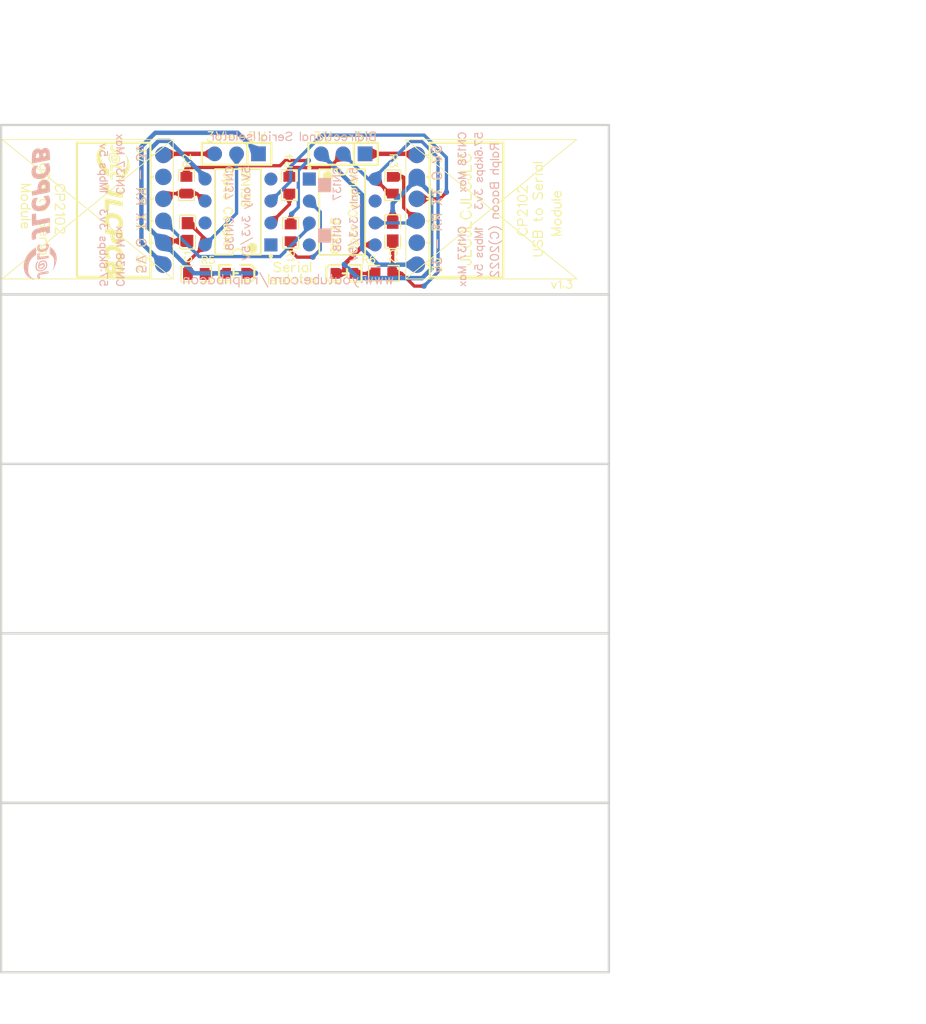
<source format=kicad_pcb>
(kicad_pcb (version 20211014) (generator pcbnew)
  (layers (0 "F.Cu" signal) (31 "B.Cu" signal) (34 "B.Paste" user) (35 "F.Paste" user) (36 "B.SilkS" user "B.Silkscreen") (37 "F.SilkS" user "F.Silkscreen") (38 "B.Mask" user) (39 "F.Mask" user) (44 "Edge.Cuts" user))
  (net 0 "")
  (gr_poly (pts (xy 117.6693 63.09093) (xy 116.2923 63.09093) (xy 116.2923 64.22343) (xy 117.6693 64.22343)) (layer "F.Cu") (width 0) (fill solid))
  (gr_circle (center 131.62238 71.01455) (end 131.92718 71.01455) (layer "F.Cu") (width 0) (fill solid))
  (gr_poly (pts (xy 118.18984 63.84768) (xy 118.18984 63.46668) (xy 117.66914 63.18068) (xy 117.66914 64.13318)) (layer "F.Cu") (width 0) (fill solid))
  (gr_circle (center 135.11767 59.05775) (end 135.96767 59.05775) (layer "F.Cu") (width 0) (fill solid))
  (gr_poly (pts (xy 143.71024 65.85682) (xy 142.87102 65.75522) (xy 142.60178 66.02497) (xy 142.70288 66.86418)) (layer "F.Cu") (width 0) (fill solid))
  (gr_poly (pts (xy 129.52231 69.73438) (xy 128.56981 69.73438) (xy 128.8553 70.25559) (xy 129.2363 70.25559)) (layer "F.Cu") (width 0) (fill solid))
  (gr_poly (pts (xy 124.92338 73.13341) (xy 124.92338 72.62541) (xy 124.33868 72.25457) (xy 124.33868 73.50425)) (layer "F.Cu") (width 0) (fill solid))
  (gr_poly (pts (xy 129.58314 61.15838) (xy 128.20616 61.15838) (xy 128.20616 62.29091) (xy 129.58314 62.29091)) (layer "F.Cu") (width 0) (fill solid))
  (gr_poly (pts (xy 122.13865 72.25437) (xy 121.13866 72.25437) (xy 121.13866 73.50435) (xy 122.13865 73.50435)) (layer "F.Cu") (width 0) (fill solid))
  (gr_poly (pts (xy 135.17076 59.90611) (xy 134.26906 59.00441) (xy 134.16441 59.74152) (xy 134.43416 60.01076)) (layer "F.Cu") (width 0) (fill solid))
  (gr_poly (pts (xy 117.7828 68.43553) (xy 116.4328 68.43553) (xy 116.4328 69.84553) (xy 117.7828 69.84553)) (layer "F.Cu") (width 0) (fill solid))
  (gr_circle (center 114.3138 61.72475) (end 115.2638 61.72475) (layer "F.Cu") (width 0) (fill solid))
  (gr_circle (center 114.3138 66.80475) (end 115.2638 66.80475) (layer "F.Cu") (width 0) (fill solid))
  (gr_circle (center 131.2048 69.59875) (end 131.9548 69.59875) (layer "F.Cu") (width 0) (fill solid))
  (gr_circle (center 119.1398 61.97875) (end 119.8898 61.97875) (layer "F.Cu") (width 0) (fill solid))
  (gr_circle (center 129.16391 66.02725) (end 129.46871 66.02725) (layer "F.Cu") (width 0) (fill solid))
  (gr_poly (pts (xy 139.4408 72.21226) (xy 138.30827 72.21226) (xy 138.30827 73.58924) (xy 139.4408 73.58924)) (layer "F.Cu") (width 0) (fill solid))
  (gr_circle (center 122.78877 59.05775) (end 123.63877 59.05775) (layer "F.Cu") (width 0) (fill solid))
  (gr_circle (center 114.3138 69.34475) (end 115.2638 69.34475) (layer "F.Cu") (width 0) (fill solid))
  (gr_circle (center 124.97825 72.87941) (end 125.28305 72.87941) (layer "F.Cu") (width 0) (fill solid))
  (gr_circle (center 135.25331 71.8657) (end 135.55811 71.8657) (layer "F.Cu") (width 0) (fill solid))
  (gr_poly (pts (xy 129.7343 66.66928) (xy 128.3573 66.66928) (xy 128.3573 67.80178) (xy 129.7343 67.80178)) (layer "F.Cu") (width 0) (fill solid))
  (gr_circle (center 131.2048 67.05875) (end 131.9548 67.05875) (layer "F.Cu") (width 0) (fill solid))
  (gr_circle (center 143.6508 69.34475) (end 144.6008 69.34475) (layer "F.Cu") (width 0) (fill solid))
  (gr_circle (center 143.6508 71.88475) (end 144.6008 71.88475) (layer "F.Cu") (width 0) (fill solid))
  (gr_poly (pts (xy 141.5318 66.32581) (xy 140.1818 66.32581) (xy 140.1818 67.73581) (xy 141.5318 67.73581)) (layer "F.Cu") (width 0) (fill solid))
  (gr_circle (center 132.57767 59.05775) (end 133.42767 59.05775) (layer "F.Cu") (width 0) (fill solid))
  (gr_poly (pts (xy 140.22739 63.09076) (xy 139.68028 62.56498) (xy 139.65589 63.07908) (xy 140.18167 64.04224)) (layer "F.Cu") (width 0) (fill solid))
  (gr_poly (pts (xy 126.17877 58.20775) (xy 124.47877 58.20775) (xy 124.47877 59.90775) (xy 126.17877 59.90775)) (layer "F.Cu") (width 0) (fill solid))
  (gr_poly (pts (xy 118.29144 67.78925) (xy 117.78294 66.83523) (xy 117.71893 67.7857) (xy 118.25741 68.2942)) (layer "F.Cu") (width 0) (fill solid))
  (gr_poly (pts (xy 129.58317 63.09093) (xy 128.20617 63.09093) (xy 128.20617 64.22343) (xy 129.58317 64.22343)) (layer "F.Cu") (width 0) (fill solid))
  (gr_poly (pts (xy 123.42631 59.6201) (xy 122.15123 59.6201) (xy 122.59827 60.21497) (xy 122.97927 60.21497)) (layer "F.Cu") (width 0) (fill solid))
  (gr_circle (center 114.3138 59.18475) (end 115.2638 59.18475) (layer "F.Cu") (width 0) (fill solid))
  (gr_poly (pts (xy 116.29246 63.18068) (xy 115.72096 63.46668) (xy 115.72096 63.84768) (xy 116.29246 64.13318)) (layer "F.Cu") (width 0) (fill solid))
  (gr_poly (pts (xy 119.65639 72.26207) (xy 118.52385 72.26207) (xy 118.52385 73.63905) (xy 119.65639 73.63905)) (layer "F.Cu") (width 0) (fill solid))
  (gr_poly (pts (xy 141.0854 65.88781) (xy 140.6282 65.88781) (xy 140.6028 66.10117) (xy 141.1108 66.10117)) (layer "F.Cu") (width 0) (fill solid))
  (gr_poly (pts (xy 141.55881 63.09096) (xy 140.18182 63.09096) (xy 140.18182 64.2235) (xy 141.55881 64.2235)) (layer "F.Cu") (width 0) (fill solid))
  (gr_circle (center 143.6508 61.72475) (end 144.6008 61.72475) (layer "F.Cu") (width 0) (fill solid))
  (gr_poly (pts (xy 127.5098 68.84875) (xy 126.0098 68.84875) (xy 126.0098 70.34875) (xy 127.5098 70.34875)) (layer "F.Cu") (width 0) (fill solid))
  (gr_poly (pts (xy 131.9548 61.22875) (xy 130.4548 61.22875) (xy 130.4548 62.72875) (xy 131.9548 62.72875)) (layer "F.Cu") (width 0) (fill solid))
  (gr_poly (pts (xy 120.22794 73.14103) (xy 120.22794 72.76003) (xy 119.65644 72.47454) (xy 119.65644 73.42704)) (layer "F.Cu") (width 0) (fill solid))
  (gr_poly (pts (xy 136.86888 72.26406) (xy 135.86888 72.26406) (xy 135.86888 73.51406) (xy 136.86888 73.51406)) (layer "F.Cu") (width 0) (fill solid))
  (gr_poly (pts (xy 142.07956 61.91525) (xy 142.07956 61.53425) (xy 141.55886 61.24875) (xy 141.55886 62.20125)) (layer "F.Cu") (width 0) (fill solid))
  (gr_circle (center 126.7598 61.97875) (end 127.5098 61.97875) (layer "F.Cu") (width 0) (fill solid))
  (gr_poly (pts (xy 138.50767 58.20775) (xy 136.80767 58.20775) (xy 136.80767 59.90775) (xy 138.50767 59.90775)) (layer "F.Cu") (width 0) (fill solid))
  (gr_poly (pts (xy 143.09556 58.41411) (xy 142.38893 58.80375) (xy 142.33864 59.31175) (xy 142.95535 59.83194)) (layer "F.Cu") (width 0) (fill solid))
  (gr_circle (center 138.8248 67.05875) (end 139.5748 67.05875) (layer "F.Cu") (width 0) (fill solid))
  (gr_poly (pts (xy 140.99752 71.6912) (xy 140.61652 71.6912) (xy 140.33102 72.21241) (xy 141.28352 72.21241)) (layer "F.Cu") (width 0) (fill solid))
  (gr_circle (center 131.2048 64.51875) (end 131.9548 64.51875) (layer "F.Cu") (width 0) (fill solid))
  (gr_poly (pts (xy 119.5396 68.96426) (xy 119.06005 68.55786) (xy 118.64349 68.68028) (xy 118.4601 69.28125)) (layer "F.Cu") (width 0) (fill solid))
  (gr_poly (pts (xy 138.30817 72.42475) (xy 137.73667 72.71025) (xy 137.73667 73.09125) (xy 138.30817 73.37725)) (layer "F.Cu") (width 0) (fill solid))
  (gr_poly (pts (xy 121.13878 72.40291) (xy 120.61808 72.68891) (xy 120.61808 73.06991) (xy 121.13878 73.35541)) (layer "F.Cu") (width 0) (fill solid))
  (gr_poly (pts (xy 144.94417 64.45525) (xy 144.94417 64.07425) (xy 144.2792 63.55202) (xy 144.2792 64.97747)) (layer "F.Cu") (width 0) (fill solid))
  (gr_poly (pts (xy 124.77657 73.10801) (xy 124.77657 72.65081) (xy 124.56321 72.62541) (xy 124.56321 73.13341)) (layer "F.Cu") (width 0) (fill solid))
  (gr_poly (pts (xy 117.6693 61.15843) (xy 116.29231 61.15843) (xy 116.29231 62.29097) (xy 117.6693 62.29097)) (layer "F.Cu") (width 0) (fill solid))
  (gr_poly (pts (xy 141.89465 73.09125) (xy 141.89465 72.71025) (xy 141.37344 72.42475) (xy 141.37344 73.37725)) (layer "F.Cu") (width 0) (fill solid))
  (gr_circle (center 144.47884 74.36227) (end 144.78364 74.36227) (layer "F.Cu") (width 0) (fill solid))
  (gr_circle (center 126.7598 67.05875) (end 127.5098 67.05875) (layer "F.Cu") (width 0) (fill solid))
  (gr_poly (pts (xy 135.72651 71.75165) (xy 135.36736 71.3925) (xy 135.23426 71.56166) (xy 135.55735 71.88475)) (layer "F.Cu") (width 0) (fill solid))
  (gr_poly (pts (xy 129.08492 60.63763) (xy 128.70392 60.63763) (xy 128.41842 61.15833) (xy 129.37092 61.15833)) (layer "F.Cu") (width 0) (fill solid))
  (gr_poly (pts (xy 117.1713 60.63763) (xy 116.7903 60.63763) (xy 116.50481 61.15833) (xy 117.45731 61.15833)) (layer "F.Cu") (width 0) (fill solid))
  (gr_poly (pts (xy 117.34809 71.69069) (xy 116.96709 71.69069) (xy 116.68159 72.26219) (xy 117.63409 72.26219)) (layer "F.Cu") (width 0) (fill solid))
  (gr_circle (center 126.7598 64.51875) (end 127.5098 64.51875) (layer "F.Cu") (width 0) (fill solid))
  (gr_poly (pts (xy 135.25306 73.14306) (xy 135.25306 72.63506) (xy 134.66886 72.26422) (xy 134.66886 73.51391)) (layer "F.Cu") (width 0) (fill solid))
  (gr_circle (center 138.8248 69.59875) (end 139.5748 69.59875) (layer "F.Cu") (width 0) (fill solid))
  (gr_circle (center 119.1398 64.51875) (end 119.8898 64.51875) (layer "F.Cu") (width 0) (fill solid))
  (gr_poly (pts (xy 117.78286 66.37559) (xy 116.43285 66.37559) (xy 116.43285 67.7856) (xy 117.78286 67.7856)) (layer "F.Cu") (width 0) (fill solid))
  (gr_poly (pts (xy 139.68129 62.566) (xy 139.57309 61.93201) (xy 138.77807 62.72754) (xy 139.41205 62.83574)) (layer "F.Cu") (width 0) (fill solid))
  (gr_circle (center 143.6508 64.26475) (end 144.6008 64.26475) (layer "F.Cu") (width 0) (fill solid))
  (gr_circle (center 138.8248 64.51875) (end 139.5748 64.51875) (layer "F.Cu") (width 0) (fill solid))
  (gr_poly (pts (xy 139.26981 59.31175) (xy 139.26981 58.80375) (xy 138.50781 58.42275) (xy 138.50781 59.69275)) (layer "F.Cu") (width 0) (fill solid))
  (gr_circle (center 119.1398 69.59875) (end 119.8898 69.59875) (layer "F.Cu") (width 0) (fill solid))
  (gr_poly (pts (xy 119.68641 58.42021) (xy 119.09154 58.80375) (xy 119.09154 59.31175) (xy 119.68641 59.69529)) (layer "F.Cu") (width 0) (fill solid))
  (gr_poly (pts (xy 144.27717 74.13366) (xy 144.06381 74.17176) (xy 144.06381 74.55276) (xy 144.27717 74.59086)) (layer "F.Cu") (width 0) (fill solid))
  (gr_poly (pts (xy 115.55688 63.84768) (xy 115.35419 63.46668) (xy 114.53377 63.3407) (xy 115.20331 64.5985)) (layer "F.Cu") (width 0) (fill solid))
  (gr_poly (pts (xy 124.3388 72.25437) (xy 123.3388 72.25437) (xy 123.3388 73.50435) (xy 124.3388 73.50435)) (layer "F.Cu") (width 0) (fill solid))
  (gr_poly (pts (xy 141.53181 68.38572) (xy 140.1818 68.38572) (xy 140.1818 69.79573) (xy 141.53181 69.79573)) (layer "F.Cu") (width 0) (fill solid))
  (gr_circle (center 114.3138 71.88475) (end 115.2638 71.88475) (layer "F.Cu") (width 0) (fill solid))
  (gr_circle (center 147.0798 63.50275) (end 147.3846 63.50275) (layer "F.Cu") (width 0) (fill solid))
  (gr_circle (center 119.1398 67.05875) (end 119.8898 67.05875) (layer "F.Cu") (width 0) (fill solid))
  (gr_poly (pts (xy 141.37334 72.21226) (xy 140.2408 72.21226) (xy 140.2408 73.58924) (xy 141.37334 73.58924)) (layer "F.Cu") (width 0) (fill solid))
  (gr_circle (center 143.6508 59.18475) (end 144.6008 59.18475) (layer "F.Cu") (width 0) (fill solid))
  (gr_poly (pts (xy 127.61629 66.4715) (xy 127.34705 66.20226) (xy 126.71307 66.31046) (xy 127.5086 67.10548)) (layer "F.Cu") (width 0) (fill solid))
  (gr_circle (center 140.8568 65.68639) (end 141.1616 65.68639) (layer "F.Cu") (width 0) (fill solid))
  (gr_poly (pts (xy 135.48216 72.06712) (xy 135.02496 72.06712) (xy 134.99906 72.28048) (xy 135.50706 72.28048)) (layer "F.Cu") (width 0) (fill solid))
  (gr_poly (pts (xy 117.72385 72.26207) (xy 116.59132 72.26207) (xy 116.59132 73.63905) (xy 117.72385 73.63905)) (layer "F.Cu") (width 0) (fill solid))
  (gr_poly (pts (xy 147.09911 63.80704) (xy 146.77551 63.48344) (xy 146.65156 63.66124) (xy 146.92131 63.93099)) (layer "F.Cu") (width 0) (fill solid))
  (gr_poly (pts (xy 115.62597 59.31175) (xy 115.57568 58.80375) (xy 114.86905 58.41411) (xy 115.00925 59.83194)) (layer "F.Cu") (width 0) (fill solid))
  (gr_circle (center 143.6508 66.80475) (end 144.6008 66.80475) (layer "F.Cu") (width 0) (fill solid))
  (gr_poly (pts (xy 131.4207 70.78594) (xy 131.20734 70.82404) (xy 131.20734 71.20504) (xy 131.4207 71.24314)) (layer "F.Cu") (width 0) (fill solid))
  (gr_poly (pts (xy 119.18654 70.34703) (xy 118.39152 69.55201) (xy 118.28332 70.186) (xy 118.55256 70.45524)) (layer "F.Cu") (width 0) (fill solid))
  (gr_poly (pts (xy 134.66873 72.26406) (xy 133.66873 72.26406) (xy 133.66873 73.51406) (xy 134.66873 73.51406)) (layer "F.Cu") (width 0) (fill solid))
  (gr_poly (pts (xy 116.43267 68.50553) (xy 115.67067 68.88653) (xy 115.67067 69.39453) (xy 116.43267 69.77553)) (layer "F.Cu") (width 0) (fill solid))
  (gr_poly (pts (xy 129.32571 66.28557) (xy 128.88731 66.15552) (xy 128.8553 66.36838) (xy 129.2363 66.48166)) (layer "F.Cu") (width 0) (fill solid))
  (gr_circle (center 131.09 59.836) (end 131.3948 59.836) (layer "F.Cu") (width 0) (fill solid))
  (gr_poly (pts (xy 129.37092 64.2236) (xy 128.41842 64.2236) (xy 128.70392 64.7951) (xy 129.08492 64.7951)) (layer "F.Cu") (width 0) (fill solid))
  (gr_circle (center 114.3138 64.26475) (end 115.2638 64.26475) (layer "F.Cu") (width 0) (fill solid))
  (gr_poly (pts (xy 141.55877 61.1585) (xy 140.18177 61.1585) (xy 140.18177 62.291) (xy 141.55877 62.291)) (layer "F.Cu") (width 0) (fill solid))
  (gr_poly (pts (xy 137.39021 73.07956) (xy 137.39021 72.69856) (xy 136.869 72.41307) (xy 136.869 73.36557)) (layer "F.Cu") (width 0) (fill solid))
  (gr_poly (pts (xy 138.329 69.03639) (xy 137.80372 69.34475) (xy 137.80372 69.85275) (xy 138.32849 70.1611)) (layer "F.Cu") (width 0) (fill solid))
  (gr_circle (center 138.8248 61.97875) (end 139.5748 61.97875) (layer "F.Cu") (width 0) (fill solid))
  (gr_circle (center 120.24877 59.05775) (end 121.09877 59.05775) (layer "F.Cu") (width 0) (fill solid))
  (gr_poly (pts (xy 141.33331 69.79585) (xy 140.38081 69.79585) (xy 140.6663 70.36735) (xy 141.0473 70.36735)) (layer "F.Cu") (width 0) (fill solid))
  (gr_poly (pts (xy 130.88832 59.6074) (xy 130.67496 59.6455) (xy 130.67496 60.0265) (xy 130.88832 60.0646)) (layer "F.Cu") (width 0) (fill solid))
  (gr_poly (pts (xy 119.14082 63.76894) (xy 118.50176 63.69934) (xy 118.24877 63.98484) (xy 118.39558 64.6112)) (layer "F.Cu") (width 0) (fill solid))
  (gr_poly (pts (xy 141.1108 65.68613) (xy 140.6028 65.68613) (xy 140.2218 66.3257) (xy 141.4918 66.3257)) (layer "F.Cu") (width 0) (fill solid))
  (gr_poly (pts (xy 129.7343 68.60175) (xy 128.35731 68.60175) (xy 128.35731 69.73428) (xy 129.7343 69.73428)) (layer "F.Cu") (width 0) (fill solid))
  (gr_poly (pts (xy 115.63156 69.39453) (xy 115.55028 68.88653) (xy 114.8218 68.54211) (xy 115.04685 69.94927)) (layer "F.Cu") (width 0) (fill solid))
  (gr_poly (pts (xy 129.2363 66.14536) (xy 128.8553 66.14536) (xy 128.56981 66.66911) (xy 129.52231 66.66911)) (layer "F.Cu") (width 0) (fill solid))
  (gr_circle (center 114.3138 66.80475) (end 115.2638 66.80475) (layer "B.Cu") (width 0) (fill solid))
  (gr_poly (pts (xy 139.57207 61.25688) (xy 139.2566 61.03336) (xy 138.65208 61.24926) (xy 139.57055 61.89848)) (layer "B.Cu") (width 0) (fill solid))
  (gr_poly (pts (xy 132.05062 70.85605) (xy 131.78087 70.5863) (xy 131.60308 70.71025) (xy 131.92667 71.03385)) (layer "B.Cu") (width 0) (fill solid))
  (gr_circle (center 114.3138 69.34475) (end 115.2638 69.34475) (layer "B.Cu") (width 0) (fill solid))
  (gr_circle (center 114.3138 64.26475) (end 115.2638 64.26475) (layer "B.Cu") (width 0) (fill solid))
  (gr_circle (center 131.62238 71.01455) (end 131.92718 71.01455) (layer "B.Cu") (width 0) (fill solid))
  (gr_poly (pts (xy 131.50605 67.74556) (xy 130.48598 67.27211) (xy 130.59114 67.89949) (xy 130.95893 68.07018)) (layer "B.Cu") (width 0) (fill solid))
  (gr_poly (pts (xy 115.36282 67.58453) (xy 115.26173 66.74531) (xy 114.25437 67.75268) (xy 115.09358 67.85377)) (layer "B.Cu") (width 0) (fill solid))
  (gr_poly (pts (xy 135.72651 71.97975) (xy 135.55735 71.84665) (xy 135.23426 72.16974) (xy 135.36736 72.3389)) (layer "B.Cu") (width 0) (fill solid))
  (gr_circle (center 114.3138 59.18475) (end 115.2638 59.18475) (layer "B.Cu") (width 0) (fill solid))
  (gr_poly (pts (xy 131.9548 61.22875) (xy 130.4548 61.22875) (xy 130.4548 62.72875) (xy 131.9548 62.72875)) (layer "B.Cu") (width 0) (fill solid))
  (gr_poly (pts (xy 138.329 61.41639) (xy 138.03842 61.78825) (xy 138.03842 62.16925) (xy 138.32849 62.5411)) (layer "B.Cu") (width 0) (fill solid))
  (gr_circle (center 122.78877 59.05775) (end 123.63877 59.05775) (layer "B.Cu") (width 0) (fill solid))
  (gr_circle (center 138.8248 61.97875) (end 139.5748 61.97875) (layer "B.Cu") (width 0) (fill solid))
  (gr_circle (center 119.1398 64.51875) (end 119.8898 64.51875) (layer "B.Cu") (width 0) (fill solid))
  (gr_circle (center 126.7598 67.05875) (end 127.5098 67.05875) (layer "B.Cu") (width 0) (fill solid))
  (gr_circle (center 119.1398 61.97875) (end 119.8898 61.97875) (layer "B.Cu") (width 0) (fill solid))
  (gr_poly (pts (xy 141.1108 65.2716) (xy 140.6028 65.2716) (xy 140.6282 65.48496) (xy 141.0854 65.48496)) (layer "B.Cu") (width 0) (fill solid))
  (gr_poly (pts (xy 147.2703 63.08771) (xy 146.8893 63.08771) (xy 146.8512 63.30107) (xy 147.3084 63.30107)) (layer "B.Cu") (width 0) (fill solid))
  (gr_circle (center 120.24877 59.05775) (end 121.09877 59.05775) (layer "B.Cu") (width 0) (fill solid))
  (gr_poly (pts (xy 133.57564 59.6963) (xy 133.42578 59.00441) (xy 132.52459 59.90611) (xy 133.21648 60.05546)) (layer "B.Cu") (width 0) (fill solid))
  (gr_poly (pts (xy 114.37324 68.39682) (xy 113.57873 68.25052) (xy 113.21957 68.60967) (xy 113.36588 69.40418)) (layer "B.Cu") (width 0) (fill solid))
  (gr_circle (center 143.6508 71.88475) (end 144.6008 71.88475) (layer "B.Cu") (width 0) (fill solid))
  (gr_circle (center 132.57767 59.05775) (end 133.42767 59.05775) (layer "B.Cu") (width 0) (fill solid))
  (gr_poly (pts (xy 138.50767 58.20775) (xy 136.80767 58.20775) (xy 136.80767 59.90775) (xy 138.50767 59.90775)) (layer "B.Cu") (width 0) (fill solid))
  (gr_circle (center 138.8248 69.59875) (end 139.5748 69.59875) (layer "B.Cu") (width 0) (fill solid))
  (gr_circle (center 140.8568 65.68639) (end 141.1616 65.68639) (layer "B.Cu") (width 0) (fill solid))
  (gr_circle (center 124.97825 72.87941) (end 125.28305 72.87941) (layer "B.Cu") (width 0) (fill solid))
  (gr_poly (pts (xy 127.5098 68.84875) (xy 126.0098 68.84875) (xy 126.0098 70.34875) (xy 127.5098 70.34875)) (layer "B.Cu") (width 0) (fill solid))
  (gr_circle (center 143.6508 69.34475) (end 144.6008 69.34475) (layer "B.Cu") (width 0) (fill solid))
  (gr_circle (center 131.2048 64.51875) (end 131.9548 64.51875) (layer "B.Cu") (width 0) (fill solid))
  (gr_poly (pts (xy 131.10879 60.1403) (xy 130.7857 59.8167) (xy 130.66175 59.9945) (xy 130.9315 60.26425)) (layer "B.Cu") (width 0) (fill solid))
  (gr_poly (pts (xy 115.40804 70.07982) (xy 115.26173 69.28531) (xy 114.25437 70.29268) (xy 115.04888 70.43898)) (layer "B.Cu") (width 0) (fill solid))
  (gr_circle (center 114.3138 71.88475) (end 115.2638 71.88475) (layer "B.Cu") (width 0) (fill solid))
  (gr_poly (pts (xy 144.62261 62.61629) (xy 144.5967 61.8106) (xy 143.4471 62.65286) (xy 144.20757 62.92007)) (layer "B.Cu") (width 0) (fill solid))
  (gr_circle (center 131.2048 69.59875) (end 131.9548 69.59875) (layer "B.Cu") (width 0) (fill solid))
  (gr_circle (center 143.6508 61.72475) (end 144.6008 61.72475) (layer "B.Cu") (width 0) (fill solid))
  (gr_poly (pts (xy 124.77657 73.10801) (xy 124.77657 72.65081) (xy 124.56321 72.62541) (xy 124.56321 73.13341)) (layer "B.Cu") (width 0) (fill solid))
  (gr_circle (center 114.3138 61.72475) (end 115.2638 61.72475) (layer "B.Cu") (width 0) (fill solid))
  (gr_circle (center 135.11767 59.05775) (end 135.96767 59.05775) (layer "B.Cu") (width 0) (fill solid))
  (gr_poly (pts (xy 143.854 62.65286) (xy 142.7044 61.81009) (xy 142.67849 62.61578) (xy 143.09302 62.91956)) (layer "B.Cu") (width 0) (fill solid))
  (gr_circle (center 126.7598 61.97875) (end 127.5098 61.97875) (layer "B.Cu") (width 0) (fill solid))
  (gr_circle (center 138.8248 67.05875) (end 139.5748 67.05875) (layer "B.Cu") (width 0) (fill solid))
  (gr_circle (center 147.0798 63.50275) (end 147.3846 63.50275) (layer "B.Cu") (width 0) (fill solid))
  (gr_circle (center 126.7598 64.51875) (end 127.5098 64.51875) (layer "B.Cu") (width 0) (fill solid))
  (gr_circle (center 138.8248 64.51875) (end 139.5748 64.51875) (layer "B.Cu") (width 0) (fill solid))
  (gr_poly (pts (xy 119.99629 69.0115) (xy 119.72705 68.74226) (xy 119.09307 68.85046) (xy 119.88809 69.64548)) (layer "B.Cu") (width 0) (fill solid))
  (gr_circle (center 131.2048 67.05875) (end 131.9548 67.05875) (layer "B.Cu") (width 0) (fill solid))
  (gr_poly (pts (xy 129.5919 65.8685) (xy 129.32266 65.59926) (xy 129.14486 65.72322) (xy 129.46795 66.0463)) (layer "B.Cu") (width 0) (fill solid))
  (gr_circle (center 143.6508 66.80475) (end 144.6008 66.80475) (layer "B.Cu") (width 0) (fill solid))
  (gr_circle (center 131.09 59.836) (end 131.3948 59.836) (layer "B.Cu") (width 0) (fill solid))
  (gr_poly (pts (xy 123.42631 59.6201) (xy 122.15123 59.6201) (xy 122.59827 60.21497) (xy 122.97927 60.21497)) (layer "B.Cu") (width 0) (fill solid))
  (gr_poly (pts (xy 127.61629 63.9315) (xy 127.34705 63.66226) (xy 126.71307 63.77046) (xy 127.50809 64.56599)) (layer "B.Cu") (width 0) (fill solid))
  (gr_poly (pts (xy 125.37703 58.20786) (xy 124.5688 57.93812) (xy 124.20914 58.29727) (xy 124.47888 59.1055)) (layer "B.Cu") (width 0) (fill solid))
  (gr_circle (center 143.6508 64.26475) (end 144.6008 64.26475) (layer "B.Cu") (width 0) (fill solid))
  (gr_circle (center 129.16391 66.02725) (end 129.46871 66.02725) (layer "B.Cu") (width 0) (fill solid))
  (gr_poly (pts (xy 132.06129 65.106) (xy 131.95309 64.47201) (xy 131.15807 65.26754) (xy 131.79205 65.37574)) (layer "B.Cu") (width 0) (fill solid))
  (gr_poly (pts (xy 144.90709 74.20377) (xy 144.63734 73.93402) (xy 144.45954 74.05797) (xy 144.78314 74.38157)) (layer "B.Cu") (width 0) (fill solid))
  (gr_circle (center 119.1398 69.59875) (end 119.8898 69.59875) (layer "B.Cu") (width 0) (fill solid))
  (gr_poly (pts (xy 136.07043 59.74152) (xy 135.96578 59.00441) (xy 135.06459 59.90611) (xy 135.80119 60.01076)) (layer "B.Cu") (width 0) (fill solid))
  (gr_circle (center 143.6508 59.18475) (end 144.6008 59.18475) (layer "B.Cu") (width 0) (fill solid))
  (gr_poly (pts (xy 114.37324 70.93682) (xy 113.57873 70.79052) (xy 113.21957 71.14967) (xy 113.36588 71.94419)) (layer "B.Cu") (width 0) (fill solid))
  (gr_poly (pts (xy 142.8949 66.22969) (xy 142.34474 66.86825) (xy 142.42094 67.24925) (xy 143.17481 67.62669)) (layer "B.Cu") (width 0) (fill solid))
  (gr_circle (center 135.25331 71.8657) (end 135.55811 71.8657) (layer "B.Cu") (width 0) (fill solid))
  (gr_circle (center 119.1398 67.05875) (end 119.8898 67.05875) (layer "B.Cu") (width 0) (fill solid))
  (gr_poly (pts (xy 143.02241 71.17202) (xy 142.35744 71.63075) (xy 142.35744 72.13875) (xy 143.02241 72.59747)) (layer "B.Cu") (width 0) (fill solid))
  (gr_poly (pts (xy 139.84588 67.24925) (xy 139.84588 66.86825) (xy 139.32061 66.49639) (xy 139.32112 67.6211)) (layer "B.Cu") (width 0) (fill solid))
  (gr_circle (center 144.47884 74.36227) (end 144.78364 74.36227) (layer "B.Cu") (width 0) (fill solid))
  (gr_poly (pts (xy 126.17877 58.20775) (xy 124.47877 58.20775) (xy 124.47877 59.90775) (xy 126.17877 59.90775)) (layer "B.Cu") (width 0) (fill solid))
  (gr_poly (pts (xy 119.31252 61.24875) (xy 118.76084 60.99628) (xy 118.3397 61.29396) (xy 118.39406 61.89848)) (layer "B.Cu") (width 0) (fill solid))
  (gr_line (start 150.70601 72.36318) (end 150.78912 72.44632) (layer "B.SilkS") (width 0.127))
  (gr_line (start 111.20116 72.3581) (end 111.20116 72.51398) (layer "B.SilkS") (width 0.127))
  (gr_line (start 151.96585 67.83459) (end 152.0582 67.74224) (layer "B.SilkS") (width 0.127))
  (gr_line (start 107.42949 65.59431) (end 107.3048 65.55276) (layer "B.SilkS") (width 0.127))
  (gr_line (start 151.20476 65.26505) (end 151.24632 65.14036) (layer "B.SilkS") (width 0.127))
  (gr_line (start 122.49606 73.53689) (end 122.44411 73.69277) (layer "B.SilkS") (width 0.127))
  (gr_line (start 124.50428 57.43215) (end 124.55 57.34071) (layer "B.SilkS") (width 0.127))
  (gr_line (start 149.02499 60.31899) (end 149.14967 60.31899) (layer "B.SilkS") (width 0.127))
  (gr_line (start 148.4431 58.60654) (end 149.31592 58.60654) (layer "B.SilkS") (width 0.127))
  (gr_line (start 148.94185 60.27741) (end 149.02499 60.31899) (layer "B.SilkS") (width 0.127))
  (gr_line (start 107.55418 73.96524) (end 107.5126 73.84055) (layer "B.SilkS") (width 0.127))
  (gr_line (start 146.24968 61.26524) (end 146.35359 61.31721) (layer "B.SilkS") (width 0.127))
  (gr_line (start 150.78912 61.80694) (end 150.87225 61.84852) (layer "B.SilkS") (width 0.127))
  (gr_line (start 124.07294 68.50378) (end 124.19763 68.46223) (layer "B.SilkS") (width 0.127))
  (gr_line (start 136.51894 67.00147) (end 136.64363 66.95992) (layer "B.SilkS") (width 0.127))
  (gr_line (start 124.08772 56.87843) (end 124.22742 56.83271) (layer "B.SilkS") (width 0.127))
  (gr_line (start 131.8525 57.06128) (end 131.7128 56.92412) (layer "B.SilkS") (width 0.127))
  (gr_line (start 152.33529 72.66521) (end 152.24294 72.71139) (layer "B.SilkS") (width 0.127))
  (gr_line (start 124.48859 65.04567) (end 124.57172 64.96256) (layer "B.SilkS") (width 0.127))
  (gr_line (start 152.19676 68.69359) (end 152.15056 68.60121) (layer "B.SilkS") (width 0.127))
  (gr_line (start 109.77551 62.15007) (end 108.90269 62.15007) (layer "B.SilkS") (width 0.127))
  (gr_line (start 120.0415 56.96987) (end 119.95006 56.87843) (layer "B.SilkS") (width 0.127))
  (gr_line (start 134.29761 70.08551) (end 134.25603 70.16862) (layer "B.SilkS") (width 0.127))
  (gr_line (start 116.74989 73.43301) (end 116.69795 73.58886) (layer "B.SilkS") (width 0.127))
  (gr_line (start 136.18643 64.16683) (end 136.18643 64.29155) (layer "B.SilkS") (width 0.127))
  (gr_line (start 128.24225 73.79668) (end 128.24225 73.69277) (layer "B.SilkS") (width 0.127))
  (gr_line (start 135.24571 73.53689) (end 135.34963 73.43301) (layer "B.SilkS") (width 0.127))
  (gr_line (start 153.0742 63.50275) (end 153.12038 63.5951) (layer "B.SilkS") (width 0.127))
  (gr_line (start 118.99434 73.38104) (end 119.09825 73.43301) (layer "B.SilkS") (width 0.127))
  (gr_line (start 152.19676 70.85491) (end 152.33529 70.76253) (layer "B.SilkS") (width 0.127))
  (gr_line (start 122.05941 66.45055) (end 122.18412 66.4921) (layer "B.SilkS") (width 0.127))
  (gr_line (start 138.40824 56.55328) (end 138.27108 56.60154) (layer "B.SilkS") (width 0.127))
  (gr_line (start 109.77551 69.70911) (end 108.90269 69.70911) (layer "B.SilkS") (width 0.127))
  (gr_line (start 109.56769 74.25619) (end 109.443 74.29775) (layer "B.SilkS") (width 0.127))
  (gr_line (start 138.1771 56.83014) (end 138.22536 56.92412) (layer "B.SilkS") (width 0.127))
  (gr_line (start 150.91381 65.38974) (end 150.99694 65.38974) (layer "B.SilkS") (width 0.127))
  (gr_line (start 145.57427 61.94065) (end 145.47036 61.83674) (layer "B.SilkS") (width 0.127))
  (gr_line (start 134.38072 70.12707) (end 134.46385 70.2102) (layer "B.SilkS") (width 0.127))
  (gr_line (start 148.77561 59.90334) (end 148.81716 60.06958) (layer "B.SilkS") (width 0.127))
  (gr_line (start 148.4431 70.3432) (end 148.77561 70.09382) (layer "B.SilkS") (width 0.127))
  (gr_line (start 128.3981 74.05645) (end 128.29419 73.95254) (layer "B.SilkS") (width 0.127))
  (gr_line (start 136.68521 60.7503) (end 136.60207 60.70875) (layer "B.SilkS") (width 0.127))
  (gr_line (start 146.40556 58.22069) (end 146.30165 58.16875) (layer "B.SilkS") (width 0.127))
  (gr_line (start 121.89316 69.18541) (end 121.93472 69.22699) (layer "B.SilkS") (width 0.127))
  (gr_line (start 121.58166 73.43301) (end 121.52971 73.58886) (layer "B.SilkS") (width 0.127))
  (gr_line (start 108.94424 61.3105) (end 108.9858 61.35205) (layer "B.SilkS") (width 0.127))
  (gr_line (start 124.37683 73.79668) (end 124.32486 73.95254) (layer "B.SilkS") (width 0.127))
  (gr_line (start 152.15056 72.08333) (end 152.19676 72.17571) (layer "B.SilkS") (width 0.127))
  (gr_line (start 150.74756 56.6863) (end 150.70601 56.72788) (layer "B.SilkS") (width 0.127))
  (gr_line (start 107.3048 70.18295) (end 107.22167 70.18295) (layer "B.SilkS") (width 0.127))
  (gr_line (start 121.5191 67.34831) (end 122.39192 67.34831) (layer "B.SilkS") (width 0.127))
  (gr_line (start 107.55418 62.04202) (end 107.55418 61.91733) (layer "B.SilkS") (width 0.127))
  (gr_line (start 134.83792 69.02148) (end 134.79636 68.89679) (layer "B.SilkS") (width 0.127))
  (gr_line (start 148.77561 56.64475) (end 148.98341 56.64475) (layer "B.SilkS") (width 0.127))
  (gr_line (start 125.91144 56.8784) (end 126.05114 56.8784) (layer "B.SilkS") (width 0.127))
  (gr_line (start 152.52003 66.12588) (end 152.47385 66.21824) (layer "B.SilkS") (width 0.127))
  (gr_line (start 111.61678 69.7292) (end 111.46093 69.67726) (layer "B.SilkS") (width 0.127))
  (gr_line (start 109.02738 63.04786) (end 109.11049 63.00631) (layer "B.SilkS") (width 0.127))
  (gr_line (start 112.29219 64.86627) (end 112.29219 64.39868) (layer "B.SilkS") (width 0.127))
  (gr_line (start 123.5975 57.43215) (end 123.50606 57.47787) (layer "B.SilkS") (width 0.127))
  (gr_line (start 134.27935 73.38104) (end 134.27935 74.10839) (layer "B.SilkS") (width 0.127))
  (gr_line (start 133.17793 73.38104) (end 133.17793 73.90059) (layer "B.SilkS") (width 0.127))
  (gr_line (start 150.49819 67.64988) (end 150.3735 67.77457) (layer "B.SilkS") (width 0.127))
  (gr_line (start 108.90269 63.38037) (end 108.90269 63.2141) (layer "B.SilkS") (width 0.127))
  (gr_line (start 107.42949 69.13555) (end 107.34635 69.09397) (layer "B.SilkS") (width 0.127))
  (gr_line (start 150.78912 61.03387) (end 150.70601 61.117) (layer "B.SilkS") (width 0.127))
  (gr_line (start 109.35989 71.5213) (end 109.2352 71.47975) (layer "B.SilkS") (width 0.127))
  (gr_poly (pts (xy 99.25821 68.9988) (xy 99.38775 68.97543) (xy 99.50103 68.94902) (xy 99.56707 68.92565) (xy 99.59654 68.89974) (xy 99.59908 68.8657) (xy 99.57164 68.68892) (xy 99.56504 68.61526) (xy 99.56352 68.55125) (xy 99.56758 68.49486) (xy 99.57672 68.4466) (xy 99.59196 68.40444) (xy 99.61279 68.36837) (xy 99.64022 68.33738) (xy 99.67324 68.31046) (xy 99.71338 68.28709) (xy 99.76011 68.26677) (xy 99.82666 68.24645) (xy 100.08218 68.18244) (xy 100.39511 68.11234) (xy 100.59222 68.0717) (xy 100.67553 68.05748) (xy 100.69686 68.05595) (xy 100.7055 68.06459) (xy 100.7121 68.08948) (xy 100.71718 68.12606) (xy 100.72125 68.23121) (xy 100.73293 68.26322) (xy 100.75935 68.27338) (xy 100.80608 68.26779) (xy 101.03926 68.22918) (xy 101.18505 68.20734) (xy 101.18454 67.72982) (xy 101.17946 67.58046) (xy 101.17388 67.52814) (xy 101.16676 67.48852) (xy 101.15813 67.46007) (xy 101.14644 67.4428) (xy 101.13273 67.43365) (xy 101.1185 67.43264) (xy 101.05297 67.43924) (xy 100.80761 67.47937) (xy 100.46776 67.5444) (xy 100.10301 67.61907) (xy 99.78399 67.69019) (xy 99.66359 67.72016) (xy 99.58079 67.74353) (xy 99.5564 67.75217) (xy 99.49646 67.78112) (xy 99.43753 67.81618) (xy 99.38064 67.85682) (xy 99.32628 67.90254) (xy 99.27497 67.95232) (xy 99.22773 68.00566) (xy 99.18607 68.06154) (xy 99.15 68.11894) (xy 99.12765 68.16212) (xy 99.10936 68.2048) (xy 99.09565 68.25001) (xy 99.08498 68.30081) (xy 99.07787 68.35872) (xy 99.07279 68.42679) (xy 99.06974 68.60307) (xy 99.07228 68.78138) (xy 99.07634 68.84792) (xy 99.08447 68.90076) (xy 99.09666 68.9414) (xy 99.11394 68.97086) (xy 99.13832 68.99016) (xy 99.16931 69.00032) (xy 99.20893 69.00286)) (layer "B.SilkS") (width 0) (fill solid))
  (gr_line (start 108.90269 71.85381) (end 108.94424 71.9785) (layer "B.SilkS") (width 0.127))
  (gr_line (start 134.456 57.52356) (end 134.3163 57.52356) (layer "B.SilkS") (width 0.127))
  (gr_line (start 106.97229 68.96929) (end 107.01384 69.09397) (layer "B.SilkS") (width 0.127))
  (gr_line (start 119.20216 73.95254) (end 119.09825 74.05645) (layer "B.SilkS") (width 0.127))
  (gr_line (start 109.65082 74.21461) (end 109.56769 74.25619) (layer "B.SilkS") (width 0.127))
  (gr_line (start 152.75094 63.36419) (end 152.84329 63.36419) (layer "B.SilkS") (width 0.127))
  (gr_line (start 136.72676 61.16595) (end 136.76832 61.04126) (layer "B.SilkS") (width 0.127))
  (gr_line (start 133.9651 67.47531) (end 134.83792 68.0572) (layer "B.SilkS") (width 0.127))
  (gr_line (start 136.68521 69.96913) (end 136.60207 69.92755) (layer "B.SilkS") (width 0.127))
  (gr_line (start 116.8538 73.38104) (end 116.74989 73.43301) (layer "B.SilkS") (width 0.127))
  (gr_line (start 152.24294 73.17321) (end 152.33529 73.21939) (layer "B.SilkS") (width 0.127))
  (gr_line (start 109.77551 71.9785) (end 109.77551 71.5213) (layer "B.SilkS") (width 0.127))
  (gr_line (start 151.12163 70.21851) (end 151.20476 70.13537) (layer "B.SilkS") (width 0.127))
  (gr_line (start 136.92234 56.55328) (end 136.92234 57.52356) (layer "B.SilkS") (width 0.127))
  (gr_line (start 123.74043 67.14879) (end 124.32232 67.39819) (layer "B.SilkS") (width 0.127))
  (gr_line (start 145.886 71.71851) (end 145.93795 71.77045) (layer "B.SilkS") (width 0.127))
  (gr_line (start 120.1685 73.53689) (end 120.22045 73.69277) (layer "B.SilkS") (width 0.127))
  (gr_line (start 133.9651 63.028) (end 133.9651 63.4852) (layer "B.SilkS") (width 0.127))
  (gr_line (start 150.99694 70.26006) (end 151.12163 70.21851) (layer "B.SilkS") (width 0.127))
  (gr_line (start 129.884 73.79668) (end 129.83206 73.95254) (layer "B.SilkS") (width 0.127))
  (gr_line (start 122.26723 60.66488) (end 122.35036 60.74799) (layer "B.SilkS") (width 0.127))
  (gr_line (start 136.2213 57.15526) (end 136.17304 57.01556) (layer "B.SilkS") (width 0.127))
  (gr_poly (pts (xy 99.25059 60.15604) (xy 99.37911 60.13471) (xy 99.81701 60.04936) (xy 100.54853 59.89798) (xy 101.1942 59.76133) (xy 101.17438 59.16544) (xy 101.16626 59.00339) (xy 101.15559 58.87995) (xy 101.14136 58.78597) (xy 101.12206 58.7118) (xy 101.09564 58.64779) (xy 101.07939 58.6168) (xy 101.04789 58.56702) (xy 101.01182 58.52282) (xy 100.97169 58.48371) (xy 100.9275 58.45018) (xy 100.88025 58.42224) (xy 100.83047 58.4004) (xy 100.77865 58.38414) (xy 100.72531 58.37347) (xy 100.67096 58.3689) (xy 100.61609 58.37042) (xy 100.56123 58.37754) (xy 100.50738 58.39125) (xy 100.45404 58.41106) (xy 100.40273 58.43697) (xy 100.35346 58.46948) (xy 100.30723 58.5086) (xy 100.18734 58.62138) (xy 100.10454 58.54314) (xy 100.06593 58.51165) (xy 100.02478 58.48523) (xy 99.98109 58.4644) (xy 99.93537 58.44866) (xy 99.88762 58.43799) (xy 99.83834 58.43291) (xy 99.78805 58.43189) (xy 99.73725 58.43646) (xy 99.68594 58.4451) (xy 99.63464 58.45882) (xy 99.58384 58.4766) (xy 99.53354 58.49895) (xy 99.48427 58.52536) (xy 99.43652 58.55584) (xy 99.39029 58.5909) (xy 99.3466 58.6295) (xy 99.30545 58.67167) (xy 99.26684 58.7179) (xy 99.23179 58.76768) (xy 99.2003 58.82102) (xy 99.16524 58.89214) (xy 99.15153 58.9277) (xy 99.13984 58.96529) (xy 99.13019 59.00746) (xy 99.12206 59.05521) (xy 99.10987 59.1756) (xy 99.09623 59.47786) (xy 99.54777 59.47786) (xy 99.55183 59.40878) (xy 99.56301 59.328) (xy 99.58028 59.24418) (xy 99.60162 59.16646) (xy 99.626 59.10398) (xy 99.6514 59.06588) (xy 99.71287 59.02422) (xy 99.77688 59.00644) (xy 99.83885 59.01203) (xy 99.89473 59.042) (xy 99.91302 59.07197) (xy 99.92775 59.12582) (xy 99.93791 59.19592) (xy 99.93869 59.2137) (xy 100.40426 59.2137) (xy 100.41188 59.14614) (xy 100.42712 59.08162) (xy 100.44998 59.02828) (xy 100.47893 58.99272) (xy 100.5465 58.9531) (xy 100.60085 58.94396) (xy 100.64505 58.96682) (xy 100.68112 59.02168) (xy 100.69585 59.0608) (xy 100.70753 59.10702) (xy 100.71566 59.15427) (xy 100.71871 59.19694) (xy 100.71363 59.25333) (xy 100.68315 59.29092) (xy 100.60492 59.32445) (xy 100.45658 59.36915) (xy 100.42966 59.36255) (xy 100.41238 59.32902) (xy 100.40426 59.2772) (xy 100.40426 59.2137) (xy 99.93869 59.2137) (xy 99.94147 59.2772) (xy 99.94147 59.47278) (xy 99.69966 59.52206) (xy 99.5691 59.5439) (xy 99.55336 59.52562) (xy 99.54777 59.47786) (xy 99.09623 59.47786) (xy 99.08955 59.7339) (xy 99.08803 59.96859) (xy 99.09108 60.04479) (xy 99.09717 60.09864) (xy 99.10632 60.1342) (xy 99.11902 60.15452) (xy 99.13578 60.16468) (xy 99.17236 60.1657)) (layer "B.SilkS") (width 0) (fill solid))
  (gr_line (start 134.83792 69.87769) (end 134.79636 69.753) (layer "B.SilkS") (width 0.127))
  (gr_line (start 124.19763 61.12208) (end 124.28076 61.03895) (layer "B.SilkS") (width 0.127))
  (gr_line (start 108.90269 68.56197) (end 108.90269 68.43728) (layer "B.SilkS") (width 0.127))
  (gr_line (start 146.35359 61.31721) (end 146.4575 61.42109) (layer "B.SilkS") (width 0.127))
  (gr_line (start 134.85085 73.90059) (end 134.7989 74.05645) (layer "B.SilkS") (width 0.127))
  (gr_line (start 124.57172 64.96256) (end 124.61327 64.87943) (layer "B.SilkS") (width 0.127))
  (gr_line (start 109.443 60.97799) (end 109.40144 60.89485) (layer "B.SilkS") (width 0.127))
  (gr_line (start 107.42949 68.67835) (end 107.5126 68.71991) (layer "B.SilkS") (width 0.127))
  (gr_line (start 129.83206 73.53689) (end 129.884 73.69277) (layer "B.SilkS") (width 0.127))
  (gr_line (start 153.12038 62.82851) (end 153.12038 62.41286) (layer "B.SilkS") (width 0.127))
  (gr_line (start 109.443 63.62975) (end 109.2352 63.62975) (layer "B.SilkS") (width 0.127))
  (gr_line (start 152.52003 63.50275) (end 152.61238 63.41039) (layer "B.SilkS") (width 0.127))
  (gr_line (start 120.56335 73.79668) (end 120.61531 73.95254) (layer "B.SilkS") (width 0.127))
  (gr_line (start 118.02797 73.38104) (end 118.13188 73.43301) (layer "B.SilkS") (width 0.127))
  (gr_line (start 152.98185 65.12835) (end 153.0742 65.2207) (layer "B.SilkS") (width 0.127))
  (gr_line (start 134.17292 70.2102) (end 134.08979 70.2102) (layer "B.SilkS") (width 0.127))
  (gr_line (start 138.27108 57.47784) (end 138.40824 57.52356) (layer "B.SilkS") (width 0.127))
  (gr_line (start 128.9315 56.55328) (end 129.0712 56.60154) (layer "B.SilkS") (width 0.127))
  (gr_line (start 121.72692 61.20519) (end 121.64379 61.16364) (layer "B.SilkS") (width 0.127))
  (gr_line (start 108.94424 63.13099) (end 109.02738 63.04786) (layer "B.SilkS") (width 0.127))
  (gr_line (start 124.28076 63.14207) (end 124.32232 63.2252) (layer "B.SilkS") (width 0.127))
  (gr_line (start 145.886 66.69969) (end 145.93795 66.54381) (layer "B.SilkS") (width 0.127))
  (gr_line (start 150.95539 59.25495) (end 150.8307 59.21337) (layer "B.SilkS") (width 0.127))
  (gr_line (start 119.2541 73.79668) (end 119.20216 73.95254) (layer "B.SilkS") (width 0.127))
  (gr_line (start 137.43034 57.01556) (end 137.47606 57.15526) (layer "B.SilkS") (width 0.127))
  (gr_line (start 152.5662 70.71635) (end 152.70476 70.71635) (layer "B.SilkS") (width 0.127))
  (gr_line (start 120.6257 56.83271) (end 120.76286 56.83271) (layer "B.SilkS") (width 0.127))
  (gr_line (start 152.47385 60.02988) (end 153.44365 60.02988) (layer "B.SilkS") (width 0.127))
  (gr_line (start 131.69203 73.95254) (end 131.79594 74.05645) (layer "B.SilkS") (width 0.127))
  (gr_line (start 126.6328 56.60154) (end 126.58708 56.55328) (layer "B.SilkS") (width 0.127))
  (gr_line (start 127.3059 57.01556) (end 127.21446 56.92412) (layer "B.SilkS") (width 0.127))
  (gr_line (start 119.597 73.53689) (end 119.70091 73.43301) (layer "B.SilkS") (width 0.127))
  (gr_line (start 107.5126 62.12515) (end 107.55418 62.04202) (layer "B.SilkS") (width 0.127))
  (gr_line (start 134.29761 69.22931) (end 134.33916 69.31241) (layer "B.SilkS") (width 0.127))
  (gr_line (start 123.74043 63.2252) (end 123.78201 63.14207) (layer "B.SilkS") (width 0.127))
  (gr_line (start 135.4085 56.92412) (end 135.49994 57.01556) (layer "B.SilkS") (width 0.127))
  (gr_line (start 107.34635 60.62053) (end 107.3048 60.53743) (layer "B.SilkS") (width 0.127))
  (gr_line (start 150.91381 72.48787) (end 150.99694 72.48787) (layer "B.SilkS") (width 0.127))
  (gr_line (start 150.70601 56.72788) (end 150.66443 56.85257) (layer "B.SilkS") (width 0.127))
  (gr_line (start 148.77561 60.15272) (end 148.73403 60.23585) (layer "B.SilkS") (width 0.127))
  (gr_line (start 107.55418 68.96929) (end 107.5126 69.09397) (layer "B.SilkS") (width 0.127))
  (gr_line (start 111.35701 72.09834) (end 111.2531 72.20225) (layer "B.SilkS") (width 0.127))
  (gr_line (start 134.71323 69.35399) (end 134.79636 69.27086) (layer "B.SilkS") (width 0.127))
  (gr_line (start 122.35036 60.74799) (end 122.39192 60.83113) (layer "B.SilkS") (width 0.127))
  (gr_line (start 152.98185 68.78595) (end 152.88947 68.83213) (layer "B.SilkS") (width 0.127))
  (gr_line (start 152.65856 62.96704) (end 152.70476 63.01321) (layer "B.SilkS") (width 0.127))
  (gr_line (start 121.64379 60.66488) (end 121.72692 60.6233) (layer "B.SilkS") (width 0.127))
  (gr_line (start 136.18643 60.91657) (end 136.18643 61.04126) (layer "B.SilkS") (width 0.127))
  (gr_line (start 136.18643 61.04126) (end 136.22801 61.16595) (layer "B.SilkS") (width 0.127))
  (gr_line (start 136.72676 68.50609) (end 136.76832 68.3814) (layer "B.SilkS") (width 0.127))
  (gr_line (start 136.31112 70.46789) (end 136.43581 70.50947) (layer "B.SilkS") (width 0.127))
  (gr_line (start 152.15056 58.33039) (end 152.19676 58.46893) (layer "B.SilkS") (width 0.127))
  (gr_line (start 149.23281 69.84444) (end 149.14967 69.80286) (layer "B.SilkS") (width 0.127))
  (gr_line (start 123.74043 64.87943) (end 124.32232 65.12881) (layer "B.SilkS") (width 0.127))
  (gr_line (start 153.0742 70.85491) (end 153.12038 70.99344) (layer "B.SilkS") (width 0.127))
  (gr_line (start 123.74043 70.13306) (end 123.78201 70.25775) (layer "B.SilkS") (width 0.127))
  (gr_line (start 123.82356 69.84213) (end 123.78201 69.88369) (layer "B.SilkS") (width 0.127))
  (gr_line (start 124.07294 63.01738) (end 124.19763 63.05893) (layer "B.SilkS") (width 0.127))
  (gr_line (start 148.48465 59.82021) (end 148.56779 59.77865) (layer "B.SilkS") (width 0.127))
  (gr_line (start 136.52379 74.10839) (end 136.6277 74.31621) (layer "B.SilkS") (width 0.127))
  (gr_line (start 134.7989 74.05645) (end 134.69499 74.10839) (layer "B.SilkS") (width 0.127))
  (gr_line (start 108.94424 60.93643) (end 108.90269 61.06112) (layer "B.SilkS") (width 0.127))
  (gr_line (start 137.01378 56.92412) (end 137.10776 56.8784) (layer "B.SilkS") (width 0.127))
  (gr_line (start 109.35989 60.8533) (end 109.2352 60.81175) (layer "B.SilkS") (width 0.127))
  (gr_line (start 137.3389 57.47784) (end 137.24492 57.52356) (layer "B.SilkS") (width 0.127))
  (gr_line (start 148.4431 58.12443) (end 149.31592 58.12443) (layer "B.SilkS") (width 0.127))
  (gr_line (start 150.78912 68.98823) (end 150.70601 69.07134) (layer "B.SilkS") (width 0.127))
  (gr_poly (pts (xy 99.95264 65.6968) (xy 100.08066 65.68461) (xy 100.14162 65.67546) (xy 100.25998 65.65006) (xy 100.37378 65.61603) (xy 100.42864 65.59622) (xy 100.5343 65.54999) (xy 100.63387 65.49665) (xy 100.72734 65.43569) (xy 100.81421 65.36762) (xy 100.89397 65.29294) (xy 100.9661 65.21217) (xy 101.03011 65.12479) (xy 101.05907 65.07958) (xy 101.11038 64.98408) (xy 101.15203 64.884) (xy 101.16981 64.83168) (xy 101.18505 64.77884) (xy 101.19623 64.72347) (xy 101.20334 64.66251) (xy 101.20639 64.59647) (xy 101.20639 64.52688) (xy 101.19572 64.3821) (xy 101.18607 64.30996) (xy 101.17388 64.23884) (xy 101.15914 64.17026) (xy 101.14238 64.10625) (xy 101.12358 64.04682) (xy 101.10276 63.99449) (xy 101.08091 63.94979) (xy 101.05805 63.91372) (xy 101.03418 63.88832) (xy 101.00928 63.8746) (xy 100.96407 63.87105) (xy 100.89346 63.87867) (xy 100.80659 63.89442) (xy 100.71312 63.91575) (xy 100.62219 63.94064) (xy 100.54294 63.96655) (xy 100.48503 63.99144) (xy 100.45759 64.01278) (xy 100.45556 64.03564) (xy 100.46572 64.0646) (xy 100.48655 64.09609) (xy 100.515 64.12708) (xy 100.5597 64.17026) (xy 100.59831 64.21547) (xy 100.63184 64.26272) (xy 100.65978 64.31098) (xy 100.68213 64.36076) (xy 100.6989 64.41105) (xy 100.71058 64.46185) (xy 100.71668 64.51265) (xy 100.71718 64.56345) (xy 100.71312 64.61374) (xy 100.70347 64.66302) (xy 100.68874 64.71128) (xy 100.66842 64.75852) (xy 100.64352 64.80374) (xy 100.61355 64.84692) (xy 100.5785 64.88806) (xy 100.53837 64.92616) (xy 100.49316 64.96172) (xy 100.44337 64.99373) (xy 100.38901 65.02268) (xy 100.33009 65.04808) (xy 100.27014 65.06942) (xy 100.20969 65.0872) (xy 100.14924 65.10142) (xy 100.08879 65.11209) (xy 100.02884 65.1192) (xy 99.97093 65.12225) (xy 99.91454 65.12225) (xy 99.8607 65.11819) (xy 99.80939 65.11057) (xy 99.76164 65.0999) (xy 99.71795 65.08517) (xy 99.67883 65.06739) (xy 99.64429 65.04605) (xy 99.61533 65.02065) (xy 99.59247 64.99271) (xy 99.5752 64.95868) (xy 99.56301 64.91804) (xy 99.5559 64.87232) (xy 99.55336 64.82202) (xy 99.55539 64.76818) (xy 99.56199 64.71128) (xy 99.57317 64.65286) (xy 99.58841 64.59342) (xy 99.60771 64.53348) (xy 99.63108 64.47506) (xy 99.658 64.41816) (xy 99.72252 64.30742) (xy 99.74792 64.25967) (xy 99.76468 64.22004) (xy 99.7723 64.18804) (xy 99.77129 64.16315) (xy 99.76011 64.14588) (xy 99.73928 64.1347) (xy 99.70779 64.13013) (xy 99.66562 64.13216) (xy 99.61228 64.13927) (xy 99.47106 64.16975) (xy 99.32933 64.20684) (xy 99.2831 64.22411) (xy 99.24856 64.24392) (xy 99.22163 64.26881) (xy 99.19928 64.30183) (xy 99.17693 64.34603) (xy 99.13629 64.44306) (xy 99.10632 64.53958) (xy 99.08092 64.64727) (xy 99.06263 64.75395) (xy 99.05704 64.80272) (xy 99.05348 64.8652) (xy 99.05298 64.92616) (xy 99.05552 64.98509) (xy 99.06161 65.04199) (xy 99.07076 65.09685) (xy 99.08295 65.14968) (xy 99.09768 65.20048) (xy 99.11597 65.24925) (xy 99.1368 65.29548) (xy 99.16067 65.33968) (xy 99.1876 65.38133) (xy 99.21655 65.42096) (xy 99.24906 65.45804) (xy 99.28361 65.49258) (xy 99.3212 65.52459) (xy 99.36082 65.55405) (xy 99.40299 65.58098) (xy 99.4482 65.60536) (xy 99.49544 65.6267) (xy 99.54472 65.64549) (xy 99.59654 65.66175) (xy 99.65089 65.67496) (xy 99.70677 65.68512) (xy 99.76519 65.69274) (xy 99.82564 65.6968) (xy 99.88813 65.69832)) (layer "B.SilkS") (width 0) (fill solid))
  (gr_line (start 131.3445 57.06128) (end 131.3445 57.52356) (layer "B.SilkS") (width 0.127))
  (gr_line (start 124.19763 63.05893) (end 124.28076 63.14207) (layer "B.SilkS") (width 0.127))
  (gr_line (start 109.443 68.35415) (end 109.48458 68.43728) (layer "B.SilkS") (width 0.127))
  (gr_line (start 130.77763 73.43301) (end 130.88154 73.38104) (layer "B.SilkS") (width 0.127))
  (gr_line (start 148.77561 62.29739) (end 148.85872 62.21428) (layer "B.SilkS") (width 0.127))
  (gr_line (start 109.77551 63.38037) (end 109.73395 63.46351) (layer "B.SilkS") (width 0.127))
  (gr_line (start 107.84511 63.42193) (end 106.97229 63.42193) (layer "B.SilkS") (width 0.127))
  (gr_line (start 140.44116 73.38104) (end 140.64898 74.10839) (layer "B.SilkS") (width 0.127))
  (gr_line (start 152.65856 72.1295) (end 153.12038 71.66771) (layer "B.SilkS") (width 0.127))
  (gr_line (start 111.20116 59.43181) (end 111.20116 59.58769) (layer "B.SilkS") (width 0.127))
  (gr_line (start 106.97229 60.37116) (end 106.97229 60.49585) (layer "B.SilkS") (width 0.127))
  (gr_line (start 128.76178 74.05645) (end 128.65787 74.10839) (layer "B.SilkS") (width 0.127))
  (gr_line (start 129.0712 57.47784) (end 129.16264 57.3864) (layer "B.SilkS") (width 0.127))
  (gr_line (start 136.22801 70.38475) (end 136.31112 70.46789) (layer "B.SilkS") (width 0.127))
  (gr_line (start 145.41841 67.14651) (end 146.50945 67.87386) (layer "B.SilkS") (width 0.127))
  (gr_line (start 109.77551 60.53743) (end 109.77551 59.95551) (layer "B.SilkS") (width 0.127))
  (gr_line (start 107.55418 58.958) (end 107.5126 58.83331) (layer "B.SilkS") (width 0.127))
  (gr_line (start 134.25603 70.16862) (end 134.17292 70.2102) (layer "B.SilkS") (width 0.127))
  (gr_line (start 135.72923 69.65323) (end 137.05927 68.9051) (layer "B.SilkS") (width 0.127))
  (gr_line (start 151.20476 56.72788) (end 151.16321 56.6863) (layer "B.SilkS") (width 0.127))
  (gr_line (start 152.47385 63.91839) (end 153.12038 63.91839) (layer "B.SilkS") (width 0.127))
  (gr_line (start 138.09283 73.38104) (end 138.30065 74.10839) (layer "B.SilkS") (width 0.127))
  (gr_line (start 152.47385 63.5951) (end 152.52003 63.50275) (layer "B.SilkS") (width 0.127))
  (gr_line (start 151.20476 69.84444) (end 151.12163 69.76131) (layer "B.SilkS") (width 0.127))
  (gr_poly (pts (xy 101.0296 71.12275) (xy 101.0296 70.9866) (xy 101.02706 70.93377) (xy 101.01995 70.89059) (xy 101.00928 70.86164) (xy 100.99608 70.85046) (xy 100.8325 70.87383) (xy 99.9943 71.00946) (xy 99.98871 70.99168) (xy 99.9816 70.8723) (xy 99.98008 70.5609) (xy 99.7276 70.58071) (xy 99.70576 71.3356)) (layer "B.SilkS") (width 0) (fill solid))
  (gr_line (start 123.69148 57.34071) (end 123.5975 57.43215) (layer "B.SilkS") (width 0.127))
  (gr_line (start 150.53974 67.56675) (end 150.49819 67.64988) (layer "B.SilkS") (width 0.127))
  (gr_line (start 134.64142 57.3864) (end 134.54744 57.47784) (layer "B.SilkS") (width 0.127))
  (gr_line (start 120.56335 73.69277) (end 120.56335 73.79668) (layer "B.SilkS") (width 0.127))
  (gr_line (start 151.20476 61.84852) (end 151.12163 61.80694) (layer "B.SilkS") (width 0.127))
  (gr_line (start 121.72692 66.4921) (end 121.85161 66.45055) (layer "B.SilkS") (width 0.127))
  (gr_line (start 111.35701 59.17205) (end 111.2531 59.27596) (layer "B.SilkS") (width 0.127))
  (gr_line (start 122.39192 63.15037) (end 122.39192 63.02569) (layer "B.SilkS") (width 0.127))
  (gr_line (start 109.2352 68.76979) (end 109.15207 68.76979) (layer "B.SilkS") (width 0.127))
  (gr_line (start 137.47606 57.15526) (end 137.47606 57.2467) (layer "B.SilkS") (width 0.127))
  (gr_line (start 135.8955 64.69055) (end 136.76832 64.69055) (layer "B.SilkS") (width 0.127))
  (gr_line (start 134.99194 57.06128) (end 135.03766 56.96984) (layer "B.SilkS") (width 0.127))
  (gr_line (start 150.3735 57.1435) (end 150.3735 56.72788) (layer "B.SilkS") (width 0.127))
  (gr_line (start 150.3735 68.04889) (end 151.24632 68.04889) (layer "B.SilkS") (width 0.127))
  (gr_line (start 119.597 73.38104) (end 119.597 74.10839) (layer "B.SilkS") (width 0.127))
  (gr_line (start 136.6277 74.31621) (end 136.73161 74.42013) (layer "B.SilkS") (width 0.127))
  (gr_line (start 153.12038 64.45411) (end 153.12038 64.59264) (layer "B.SilkS") (width 0.127))
  (gr_line (start 109.77551 58.37611) (end 108.90269 58.37611) (layer "B.SilkS") (width 0.127))
  (gr_line (start 153.12038 68.60121) (end 153.0742 68.69359) (layer "B.SilkS") (width 0.127))
  (gr_line (start 128.9315 57.52356) (end 129.0712 57.47784) (layer "B.SilkS") (width 0.127))
  (gr_line (start 145.83406 61.21329) (end 146.09383 61.21329) (layer "B.SilkS") (width 0.127))
  (gr_line (start 123.78201 64.24765) (end 123.9067 64.28923) (layer "B.SilkS") (width 0.127))
  (gr_line (start 125.42376 56.55328) (end 125.42376 57.52356) (layer "B.SilkS") (width 0.127))
  (gr_line (start 134.83792 66.82692) (end 134.83792 66.99317) (layer "B.SilkS") (width 0.127))
  (gr_line (start 146.4575 61.83674) (end 146.35359 61.94065) (layer "B.SilkS") (width 0.127))
  (gr_line (start 112.29219 64.86627) (end 111.20116 64.86627) (layer "B.SilkS") (width 0.127))
  (gr_line (start 150.3735 68.71391) (end 151.24632 68.71391) (layer "B.SilkS") (width 0.127))
  (gr_line (start 150.99694 65.38974) (end 151.12163 65.34819) (layer "B.SilkS") (width 0.127))
  (gr_line (start 152.47385 65.31308) (end 152.52003 65.2207) (layer "B.SilkS") (width 0.127))
  (gr_line (start 150.78912 70.53438) (end 150.87225 70.57596) (layer "B.SilkS") (width 0.127))
  (gr_line (start 136.18643 63.3522) (end 136.22801 63.26907) (layer "B.SilkS") (width 0.127))
  (gr_line (start 118.13188 73.43301) (end 118.23579 73.53689) (layer "B.SilkS") (width 0.127))
  (gr_line (start 134.54699 69.66987) (end 134.46385 69.71142) (layer "B.SilkS") (width 0.127))
  (gr_line (start 151.20476 70.57596) (end 151.12163 70.53438) (layer "B.SilkS") (width 0.127))
  (gr_line (start 124.28076 69.88369) (end 124.23921 69.84213) (layer "B.SilkS") (width 0.127))
  (gr_line (start 109.02738 71.5213) (end 108.94424 71.60443) (layer "B.SilkS") (width 0.127))
  (gr_line (start 136.22801 68.46451) (end 136.26956 68.54765) (layer "B.SilkS") (width 0.127))
  (gr_line (start 107.13853 60.20491) (end 107.09698 60.20491) (layer "B.SilkS") (width 0.127))
  (gr_line (start 122.15732 56.83271) (end 122.29702 56.83271) (layer "B.SilkS") (width 0.127))
  (gr_line (start 152.19676 68.32413) (end 152.28911 68.23177) (layer "B.SilkS") (width 0.127))
  (gr_line (start 126.14258 57.47784) (end 126.05114 57.52356) (layer "B.SilkS") (width 0.127))
  (gr_line (start 150.74756 71.94756) (end 150.70601 71.98912) (layer "B.SilkS") (width 0.127))
  (gr_line (start 121.89316 69.79225) (end 121.85161 69.95851) (layer "B.SilkS") (width 0.127))
  (gr_line (start 152.65856 60.88886) (end 152.52003 61.02739) (layer "B.SilkS") (width 0.127))
  (gr_line (start 122.26723 67.03243) (end 122.18412 67.07399) (layer "B.SilkS") (width 0.127))
  (gr_line (start 132.76228 74.05645) (end 132.60643 73.90059) (layer "B.SilkS") (width 0.127))
  (gr_line (start 152.19676 69.90355) (end 152.15056 69.9959) (layer "B.SilkS") (width 0.127))
  (gr_line (start 152.33529 70.76253) (end 152.5662 70.71635) (layer "B.SilkS") (width 0.127))
  (gr_line (start 120.06459 74.05645) (end 119.96068 74.10839) (layer "B.SilkS") (width 0.127))
  (gr_line (start 150.66443 60.55173) (end 150.70601 60.63486) (layer "B.SilkS") (width 0.127))
  (gr_line (start 148.4431 57.54251) (end 149.31592 58.12443) (layer "B.SilkS") (width 0.127))
  (gr_line (start 151.12163 57.18508) (end 151.20476 57.10195) (layer "B.SilkS") (width 0.127))
  (gr_line (start 107.22167 73.71586) (end 107.09698 73.75741) (layer "B.SilkS") (width 0.127))
  (gr_line (start 107.0554 59.24893) (end 107.13853 59.29051) (layer "B.SilkS") (width 0.127))
  (gr_line (start 150.74756 63.67732) (end 150.78912 63.71888) (layer "B.SilkS") (width 0.127))
  (gr_line (start 134.79636 70.16862) (end 134.83792 70.04393) (layer "B.SilkS") (width 0.127))
  (gr_line (start 131.03739 74.10839) (end 130.88154 74.10839) (layer "B.SilkS") (width 0.127))
  (gr_line (start 123.98981 63.55771) (end 123.86512 63.51613) (layer "B.SilkS") (width 0.127))
  (gr_line (start 124.97949 73.43301) (end 124.87558 73.38104) (layer "B.SilkS") (width 0.127))
  (gr_line (start 151.12163 72.44632) (end 151.20476 72.36318) (layer "B.SilkS") (width 0.127))
  (gr_line (start 134.83792 63.15269) (end 134.79636 63.028) (layer "B.SilkS") (width 0.127))
  (gr_line (start 136.26956 66.91836) (end 136.31112 66.95992) (layer "B.SilkS") (width 0.127))
  (gr_line (start 146.09383 58.8961) (end 146.19774 58.8961) (layer "B.SilkS") (width 0.127))
  (gr_line (start 107.3048 67.18207) (end 107.22167 67.18207) (layer "B.SilkS") (width 0.127))
  (gr_line (start 134.29761 60.70875) (end 134.50541 60.70875) (layer "B.SilkS") (width 0.127))
  (gr_line (start 136.73161 74.42013) (end 136.83553 74.47209) (layer "B.SilkS") (width 0.127))
  (gr_line (start 125.72856 57.01556) (end 125.82 56.92412) (layer "B.SilkS") (width 0.127))
  (gr_line (start 149.14967 60.31899) (end 149.23281 60.27741) (layer "B.SilkS") (width 0.127))
  (gr_line (start 118.02797 74.10839) (end 117.87211 74.10839) (layer "B.SilkS") (width 0.127))
  (gr_line (start 137.10776 57.52356) (end 137.01378 57.47784) (layer "B.SilkS") (width 0.127))
  (gr_line (start 106.97229 69.61767) (end 106.97229 69.74239) (layer "B.SilkS") (width 0.127))
  (gr_line (start 148.56779 69.40385) (end 148.4431 69.52854) (layer "B.SilkS") (width 0.127))
  (gr_line (start 127.32785 73.58886) (end 127.17197 73.43301) (layer "B.SilkS") (width 0.127))
  (gr_line (start 137.82658 56.60154) (end 137.78086 56.55328) (layer "B.SilkS") (width 0.127))
  (gr_line (start 150.70601 62.22259) (end 150.66443 62.0979) (layer "B.SilkS") (width 0.127))
  (gr_line (start 109.77551 73.39999) (end 108.90269 72.81807) (layer "B.SilkS") (width 0.127))
  (gr_line (start 109.35989 71.08071) (end 109.40144 70.95602) (layer "B.SilkS") (width 0.127))
  (gr_line (start 136.2213 56.8784) (end 136.2213 57.52356) (layer "B.SilkS") (width 0.127))
  (gr_line (start 109.11049 74.25619) (end 109.02738 74.21461) (layer "B.SilkS") (width 0.127))
  (gr_line (start 123.4495 70.65679) (end 124.32232 70.98927) (layer "B.SilkS") (width 0.127))
  (gr_line (start 152.5662 58.46893) (end 152.61238 58.33039) (layer "B.SilkS") (width 0.127))
  (gr_line (start 125.47825 72.80954) (end 126.41345 74.47209) (layer "B.SilkS") (width 0.127))
  (gr_line (start 152.65856 66.49533) (end 153.12038 66.49533) (layer "B.SilkS") (width 0.127))
  (gr_line (start 135.34963 73.43301) (end 135.45354 73.38104) (layer "B.SilkS") (width 0.127))
  (gr_line (start 133.9651 63.4852) (end 134.29761 63.23582) (layer "B.SilkS") (width 0.127))
  (gr_line (start 149.27436 62.58835) (end 149.19123 62.67148) (layer "B.SilkS") (width 0.127))
  (gr_line (start 150.95539 70.86689) (end 150.99694 70.95003) (layer "B.SilkS") (width 0.127))
  (gr_line (start 130.57742 56.92412) (end 130.66886 56.8784) (layer "B.SilkS") (width 0.127))
  (gr_line (start 148.4431 71.24099) (end 149.31592 70.82534) (layer "B.SilkS") (width 0.127))
  (gr_line (start 122.39192 66.69992) (end 122.39192 66.86617) (layer "B.SilkS") (width 0.127))
  (gr_line (start 152.38147 68.18559) (end 152.52003 68.13939) (layer "B.SilkS") (width 0.127))
  (gr_line (start 130.17864 56.55328) (end 130.17864 57.52356) (layer "B.SilkS") (width 0.127))
  (gr_line (start 107.80355 71.77068) (end 107.84511 71.89537) (layer "B.SilkS") (width 0.127))
  (gr_line (start 136.31112 63.64313) (end 136.22801 63.56003) (layer "B.SilkS") (width 0.127))
  (gr_line (start 112.29219 70.8722) (end 111.20116 71.28785) (layer "B.SilkS") (width 0.127))
  (gr_line (start 124.23921 60.6233) (end 124.15607 60.58175) (layer "B.SilkS") (width 0.127))
  (gr_line (start 151.24632 70.05227) (end 151.24632 69.92755) (layer "B.SilkS") (width 0.127))
  (gr_line (start 120.39456 57.10957) (end 120.44028 56.96987) (layer "B.SilkS") (width 0.127))
  (gr_line (start 121.85161 69.70911) (end 121.89316 69.87538) (layer "B.SilkS") (width 0.127))
  (gr_line (start 109.48458 57.76928) (end 109.48458 57.89397) (layer "B.SilkS") (width 0.127))
  (gr_line (start 152.24294 69.85737) (end 152.19676 69.90355) (layer "B.SilkS") (width 0.127))
  (gr_line (start 121.94536 73.43301) (end 121.84145 73.38104) (layer "B.SilkS") (width 0.127))
  (gr_line (start 128.74862 57.52356) (end 128.9315 57.52356) (layer "B.SilkS") (width 0.127))
  (gr_line (start 127.89935 73.38104) (end 127.89935 74.10839) (layer "B.SilkS") (width 0.127))
  (gr_line (start 148.4431 56.89413) (end 148.48465 56.81099) (layer "B.SilkS") (width 0.127))
  (gr_line (start 109.35989 70.74823) (end 109.27675 70.66509) (layer "B.SilkS") (width 0.127))
  (gr_line (start 122.39192 69.75069) (end 122.35036 69.626) (layer "B.SilkS") (width 0.127))
  (gr_line (start 150.66443 69.15448) (end 150.66443 69.27917) (layer "B.SilkS") (width 0.127))
  (gr_line (start 136.18643 70.13537) (end 136.18643 70.26006) (layer "B.SilkS") (width 0.127))
  (gr_line (start 151.24632 72.23849) (end 151.24632 72.11381) (layer "B.SilkS") (width 0.127))
  (gr_line (start 135.81721 73.95254) (end 135.7133 74.05645) (layer "B.SilkS") (width 0.127))
  (gr_line (start 149.19123 68.14864) (end 149.10812 68.19019) (layer "B.SilkS") (width 0.127))
  (gr_line (start 129.0712 56.92412) (end 128.97976 56.96984) (layer "B.SilkS") (width 0.127))
  (gr_line (start 149.27436 69.886) (end 149.23281 69.84444) (layer "B.SilkS") (width 0.127))
  (gr_line (start 151.16321 64.84941) (end 151.08007 64.80785) (layer "B.SilkS") (width 0.127))
  (gr_line (start 130.33081 73.90059) (end 130.27885 73.95254) (layer "B.SilkS") (width 0.127))
  (gr_line (start 136.51894 61.29064) (end 136.64363 61.24908) (layer "B.SilkS") (width 0.127))
  (gr_line (start 122.01785 70.0832) (end 122.10099 70.12476) (layer "B.SilkS") (width 0.127))
  (gr_line (start 124.32486 73.95254) (end 124.22095 74.05645) (layer "B.SilkS") (width 0.127))
  (gr_line (start 150.74756 65.30661) (end 150.78912 65.34819) (layer "B.SilkS") (width 0.127))
  (gr_line (start 149.27436 58.964) (end 149.23281 58.92244) (layer "B.SilkS") (width 0.127))
  (gr_line (start 107.34635 69.09397) (end 107.3048 69.01087) (layer "B.SilkS") (width 0.127))
  (gr_line (start 123.3689 57.47787) (end 123.27492 57.43215) (layer "B.SilkS") (width 0.127))
  (gr_line (start 150.3735 58.08285) (end 151.24632 57.66723) (layer "B.SilkS") (width 0.127))
  (gr_line (start 148.81716 70.30164) (end 148.85872 70.3432) (layer "B.SilkS") (width 0.127))
  (gr_line (start 109.02738 58.06021) (end 108.94424 57.97711) (layer "B.SilkS") (width 0.127))
  (gr_line (start 129.83206 73.95254) (end 129.72815 74.05645) (layer "B.SilkS") (width 0.127))
  (gr_line (start 138.1771 57.20098) (end 138.1771 57.33814) (layer "B.SilkS") (width 0.127))
  (gr_line (start 137.01378 57.47784) (end 136.92234 57.3864) (layer "B.SilkS") (width 0.127))
  (gr_line (start 151.24632 60.42704) (end 151.20476 60.3439) (layer "B.SilkS") (width 0.127))
  (gr_line (start 148.56779 67.64988) (end 148.65092 67.6083) (layer "B.SilkS") (width 0.127))
  (gr_line (start 135.4085 57.47784) (end 135.31452 57.52356) (layer "B.SilkS") (width 0.127))
  (gr_line (start 129.36445 73.43301) (end 129.46836 73.38104) (layer "B.SilkS") (width 0.127))
  (gr_line (start 153.12038 63.73366) (end 153.0742 63.82601) (layer "B.SilkS") (width 0.127))
  (gr_line (start 121.85161 68.97759) (end 121.85161 69.10231) (layer "B.SilkS") (width 0.127))
  (gr_line (start 109.15207 60.81175) (end 109.02738 60.8533) (layer "B.SilkS") (width 0.127))
  (gr_line (start 126.28228 57.15526) (end 126.28228 57.2467) (layer "B.SilkS") (width 0.127))
  (gr_line (start 135.8955 61.2075) (end 135.8955 60.79188) (layer "B.SilkS") (width 0.127))
  (gr_line (start 145.73015 66.80361) (end 145.83406 66.75164) (layer "B.SilkS") (width 0.127))
  (gr_line (start 132.75674 57.2467) (end 132.71102 57.3864) (layer "B.SilkS") (width 0.127))
  (gr_line (start 109.65082 63.04786) (end 109.73395 63.13099) (layer "B.SilkS") (width 0.127))
  (gr_line (start 122.26723 61.16364) (end 122.18412 61.20519) (layer "B.SilkS") (width 0.127))
  (gr_line (start 134.33916 69.31241) (end 134.38072 69.35399) (layer "B.SilkS") (width 0.127))
  (gr_line (start 109.06893 71.20543) (end 109.19362 71.20543) (layer "B.SilkS") (width 0.127))
  (gr_line (start 128.16696 57.3864) (end 128.07298 57.47784) (layer "B.SilkS") (width 0.127))
  (gr_line (start 126.23656 57.01556) (end 126.28228 57.15526) (layer "B.SilkS") (width 0.127))
  (gr_line (start 112.08437 64.13889) (end 111.98046 64.13889) (layer "B.SilkS") (width 0.127))
  (gr_line (start 122.35036 68.76979) (end 122.30881 68.72821) (layer "B.SilkS") (width 0.127))
  (gr_line (start 134.13134 68.33152) (end 134.08979 68.41465) (layer "B.SilkS") (width 0.127))
  (gr_line (start 106.97229 67.43144) (end 106.97229 67.55613) (layer "B.SilkS") (width 0.127))
  (gr_line (start 112.29219 59.74355) (end 112.29219 59.17205) (layer "B.SilkS") (width 0.127))
  (gr_line (start 111.30505 59.79549) (end 111.40896 59.84746) (layer "B.SilkS") (width 0.127))
  (gr_line (start 152.47385 64.45411) (end 152.52003 64.36173) (layer "B.SilkS") (width 0.127))
  (gr_line (start 145.41841 58.79219) (end 145.41841 58.27266) (layer "B.SilkS") (width 0.127))
  (gr_line (start 112.29219 72.15031) (end 112.29219 72.66984) (layer "B.SilkS") (width 0.127))
  (gr_line (start 134.69499 74.10839) (end 134.53914 74.10839) (layer "B.SilkS") (width 0.127))
  (gr_line (start 126.75635 73.58886) (end 126.75635 74.10839) (layer "B.SilkS") (width 0.127))
  (gr_line (start 152.52003 65.54399) (end 152.47385 65.45161) (layer "B.SilkS") (width 0.127))
  (gr_line (start 151.20476 61.117) (end 151.12163 61.03387) (layer "B.SilkS") (width 0.127))
  (gr_line (start 137.67718 73.38104) (end 137.885 74.10839) (layer "B.SilkS") (width 0.127))
  (gr_line (start 122.44411 73.79668) (end 122.49606 73.95254) (layer "B.SilkS") (width 0.127))
  (gr_line (start 137.82658 56.50756) (end 137.8723 56.55328) (layer "B.SilkS") (width 0.127))
  (gr_line (start 134.71323 60.79188) (end 134.79636 60.87499) (layer "B.SilkS") (width 0.127))
  (gr_line (start 122.01785 69.58442) (end 121.93472 69.66756) (layer "B.SilkS") (width 0.127))
  (gr_line (start 135.31452 57.52356) (end 135.17736 57.52356) (layer "B.SilkS") (width 0.127))
  (gr_line (start 107.0554 66.09309) (end 107.13853 66.13465) (layer "B.SilkS") (width 0.127))
  (gr_line (start 152.52003 61.35068) (end 152.65856 61.39686) (layer "B.SilkS") (width 0.127))
  (gr_line (start 138.27108 56.60154) (end 138.22536 56.64726) (layer "B.SilkS") (width 0.127))
  (gr_line (start 128.86569 73.95254) (end 128.76178 74.05645) (layer "B.SilkS") (width 0.127))
  (gr_line (start 150.70601 63.4695) (end 150.70601 63.59419) (layer "B.SilkS") (width 0.127))
  (gr_line (start 148.98341 70.38475) (end 149.06654 70.38475) (layer "B.SilkS") (width 0.127))
  (gr_line (start 146.4575 71.66654) (end 146.50945 71.51068) (layer "B.SilkS") (width 0.127))
  (gr_line (start 120.53172 56.87843) (end 120.6257 56.83271) (layer "B.SilkS") (width 0.127))
  (gr_line (start 109.443 61.10268) (end 109.443 60.97799) (layer "B.SilkS") (width 0.127))
  (gr_line (start 109.77551 62.73199) (end 108.90269 62.73199) (layer "B.SilkS") (width 0.127))
  (gr_line (start 107.01384 60.24647) (end 106.97229 60.37116) (layer "B.SilkS") (width 0.127))
  (gr_line (start 153.35129 67.74224) (end 153.44365 67.83459) (layer "B.SilkS") (width 0.127))
  (gr_line (start 123.86512 63.51613) (end 123.78201 63.43303) (layer "B.SilkS") (width 0.127))
  (gr_line (start 134.22486 56.92412) (end 134.3163 56.8784) (layer "B.SilkS") (width 0.127))
  (gr_line (start 109.65082 63.54661) (end 109.56769 63.58819) (layer "B.SilkS") (width 0.127))
  (gr_line (start 136.76832 66.75209) (end 136.76832 66.62741) (layer "B.SilkS") (width 0.127))
  (gr_line (start 134.3163 56.8784) (end 134.456 56.8784) (layer "B.SilkS") (width 0.127))
  (gr_line (start 146.4575 58.27266) (end 146.40556 58.22069) (layer "B.SilkS") (width 0.127))
  (gr_line (start 107.55418 68.8446) (end 107.55418 68.96929) (layer "B.SilkS") (width 0.127))
  (gr_line (start 150.3735 59.52927) (end 151.24632 59.52927) (layer "B.SilkS") (width 0.127))
  (gr_line (start 128.91766 73.69277) (end 128.91766 73.79668) (layer "B.SilkS") (width 0.127))
  (gr_line (start 150.91381 61.53262) (end 150.99694 61.53262) (layer "B.SilkS") (width 0.127))
  (gr_line (start 152.47385 61.11977) (end 152.47385 61.2583) (layer "B.SilkS") (width 0.127))
  (gr_line (start 107.84511 71.9785) (end 107.80355 72.10319) (layer "B.SilkS") (width 0.127))
  (gr_line (start 121.6671 56.83271) (end 121.34452 56.83271) (layer "B.SilkS") (width 0.127))
  (gr_line (start 119.70091 73.43301) (end 119.80483 73.38104) (layer "B.SilkS") (width 0.127))
  (gr_line (start 134.3163 57.52356) (end 134.22486 57.47784) (layer "B.SilkS") (width 0.127))
  (gr_line (start 123.9067 63.83203) (end 123.78201 63.95672) (layer "B.SilkS") (width 0.127))
  (gr_line (start 107.84511 71.89537) (end 107.84511 71.9785) (layer "B.SilkS") (width 0.127))
  (gr_line (start 109.73395 63.46351) (end 109.65082 63.54661) (layer "B.SilkS") (width 0.127))
  (gr_line (start 107.09698 60.97799) (end 107.01384 61.06112) (layer "B.SilkS") (width 0.127))
  (gr_line (start 152.98185 65.63635) (end 152.84329 65.68253) (layer "B.SilkS") (width 0.127))
  (gr_line (start 123.4495 71.32178) (end 124.32232 70.98927) (layer "B.SilkS") (width 0.127))
  (gr_line (start 134.50541 66.57755) (end 134.63012 66.6191) (layer "B.SilkS") (width 0.127))
  (gr_line (start 152.15056 57.91475) (end 153.12038 57.91475) (layer "B.SilkS") (width 0.127))
  (gr_line (start 124.08772 57.43215) (end 124.22742 57.47787) (layer "B.SilkS") (width 0.127))
  (gr_line (start 150.41505 58.83931) (end 150.53974 58.75617) (layer "B.SilkS") (width 0.127))
  (gr_line (start 108.94424 73.79899) (end 109.02738 73.71586) (layer "B.SilkS") (width 0.127))
  (gr_line (start 121.81003 70.04162) (end 121.72692 70.0832) (layer "B.SilkS") (width 0.127))
  (gr_line (start 124.36458 56.83271) (end 124.50428 56.87843) (layer "B.SilkS") (width 0.127))
  (gr_line (start 145.41841 71.77045) (end 145.83406 71.45871) (layer "B.SilkS") (width 0.127))
  (gr_line (start 127.21446 56.92412) (end 127.12302 56.8784) (layer "B.SilkS") (width 0.127))
  (gr_line (start 150.78912 70.99158) (end 150.70601 70.95003) (layer "B.SilkS") (width 0.127))
  (gr_line (start 134.08979 66.66065) (end 134.17292 66.6191) (layer "B.SilkS") (width 0.127))
  (gr_line (start 107.47104 72.10319) (end 107.38791 72.18632) (layer "B.SilkS") (width 0.127))
  (gr_line (start 107.84511 74.21461) (end 107.47104 74.25619) (layer "B.SilkS") (width 0.127))
  (gr_line (start 133.12596 74.05645) (end 133.02205 74.10839) (layer "B.SilkS") (width 0.127))
  (gr_line (start 134.71323 61.29064) (end 134.63012 61.33219) (layer "B.SilkS") (width 0.127))
  (gr_line (start 148.65092 57.26819) (end 148.56779 57.22664) (layer "B.SilkS") (width 0.127))
  (gr_line (start 109.443 57.68615) (end 109.48458 57.76928) (layer "B.SilkS") (width 0.127))
  (gr_line (start 117.87211 73.38104) (end 118.02797 73.38104) (layer "B.SilkS") (width 0.127))
  (gr_line (start 107.5126 69.09397) (end 107.42949 69.13555) (layer "B.SilkS") (width 0.127))
  (gr_line (start 146.50945 71.51068) (end 146.50945 71.3548) (layer "B.SilkS") (width 0.127))
  (gr_line (start 148.77561 67.56675) (end 148.98341 67.56675) (layer "B.SilkS") (width 0.127))
  (gr_line (start 109.48458 67.99669) (end 108.90269 67.53949) (layer "B.SilkS") (width 0.127))
  (gr_line (start 131.29716 73.69277) (end 130.67371 73.69277) (layer "B.SilkS") (width 0.127))
  (gr_line (start 134.46385 70.2102) (end 134.54699 70.25176) (layer "B.SilkS") (width 0.127))
  (gr_line (start 121.85161 60.58175) (end 122.05941 60.58175) (layer "B.SilkS") (width 0.127))
  (gr_line (start 109.2352 58.10179) (end 109.15207 58.10179) (layer "B.SilkS") (width 0.127))
  (gr_line (start 106.97229 61.26895) (end 107.01384 61.35205) (layer "B.SilkS") (width 0.127))
  (gr_line (start 133.9651 62.67054) (end 134.83792 62.67054) (layer "B.SilkS") (width 0.127))
  (gr_line (start 107.18009 72.54375) (end 107.13853 72.58533) (layer "B.SilkS") (width 0.127))
  (gr_line (start 138.22536 56.64726) (end 138.1771 56.7387) (layer "B.SilkS") (width 0.127))
  (gr_line (start 150.66443 61.03387) (end 151.53727 61.03387) (layer "B.SilkS") (width 0.127))
  (gr_line (start 106.97229 61.14423) (end 106.97229 61.26895) (layer "B.SilkS") (width 0.127))
  (gr_line (start 111.46093 68.94991) (end 111.61678 68.94991) (layer "B.SilkS") (width 0.127))
  (gr_line (start 152.70476 70.71635) (end 152.93565 70.76253) (layer "B.SilkS") (width 0.127))
  (gr_line (start 117.26945 73.58886) (end 117.11357 73.43301) (layer "B.SilkS") (width 0.127))
  (gr_line (start 135.34963 74.05645) (end 135.24571 73.95254) (layer "B.SilkS") (width 0.127))
  (gr_line (start 122.70388 73.38104) (end 122.59997 73.43301) (layer "B.SilkS") (width 0.127))
  (gr_line (start 129.72815 73.43301) (end 129.83206 73.53689) (layer "B.SilkS") (width 0.127))
  (gr_line (start 134.29761 63.23582) (end 134.29761 63.36051) (layer "B.SilkS") (width 0.127))
  (gr_line (start 107.42949 60.20491) (end 107.5126 60.24647) (layer "B.SilkS") (width 0.127))
  (gr_line (start 148.4431 59.4212) (end 148.77561 59.17182) (layer "B.SilkS") (width 0.127))
  (gr_line (start 122.39192 69.91693) (end 122.39192 69.75069) (layer "B.SilkS") (width 0.127))
  (gr_line (start 108.90269 68.43728) (end 108.94424 68.35415) (layer "B.SilkS") (width 0.127))
  (gr_line (start 107.42949 70.2245) (end 107.3048 70.18295) (layer "B.SilkS") (width 0.127))
  (gr_line (start 136.68521 68.09045) (end 136.60207 68.04889) (layer "B.SilkS") (width 0.127))
  (gr_line (start 148.60934 58.39875) (end 148.56779 58.48185) (layer "B.SilkS") (width 0.127))
  (gr_line (start 150.70601 71.98912) (end 150.66443 72.11381) (layer "B.SilkS") (width 0.127))
  (gr_line (start 124.07294 61.16364) (end 124.19763 61.12208) (layer "B.SilkS") (width 0.127))
  (gr_line (start 112.29219 71.70349) (end 111.20116 71.28785) (layer "B.SilkS") (width 0.127))
  (gr_line (start 132.26353 73.53689) (end 132.15961 73.43301) (layer "B.SilkS") (width 0.127))
  (gr_line (start 123.74043 63.83203) (end 124.32232 63.83203) (layer "B.SilkS") (width 0.127))
  (gr_line (start 152.28911 68.23177) (end 152.38147 68.18559) (layer "B.SilkS") (width 0.127))
  (gr_line (start 152.52003 65.2207) (end 152.61238 65.12835) (layer "B.SilkS") (width 0.127))
  (gr_line (start 150.78912 69.44543) (end 150.91381 69.48699) (layer "B.SilkS") (width 0.127))
  (gr_line (start 151.24632 63.38637) (end 151.20476 63.26168) (layer "B.SilkS") (width 0.127))
  (gr_line (start 107.84511 65.59431) (end 107.5126 65.84371) (layer "B.SilkS") (width 0.127))
  (gr_line (start 153.0742 60.12224) (end 152.98185 60.02988) (layer "B.SilkS") (width 0.127))
  (gr_line (start 108.94424 70.70665) (end 108.90269 70.83133) (layer "B.SilkS") (width 0.127))
  (gr_line (start 131.0397 57.2467) (end 130.99144 57.3864) (layer "B.SilkS") (width 0.127))
  (gr_line (start 150.78912 69.76131) (end 150.70601 69.84444) (layer "B.SilkS") (width 0.127))
  (gr_line (start 136.72676 66.50272) (end 136.68521 66.46116) (layer "B.SilkS") (width 0.127))
  (gr_line (start 107.09698 71.72912) (end 107.22167 71.68754) (layer "B.SilkS") (width 0.127))
  (gr_line (start 148.4431 68.46451) (end 149.31592 68.46451) (layer "B.SilkS") (width 0.127))
  (gr_line (start 107.80355 72.10319) (end 107.67887 72.18632) (layer "B.SilkS") (width 0.127))
  (gr_line (start 151.08007 58.35717) (end 151.12163 58.39875) (layer "B.SilkS") (width 0.127))
  (gr_line (start 107.13853 72.5022) (end 107.18009 72.54375) (layer "B.SilkS") (width 0.127))
  (gr_line (start 145.41841 66.54381) (end 145.47036 66.69969) (layer "B.SilkS") (width 0.127))
  (gr_line (start 123.98981 63.01738) (end 124.07294 63.01738) (layer "B.SilkS") (width 0.127))
  (gr_line (start 133.9651 60.95813) (end 134.00665 60.87499) (layer "B.SilkS") (width 0.127))
  (gr_line (start 152.84329 63.36419) (end 152.98185 63.41039) (layer "B.SilkS") (width 0.127))
  (gr_line (start 123.27492 56.87843) (end 123.3689 56.83271) (layer "B.SilkS") (width 0.127))
  (gr_line (start 106.97229 71.9785) (end 106.97229 71.93695) (layer "B.SilkS") (width 0.127))
  (gr_line (start 136.93459 65.17267) (end 137.01772 65.08956) (layer "B.SilkS") (width 0.127))
  (gr_line (start 124.32232 63.2252) (end 124.32232 63.34989) (layer "B.SilkS") (width 0.127))
  (gr_line (start 122.06588 56.87843) (end 122.15732 56.83271) (layer "B.SilkS") (width 0.127))
  (gr_poly (pts (xy 100.07964 72.66758) (xy 100.13654 72.66199) (xy 100.19343 72.65284) (xy 100.24982 72.63964) (xy 100.3052 72.62236) (xy 100.35955 72.60154) (xy 100.41238 72.57766) (xy 100.46369 72.55023) (xy 100.51348 72.51924) (xy 100.56123 72.4852) (xy 100.60644 72.44863) (xy 100.64911 72.409) (xy 100.68874 72.36684) (xy 100.72582 72.32214) (xy 100.75935 72.2754) (xy 100.78932 72.22612) (xy 100.81574 72.17482) (xy 100.83809 72.12148) (xy 100.85485 72.06255) (xy 100.86552 71.99651) (xy 100.86958 71.9259) (xy 100.86704 71.85325) (xy 100.85892 71.78112) (xy 100.8452 71.71254) (xy 100.82539 71.64954) (xy 100.8005 71.59468) (xy 100.7751 71.55506) (xy 100.74512 71.5195) (xy 100.71159 71.48851) (xy 100.674 71.46158) (xy 100.63336 71.43923) (xy 100.58968 71.42145) (xy 100.54396 71.40774) (xy 100.4957 71.3991) (xy 100.44591 71.39453) (xy 100.39511 71.39504) (xy 100.34279 71.40012) (xy 100.28996 71.41028) (xy 100.23662 71.42501) (xy 100.18378 71.44482) (xy 100.13095 71.4692) (xy 100.07914 71.49867) (xy 100.03392 71.52864) (xy 99.9943 71.56014) (xy 99.95925 71.59265) (xy 99.92928 71.6277) (xy 99.90438 71.6658) (xy 99.88305 71.70695) (xy 99.86578 71.75267) (xy 99.85257 71.80347) (xy 99.84241 71.85935) (xy 99.8358 71.92132) (xy 99.83174 71.98991) (xy 99.83107 72.16821) (xy 99.94959 72.16821) (xy 99.95315 72.13011) (xy 99.97449 72.08998) (xy 100.01056 72.04934) (xy 100.0578 72.01022) (xy 100.11317 71.97568) (xy 100.17362 71.94774) (xy 100.23611 71.92844) (xy 100.29707 71.9198) (xy 100.36565 71.9198) (xy 100.4068 71.92996) (xy 100.42864 71.95434) (xy 100.43931 71.99752) (xy 100.43575 72.04325) (xy 100.41391 72.08693) (xy 100.37835 72.12757) (xy 100.3311 72.16415) (xy 100.27573 72.19564) (xy 100.2163 72.22003) (xy 100.15534 72.2373) (xy 100.09641 72.24594) (xy 100.04307 72.24391) (xy 99.99887 72.2312) (xy 99.96636 72.20631) (xy 99.94959 72.16821) (xy 99.83107 72.16821) (xy 99.83225 72.22003) (xy 99.83631 72.27184) (xy 99.84393 72.30994) (xy 99.85511 72.33839) (xy 99.87187 72.36024) (xy 99.89372 72.37751) (xy 99.92267 72.39478) (xy 99.97144 72.41459) (xy 100.02427 72.42577) (xy 100.08066 72.4278) (xy 100.13959 72.42069) (xy 100.20055 72.40494) (xy 100.26303 72.38056) (xy 100.32704 72.34754) (xy 100.39105 72.30588) (xy 100.4449 72.26118) (xy 100.49214 72.21088) (xy 100.53126 72.15754) (xy 100.56123 72.10217) (xy 100.58155 72.04832) (xy 100.59069 71.99702) (xy 100.58815 71.95028) (xy 100.55869 71.87967) (xy 100.55056 71.83852) (xy 100.54853 71.7928) (xy 100.55869 71.70796) (xy 100.56072 71.67494) (xy 100.55818 71.6531) (xy 100.55208 71.64497) (xy 100.45963 71.6719) (xy 100.26608 71.73794) (xy 100.16143 71.77146) (xy 100.07456 71.79534) (xy 100.01309 71.80652) (xy 99.9877 71.80296) (xy 99.98617 71.76384) (xy 100.01005 71.71863) (xy 100.05475 71.67139) (xy 100.1147 71.62516) (xy 100.1848 71.583) (xy 100.26049 71.54896) (xy 100.3372 71.5261) (xy 100.40883 71.51797) (xy 100.45709 71.52102) (xy 100.5023 71.52966) (xy 100.54345 71.54388) (xy 100.58155 71.56318) (xy 100.61558 71.58757) (xy 100.64606 71.61602) (xy 100.67248 71.64853) (xy 100.69534 71.6846) (xy 100.71363 71.72422) (xy 100.72785 71.76638) (xy 100.73801 71.81109) (xy 100.7436 71.85833) (xy 100.74462 71.9071) (xy 100.74106 71.95739) (xy 100.73293 72.00921) (xy 100.71972 72.06102) (xy 100.70194 72.11386) (xy 100.67908 72.16618) (xy 100.65114 72.2185) (xy 100.61812 72.26981) (xy 100.58409 72.31096) (xy 100.54294 72.35058) (xy 100.49519 72.38869) (xy 100.44235 72.42425) (xy 100.38546 72.45625) (xy 100.32602 72.4852) (xy 100.26506 72.50959) (xy 100.2041 72.5294) (xy 100.14416 72.54413) (xy 100.08625 72.55277) (xy 100.0324 72.55531) (xy 99.98363 72.55074) (xy 99.92369 72.53397) (xy 99.86679 72.50756) (xy 99.81396 72.472) (xy 99.76621 72.42882) (xy 99.72455 72.37802) (xy 99.69051 72.32214) (xy 99.6641 72.26118) (xy 99.64683 72.19666) (xy 99.64022 72.13062) (xy 99.64073 72.05645) (xy 99.64886 71.97873) (xy 99.66308 71.901) (xy 99.6829 71.82582) (xy 99.70728 71.75775) (xy 99.73573 71.70034) (xy 99.78856 71.6277) (xy 99.80634 71.59265) (xy 99.81853 71.55556) (xy 99.82361 71.52153) (xy 99.82209 71.48343) (xy 99.81396 71.46666) (xy 99.79415 71.4692) (xy 99.76011 71.49003) (xy 99.7276 71.51594) (xy 99.6961 71.54794) (xy 99.66613 71.58604) (xy 99.63768 71.62872) (xy 99.61178 71.67596) (xy 99.5879 71.72625) (xy 99.56656 71.77908) (xy 99.54878 71.83395) (xy 99.53456 71.89034) (xy 99.52338 71.94672) (xy 99.51678 72.0026) (xy 99.51424 72.05747) (xy 99.51678 72.14637) (xy 99.5244 72.22765) (xy 99.5371 72.30131) (xy 99.55488 72.36735) (xy 99.57876 72.42628) (xy 99.60771 72.4786) (xy 99.64276 72.52381) (xy 99.6834 72.56293) (xy 99.73014 72.59544) (xy 99.78348 72.62186) (xy 99.84292 72.64269) (xy 99.90845 72.65742) (xy 99.96534 72.66554) (xy 100.02224 72.66859)) (layer "B.SilkS") (width 0) (fill solid))
  (gr_line (start 121.5191 60.83113) (end 121.56065 60.74799) (layer "B.SilkS") (width 0.127))
  (gr_line (start 134.79636 69.27086) (end 134.83792 69.14617) (layer "B.SilkS") (width 0.127))
  (gr_line (start 134.00665 60.87499) (end 134.08979 60.79188) (layer "B.SilkS") (width 0.127))
  (gr_line (start 107.3048 60.93643) (end 107.22167 60.93643) (layer "B.SilkS") (width 0.127))
  (gr_line (start 152.52003 68.13939) (end 152.75094 68.13939) (layer "B.SilkS") (width 0.127))
  (gr_line (start 150.8307 58.75617) (end 150.95539 58.71462) (layer "B.SilkS") (width 0.127))
  (gr_line (start 148.4431 67.98239) (end 148.4431 67.81613) (layer "B.SilkS") (width 0.127))
  (gr_line (start 133.9651 66.99317) (end 133.9651 66.82692) (layer "B.SilkS") (width 0.127))
  (gr_line (start 107.84511 70.6817) (end 106.97229 70.6817) (layer "B.SilkS") (width 0.127))
  (gr_line (start 151.20476 72.36318) (end 151.24632 72.23849) (layer "B.SilkS") (width 0.127))
  (gr_line (start 131.62136 56.8784) (end 131.48166 56.8784) (layer "B.SilkS") (width 0.127))
  (gr_line (start 148.4431 61.23339) (end 149.31592 61.23339) (layer "B.SilkS") (width 0.127))
  (gr_line (start 152.75094 58.86611) (end 152.84329 58.86611) (layer "B.SilkS") (width 0.127))
  (gr_line (start 151.24632 61.32483) (end 151.24632 61.20011) (layer "B.SilkS") (width 0.127))
  (gr_line (start 109.02738 68.72821) (end 108.94424 68.64511) (layer "B.SilkS") (width 0.127))
  (gr_line (start 107.3048 58.70863) (end 107.22167 58.70863) (layer "B.SilkS") (width 0.127))
  (gr_line (start 129.26056 73.53689) (end 129.36445 73.43301) (layer "B.SilkS") (width 0.127))
  (gr_line (start 152.0582 69.22931) (end 152.19676 69.32166) (layer "B.SilkS") (width 0.127))
  (gr_line (start 150.70601 69.3623) (end 150.78912 69.44543) (layer "B.SilkS") (width 0.127))
  (gr_line (start 109.48458 68.27101) (end 108.90269 68.27101) (layer "B.SilkS") (width 0.127))
  (gr_line (start 149.31592 67.81613) (end 149.31592 67.98239) (layer "B.SilkS") (width 0.127))
  (gr_line (start 152.24294 70.31919) (end 152.33529 70.36537) (layer "B.SilkS") (width 0.127))
  (gr_line (start 126.9122 73.38104) (end 126.80829 73.43301) (layer "B.SilkS") (width 0.127))
  (gr_line (start 145.41841 59.239) (end 146.50945 59.65465) (layer "B.SilkS") (width 0.127))
  (gr_line (start 119.2541 73.69277) (end 119.2541 73.79668) (layer "B.SilkS") (width 0.127))
  (gr_line (start 148.73403 59.82021) (end 148.77561 59.90334) (layer "B.SilkS") (width 0.127))
  (gr_line (start 136.76832 66.62741) (end 136.72676 66.50272) (layer "B.SilkS") (width 0.127))
  (gr_line (start 146.09383 61.73283) (end 146.09383 61.99259) (layer "B.SilkS") (width 0.127))
  (gr_line (start 134.54744 56.92412) (end 134.64142 57.01556) (layer "B.SilkS") (width 0.127))
  (gr_line (start 109.77551 69.70911) (end 108.90269 69.37663) (layer "B.SilkS") (width 0.127))
  (gr_line (start 151.12163 59.21337) (end 150.99694 59.25495) (layer "B.SilkS") (width 0.127))
  (gr_line (start 127.35416 56.8784) (end 127.35416 57.52356) (layer "B.SilkS") (width 0.127))
  (gr_line (start 132.26353 73.01736) (end 132.26353 74.10839) (layer "B.SilkS") (width 0.127))
  (gr_line (start 107.84511 73.79899) (end 107.84511 74.21461) (layer "B.SilkS") (width 0.127))
  (gr_line (start 108.90269 63.2141) (end 108.94424 63.13099) (layer "B.SilkS") (width 0.127))
  (gr_line (start 134.75481 70.2102) (end 134.79636 70.16862) (layer "B.SilkS") (width 0.127))
  (gr_line (start 153.12038 64.59264) (end 153.0742 64.68499) (layer "B.SilkS") (width 0.127))
  (gr_line (start 109.443 70.78978) (end 109.48458 70.70665) (layer "B.SilkS") (width 0.127))
  (gr_line (start 111.77266 64.39868) (end 111.77266 64.86627) (layer "B.SilkS") (width 0.127))
  (gr_line (start 135.8955 68.13203) (end 135.8955 68.58923) (layer "B.SilkS") (width 0.127))
  (gr_line (start 108.9858 72.02005) (end 109.06893 72.06163) (layer "B.SilkS") (width 0.127))
  (gr_line (start 107.5126 65.84371) (end 107.5126 65.71903) (layer "B.SilkS") (width 0.127))
  (gr_line (start 151.20476 61.40793) (end 151.24632 61.32483) (layer "B.SilkS") (width 0.127))
  (gr_line (start 134.00665 67.0763) (end 133.9651 66.99317) (layer "B.SilkS") (width 0.127))
  (gr_line (start 136.22801 60.79188) (end 136.18643 60.91657) (layer "B.SilkS") (width 0.127))
  (gr_line (start 109.11049 63.58819) (end 109.02738 63.54661) (layer "B.SilkS") (width 0.127))
  (gr_line (start 150.66443 56.97726) (end 150.70601 57.10195) (layer "B.SilkS") (width 0.127))
  (gr_line (start 135.03766 56.96984) (end 135.08338 56.92412) (layer "B.SilkS") (width 0.127))
  (gr_line (start 134.79636 63.028) (end 134.75481 62.98644) (layer "B.SilkS") (width 0.127))
  (gr_line (start 122.35036 66.61679) (end 122.39192 66.69992) (layer "B.SilkS") (width 0.127))
  (gr_line (start 123.78201 68.33751) (end 123.82356 68.42065) (layer "B.SilkS") (width 0.127))
  (gr_line (start 111.2531 69.52141) (end 111.20116 69.41749) (layer "B.SilkS") (width 0.127))
  (gr_line (start 150.70601 65.22347) (end 150.74756 65.30661) (layer "B.SilkS") (width 0.127))
  (gr_line (start 107.84511 58.79173) (end 107.84511 59.20738) (layer "B.SilkS") (width 0.127))
  (gr_line (start 152.98185 60.53788) (end 153.0742 60.4455) (layer "B.SilkS") (width 0.127))
  (gr_line (start 120.53172 57.43215) (end 120.44028 57.34071) (layer "B.SilkS") (width 0.127))
  (gr_line (start 153.0742 68.32413) (end 153.12038 68.41651) (layer "B.SilkS") (width 0.127))
  (gr_line (start 131.0397 57.15526) (end 131.0397 57.2467) (layer "B.SilkS") (width 0.127))
  (gr_line (start 109.77551 63.2141) (end 109.77551 63.38037) (layer "B.SilkS") (width 0.127))
  (gr_line (start 123.50606 56.83271) (end 123.5975 56.87843) (layer "B.SilkS") (width 0.127))
  (gr_line (start 148.73403 62.9458) (end 149.31592 63.403) (layer "B.SilkS") (width 0.127))
  (gr_line (start 132.5256 56.8784) (end 132.61704 56.92412) (layer "B.SilkS") (width 0.127))
  (gr_line (start 138.1771 56.7387) (end 138.1771 56.83014) (layer "B.SilkS") (width 0.127))
  (gr_line (start 128.65787 74.10839) (end 128.50201 74.10839) (layer "B.SilkS") (width 0.127))
  (gr_line (start 149.27436 70.26006) (end 149.31592 70.13537) (layer "B.SilkS") (width 0.127))
  (gr_line (start 107.09698 69.45143) (end 107.01384 69.53456) (layer "B.SilkS") (width 0.127))
  (gr_line (start 149.19123 67.64988) (end 149.27436 67.73299) (layer "B.SilkS") (width 0.127))
  (gr_line (start 112.29219 72.66984) (end 111.8246 72.72181) (layer "B.SilkS") (width 0.127))
  (gr_line (start 152.33529 58.56131) (end 152.42765 58.56131) (layer "B.SilkS") (width 0.127))
  (gr_line (start 111.20116 69.41749) (end 111.20116 69.20967) (layer "B.SilkS") (width 0.127))
  (gr_line (start 136.43581 67.00147) (end 136.51894 67.00147) (layer "B.SilkS") (width 0.127))
  (gr_line (start 135.08338 57.47784) (end 134.99194 57.3864) (layer "B.SilkS") (width 0.127))
  (gr_line (start 133.9651 69.35399) (end 134.29761 69.10459) (layer "B.SilkS") (width 0.127))
  (gr_line (start 134.43523 74.05645) (end 134.27935 73.90059) (layer "B.SilkS") (width 0.127))
  (gr_line (start 149.02499 59.73707) (end 148.94185 59.77865) (layer "B.SilkS") (width 0.127))
  (gr_line (start 152.38147 69.41401) (end 152.61238 69.46019) (layer "B.SilkS") (width 0.127))
  (gr_line (start 148.85872 59.86179) (end 148.81716 59.98647) (layer "B.SilkS") (width 0.127))
  (gr_line (start 107.47104 74.25619) (end 107.5126 74.21461) (layer "B.SilkS") (width 0.127))
  (gr_line (start 152.47385 60.35315) (end 152.52003 60.4455) (layer "B.SilkS") (width 0.127))
  (gr_line (start 133.06154 56.55328) (end 133.10726 56.50756) (layer "B.SilkS") (width 0.127))
  (gr_line (start 152.70476 63.01321) (end 152.79711 63.05939) (layer "B.SilkS") (width 0.127))
  (gr_line (start 106.97229 58.958) (end 106.97229 59.08269) (layer "B.SilkS") (width 0.127))
  (gr_line (start 146.24968 61.99259) (end 146.09383 61.99259) (layer "B.SilkS") (width 0.127))
  (gr_line (start 122.10099 70.12476) (end 122.22567 70.12476) (layer "B.SilkS") (width 0.127))
  (gr_line (start 150.78912 70.21851) (end 150.91381 70.26006) (layer "B.SilkS") (width 0.127))
  (gr_line (start 108.94424 57.97711) (end 108.90269 57.89397) (layer "B.SilkS") (width 0.127))
  (gr_line (start 150.66443 72.11381) (end 150.66443 72.23849) (layer "B.SilkS") (width 0.127))
  (gr_line (start 107.84511 72.85965) (end 106.97229 73.27527) (layer "B.SilkS") (width 0.127))
  (gr_line (start 109.77551 62.73199) (end 108.90269 62.15007) (layer "B.SilkS") (width 0.127))
  (gr_line (start 152.19676 72.17571) (end 152.24294 72.22188) (layer "B.SilkS") (width 0.127))
  (gr_line (start 152.47385 66.21824) (end 152.47385 66.35679) (layer "B.SilkS") (width 0.127))
  (gr_line (start 150.70601 69.84444) (end 150.66443 69.92755) (layer "B.SilkS") (width 0.127))
  (gr_line (start 121.72692 69.58442) (end 121.81003 69.626) (layer "B.SilkS") (width 0.127))
  (gr_line (start 134.00665 69.753) (end 134.08979 69.71142) (layer "B.SilkS") (width 0.127))
  (gr_line (start 120.22045 73.79668) (end 120.1685 73.95254) (layer "B.SilkS") (width 0.127))
  (gr_line (start 121.81003 69.626) (end 121.85161 69.70911) (layer "B.SilkS") (width 0.127))
  (gr_line (start 118.23579 73.53689) (end 118.28776 73.69277) (layer "B.SilkS") (width 0.127))
  (gr_line (start 121.5191 69.75069) (end 121.56065 69.626) (layer "B.SilkS") (width 0.127))
  (gr_line (start 107.55418 69.90863) (end 106.68133 69.90863) (layer "B.SilkS") (width 0.127))
  (gr_line (start 146.50945 71.3548) (end 146.4575 71.19895) (layer "B.SilkS") (width 0.127))
  (gr_line (start 149.27436 60.23585) (end 149.31592 60.11116) (layer "B.SilkS") (width 0.127))
  (gr_line (start 149.31592 73.42721) (end 149.27436 73.51035) (layer "B.SilkS") (width 0.127))
  (gr_line (start 124.042 56.96987) (end 124.08772 56.87843) (layer "B.SilkS") (width 0.127))
  (gr_line (start 119.95006 56.87843) (end 119.85862 56.83271) (layer "B.SilkS") (width 0.127))
  (gr_line (start 151.12163 60.71799) (end 151.20476 60.63486) (layer "B.SilkS") (width 0.127))
  (gr_line (start 146.35359 58.84416) (end 146.4575 58.74025) (layer "B.SilkS") (width 0.127))
  (gr_line (start 152.61238 64.77737) (end 152.52003 64.68499) (layer "B.SilkS") (width 0.127))
  (gr_line (start 122.22567 70.12476) (end 122.30881 70.0832) (layer "B.SilkS") (width 0.127))
  (gr_line (start 149.31592 70.13537) (end 149.31592 70.01069) (layer "B.SilkS") (width 0.127))
  (gr_line (start 150.3735 72.40476) (end 150.3735 71.98912) (layer "B.SilkS") (width 0.127))
  (gr_line (start 148.77561 73.51035) (end 148.73403 73.42721) (layer "B.SilkS") (width 0.127))
  (gr_line (start 109.77551 73.39999) (end 108.90269 73.39999) (layer "B.SilkS") (width 0.127))
  (gr_line (start 107.01384 66.05151) (end 107.0554 66.09309) (layer "B.SilkS") (width 0.127))
  (gr_line (start 150.53974 58.75617) (end 150.74756 58.71462) (layer "B.SilkS") (width 0.127))
  (gr_line (start 135.08338 56.92412) (end 135.17736 56.8784) (layer "B.SilkS") (width 0.127))
  (gr_line (start 149.14967 59.73707) (end 149.02499 59.73707) (layer "B.SilkS") (width 0.127))
  (gr_line (start 107.09698 72.18632) (end 107.01384 72.10319) (layer "B.SilkS") (width 0.127))
  (gr_line (start 148.73403 62.50521) (end 148.73403 62.38053) (layer "B.SilkS") (width 0.127))
  (gr_line (start 151.24632 61.97321) (end 151.20476 61.84852) (layer "B.SilkS") (width 0.127))
  (gr_line (start 124.37683 73.69277) (end 124.37683 73.79668) (layer "B.SilkS") (width 0.127))
  (gr_line (start 109.35989 58.06021) (end 109.2352 58.10179) (layer "B.SilkS") (width 0.127))
  (gr_line (start 128.21268 57.2467) (end 128.16696 57.3864) (layer "B.SilkS") (width 0.127))
  (gr_line (start 150.3735 58.964) (end 150.41505 58.83931) (layer "B.SilkS") (width 0.127))
  (gr_line (start 130.80856 57.52356) (end 130.66886 57.52356) (layer "B.SilkS") (width 0.127))
  (gr_line (start 107.55418 70.39077) (end 107.5126 70.30764) (layer "B.SilkS") (width 0.127))
  (gr_line (start 124.042 57.34071) (end 124.08772 57.43215) (layer "B.SilkS") (width 0.127))
  (gr_line (start 148.4431 57.54251) (end 149.31592 57.54251) (layer "B.SilkS") (width 0.127))
  (gr_line (start 111.51287 72.04639) (end 111.35701 72.09834) (layer "B.SilkS") (width 0.127))
  (gr_line (start 152.38147 72.66521) (end 152.33529 72.66521) (layer "B.SilkS") (width 0.127))
  (gr_line (start 124.22095 74.05645) (end 124.11706 74.10839) (layer "B.SilkS") (width 0.127))
  (gr_line (start 152.75094 60.58406) (end 152.84329 60.58406) (layer "B.SilkS") (width 0.127))
  (gr_line (start 152.15056 71.89859) (end 152.15056 72.08333) (layer "B.SilkS") (width 0.127))
  (gr_line (start 108.9858 70.66509) (end 108.94424 70.70665) (layer "B.SilkS") (width 0.127))
  (gr_line (start 136.3527 63.95903) (end 136.22801 64.08372) (layer "B.SilkS") (width 0.127))
  (gr_line (start 121.56065 66.9493) (end 121.5191 66.86617) (layer "B.SilkS") (width 0.127))
  (gr_line (start 152.65856 61.39686) (end 153.12038 61.39686) (layer "B.SilkS") (width 0.127))
  (gr_line (start 125.13535 73.38104) (end 125.13535 74.10839) (layer "B.SilkS") (width 0.127))
  (gr_line (start 135.99016 56.8784) (end 135.85046 56.8784) (layer "B.SilkS") (width 0.127))
  (gr_line (start 129.16264 56.69298) (end 129.16264 56.78442) (layer "B.SilkS") (width 0.127))
  (gr_line (start 138.09283 73.38104) (end 137.885 74.10839) (layer "B.SilkS") (width 0.127))
  (gr_line (start 151.24632 70.82534) (end 151.24632 70.70065) (layer "B.SilkS") (width 0.127))
  (gr_line (start 128.07298 57.47784) (end 127.98154 57.52356) (layer "B.SilkS") (width 0.127))
  (gr_line (start 134.13342 57.01556) (end 134.22486 56.92412) (layer "B.SilkS") (width 0.127))
  (gr_line (start 132.1573 57.15526) (end 132.20302 57.01556) (layer "B.SilkS") (width 0.127))
  (gr_line (start 121.56065 66.61679) (end 121.64379 66.53365) (layer "B.SilkS") (width 0.127))
  (gr_line (start 123.86512 66.83292) (end 123.98981 66.87447) (layer "B.SilkS") (width 0.127))
  (gr_line (start 107.22167 67.18207) (end 107.09698 67.22362) (layer "B.SilkS") (width 0.127))
  (gr_line (start 122.05941 63.39975) (end 122.14254 63.39975) (layer "B.SilkS") (width 0.127))
  (gr_line (start 138.22536 57.43212) (end 138.27108 57.47784) (layer "B.SilkS") (width 0.127))
  (gr_line (start 107.55418 74.08993) (end 107.55418 73.96524) (layer "B.SilkS") (width 0.127))
  (gr_line (start 136.64363 66.95992) (end 136.72676 66.87678) (layer "B.SilkS") (width 0.127))
  (gr_line (start 151.24632 56.85257) (end 151.20476 56.72788) (layer "B.SilkS") (width 0.127))
  (gr_line (start 152.15056 62.41286) (end 152.15056 62.82851) (layer "B.SilkS") (width 0.127))
  (gr_line (start 124.87558 73.38104) (end 124.71973 73.38104) (layer "B.SilkS") (width 0.127))
  (gr_line (start 122.52816 57.10957) (end 122.52816 57.20101) (layer "B.SilkS") (width 0.127))
  (gr_line (start 148.98341 73.0947) (end 149.06654 73.0947) (layer "B.SilkS") (width 0.127))
  (gr_line (start 152.47385 65.98733) (end 153.12038 65.98733) (layer "B.SilkS") (width 0.127))
  (gr_line (start 151.24632 70.70065) (end 151.20476 70.57596) (layer "B.SilkS") (width 0.127))
  (gr_line (start 145.83406 66.75164) (end 145.886 66.69969) (layer "B.SilkS") (width 0.127))
  (gr_line (start 152.61238 60.02988) (end 152.52003 60.12224) (layer "B.SilkS") (width 0.127))
  (gr_line (start 109.2352 60.81175) (end 109.15207 60.81175) (layer "B.SilkS") (width 0.127))
  (gr_line (start 120.6257 57.47787) (end 120.53172 57.43215) (layer "B.SilkS") (width 0.127))
  (gr_line (start 132.61704 56.92412) (end 132.71102 57.01556) (layer "B.SilkS") (width 0.127))
  (gr_line (start 112.29219 66.73663) (end 111.20116 66.00927) (layer "B.SilkS") (width 0.127))
  (gr_line (start 108.94424 63.46351) (end 108.90269 63.38037) (layer "B.SilkS") (width 0.127))
  (gr_line (start 128.5632 57.15526) (end 128.51748 57.2467) (layer "B.SilkS") (width 0.127))
  (gr_line (start 150.66443 64.53353) (end 151.24632 64.28415) (layer "B.SilkS") (width 0.127))
  (gr_line (start 150.66443 61.32483) (end 150.70601 61.40793) (layer "B.SilkS") (width 0.127))
  (gr_line (start 111.77266 64.50259) (end 111.20116 64.13889) (layer "B.SilkS") (width 0.127))
  (gr_line (start 128.29419 73.53689) (end 128.3981 73.43301) (layer "B.SilkS") (width 0.127))
  (gr_line (start 122.14254 69.26855) (end 122.26723 69.22699) (layer "B.SilkS") (width 0.127))
  (gr_line (start 135.86916 73.69277) (end 135.86916 73.79668) (layer "B.SilkS") (width 0.127))
  (gr_line (start 150.3735 68.71391) (end 151.24632 68.3814) (layer "B.SilkS") (width 0.127))
  (gr_line (start 107.01384 60.62053) (end 107.09698 60.66211) (layer "B.SilkS") (width 0.127))
  (gr_line (start 121.93472 69.66756) (end 121.89316 69.79225) (layer "B.SilkS") (width 0.127))
  (gr_line (start 150.66443 70.70065) (end 150.70601 70.57596) (layer "B.SilkS") (width 0.127))
  (gr_line (start 123.50606 57.47787) (end 123.3689 57.47787) (layer "B.SilkS") (width 0.127))
  (gr_line (start 122.35036 70.04162) (end 122.39192 69.91693) (layer "B.SilkS") (width 0.127))
  (gr_line (start 136.92234 57.01556) (end 137.01378 56.92412) (layer "B.SilkS") (width 0.127))
  (gr_line (start 109.48458 56.87149) (end 108.90269 57.32869) (layer "B.SilkS") (width 0.127))
  (gr_line (start 123.74043 70.00837) (end 123.74043 70.13306) (layer "B.SilkS") (width 0.127))
  (gr_line (start 125.13535 73.69277) (end 125.0834 73.53689) (layer "B.SilkS") (width 0.127))
  (gr_line (start 151.08007 62.26414) (end 151.12163 62.26414) (layer "B.SilkS") (width 0.127))
  (gr_line (start 123.85727 73.43301) (end 123.96118 73.38104) (layer "B.SilkS") (width 0.127))
  (gr_line (start 123.78201 69.88369) (end 123.74043 70.00837) (layer "B.SilkS") (width 0.127))
  (gr_line (start 106.97229 74.08993) (end 107.01384 74.21461) (layer "B.SilkS") (width 0.127))
  (gr_line (start 124.11706 73.38104) (end 124.22095 73.43301) (layer "B.SilkS") (width 0.127))
  (gr_line (start 128.51748 56.69298) (end 128.60892 56.60154) (layer "B.SilkS") (width 0.127))
  (gr_line (start 107.84511 62.48258) (end 106.97229 62.48258) (layer "B.SilkS") (width 0.127))
  (gr_line (start 121.5191 69.91693) (end 121.5191 69.75069) (layer "B.SilkS") (width 0.127))
  (gr_line (start 122.15732 57.47787) (end 122.06588 57.43215) (layer "B.SilkS") (width 0.127))
  (gr_line (start 121.85161 63.23351) (end 121.89316 63.31664) (layer "B.SilkS") (width 0.127))
  (gr_line (start 134.22486 57.47784) (end 134.13342 57.3864) (layer "B.SilkS") (width 0.127))
  (gr_line (start 108.94424 71.12229) (end 108.9858 71.16385) (layer "B.SilkS") (width 0.127))
  (gr_line (start 109.443 71.03916) (end 109.40144 70.87291) (layer "B.SilkS") (width 0.127))
  (gr_line (start 106.97229 68.8446) (end 106.97229 68.96929) (layer "B.SilkS") (width 0.127))
  (gr_line (start 146.50945 61.525) (end 146.50945 61.73283) (layer "B.SilkS") (width 0.127))
  (gr_line (start 150.78912 61.49107) (end 150.91381 61.53262) (layer "B.SilkS") (width 0.127))
  (gr_line (start 132.15961 74.05645) (end 132.26353 73.95254) (layer "B.SilkS") (width 0.127))
  (gr_line (start 111.92851 72.3581) (end 111.87655 72.20225) (layer "B.SilkS") (width 0.127))
  (gr_line (start 151.24632 69.27917) (end 151.24632 69.15448) (layer "B.SilkS") (width 0.127))
  (gr_line (start 107.5126 68.71991) (end 107.55418 68.8446) (layer "B.SilkS") (width 0.127))
  (gr_line (start 137.28234 73.95254) (end 137.23037 73.90059) (layer "B.SilkS") (width 0.127))
  (gr_line (start 128.7029 57.06128) (end 128.60892 57.10954) (layer "B.SilkS") (width 0.127))
  (gr_line (start 150.70601 60.63486) (end 150.78912 60.71799) (layer "B.SilkS") (width 0.127))
  (gr_line (start 107.3048 60.53743) (end 107.26322 60.3296) (layer "B.SilkS") (width 0.127))
  (gr_line (start 123.74043 60.91426) (end 123.78201 61.03895) (layer "B.SilkS") (width 0.127))
  (gr_line (start 135.86916 73.79668) (end 135.81721 73.95254) (layer "B.SilkS") (width 0.127))
  (gr_line (start 152.61238 58.91228) (end 152.75094 58.86611) (layer "B.SilkS") (width 0.127))
  (gr_line (start 128.16696 57.01556) (end 128.21268 57.15526) (layer "B.SilkS") (width 0.127))
  (gr_line (start 129.46836 73.38104) (end 129.62424 73.38104) (layer "B.SilkS") (width 0.127))
  (gr_line (start 107.01384 68.71991) (end 106.97229 68.8446) (layer "B.SilkS") (width 0.127))
  (gr_line (start 151.24632 65.14036) (end 151.24632 65.01567) (layer "B.SilkS") (width 0.127))
  (gr_line (start 134.38072 63.4852) (end 134.50541 63.52675) (layer "B.SilkS") (width 0.127))
  (gr_line (start 150.49819 59.21337) (end 150.41505 59.17182) (layer "B.SilkS") (width 0.127))
  (gr_line (start 138.8248 56.55328) (end 138.40824 56.55328) (layer "B.SilkS") (width 0.127))
  (gr_line (start 109.2352 63.62975) (end 109.11049 63.58819) (layer "B.SilkS") (width 0.127))
  (gr_line (start 150.66443 70.82534) (end 150.66443 70.70065) (layer "B.SilkS") (width 0.127))
  (gr_line (start 134.00665 61.2075) (end 133.9651 61.12439) (layer "B.SilkS") (width 0.127))
  (gr_line (start 107.22167 58.70863) (end 107.09698 58.75018) (layer "B.SilkS") (width 0.127))
  (gr_line (start 127.63956 73.38104) (end 127.4837 73.38104) (layer "B.SilkS") (width 0.127))
  (gr_line (start 107.67887 72.18632) (end 107.47104 72.22788) (layer "B.SilkS") (width 0.127))
  (gr_line (start 127.65896 57.06128) (end 127.70468 56.96984) (layer "B.SilkS") (width 0.127))
  (gr_line (start 134.50541 69.39555) (end 134.58854 69.39555) (layer "B.SilkS") (width 0.127))
  (gr_line (start 133.9651 61.12439) (end 133.9651 60.95813) (layer "B.SilkS") (width 0.127))
  (gr_line (start 136.31112 61.24908) (end 136.43581 61.29064) (layer "B.SilkS") (width 0.127))
  (gr_line (start 151.24632 69.92755) (end 151.20476 69.84444) (layer "B.SilkS") (width 0.127))
  (gr_line (start 134.08979 70.2102) (end 134.00665 70.16862) (layer "B.SilkS") (width 0.127))
  (gr_line (start 152.42765 63.05939) (end 152.52003 63.01321) (layer "B.SilkS") (width 0.127))
  (gr_line (start 120.61531 73.53689) (end 120.56335 73.69277) (layer "B.SilkS") (width 0.127))
  (gr_line (start 111.92851 58.77721) (end 111.20116 58.46547) (layer "B.SilkS") (width 0.127))
  (gr_line (start 124.07294 70.38247) (end 124.19763 70.34089) (layer "B.SilkS") (width 0.127))
  (gr_line (start 122.85976 74.10839) (end 122.96365 74.05645) (layer "B.SilkS") (width 0.127))
  (gr_line (start 151.12163 62.26414) (end 151.20476 62.22259) (layer "B.SilkS") (width 0.127))
  (gr_line (start 109.2352 71.47975) (end 109.15207 71.47975) (layer "B.SilkS") (width 0.127))
  (gr_line (start 152.33529 72.26806) (end 152.42765 72.26806) (layer "B.SilkS") (width 0.127))
  (gr_line (start 149.31592 60.11116) (end 149.31592 59.94489) (layer "B.SilkS") (width 0.127))
  (gr_line (start 108.90269 70.9976) (end 108.94424 71.12229) (layer "B.SilkS") (width 0.127))
  (gr_line (start 150.66443 69.92755) (end 150.66443 70.05227) (layer "B.SilkS") (width 0.127))
  (gr_line (start 124.28076 70.25775) (end 124.32232 70.13306) (layer "B.SilkS") (width 0.127))
  (gr_line (start 120.94828 56.96987) (end 120.994 57.10957) (layer "B.SilkS") (width 0.127))
  (gr_line (start 153.21276 67.64988) (end 153.35129 67.74224) (layer "B.SilkS") (width 0.127))
  (gr_line (start 148.81716 59.37964) (end 148.85872 59.4212) (layer "B.SilkS") (width 0.127))
  (gr_line (start 145.41841 61.525) (end 145.47036 61.42109) (layer "B.SilkS") (width 0.127))
  (gr_line (start 122.39192 60.99739) (end 122.35036 61.0805) (layer "B.SilkS") (width 0.127))
  (gr_line (start 121.64379 62.41885) (end 121.5191 62.54354) (layer "B.SilkS") (width 0.127))
  (gr_line (start 133.72865 74.05645) (end 133.62474 74.10839) (layer "B.SilkS") (width 0.127))
  (gr_line (start 112.29219 63.06864) (end 111.20116 63.79599) (layer "B.SilkS") (width 0.127))
  (gr_line (start 123.74043 63.34989) (end 123.74043 63.2252) (layer "B.SilkS") (width 0.127))
  (gr_line (start 152.47385 59.23555) (end 152.47385 59.09699) (layer "B.SilkS") (width 0.127))
  (gr_line (start 124.36458 57.47787) (end 124.50428 57.43215) (layer "B.SilkS") (width 0.127))
  (gr_line (start 124.28076 60.66488) (end 124.23921 60.6233) (layer "B.SilkS") (width 0.127))
  (gr_line (start 151.16321 71.94756) (end 151.08007 71.90598) (layer "B.SilkS") (width 0.127))
  (gr_line (start 106.97229 65.92682) (end 107.01384 66.05151) (layer "B.SilkS") (width 0.127))
  (gr_line (start 148.4431 72.15539) (end 149.31592 72.15539) (layer "B.SilkS") (width 0.127))
  (gr_line (start 122.35036 63.27506) (end 122.39192 63.15037) (layer "B.SilkS") (width 0.127))
  (gr_line (start 107.09698 70.2245) (end 107.01384 70.30764) (layer "B.SilkS") (width 0.127))
  (gr_line (start 124.28076 68.37909) (end 124.32232 68.2544) (layer "B.SilkS") (width 0.127))
  (gr_line (start 124.61327 64.87943) (end 124.61327 64.83787) (layer "B.SilkS") (width 0.127))
  (gr_line (start 109.48458 57.89397) (end 109.443 57.97711) (layer "B.SilkS") (width 0.127))
  (gr_line (start 123.98981 70.38247) (end 124.07294 70.38247) (layer "B.SilkS") (width 0.127))
  (gr_line (start 153.12038 69.76499) (end 153.12038 70.41155) (layer "B.SilkS") (width 0.127))
  (gr_line (start 150.3735 64.89099) (end 150.3735 65.34819) (layer "B.SilkS") (width 0.127))
  (gr_line (start 136.72676 70.38475) (end 136.76832 70.26006) (layer "B.SilkS") (width 0.127))
  (gr_line (start 152.79711 67.51133) (end 153.02803 67.5575) (layer "B.SilkS") (width 0.127))
  (gr_line (start 145.78209 58.42851) (end 145.78209 58.58439) (layer "B.SilkS") (width 0.127))
  (gr_line (start 120.08976 57.10957) (end 120.0415 56.96987) (layer "B.SilkS") (width 0.127))
  (gr_line (start 153.0742 65.54399) (end 152.98185 65.63635) (layer "B.SilkS") (width 0.127))
  (gr_line (start 132.60643 73.38104) (end 132.60643 74.10839) (layer "B.SilkS") (width 0.127))
  (gr_line (start 107.3048 61.70951) (end 107.22167 61.70951) (layer "B.SilkS") (width 0.127))
  (gr_line (start 135.54566 57.15526) (end 134.99194 57.15526) (layer "B.SilkS") (width 0.127))
  (gr_line (start 152.88947 68.18559) (end 152.98185 68.23177) (layer "B.SilkS") (width 0.127))
  (gr_line (start 107.13853 68.67835) (end 107.09698 68.67835) (layer "B.SilkS") (width 0.127))
  (gr_line (start 121.56065 60.74799) (end 121.64379 60.66488) (layer "B.SilkS") (width 0.127))
  (gr_line (start 131.79594 73.43301) (end 131.69203 73.53689) (layer "B.SilkS") (width 0.127))
  (gr_line (start 148.48465 68.0655) (end 148.4431 67.98239) (layer "B.SilkS") (width 0.127))
  (gr_line (start 112.03243 69.67726) (end 111.87655 69.7292) (layer "B.SilkS") (width 0.127))
  (gr_line (start 127.06806 73.38104) (end 126.9122 73.38104) (layer "B.SilkS") (width 0.127))
  (gr_line (start 152.65856 73.08086) (end 153.12038 72.61904) (layer "B.SilkS") (width 0.127))
  (gr_line (start 152.61238 65.63635) (end 152.52003 65.54399) (layer "B.SilkS") (width 0.127))
  (gr_line (start 153.12038 60.35315) (end 153.12038 60.21459) (layer "B.SilkS") (width 0.127))
  (gr_line (start 109.73395 70.70665) (end 109.77551 70.83133) (layer "B.SilkS") (width 0.127))
  (gr_line (start 121.64379 61.16364) (end 121.56065 61.0805) (layer "B.SilkS") (width 0.127))
  (gr_line (start 109.15207 68.76979) (end 109.02738 68.72821) (layer "B.SilkS") (width 0.127))
  (gr_line (start 130.80856 56.8784) (end 130.9 56.92412) (layer "B.SilkS") (width 0.127))
  (gr_line (start 152.75094 64.22319) (end 152.84329 64.22319) (layer "B.SilkS") (width 0.127))
  (gr_line (start 151.16321 63.22012) (end 151.08007 63.17854) (layer "B.SilkS") (width 0.127))
  (gr_line (start 109.77551 61.3105) (end 109.77551 60.8533) (layer "B.SilkS") (width 0.127))
  (gr_line (start 146.4575 58.74025) (end 146.50945 58.58439) (layer "B.SilkS") (width 0.127))
  (gr_line (start 109.73395 74.13151) (end 109.65082 74.21461) (layer "B.SilkS") (width 0.127))
  (gr_line (start 135.24571 73.95254) (end 135.19375 73.79668) (layer "B.SilkS") (width 0.127))
  (gr_line (start 133.78059 73.90059) (end 133.72865 74.05645) (layer "B.SilkS") (width 0.127))
  (gr_line (start 131.89985 74.10839) (end 132.0557 74.10839) (layer "B.SilkS") (width 0.127))
  (gr_poly (pts (xy 99.97195 73.51898) (xy 100.03088 73.44939) (xy 100.06643 73.39452) (xy 100.07964 73.36049) (xy 100.07101 73.33864) (xy 100.04053 73.32086) (xy 99.99785 73.27514) (xy 99.98211 73.20453) (xy 99.99379 73.13087) (xy 100.03443 73.07702) (xy 100.05374 73.06839) (xy 100.13654 73.04553) (xy 100.26557 73.0186) (xy 100.42458 72.99016) (xy 100.75427 72.93834) (xy 100.98134 72.89922) (xy 101.0037 72.88195) (xy 101.01944 72.84893) (xy 101.02808 72.80525) (xy 101.03062 72.75698) (xy 101.02656 72.70974) (xy 101.0164 72.66859) (xy 100.99963 72.64014) (xy 100.97677 72.62948) (xy 100.90413 72.63506) (xy 100.78729 72.65081) (xy 100.48096 72.7011) (xy 100.17566 72.75952) (xy 100.06034 72.78492) (xy 99.98973 72.80474) (xy 99.92674 72.83319) (xy 99.87085 72.86925) (xy 99.82259 72.91243) (xy 99.78246 72.96272) (xy 99.75046 73.01911) (xy 99.7276 73.08109) (xy 99.71338 73.14814) (xy 99.7083 73.22079) (xy 99.71287 73.29953) (xy 99.72709 73.36506) (xy 99.75198 73.41942) (xy 99.78856 73.46666) (xy 99.85866 73.52711) (xy 99.91708 73.54489)) (layer "B.SilkS") (width 0) (fill solid))
  (gr_line (start 107.55418 66.40897) (end 106.97229 66.65834) (layer "B.SilkS") (width 0.127))
  (gr_line (start 145.83406 71.61459) (end 145.886 71.71851) (layer "B.SilkS") (width 0.127))
  (gr_line (start 152.70476 71.36291) (end 152.5662 71.36291) (layer "B.SilkS") (width 0.127))
  (gr_line (start 121.5191 63.3582) (end 121.85161 63.10882) (layer "B.SilkS") (width 0.127))
  (gr_line (start 107.5126 70.59859) (end 107.55418 70.51546) (layer "B.SilkS") (width 0.127))
  (gr_line (start 148.98341 59.46275) (end 149.06654 59.46275) (layer "B.SilkS") (width 0.127))
  (gr_line (start 148.4431 67.81613) (end 148.48465 67.73299) (layer "B.SilkS") (width 0.127))
  (gr_line (start 128.07298 56.92412) (end 128.16696 57.01556) (layer "B.SilkS") (width 0.127))
  (gr_line (start 127.70468 56.96984) (end 127.7504 56.92412) (layer "B.SilkS") (width 0.127))
  (gr_line (start 124.32486 73.53689) (end 124.37683 73.69277) (layer "B.SilkS") (width 0.127))
  (gr_line (start 133.9651 63.80107) (end 133.9651 64.38299) (layer "B.SilkS") (width 0.127))
  (gr_line (start 152.5662 62.96704) (end 152.61238 62.82851) (layer "B.SilkS") (width 0.127))
  (gr_line (start 153.0742 59.00464) (end 153.12038 59.09699) (layer "B.SilkS") (width 0.127))
  (gr_line (start 145.93795 58.84416) (end 146.09383 58.8961) (layer "B.SilkS") (width 0.127))
  (gr_line (start 121.5191 68.76979) (end 121.5191 69.22699) (layer "B.SilkS") (width 0.127))
  (gr_line (start 108.90269 57.76928) (end 108.94424 57.68615) (layer "B.SilkS") (width 0.127))
  (gr_line (start 122.30881 62.85944) (end 122.22567 62.81786) (layer "B.SilkS") (width 0.127))
  (gr_line (start 145.52233 66.75164) (end 145.62624 66.80361) (layer "B.SilkS") (width 0.127))
  (gr_line (start 109.19362 70.62351) (end 109.06893 70.62351) (layer "B.SilkS") (width 0.127))
  (gr_line (start 120.22045 73.69277) (end 120.22045 73.79668) (layer "B.SilkS") (width 0.127))
  (gr_line (start 106.97229 71.93695) (end 107.01384 71.81223) (layer "B.SilkS") (width 0.127))
  (gr_line (start 109.27675 70.66509) (end 109.19362 70.62351) (layer "B.SilkS") (width 0.127))
  (gr_line (start 123.4495 61.43796) (end 124.32232 61.77047) (layer "B.SilkS") (width 0.127))
  (gr_line (start 136.61754 56.55328) (end 136.57182 56.60154) (layer "B.SilkS") (width 0.127))
  (gr_line (start 148.98341 62.1727) (end 149.06654 62.1727) (layer "B.SilkS") (width 0.127))
  (gr_line (start 135.8955 61.56496) (end 136.76832 61.89747) (layer "B.SilkS") (width 0.127))
  (gr_line (start 122.10121 73.58886) (end 121.94536 73.43301) (layer "B.SilkS") (width 0.127))
  (gr_line (start 152.15056 68.41651) (end 152.19676 68.32413) (layer "B.SilkS") (width 0.127))
  (gr_line (start 137.28234 73.84863) (end 137.33428 73.90059) (layer "B.SilkS") (width 0.127))
  (gr_line (start 152.61238 64.26937) (end 152.75094 64.22319) (layer "B.SilkS") (width 0.127))
  (gr_line (start 135.7133 74.05645) (end 135.60939 74.10839) (layer "B.SilkS") (width 0.127))
  (gr_line (start 152.52003 63.01321) (end 152.5662 62.96704) (layer "B.SilkS") (width 0.127))
  (gr_line (start 133.9651 61.60651) (end 134.83792 61.60651) (layer "B.SilkS") (width 0.127))
  (gr_line (start 134.83792 61.12439) (end 134.79636 61.2075) (layer "B.SilkS") (width 0.127))
  (gr_line (start 111.87655 72.66984) (end 111.92851 72.51398) (layer "B.SilkS") (width 0.127))
  (gr_line (start 124.32232 66.50041) (end 124.28076 66.37572) (layer "B.SilkS") (width 0.127))
  (gr_line (start 121.0829 73.43301) (end 120.97899 73.38104) (layer "B.SilkS") (width 0.127))
  (gr_line (start 123.18348 57.34071) (end 123.13776 57.20101) (layer "B.SilkS") (width 0.127))
  (gr_line (start 152.15056 71.08579) (end 152.15056 70.99344) (layer "B.SilkS") (width 0.127))
  (gr_line (start 148.4431 70.65907) (end 148.4431 71.24099) (layer "B.SilkS") (width 0.127))
  (gr_line (start 109.40144 70.95602) (end 109.443 70.78978) (layer "B.SilkS") (width 0.127))
  (gr_line (start 152.61238 58.23801) (end 153.12038 58.56131) (layer "B.SilkS") (width 0.127))
  (gr_line (start 149.27436 56.81099) (end 149.31592 56.89413) (layer "B.SilkS") (width 0.127))
  (gr_line (start 127.17197 73.43301) (end 127.06806 73.38104) (layer "B.SilkS") (width 0.127))
  (gr_line (start 146.40556 71.14701) (end 146.30165 71.09504) (layer "B.SilkS") (width 0.127))
  (gr_line (start 107.09698 65.59431) (end 107.01384 65.67745) (layer "B.SilkS") (width 0.127))
  (gr_line (start 107.42949 69.45143) (end 107.3048 69.40987) (layer "B.SilkS") (width 0.127))
  (gr_line (start 136.83553 73.38104) (end 136.52379 74.10839) (layer "B.SilkS") (width 0.127))
  (gr_line (start 107.22167 60.24647) (end 107.13853 60.20491) (layer "B.SilkS") (width 0.127))
  (gr_line (start 145.67818 61.99259) (end 145.57427 61.94065) (layer "B.SilkS") (width 0.127))
  (gr_line (start 123.78201 60.66488) (end 123.74043 60.78957) (layer "B.SilkS") (width 0.127))
  (gr_line (start 107.84511 71.41322) (end 106.97229 71.41322) (layer "B.SilkS") (width 0.127))
  (gr_line (start 149.31592 56.89413) (end 149.31592 57.06039) (layer "B.SilkS") (width 0.127))
  (gr_line (start 148.56779 56.72788) (end 148.65092 56.6863) (layer "B.SilkS") (width 0.127))
  (gr_line (start 137.8723 56.55328) (end 137.82658 56.60154) (layer "B.SilkS") (width 0.127))
  (gr_line (start 130.2269 73.90059) (end 130.27885 73.84863) (layer "B.SilkS") (width 0.127))
  (gr_line (start 109.77551 58.37611) (end 108.90269 58.70863) (layer "B.SilkS") (width 0.127))
  (gr_line (start 150.99694 60.75955) (end 151.12163 60.71799) (layer "B.SilkS") (width 0.127))
  (gr_line (start 119.96068 74.10839) (end 119.80483 74.10839) (layer "B.SilkS") (width 0.127))
  (gr_line (start 124.23921 69.84213) (end 124.15607 69.80055) (layer "B.SilkS") (width 0.127))
  (gr_line (start 127.12302 56.8784) (end 126.98332 56.8784) (layer "B.SilkS") (width 0.127))
  (gr_line (start 153.0742 62.96704) (end 153.12038 62.82851) (layer "B.SilkS") (width 0.127))
  (gr_line (start 151.24632 69.15448) (end 151.20476 69.07134) (layer "B.SilkS") (width 0.127))
  (gr_line (start 106.97229 67.55613) (end 107.01384 67.68082) (layer "B.SilkS") (width 0.127))
  (gr_line (start 107.22167 68.71991) (end 107.13853 68.67835) (layer "B.SilkS") (width 0.127))
  (gr_line (start 133.9651 66.82692) (end 134.00665 66.74379) (layer "B.SilkS") (width 0.127))
  (gr_line (start 152.33529 71.71388) (end 152.24294 71.76006) (layer "B.SilkS") (width 0.127))
  (gr_line (start 148.4431 58.964) (end 148.4431 59.4212) (layer "B.SilkS") (width 0.127))
  (gr_line (start 122.59997 74.05645) (end 122.70388 74.10839) (layer "B.SilkS") (width 0.127))
  (gr_line (start 135.49994 57.3864) (end 135.4085 57.47784) (layer "B.SilkS") (width 0.127))
  (gr_line (start 122.05941 69.26855) (end 122.14254 69.26855) (layer "B.SilkS") (width 0.127))
  (gr_line (start 152.61238 62.82851) (end 152.65856 62.96704) (layer "B.SilkS") (width 0.127))
  (gr_line (start 120.994 57.10957) (end 120.994 57.20101) (layer "B.SilkS") (width 0.127))
  (gr_line (start 134.63012 66.6191) (end 134.71323 66.66065) (layer "B.SilkS") (width 0.127))
  (gr_line (start 148.98341 56.64475) (end 149.10812 56.6863) (layer "B.SilkS") (width 0.127))
  (gr_line (start 129.0712 56.60154) (end 129.16264 56.69298) (layer "B.SilkS") (width 0.127))
  (gr_line (start 134.456 56.8784) (end 134.54744 56.92412) (layer "B.SilkS") (width 0.127))
  (gr_line (start 136.18643 63.95903) (end 136.76832 63.95903) (layer "B.SilkS") (width 0.127))
  (gr_line (start 152.15056 59.72508) (end 153.12038 59.72508) (layer "B.SilkS") (width 0.127))
  (gr_line (start 151.24632 58.964) (end 151.24632 59.00555) (layer "B.SilkS") (width 0.127))
  (gr_line (start 123.74043 65.37818) (end 124.32232 65.12881) (layer "B.SilkS") (width 0.127))
  (gr_line (start 148.4431 59.94489) (end 148.48465 59.82021) (layer "B.SilkS") (width 0.127))
  (gr_line (start 109.443 68.64511) (end 109.35989 68.72821) (layer "B.SilkS") (width 0.127))
  (gr_line (start 127.74347 73.43301) (end 127.63956 73.38104) (layer "B.SilkS") (width 0.127))
  (gr_line (start 109.77551 69.04411) (end 108.90269 69.04411) (layer "B.SilkS") (width 0.127))
  (gr_line (start 148.65092 68.19019) (end 148.56779 68.14864) (layer "B.SilkS") (width 0.127))
  (gr_line (start 107.55418 60.37116) (end 107.55418 60.49585) (layer "B.SilkS") (width 0.127))
  (gr_line (start 122.38846 56.87843) (end 122.4799 56.96987) (layer "B.SilkS") (width 0.127))
  (gr_line (start 150.70601 61.84852) (end 150.78912 61.80694) (layer "B.SilkS") (width 0.127))
  (gr_line (start 107.5126 69.53456) (end 107.42949 69.45143) (layer "B.SilkS") (width 0.127))
  (gr_line (start 111.46093 69.67726) (end 111.35701 69.62529) (layer "B.SilkS") (width 0.127))
  (gr_line (start 134.83792 69.14617) (end 134.83792 69.02148) (layer "B.SilkS") (width 0.127))
  (gr_line (start 151.20476 71.98912) (end 151.16321 71.94756) (layer "B.SilkS") (width 0.127))
  (gr_line (start 107.55418 60.49585) (end 107.5126 60.62053) (layer "B.SilkS") (width 0.127))
  (gr_line (start 151.20476 60.63486) (end 151.24632 60.55173) (layer "B.SilkS") (width 0.127))
  (gr_line (start 145.41841 61.73283) (end 145.41841 61.525) (layer "B.SilkS") (width 0.127))
  (gr_line (start 121.48422 57.43215) (end 121.39024 57.47787) (layer "B.SilkS") (width 0.127))
  (gr_line (start 152.15056 73.03468) (end 152.19676 73.12704) (layer "B.SilkS") (width 0.127))
  (gr_line (start 109.15207 58.10179) (end 109.02738 58.06021) (layer "B.SilkS") (width 0.127))
  (gr_line (start 108.94424 68.35415) (end 109.02738 68.27101) (layer "B.SilkS") (width 0.127))
  (gr_line (start 134.38072 69.79456) (end 134.33916 69.91925) (layer "B.SilkS") (width 0.127))
  (gr_line (start 109.60927 72.54375) (end 109.65082 72.46064) (layer "B.SilkS") (width 0.127))
  (gr_line (start 112.29219 64.39868) (end 112.24025 64.2428) (layer "B.SilkS") (width 0.127))
  (gr_line (start 153.0742 59.3279) (end 152.98185 59.42028) (layer "B.SilkS") (width 0.127))
  (gr_line (start 107.84511 63.14761) (end 106.97229 62.81509) (layer "B.SilkS") (width 0.127))
  (gr_line (start 148.85872 73.13628) (end 148.98341 73.0947) (layer "B.SilkS") (width 0.127))
  (gr_line (start 153.12038 60.21459) (end 153.0742 60.12224) (layer "B.SilkS") (width 0.127))
  (gr_line (start 123.78201 63.14207) (end 123.86512 63.05893) (layer "B.SilkS") (width 0.127))
  (gr_line (start 135.54566 57.15526) (end 135.54566 57.2467) (layer "B.SilkS") (width 0.127))
  (gr_line (start 148.85872 73.59348) (end 148.77561 73.51035) (layer "B.SilkS") (width 0.127))
  (gr_line (start 118.23579 73.95254) (end 118.13188 74.05645) (layer "B.SilkS") (width 0.127))
  (gr_line (start 150.70601 70.13537) (end 150.78912 70.21851) (layer "B.SilkS") (width 0.127))
  (gr_line (start 109.77551 69.04411) (end 108.90269 69.37663) (layer "B.SilkS") (width 0.127))
  (gr_line (start 124.07294 63.55771) (end 123.98981 63.55771) (layer "B.SilkS") (width 0.127))
  (gr_line (start 152.19676 71.80624) (end 152.15056 71.89859) (layer "B.SilkS") (width 0.127))
  (gr_line (start 134.17292 60.7503) (end 134.29761 60.70875) (layer "B.SilkS") (width 0.127))
  (gr_line (start 152.75094 68.13939) (end 152.88947 68.18559) (layer "B.SilkS") (width 0.127))
  (gr_line (start 123.7372 57.20101) (end 123.69148 57.34071) (layer "B.SilkS") (width 0.127))
  (gr_line (start 135.8955 70.78379) (end 136.76832 71.11627) (layer "B.SilkS") (width 0.127))
  (gr_line (start 109.48458 71.12229) (end 109.443 71.03916) (layer "B.SilkS") (width 0.127))
  (gr_line (start 107.01384 61.06112) (end 106.97229 61.14423) (layer "B.SilkS") (width 0.127))
  (gr_line (start 134.71323 67.15943) (end 134.63012 67.20099) (layer "B.SilkS") (width 0.127))
  (gr_line (start 120.76286 57.47787) (end 120.6257 57.47787) (layer "B.SilkS") (width 0.127))
  (gr_line (start 140.8568 73.38104) (end 140.64898 74.10839) (layer "B.SilkS") (width 0.127))
  (gr_line (start 122.38846 57.43215) (end 122.29702 57.47787) (layer "B.SilkS") (width 0.127))
  (gr_line (start 124.19763 68.46223) (end 124.28076 68.37909) (layer "B.SilkS") (width 0.127))
  (gr_line (start 134.17292 67.20099) (end 134.08979 67.15943) (layer "B.SilkS") (width 0.127))
  (gr_line (start 121.89316 69.87538) (end 121.93472 70.00007) (layer "B.SilkS") (width 0.127))
  (gr_line (start 124.1817 57.15529) (end 124.08772 57.20101) (layer "B.SilkS") (width 0.127))
  (gr_line (start 108.94424 68.64511) (end 108.90269 68.56197) (layer "B.SilkS") (width 0.127))
  (gr_line (start 152.52003 60.4455) (end 152.61238 60.53788) (layer "B.SilkS") (width 0.127))
  (gr_line (start 107.3048 73.71586) (end 107.22167 73.71586) (layer "B.SilkS") (width 0.127))
  (gr_line (start 111.2531 59.74355) (end 111.30505 59.79549) (layer "B.SilkS") (width 0.127))
  (gr_line (start 125.72856 56.8784) (end 125.72856 57.52356) (layer "B.SilkS") (width 0.127))
  (gr_line (start 139.68264 73.38104) (end 139.47481 74.10839) (layer "B.SilkS") (width 0.127))
  (gr_line (start 129.16264 56.78442) (end 129.11692 56.8784) (layer "B.SilkS") (width 0.127))
  (gr_line (start 136.72676 68.13203) (end 136.68521 68.09045) (layer "B.SilkS") (width 0.127))
  (gr_line (start 152.61238 58.33039) (end 152.61238 57.91475) (layer "B.SilkS") (width 0.127))
  (gr_line (start 123.4495 69.88369) (end 123.82356 69.84213) (layer "B.SilkS") (width 0.127))
  (gr_line (start 106.97229 73.96524) (end 106.97229 74.08993) (layer "B.SilkS") (width 0.127))
  (gr_line (start 133.9651 69.87769) (end 134.00665 69.753) (layer "B.SilkS") (width 0.127))
  (gr_line (start 151.24632 65.01567) (end 151.20476 64.89099) (layer "B.SilkS") (width 0.127))
  (gr_line (start 148.56779 59.77865) (end 148.65092 59.77865) (layer "B.SilkS") (width 0.127))
  (gr_line (start 150.91381 57.22664) (end 150.99694 57.22664) (layer "B.SilkS") (width 0.127))
  (gr_line (start 136.57182 56.50756) (end 136.61754 56.55328) (layer "B.SilkS") (width 0.127))
  (gr_line (start 136.18643 63.47689) (end 136.18643 63.3522) (layer "B.SilkS") (width 0.127))
  (gr_line (start 119.70091 74.05645) (end 119.597 73.95254) (layer "B.SilkS") (width 0.127))
  (gr_line (start 150.78912 63.71888) (end 150.91381 63.76043) (layer "B.SilkS") (width 0.127))
  (gr_line (start 131.1413 74.05645) (end 131.03739 74.10839) (layer "B.SilkS") (width 0.127))
  (gr_line (start 150.95539 62.13945) (end 150.99694 62.22259) (layer "B.SilkS") (width 0.127))
  (gr_line (start 121.5191 66.69992) (end 121.56065 66.61679) (layer "B.SilkS") (width 0.127))
  (gr_line (start 128.60892 57.47784) (end 128.74862 57.52356) (layer "B.SilkS") (width 0.127))
  (gr_line (start 134.79636 68.89679) (end 134.75481 68.85521) (layer "B.SilkS") (width 0.127))
  (gr_line (start 153.0742 64.36173) (end 153.12038 64.45411) (layer "B.SilkS") (width 0.127))
  (gr_line (start 122.70388 74.10839) (end 122.85976 74.10839) (layer "B.SilkS") (width 0.127))
  (gr_line (start 128.24225 73.69277) (end 128.29419 73.53689) (layer "B.SilkS") (width 0.127))
  (gr_line (start 146.35359 71.77045) (end 146.4575 71.66654) (layer "B.SilkS") (width 0.127))
  (gr_line (start 133.9651 68.53934) (end 134.83792 68.53934) (layer "B.SilkS") (width 0.127))
  (gr_line (start 152.47385 65.45161) (end 152.47385 65.31308) (layer "B.SilkS") (width 0.127))
  (gr_line (start 135.8955 68.58923) (end 136.22801 68.33982) (layer "B.SilkS") (width 0.127))
  (gr_line (start 151.20476 57.10195) (end 151.24632 56.97726) (layer "B.SilkS") (width 0.127))
  (gr_line (start 124.32232 65.12881) (end 124.48859 65.04567) (layer "B.SilkS") (width 0.127))
  (gr_line (start 120.97899 74.10839) (end 121.0829 74.05645) (layer "B.SilkS") (width 0.127))
  (gr_line (start 111.20116 72.51398) (end 111.2531 72.66984) (layer "B.SilkS") (width 0.127))
  (gr_line (start 124.19763 66.83292) (end 124.28076 66.74978) (layer "B.SilkS") (width 0.127))
  (gr_line (start 124.32232 66.62509) (end 124.32232 66.50041) (layer "B.SilkS") (width 0.127))
  (gr_line (start 133.9651 62.18843) (end 134.83792 62.18843) (layer "B.SilkS") (width 0.127))
  (gr_line (start 112.29219 59.17205) (end 111.87655 59.48378) (layer "B.SilkS") (width 0.127))
  (gr_line (start 107.26322 60.3296) (end 107.22167 60.24647) (layer "B.SilkS") (width 0.127))
  (gr_line (start 130.57742 57.47784) (end 130.48344 57.3864) (layer "B.SilkS") (width 0.127))
  (gr_line (start 121.85161 63.10882) (end 121.85161 63.23351) (layer "B.SilkS") (width 0.127))
  (gr_line (start 135.7133 73.43301) (end 135.81721 73.53689) (layer "B.SilkS") (width 0.127))
  (gr_line (start 122.39192 60.83113) (end 122.39192 60.99739) (layer "B.SilkS") (width 0.127))
  (gr_line (start 124.8548 56.50759) (end 124.8548 57.47787) (layer "B.SilkS") (width 0.127))
  (gr_line (start 107.38791 72.18632) (end 107.26322 72.22788) (layer "B.SilkS") (width 0.127))
  (gr_line (start 153.0742 68.69359) (end 152.98185 68.78595) (layer "B.SilkS") (width 0.127))
  (gr_line (start 150.87225 61.84852) (end 150.91381 61.93163) (layer "B.SilkS") (width 0.127))
  (gr_line (start 152.19676 72.75759) (end 152.15056 72.84995) (layer "B.SilkS") (width 0.127))
  (gr_line (start 123.78201 66.58354) (end 123.78201 66.70823) (layer "B.SilkS") (width 0.127))
  (gr_line (start 152.84329 64.22319) (end 152.98185 64.26937) (layer "B.SilkS") (width 0.127))
  (gr_line (start 107.01384 67.68082) (end 107.0554 67.72237) (layer "B.SilkS") (width 0.127))
  (gr_line (start 133.15298 56.55328) (end 133.10726 56.60154) (layer "B.SilkS") (width 0.127))
  (gr_line (start 152.19676 69.32166) (end 152.38147 69.41401) (layer "B.SilkS") (width 0.127))
  (gr_line (start 130.88154 74.10839) (end 130.77763 74.05645) (layer "B.SilkS") (width 0.127))
  (gr_line (start 150.3735 63.71888) (end 150.70601 63.4695) (layer "B.SilkS") (width 0.127))
  (gr_line (start 145.83406 58.74025) (end 145.93795 58.84416) (layer "B.SilkS") (width 0.127))
  (gr_line (start 107.01384 72.10319) (end 106.97229 71.9785) (layer "B.SilkS") (width 0.127))
  (gr_line (start 152.65856 65.98733) (end 152.52003 66.12588) (layer "B.SilkS") (width 0.127))
  (gr_line (start 107.42949 60.97799) (end 107.3048 60.93643) (layer "B.SilkS") (width 0.127))
  (gr_line (start 131.69203 73.53689) (end 131.64006 73.69277) (layer "B.SilkS") (width 0.127))
  (gr_line (start 134.83792 60.95813) (end 134.83792 61.12439) (layer "B.SilkS") (width 0.127))
  (gr_line (start 131.64006 73.79668) (end 131.69203 73.95254) (layer "B.SilkS") (width 0.127))
  (gr_line (start 134.71323 63.4852) (end 134.79636 63.40206) (layer "B.SilkS") (width 0.127))
  (gr_line (start 153.0742 65.2207) (end 153.12038 65.31308) (layer "B.SilkS") (width 0.127))
  (gr_line (start 150.3735 68.98823) (end 151.24632 68.98823) (layer "B.SilkS") (width 0.127))
  (gr_line (start 150.66443 62.0979) (end 150.66443 61.97321) (layer "B.SilkS") (width 0.127))
  (gr_line (start 132.0557 73.38104) (end 131.89985 73.38104) (layer "B.SilkS") (width 0.127))
  (gr_line (start 133.68892 56.55328) (end 133.68892 57.33814) (layer "B.SilkS") (width 0.127))
  (gr_line (start 125.91144 57.52356) (end 125.82 57.47784) (layer "B.SilkS") (width 0.127))
  (gr_line (start 107.55418 69.74239) (end 107.55418 69.61767) (layer "B.SilkS") (width 0.127))
  (gr_line (start 123.4495 68.00503) (end 123.4495 68.46223) (layer "B.SilkS") (width 0.127))
  (gr_line (start 130.88154 73.38104) (end 131.03739 73.38104) (layer "B.SilkS") (width 0.127))
  (gr_line (start 153.02803 63.01321) (end 153.0742 62.96704) (layer "B.SilkS") (width 0.127))
  (gr_line (start 118.99434 74.10839) (end 118.83846 74.10839) (layer "B.SilkS") (width 0.127))
  (gr_line (start 127.37979 73.43301) (end 127.32785 73.58886) (layer "B.SilkS") (width 0.127))
  (gr_line (start 122.06588 57.43215) (end 121.9719 57.34071) (layer "B.SilkS") (width 0.127))
  (gr_line (start 112.29219 69.41749) (end 112.24025 69.52141) (layer "B.SilkS") (width 0.127))
  (gr_poly (pts (xy 99.15204 63.89492) (xy 99.30698 63.87105) (xy 99.56656 63.82431) (xy 100.24576 63.69274) (xy 100.87974 63.56066) (xy 101.11647 63.50529) (xy 101.14035 63.49818) (xy 101.15559 63.48852) (xy 101.16676 63.46871) (xy 101.1754 63.43569) (xy 101.18099 63.38692) (xy 101.18404 63.23148) (xy 101.17794 62.98154) (xy 101.17032 62.79764) (xy 101.16168 62.65642) (xy 101.14949 62.54872) (xy 101.13324 62.46592) (xy 101.11088 62.39886) (xy 101.08193 62.33892) (xy 101.03976 62.26932) (xy 100.9976 62.21243) (xy 100.9529 62.1662) (xy 100.90362 62.12962) (xy 100.84876 62.10219) (xy 100.78576 62.08187) (xy 100.71261 62.06816) (xy 100.62778 62.06003) (xy 100.56529 62.05749) (xy 100.50433 62.0585) (xy 100.44591 62.06358) (xy 100.38952 62.07171) (xy 100.33568 62.0839) (xy 100.28335 62.09965) (xy 100.23357 62.11896) (xy 100.18582 62.14131) (xy 100.1406 62.16772) (xy 100.09793 62.19719) (xy 100.05729 62.23021) (xy 100.01868 62.26678) (xy 99.98262 62.30641) (xy 99.94909 62.34959) (xy 99.9181 62.39582) (xy 99.88965 62.4456) (xy 99.86324 62.49894) (xy 99.83987 62.55482) (xy 99.81853 62.61426) (xy 99.80024 62.67674) (xy 99.78399 62.74227) (xy 99.77078 62.81136) (xy 99.76011 62.88299) (xy 99.74456 63.0491) (xy 100.21172 63.0491) (xy 100.2163 62.99678) (xy 100.22646 62.93938) (xy 100.24068 62.88146) (xy 100.25948 62.82812) (xy 100.28132 62.78342) (xy 100.31586 62.73719) (xy 100.35701 62.69808) (xy 100.40172 62.66709) (xy 100.44947 62.64423) (xy 100.49671 62.63153) (xy 100.54243 62.62899) (xy 100.58409 62.63762) (xy 100.61914 62.65794) (xy 100.64759 62.69147) (xy 100.67096 62.73821) (xy 100.68924 62.79358) (xy 100.70093 62.85251) (xy 100.70601 62.90991) (xy 100.70398 62.96122) (xy 100.69331 63.00186) (xy 100.6735 63.02675) (xy 100.64505 63.03945) (xy 100.53481 63.07247) (xy 100.39409 63.10651) (xy 100.27268 63.12937) (xy 100.23509 63.13292) (xy 100.22036 63.12175) (xy 100.21274 63.09279) (xy 100.21172 63.0491) (xy 99.74456 63.0491) (xy 99.7276 63.24367) (xy 99.10581 63.37575) (xy 99.09412 63.62467) (xy 99.09209 63.73186) (xy 99.09717 63.81415) (xy 99.10835 63.86952) (xy 99.12613 63.89543)) (layer "B.SilkS") (width 0) (fill solid))
  (gr_line (start 107.01384 62.12515) (end 107.09698 62.20826) (layer "B.SilkS") (width 0.127))
  (gr_line (start 112.29219 67.4432) (end 111.20116 67.4432) (layer "B.SilkS") (width 0.127))
  (gr_line (start 133.68892 57.33814) (end 133.6432 57.47784) (layer "B.SilkS") (width 0.127))
  (gr_line (start 131.1413 73.43301) (end 131.24521 73.53689) (layer "B.SilkS") (width 0.127))
  (gr_line (start 123.86512 68.46223) (end 123.98981 68.50378) (layer "B.SilkS") (width 0.127))
  (gr_line (start 122.52816 57.20101) (end 122.4799 57.34071) (layer "B.SilkS") (width 0.127))
  (gr_line (start 132.20302 57.3864) (end 132.1573 57.2467) (layer "B.SilkS") (width 0.127))
  (gr_line (start 151.08007 70.99158) (end 151.12163 70.99158) (layer "B.SilkS") (width 0.127))
  (gr_poly (pts (xy 100.28843 70.40393) (xy 100.36057 70.39783) (xy 100.42966 70.38716) (xy 100.4962 70.37294) (xy 100.5592 70.35465) (xy 100.61914 70.33179) (xy 100.67604 70.30538) (xy 100.72988 70.2754) (xy 100.78018 70.24137) (xy 100.82691 70.20327) (xy 100.87009 70.16161) (xy 100.91022 70.11589) (xy 100.94629 70.06712) (xy 100.9788 70.01429) (xy 101.00725 69.9579) (xy 101.03214 69.89796) (xy 101.05094 69.83548) (xy 101.05958 69.7735) (xy 101.05958 69.71254) (xy 101.04992 69.6531) (xy 101.03113 69.5957) (xy 101.0037 69.54134) (xy 100.96763 69.49105) (xy 100.92292 69.44432) (xy 100.88584 69.41434) (xy 100.85638 69.40825) (xy 100.82336 69.42755) (xy 100.77357 69.47581) (xy 100.72836 69.5261) (xy 100.70956 69.5642) (xy 100.71566 69.6023) (xy 100.74462 69.65361) (xy 100.76748 69.69933) (xy 100.77865 69.74556) (xy 100.77967 69.7923) (xy 100.77052 69.83852) (xy 100.75173 69.88374) (xy 100.72379 69.92742) (xy 100.68772 69.96806) (xy 100.64301 70.00667) (xy 100.59069 70.04071) (xy 100.53126 70.07119) (xy 100.46522 70.09608) (xy 100.39308 70.11589) (xy 100.31485 70.12961) (xy 100.24728 70.13266) (xy 100.18378 70.12504) (xy 100.11622 70.10624) (xy 100.0644 70.0844) (xy 100.02427 70.05798) (xy 99.99481 70.02598) (xy 99.97652 69.98838) (xy 99.9689 69.94419) (xy 99.97144 69.89339) (xy 99.98516 69.83548) (xy 100.03646 69.6973) (xy 100.0451 69.65006) (xy 100.03494 69.61704) (xy 100.00598 69.58757) (xy 99.97144 69.56624) (xy 99.93639 69.55658) (xy 99.90134 69.55862) (xy 99.86781 69.57182) (xy 99.8358 69.59418) (xy 99.80583 69.62618) (xy 99.7784 69.66631) (xy 99.75503 69.71356) (xy 99.73522 69.76791) (xy 99.72049 69.82786) (xy 99.71134 69.89288) (xy 99.7083 69.96197) (xy 99.71185 70.03309) (xy 99.72201 70.0976) (xy 99.73979 70.15653) (xy 99.76418 70.20886) (xy 99.79567 70.25508) (xy 99.83428 70.29522) (xy 99.88 70.32925) (xy 99.93232 70.35668) (xy 99.99227 70.37853) (xy 100.05882 70.39377) (xy 100.13248 70.40291) (xy 100.21325 70.40596)) (layer "B.SilkS") (width 0) (fill solid))
  (gr_line (start 107.22167 65.55276) (end 107.09698 65.59431) (layer "B.SilkS") (width 0.127))
  (gr_line (start 146.50945 58.42851) (end 146.4575 58.27266) (layer "B.SilkS") (width 0.127))
  (gr_line (start 112.29219 69.20967) (end 112.29219 69.41749) (layer "B.SilkS") (width 0.127))
  (gr_line (start 136.64363 61.24908) (end 136.72676 61.16595) (layer "B.SilkS") (width 0.127))
  (gr_line (start 109.443 74.29775) (end 109.2352 74.29775) (layer "B.SilkS") (width 0.127))
  (gr_line (start 153.12038 71.08579) (end 153.0742 71.22435) (layer "B.SilkS") (width 0.127))
  (gr_line (start 111.92851 72.51398) (end 111.92851 72.3581) (layer "B.SilkS") (width 0.127))
  (gr_line (start 121.5191 67.9302) (end 122.39192 67.9302) (layer "B.SilkS") (width 0.127))
  (gr_line (start 150.74756 58.71462) (end 150.95539 58.71462) (layer "B.SilkS") (width 0.127))
  (gr_line (start 133.9651 68.0572) (end 134.83792 68.0572) (layer "B.SilkS") (width 0.127))
  (gr_line (start 123.3689 56.83271) (end 123.50606 56.83271) (layer "B.SilkS") (width 0.127))
  (gr_line (start 111.2531 69.10576) (end 111.35701 69.00185) (layer "B.SilkS") (width 0.127))
  (gr_line (start 122.35036 62.901) (end 122.30881 62.85944) (layer "B.SilkS") (width 0.127))
  (gr_line (start 134.50541 60.70875) (end 134.63012 60.7503) (layer "B.SilkS") (width 0.127))
  (gr_line (start 134.53914 74.10839) (end 134.43523 74.05645) (layer "B.SilkS") (width 0.127))
  (gr_line (start 146.35359 61.94065) (end 146.24968 61.99259) (layer "B.SilkS") (width 0.127))
  (gr_line (start 136.31112 68.58923) (end 136.43581 68.63078) (layer "B.SilkS") (width 0.127))
  (gr_line (start 152.75094 65.68253) (end 152.61238 65.63635) (layer "B.SilkS") (width 0.127))
  (gr_line (start 135.81721 73.53689) (end 135.86916 73.69277) (layer "B.SilkS") (width 0.127))
  (gr_line (start 152.52003 72.22188) (end 152.65856 72.1295) (layer "B.SilkS") (width 0.127))
  (gr_line (start 132.75674 57.15526) (end 132.75674 57.2467) (layer "B.SilkS") (width 0.127))
  (gr_line (start 107.47104 67.26517) (end 107.42949 67.22362) (layer "B.SilkS") (width 0.127))
  (gr_line (start 123.18348 56.96987) (end 123.27492 56.87843) (layer "B.SilkS") (width 0.127))
  (gr_line (start 121.56065 69.626) (end 121.64379 69.58442) (layer "B.SilkS") (width 0.127))
  (gr_line (start 134.46385 69.71142) (end 134.38072 69.79456) (layer "B.SilkS") (width 0.127))
  (gr_line (start 117.11357 73.43301) (end 117.00966 73.38104) (layer "B.SilkS") (width 0.127))
  (gr_line (start 136.22801 64.08372) (end 136.18643 64.16683) (layer "B.SilkS") (width 0.127))
  (gr_line (start 152.47385 61.2583) (end 152.52003 61.35068) (layer "B.SilkS") (width 0.127))
  (gr_line (start 111.77266 72.09834) (end 111.61678 72.04639) (layer "B.SilkS") (width 0.127))
  (gr_line (start 138.8248 57.01556) (end 138.40824 57.01556) (layer "B.SilkS") (width 0.127))
  (gr_line (start 134.33916 63.44364) (end 134.38072 63.4852) (layer "B.SilkS") (width 0.127))
  (gr_line (start 108.90269 57.89397) (end 108.90269 57.76928) (layer "B.SilkS") (width 0.127))
  (gr_line (start 133.17793 73.90059) (end 133.12596 74.05645) (layer "B.SilkS") (width 0.127))
  (gr_line (start 121.89316 63.31664) (end 121.93472 63.3582) (layer "B.SilkS") (width 0.127))
  (gr_line (start 107.42949 69.90863) (end 107.5126 69.82549) (layer "B.SilkS") (width 0.127))
  (gr_line (start 148.4431 69.886) (end 148.4431 70.3432) (layer "B.SilkS") (width 0.127))
  (gr_line (start 150.3735 57.50096) (end 150.3735 58.08285) (layer "B.SilkS") (width 0.127))
  (gr_line (start 122.85976 73.38104) (end 122.70388 73.38104) (layer "B.SilkS") (width 0.127))
  (gr_line (start 134.08979 69.71142) (end 134.17292 69.71142) (layer "B.SilkS") (width 0.127))
  (gr_line (start 107.42949 73.75741) (end 107.3048 73.71586) (layer "B.SilkS") (width 0.127))
  (gr_line (start 150.70601 60.3439) (end 150.66443 60.42704) (layer "B.SilkS") (width 0.127))
  (gr_line (start 117.61235 73.69277) (end 117.66429 73.53689) (layer "B.SilkS") (width 0.127))
  (gr_line (start 150.99694 69.48699) (end 151.12163 69.44543) (layer "B.SilkS") (width 0.127))
  (gr_line (start 126.05114 57.52356) (end 125.91144 57.52356) (layer "B.SilkS") (width 0.127))
  (gr_line (start 136.26956 69.96913) (end 136.22801 70.01069) (layer "B.SilkS") (width 0.127))
  (gr_line (start 123.4495 61.0805) (end 123.4495 60.66488) (layer "B.SilkS") (width 0.127))
  (gr_line (start 138.22536 57.10954) (end 138.1771 57.20098) (layer "B.SilkS") (width 0.127))
  (gr_line (start 117.66429 73.95254) (end 117.61235 73.79668) (layer "B.SilkS") (width 0.127))
  (gr_line (start 123.28323 69.52623) (end 124.61327 68.7781) (layer "B.SilkS") (width 0.127))
  (gr_line (start 112.18828 64.19086) (end 112.08437 64.13889) (layer "B.SilkS") (width 0.127))
  (gr_line (start 128.3981 73.43301) (end 128.50201 73.38104) (layer "B.SilkS") (width 0.127))
  (gr_line (start 130.9 57.47784) (end 130.80856 57.52356) (layer "B.SilkS") (width 0.127))
  (gr_line (start 109.40144 60.89485) (end 109.35989 60.8533) (layer "B.SilkS") (width 0.127))
  (gr_line (start 152.15056 72.84995) (end 152.15056 73.03468) (layer "B.SilkS") (width 0.127))
  (gr_line (start 148.77561 73.21939) (end 148.85872 73.13628) (layer "B.SilkS") (width 0.127))
  (gr_line (start 134.13134 62.46275) (end 134.08979 62.54585) (layer "B.SilkS") (width 0.127))
  (gr_line (start 145.41841 67.87386) (end 146.50945 67.14651) (layer "B.SilkS") (width 0.127))
  (gr_line (start 109.77551 70.83133) (end 109.77551 70.9976) (layer "B.SilkS") (width 0.127))
  (gr_line (start 135.8955 66.50272) (end 135.8955 66.95992) (layer "B.SilkS") (width 0.127))
  (gr_line (start 107.72042 71.72912) (end 107.80355 71.77068) (layer "B.SilkS") (width 0.127))
  (gr_line (start 130.48344 56.8784) (end 130.48344 57.52356) (layer "B.SilkS") (width 0.127))
  (gr_line (start 136.64363 70.46789) (end 136.72676 70.38475) (layer "B.SilkS") (width 0.127))
  (gr_line (start 138.27108 57.06128) (end 138.22536 57.10954) (layer "B.SilkS") (width 0.127))
  (gr_line (start 151.20476 64.89099) (end 151.16321 64.84941) (layer "B.SilkS") (width 0.127))
  (gr_line (start 107.5126 61.35205) (end 107.55418 61.26895) (layer "B.SilkS") (width 0.127))
  (gr_line (start 123.4495 70.29933) (end 123.4495 69.88369) (layer "B.SilkS") (width 0.127))
  (gr_line (start 107.01384 61.8342) (end 106.97229 61.91733) (layer "B.SilkS") (width 0.127))
  (gr_line (start 123.96118 74.10839) (end 123.85727 74.05645) (layer "B.SilkS") (width 0.127))
  (gr_line (start 136.22801 64.37465) (end 136.3527 64.41623) (layer "B.SilkS") (width 0.127))
  (gr_line (start 124.32232 70.00837) (end 124.28076 69.88369) (layer "B.SilkS") (width 0.127))
  (gr_line (start 128.91766 73.79668) (end 128.86569 73.95254) (layer "B.SilkS") (width 0.127))
  (gr_line (start 119.80483 73.38104) (end 119.96068 73.38104) (layer "B.SilkS") (width 0.127))
  (gr_line (start 152.19676 70.27299) (end 152.24294 70.31919) (layer "B.SilkS") (width 0.127))
  (gr_line (start 152.98185 68.23177) (end 153.0742 68.32413) (layer "B.SilkS") (width 0.127))
  (gr_line (start 152.15056 70.99344) (end 152.19676 70.85491) (layer "B.SilkS") (width 0.127))
  (gr_line (start 134.29761 63.36051) (end 134.33916 63.44364) (layer "B.SilkS") (width 0.127))
  (gr_line (start 111.87655 64.19086) (end 111.8246 64.2428) (layer "B.SilkS") (width 0.127))
  (gr_line (start 151.24632 62.0979) (end 151.24632 61.97321) (layer "B.SilkS") (width 0.127))
  (gr_line (start 121.93472 63.3582) (end 122.05941 63.39975) (layer "B.SilkS") (width 0.127))
  (gr_line (start 148.77561 70.09382) (end 148.77561 70.21851) (layer "B.SilkS") (width 0.127))
  (gr_line (start 130.27885 73.95254) (end 130.2269 73.90059) (layer "B.SilkS") (width 0.127))
  (gr_line (start 135.19375 73.79668) (end 135.19375 73.69277) (layer "B.SilkS") (width 0.127))
  (gr_line (start 152.38147 68.83213) (end 152.28911 68.78595) (layer "B.SilkS") (width 0.127))
  (gr_line (start 150.95539 58.71462) (end 151.12163 58.75617) (layer "B.SilkS") (width 0.127))
  (gr_line (start 151.96585 69.13693) (end 152.0582 69.22931) (layer "B.SilkS") (width 0.127))
  (gr_line (start 134.75481 68.85521) (end 134.67167 68.81366) (layer "B.SilkS") (width 0.127))
  (gr_line (start 107.84511 63.14761) (end 106.97229 63.14761) (layer "B.SilkS") (width 0.127))
  (gr_line (start 122.29702 57.47787) (end 122.15732 57.47787) (layer "B.SilkS") (width 0.127))
  (gr_line (start 148.60934 69.32075) (end 148.56779 69.40385) (layer "B.SilkS") (width 0.127))
  (gr_line (start 112.13634 69.62529) (end 112.03243 69.67726) (layer "B.SilkS") (width 0.127))
  (gr_line (start 128.21268 57.15526) (end 128.21268 57.2467) (layer "B.SilkS") (width 0.127))
  (gr_line (start 123.78201 66.70823) (end 123.82356 66.79136) (layer "B.SilkS") (width 0.127))
  (gr_line (start 135.8955 60.79188) (end 136.26956 60.7503) (layer "B.SilkS") (width 0.127))
  (gr_line (start 149.19123 57.22664) (end 149.10812 57.26819) (layer "B.SilkS") (width 0.127))
  (gr_line (start 148.65092 59.77865) (end 148.73403 59.82021) (layer "B.SilkS") (width 0.127))
  (gr_line (start 132.20302 57.01556) (end 132.29446 56.92412) (layer "B.SilkS") (width 0.127))
  (gr_line (start 122.39192 68.89448) (end 122.35036 68.76979) (layer "B.SilkS") (width 0.127))
  (gr_line (start 148.73403 62.67148) (end 149.31592 62.67148) (layer "B.SilkS") (width 0.127))
  (gr_line (start 124.4103 57.10957) (end 124.1817 57.15529) (layer "B.SilkS") (width 0.127))
  (gr_line (start 119.85862 56.83271) (end 119.71892 56.83271) (layer "B.SilkS") (width 0.127))
  (gr_line (start 132.71102 57.01556) (end 132.75674 57.15526) (layer "B.SilkS") (width 0.127))
  (gr_line (start 122.26723 66.53365) (end 122.35036 66.61679) (layer "B.SilkS") (width 0.127))
  (gr_line (start 134.79636 66.74379) (end 134.83792 66.82692) (layer "B.SilkS") (width 0.127))
  (gr_line (start 111.20116 59.58769) (end 111.2531 59.74355) (layer "B.SilkS") (width 0.127))
  (gr_line (start 107.26322 72.22788) (end 107.09698 72.18632) (layer "B.SilkS") (width 0.127))
  (gr_line (start 148.73403 74.325) (end 149.31592 73.8678) (layer "B.SilkS") (width 0.127))
  (gr_line (start 152.19676 71.22435) (end 152.15056 71.08579) (layer "B.SilkS") (width 0.127))
  (gr_line (start 152.98185 64.26937) (end 153.0742 64.36173) (layer "B.SilkS") (width 0.127))
  (gr_line (start 149.27436 57.1435) (end 149.19123 57.22664) (layer "B.SilkS") (width 0.127))
  (gr_line (start 148.4431 61.23339) (end 149.31592 61.56587) (layer "B.SilkS") (width 0.127))
  (gr_line (start 149.23281 59.77865) (end 149.14967 59.73707) (layer "B.SilkS") (width 0.127))
  (gr_line (start 130.27885 73.84863) (end 130.33081 73.90059) (layer "B.SilkS") (width 0.127))
  (gr_line (start 122.59997 73.43301) (end 122.49606 73.53689) (layer "B.SilkS") (width 0.127))
  (gr_line (start 107.5126 67.34831) (end 107.47104 67.26517) (layer "B.SilkS") (width 0.127))
  (gr_line (start 149.27436 68.0655) (end 149.19123 68.14864) (layer "B.SilkS") (width 0.127))
  (gr_line (start 121.64379 67.03243) (end 121.56065 66.9493) (layer "B.SilkS") (width 0.127))
  (gr_line (start 150.3735 59.04713) (end 150.3735 58.964) (layer "B.SilkS") (width 0.127))
  (gr_line (start 150.70601 70.57596) (end 150.78912 70.53438) (layer "B.SilkS") (width 0.127))
  (gr_line (start 152.84329 65.08217) (end 152.98185 65.12835) (layer "B.SilkS") (width 0.127))
  (gr_line (start 127.84184 57.52356) (end 127.7504 57.47784) (layer "B.SilkS") (width 0.127))
  (gr_line (start 123.96118 73.38104) (end 124.11706 73.38104) (layer "B.SilkS") (width 0.127))
  (gr_line (start 122.83296 56.50759) (end 122.83296 57.47787) (layer "B.SilkS") (width 0.127))
  (gr_line (start 148.73403 73.30253) (end 148.77561 73.21939) (layer "B.SilkS") (width 0.127))
  (gr_line (start 136.18643 65.50518) (end 136.76832 65.25581) (layer "B.SilkS") (width 0.127))
  (gr_line (start 151.20476 63.26168) (end 151.16321 63.22012) (layer "B.SilkS") (width 0.127))
  (gr_line (start 148.4431 72.15539) (end 149.31592 72.48787) (layer "B.SilkS") (width 0.127))
  (gr_line (start 138.1771 57.33814) (end 138.22536 57.43212) (layer "B.SilkS") (width 0.127))
  (gr_line (start 107.72042 63.54661) (end 107.84511 63.42193) (layer "B.SilkS") (width 0.127))
  (gr_line (start 111.8246 72.72181) (end 111.87655 72.66984) (layer "B.SilkS") (width 0.127))
  (gr_line (start 123.69148 56.96987) (end 123.7372 57.10957) (layer "B.SilkS") (width 0.127))
  (gr_line (start 124.55 56.96987) (end 124.50428 57.06385) (layer "B.SilkS") (width 0.127))
  (gr_line (start 151.20476 69.3623) (end 151.24632 69.27917) (layer "B.SilkS") (width 0.127))
  (gr_line (start 152.47385 63.73366) (end 152.47385 63.5951) (layer "B.SilkS") (width 0.127))
  (gr_line (start 151.12163 58.75617) (end 151.20476 58.83931) (layer "B.SilkS") (width 0.127))
  (gr_line (start 128.29419 73.95254) (end 128.24225 73.79668) (layer "B.SilkS") (width 0.127))
  (gr_line (start 122.14254 63.39975) (end 122.26723 63.3582) (layer "B.SilkS") (width 0.127))
  (gr_line (start 109.56769 70.66509) (end 109.65082 70.66509) (layer "B.SilkS") (width 0.127))
  (gr_line (start 133.82862 56.8784) (end 133.5035 56.8784) (layer "B.SilkS") (width 0.127))
  (gr_line (start 120.994 57.20101) (end 120.94828 57.34071) (layer "B.SilkS") (width 0.127))
  (gr_line (start 134.79636 67.0763) (end 134.71323 67.15943) (layer "B.SilkS") (width 0.127))
  (gr_line (start 136.76832 70.13537) (end 136.72676 70.01069) (layer "B.SilkS") (width 0.127))
  (gr_line (start 153.0742 63.82601) (end 152.98185 63.91839) (layer "B.SilkS") (width 0.127))
  (gr_line (start 152.52003 58.5151) (end 152.5662 58.46893) (layer "B.SilkS") (width 0.127))
  (gr_line (start 107.47104 71.81223) (end 107.5126 71.93695) (layer "B.SilkS") (width 0.127))
  (gr_line (start 150.91381 70.65907) (end 150.95539 70.86689) (layer "B.SilkS") (width 0.127))
  (gr_line (start 107.0554 74.25619) (end 107.13853 74.29775) (layer "B.SilkS") (width 0.127))
  (gr_line (start 123.4495 60.66488) (end 123.82356 60.6233) (layer "B.SilkS") (width 0.127))
  (gr_line (start 150.78912 65.34819) (end 150.91381 65.38974) (layer "B.SilkS") (width 0.127))
  (gr_line (start 150.99694 63.76043) (end 151.12163 63.71888) (layer "B.SilkS") (width 0.127))
  (gr_line (start 128.74862 56.55328) (end 128.9315 56.55328) (layer "B.SilkS") (width 0.127))
  (gr_line (start 107.84511 73.44154) (end 107.84511 72.85965) (layer "B.SilkS") (width 0.127))
  (gr_line (start 136.31112 66.95992) (end 136.43581 67.00147) (layer "B.SilkS") (width 0.127))
  (gr_line (start 108.90269 73.8821) (end 108.94424 73.79899) (layer "B.SilkS") (width 0.127))
  (gr_line (start 152.33529 73.21939) (end 152.42765 73.21939) (layer "B.SilkS") (width 0.127))
  (gr_line (start 145.78209 72.16529) (end 146.50945 72.47703) (layer "B.SilkS") (width 0.127))
  (gr_line (start 150.99694 70.95003) (end 151.08007 70.99158) (layer "B.SilkS") (width 0.127))
  (gr_line (start 109.65082 70.66509) (end 109.73395 70.70665) (layer "B.SilkS") (width 0.127))
  (gr_line (start 150.70601 69.07134) (end 150.66443 69.15448) (layer "B.SilkS") (width 0.127))
  (gr_line (start 121.56065 70.04162) (end 121.5191 69.91693) (layer "B.SilkS") (width 0.127))
  (gr_line (start 151.24632 61.20011) (end 151.20476 61.117) (layer "B.SilkS") (width 0.127))
  (gr_line (start 128.21268 57.15526) (end 127.65896 57.15526) (layer "B.SilkS") (width 0.127))
  (gr_line (start 151.20476 70.95003) (end 151.24632 70.82534) (layer "B.SilkS") (width 0.127))
  (gr_line (start 121.18681 73.01736) (end 121.18681 74.10839) (layer "B.SilkS") (width 0.127))
  (gr_line (start 111.35701 69.62529) (end 111.2531 69.52141) (layer "B.SilkS") (width 0.127))
  (gr_line (start 134.33916 70.00238) (end 134.38072 70.12707) (layer "B.SilkS") (width 0.127))
  (gr_line (start 123.4495 64.56355) (end 124.32232 64.56355) (layer "B.SilkS") (width 0.127))
  (gr_line (start 120.76286 56.83271) (end 120.8543 56.87843) (layer "B.SilkS") (width 0.127))
  (gr_line (start 130.99144 57.01556) (end 131.0397 57.15526) (layer "B.SilkS") (width 0.127))
  (gr_line (start 134.08979 62.54585) (end 133.9651 62.67054) (layer "B.SilkS") (width 0.127))
  (gr_line (start 107.5126 67.473) (end 107.5126 67.34831) (layer "B.SilkS") (width 0.127))
  (gr_line (start 149.06654 62.1727) (end 149.19123 62.21428) (layer "B.SilkS") (width 0.127))
  (gr_line (start 152.75094 65.08217) (end 152.84329 65.08217) (layer "B.SilkS") (width 0.127))
  (gr_line (start 107.09698 73.75741) (end 107.01384 73.84055) (layer "B.SilkS") (width 0.127))
  (gr_line (start 152.47385 59.42028) (end 153.12038 59.42028) (layer "B.SilkS") (width 0.127))
  (gr_line (start 134.08979 61.29064) (end 134.00665 61.2075) (layer "B.SilkS") (width 0.127))
  (gr_line (start 151.03852 58.39875) (end 151.08007 58.35717) (layer "B.SilkS") (width 0.127))
  (gr_line (start 149.31592 70.01069) (end 149.27436 69.886) (layer "B.SilkS") (width 0.127))
  (gr_line (start 134.00665 70.16862) (end 133.9651 70.04393) (layer "B.SilkS") (width 0.127))
  (gr_line (start 148.48465 60.23585) (end 148.4431 60.11116) (layer "B.SilkS") (width 0.127))
  (gr_line (start 131.89985 73.38104) (end 131.79594 73.43301) (layer "B.SilkS") (width 0.127))
  (gr_line (start 124.32232 60.91426) (end 124.32232 60.78957) (layer "B.SilkS") (width 0.127))
  (gr_line (start 134.38072 69.35399) (end 134.50541 69.39555) (layer "B.SilkS") (width 0.127))
  (gr_line (start 136.3527 64.41623) (end 136.76832 64.41623) (layer "B.SilkS") (width 0.127))
  (gr_line (start 150.99694 57.22664) (end 151.12163 57.18508) (layer "B.SilkS") (width 0.127))
  (gr_line (start 133.78059 73.01736) (end 133.78059 73.90059) (layer "B.SilkS") (width 0.127))
  (gr_line (start 148.73403 60.23585) (end 148.65092 60.27741) (layer "B.SilkS") (width 0.127))
  (gr_line (start 120.61531 73.95254) (end 120.71923 74.05645) (layer "B.SilkS") (width 0.127))
  (gr_line (start 151.24632 56.97726) (end 151.24632 56.85257) (layer "B.SilkS") (width 0.127))
  (gr_line (start 136.51894 63.68471) (end 136.43581 63.68471) (layer "B.SilkS") (width 0.127))
  (gr_line (start 149.10812 56.6863) (end 149.19123 56.72788) (layer "B.SilkS") (width 0.127))
  (gr_line (start 150.78912 60.71799) (end 150.91381 60.75955) (layer "B.SilkS") (width 0.127))
  (gr_line (start 107.38791 71.72912) (end 107.47104 71.81223) (layer "B.SilkS") (width 0.127))
  (gr_line (start 136.26956 68.54765) (end 136.31112 68.58923) (layer "B.SilkS") (width 0.127))
  (gr_line (start 122.10099 69.54287) (end 122.01785 69.58442) (layer "B.SilkS") (width 0.127))
  (gr_line (start 148.77561 62.58835) (end 148.73403 62.50521) (layer "B.SilkS") (width 0.127))
  (gr_line (start 107.22167 71.68754) (end 107.26322 71.68754) (layer "B.SilkS") (width 0.127))
  (gr_line (start 152.19676 67.64988) (end 152.38147 67.5575) (layer "B.SilkS") (width 0.127))
  (gr_line (start 130.67371 73.58886) (end 130.72566 73.48495) (layer "B.SilkS") (width 0.127))
  (gr_line (start 150.66443 64.03475) (end 151.24632 64.28415) (layer "B.SilkS") (width 0.127))
  (gr_line (start 149.31592 59.08869) (end 149.27436 58.964) (layer "B.SilkS") (width 0.127))
  (gr_line (start 152.47385 64.59264) (end 152.47385 64.45411) (layer "B.SilkS") (width 0.127))
  (gr_line (start 111.8246 64.2428) (end 111.77266 64.39868) (layer "B.SilkS") (width 0.127))
  (gr_line (start 146.09383 71.82239) (end 146.19774 71.82239) (layer "B.SilkS") (width 0.127))
  (gr_line (start 150.66443 70.05227) (end 150.70601 70.13537) (layer "B.SilkS") (width 0.127))
  (gr_line (start 112.29219 63.79599) (end 111.20116 63.06864) (layer "B.SilkS") (width 0.127))
  (gr_line (start 124.28076 66.37572) (end 124.23921 66.33416) (layer "B.SilkS") (width 0.127))
  (gr_line (start 145.47036 66.69969) (end 145.52233 66.75164) (layer "B.SilkS") (width 0.127))
  (gr_line (start 107.09698 58.75018) (end 107.01384 58.83331) (layer "B.SilkS") (width 0.127))
  (gr_line (start 135.60939 73.38104) (end 135.7133 73.43301) (layer "B.SilkS") (width 0.127))
  (gr_line (start 124.11706 74.10839) (end 123.96118 74.10839) (layer "B.SilkS") (width 0.127))
  (gr_line (start 152.42765 58.56131) (end 152.52003 58.5151) (layer "B.SilkS") (width 0.127))
  (gr_line (start 148.85872 70.3432) (end 148.98341 70.38475) (layer "B.SilkS") (width 0.127))
  (gr_line (start 136.22801 63.26907) (end 136.31112 63.18593) (layer "B.SilkS") (width 0.127))
  (gr_line (start 151.12163 58.39875) (end 151.08007 58.4403) (layer "B.SilkS") (width 0.127))
  (gr_line (start 107.67887 63.62975) (end 107.72042 63.54661) (layer "B.SilkS") (width 0.127))
  (gr_line (start 134.71323 66.66065) (end 134.79636 66.74379) (layer "B.SilkS") (width 0.127))
  (gr_line (start 106.97229 60.49585) (end 107.01384 60.62053) (layer "B.SilkS") (width 0.127))
  (gr_line (start 135.31452 56.8784) (end 135.4085 56.92412) (layer "B.SilkS") (width 0.127))
  (gr_line (start 152.61238 67.51133) (end 152.79711 67.51133) (layer "B.SilkS") (width 0.127))
  (gr_line (start 107.55418 57.93553) (end 106.97229 58.1849) (layer "B.SilkS") (width 0.127))
  (gr_line (start 137.43034 57.3864) (end 137.3389 57.47784) (layer "B.SilkS") (width 0.127))
  (gr_line (start 122.26723 63.3582) (end 122.35036 63.27506) (layer "B.SilkS") (width 0.127))
  (gr_line (start 150.66443 69.76131) (end 151.53727 69.76131) (layer "B.SilkS") (width 0.127))
  (gr_line (start 108.94424 71.60443) (end 108.90269 71.72912) (layer "B.SilkS") (width 0.127))
  (gr_line (start 121.5191 62.06143) (end 122.39192 62.06143) (layer "B.SilkS") (width 0.127))
  (gr_line (start 118.13188 74.05645) (end 118.02797 74.10839) (layer "B.SilkS") (width 0.127))
  (gr_line (start 152.33529 71.3167) (end 152.19676 71.22435) (layer "B.SilkS") (width 0.127))
  (gr_line (start 136.57182 56.60154) (end 136.5261 56.55328) (layer "B.SilkS") (width 0.127))
  (gr_line (start 109.65082 61.79264) (end 109.77551 61.66795) (layer "B.SilkS") (width 0.127))
  (gr_line (start 108.9858 61.35205) (end 109.06893 61.39363) (layer "B.SilkS") (width 0.127))
  (gr_line (start 126.6328 56.8784) (end 126.6328 57.52356) (layer "B.SilkS") (width 0.127))
  (gr_line (start 152.15056 57.91475) (end 152.15056 58.33039) (layer "B.SilkS") (width 0.127))
  (gr_line (start 121.64379 68.28765) (end 121.5191 68.41234) (layer "B.SilkS") (width 0.127))
  (gr_line (start 127.98154 56.8784) (end 128.07298 56.92412) (layer "B.SilkS") (width 0.127))
  (gr_line (start 133.55176 57.52356) (end 133.45778 57.52356) (layer "B.SilkS") (width 0.127))
  (gr_line (start 109.77551 59.95551) (end 108.90269 60.37116) (layer "B.SilkS") (width 0.127))
  (gr_line (start 122.35036 69.14386) (end 122.39192 69.01917) (layer "B.SilkS") (width 0.127))
  (gr_line (start 134.08979 67.15943) (end 134.00665 67.0763) (layer "B.SilkS") (width 0.127))
  (gr_line (start 145.41841 58.27266) (end 145.886 58.22069) (layer "B.SilkS") (width 0.127))
  (gr_line (start 136.0816 56.92412) (end 135.99016 56.8784) (layer "B.SilkS") (width 0.127))
  (gr_line (start 133.93645 73.38104) (end 133.57277 73.38104) (layer "B.SilkS") (width 0.127))
  (gr_line (start 107.01384 69.82549) (end 107.09698 69.90863) (layer "B.SilkS") (width 0.127))
  (gr_line (start 152.52003 70.31919) (end 152.65856 70.22681) (layer "B.SilkS") (width 0.127))
  (gr_line (start 126.58708 56.55328) (end 126.6328 56.50756) (layer "B.SilkS") (width 0.127))
  (gr_line (start 150.91381 69.48699) (end 150.99694 69.48699) (layer "B.SilkS") (width 0.127))
  (gr_line (start 138.85135 73.38104) (end 139.05917 74.10839) (layer "B.SilkS") (width 0.127))
  (gr_line (start 153.12038 63.5951) (end 153.12038 63.73366) (layer "B.SilkS") (width 0.127))
  (gr_line (start 109.77551 70.9976) (end 109.73395 71.12229) (layer "B.SilkS") (width 0.127))
  (gr_line (start 108.90269 61.06112) (end 108.90269 61.18581) (layer "B.SilkS") (width 0.127))
  (gr_line (start 148.4431 60.11116) (end 148.4431 59.94489) (layer "B.SilkS") (width 0.127))
  (gr_line (start 121.84145 73.38104) (end 121.68557 73.38104) (layer "B.SilkS") (width 0.127))
  (gr_line (start 123.98981 68.50378) (end 124.07294 68.50378) (layer "B.SilkS") (width 0.127))
  (gr_line (start 107.26322 71.68754) (end 107.38791 71.72912) (layer "B.SilkS") (width 0.127))
  (gr_line (start 152.93565 70.76253) (end 153.0742 70.85491) (layer "B.SilkS") (width 0.127))
  (gr_line (start 123.75336 73.38104) (end 123.75336 74.10839) (layer "B.SilkS") (width 0.127))
  (gr_line (start 107.5126 61.06112) (end 107.42949 60.97799) (layer "B.SilkS") (width 0.127))
  (gr_line (start 134.68714 57.15526) (end 134.68714 57.2467) (layer "B.SilkS") (width 0.127))
  (gr_line (start 107.26322 68.80304) (end 107.22167 68.71991) (layer "B.SilkS") (width 0.127))
  (gr_line (start 152.15056 62.82851) (end 152.19676 62.96704) (layer "B.SilkS") (width 0.127))
  (gr_line (start 151.24632 72.11381) (end 151.20476 71.98912) (layer "B.SilkS") (width 0.127))
  (gr_line (start 145.41841 63.49929) (end 146.50945 63.49929) (layer "B.SilkS") (width 0.127))
  (gr_line (start 120.08976 56.83271) (end 120.08976 57.47787) (layer "B.SilkS") (width 0.127))
  (gr_line (start 138.22536 56.92412) (end 138.27108 56.96984) (layer "B.SilkS") (width 0.127))
  (gr_poly (pts (xy 133.7448 61.85175) (xy 132.2208 61.85175) (xy 132.2208 63.50275) (xy 133.7448 63.50275)) (layer "B.SilkS") (width 0) (fill solid))
  (gr_line (start 107.55418 58.43431) (end 106.97229 58.1849) (layer "B.SilkS") (width 0.127))
  (gr_line (start 131.8525 56.8784) (end 131.8525 57.52356) (layer "B.SilkS") (width 0.127))
  (gr_line (start 107.3048 69.01087) (end 107.26322 68.80304) (layer "B.SilkS") (width 0.127))
  (gr_line (start 127.32785 73.58886) (end 127.32785 74.10839) (layer "B.SilkS") (width 0.127))
  (gr_line (start 136.22801 68.33982) (end 136.22801 68.46451) (layer "B.SilkS") (width 0.127))
  (gr_line (start 120.71923 73.43301) (end 120.61531 73.53689) (layer "B.SilkS") (width 0.127))
  (gr_line (start 153.12038 68.41651) (end 153.12038 68.60121) (layer "B.SilkS") (width 0.127))
  (gr_line (start 124.32232 70.13306) (end 124.32232 70.00837) (layer "B.SilkS") (width 0.127))
  (gr_line (start 150.3735 63.26168) (end 150.3735 63.71888) (layer "B.SilkS") (width 0.127))
  (gr_line (start 123.74043 64.03983) (end 123.74043 64.16455) (layer "B.SilkS") (width 0.127))
  (gr_line (start 153.12038 71.66771) (end 153.12038 72.31424) (layer "B.SilkS") (width 0.127))
  (gr_line (start 128.50201 73.38104) (end 128.65787 73.38104) (layer "B.SilkS") (width 0.127))
  (gr_line (start 111.98046 64.13889) (end 111.87655 64.19086) (layer "B.SilkS") (width 0.127))
  (gr_line (start 121.5191 67.34831) (end 122.39192 67.9302) (layer "B.SilkS") (width 0.127))
  (gr_line (start 112.03243 68.94991) (end 112.13634 69.00185) (layer "B.SilkS") (width 0.127))
  (gr_line (start 134.83792 66.99317) (end 134.79636 67.0763) (layer "B.SilkS") (width 0.127))
  (gr_line (start 107.55418 70.51546) (end 107.55418 70.39077) (layer "B.SilkS") (width 0.127))
  (gr_line (start 122.39192 66.86617) (end 122.35036 66.9493) (layer "B.SilkS") (width 0.127))
  (gr_line (start 145.41841 64.93323) (end 146.50945 64.20587) (layer "B.SilkS") (width 0.127))
  (gr_line (start 109.02738 60.8533) (end 108.94424 60.93643) (layer "B.SilkS") (width 0.127))
  (gr_line (start 111.92851 58.15374) (end 111.20116 58.46547) (layer "B.SilkS") (width 0.127))
  (gr_line (start 152.19676 62.96704) (end 152.24294 63.01321) (layer "B.SilkS") (width 0.127))
  (gr_line (start 131.29716 73.79668) (end 131.24521 73.95254) (layer "B.SilkS") (width 0.127))
  (gr_line (start 111.2531 59.27596) (end 111.20116 59.43181) (layer "B.SilkS") (width 0.127))
  (gr_line (start 121.68557 73.38104) (end 121.58166 73.43301) (layer "B.SilkS") (width 0.127))
  (gr_line (start 146.19774 58.8961) (end 146.35359 58.84416) (layer "B.SilkS") (width 0.127))
  (gr_line (start 120.8543 56.87843) (end 120.94828 56.96987) (layer "B.SilkS") (width 0.127))
  (gr_line (start 152.19676 58.46893) (end 152.24294 58.5151) (layer "B.SilkS") (width 0.127))
  (gr_line (start 117.66429 73.53689) (end 117.7682 73.43301) (layer "B.SilkS") (width 0.127))
  (gr_line (start 133.9651 67.47531) (end 134.83792 67.47531) (layer "B.SilkS") (width 0.127))
  (gr_line (start 152.24294 58.5151) (end 152.33529 58.56131) (layer "B.SilkS") (width 0.127))
  (gr_line (start 126.05114 56.8784) (end 126.14258 56.92412) (layer "B.SilkS") (width 0.127))
  (gr_line (start 122.18412 60.6233) (end 122.26723 60.66488) (layer "B.SilkS") (width 0.127))
  (gr_line (start 134.79636 60.87499) (end 134.83792 60.95813) (layer "B.SilkS") (width 0.127))
  (gr_line (start 136.76832 70.26006) (end 136.76832 70.13537) (layer "B.SilkS") (width 0.127))
  (gr_line (start 128.51748 57.2467) (end 128.51748 57.3864) (layer "B.SilkS") (width 0.127))
  (gr_line (start 121.5191 69.22699) (end 121.85161 68.97759) (layer "B.SilkS") (width 0.127))
  (gr_line (start 131.64006 73.69277) (end 131.64006 73.79668) (layer "B.SilkS") (width 0.127))
  (gr_line (start 150.99694 59.25495) (end 150.95539 59.25495) (layer "B.SilkS") (width 0.127))
  (gr_line (start 121.93472 69.22699) (end 122.05941 69.26855) (layer "B.SilkS") (width 0.127))
  (gr_line (start 122.39192 63.02569) (end 122.35036 62.901) (layer "B.SilkS") (width 0.127))
  (gr_line (start 135.8955 70.01069) (end 136.26956 69.96913) (layer "B.SilkS") (width 0.127))
  (gr_line (start 134.17292 69.71142) (end 134.25603 69.753) (layer "B.SilkS") (width 0.127))
  (gr_line (start 131.24521 73.95254) (end 131.1413 74.05645) (layer "B.SilkS") (width 0.127))
  (gr_line (start 109.77551 74.04837) (end 109.73395 74.13151) (layer "B.SilkS") (width 0.127))
  (gr_line (start 107.42949 70.6817) (end 107.5126 70.59859) (layer "B.SilkS") (width 0.127))
  (gr_line (start 136.64363 63.18593) (end 136.72676 63.26907) (layer "B.SilkS") (width 0.127))
  (gr_line (start 149.27436 59.82021) (end 149.23281 59.77865) (layer "B.SilkS") (width 0.127))
  (gr_line (start 152.52003 64.68499) (end 152.47385 64.59264) (layer "B.SilkS") (width 0.127))
  (gr_line (start 134.25603 69.753) (end 134.29761 69.83611) (layer "B.SilkS") (width 0.127))
  (gr_line (start 150.3735 71.98912) (end 150.74756 71.94756) (layer "B.SilkS") (width 0.127))
  (gr_line (start 137.10776 56.8784) (end 137.24492 56.8784) (layer "B.SilkS") (width 0.127))
  (gr_line (start 135.45354 73.38104) (end 135.60939 73.38104) (layer "B.SilkS") (width 0.127))
  (gr_line (start 148.4431 57.06039) (end 148.4431 56.89413) (layer "B.SilkS") (width 0.127))
  (gr_line (start 109.77551 59.04111) (end 108.90269 59.04111) (layer "B.SilkS") (width 0.127))
  (gr_line (start 148.73403 73.42721) (end 148.73403 73.30253) (layer "B.SilkS") (width 0.127))
  (gr_line (start 109.2352 74.29775) (end 109.11049 74.25619) (layer "B.SilkS") (width 0.127))
  (gr_line (start 136.5261 56.55328) (end 136.57182 56.50756) (layer "B.SilkS") (width 0.127))
  (gr_line (start 133.6432 57.47784) (end 133.55176 57.52356) (layer "B.SilkS") (width 0.127))
  (gr_line (start 136.43581 63.14438) (end 136.51894 63.14438) (layer "B.SilkS") (width 0.127))
  (gr_line (start 152.19676 73.12704) (end 152.24294 73.17321) (layer "B.SilkS") (width 0.127))
  (gr_line (start 152.15056 62.41286) (end 153.12038 62.41286) (layer "B.SilkS") (width 0.127))
  (gr_line (start 128.60892 56.60154) (end 128.74862 56.55328) (layer "B.SilkS") (width 0.127))
  (gr_line (start 153.35129 69.22931) (end 153.44365 69.13693) (layer "B.SilkS") (width 0.127))
  (gr_line (start 107.3048 69.40987) (end 107.22167 69.40987) (layer "B.SilkS") (width 0.127))
  (gr_line (start 108.9858 71.16385) (end 109.06893 71.20543) (layer "B.SilkS") (width 0.127))
  (gr_line (start 107.5126 73.84055) (end 107.42949 73.75741) (layer "B.SilkS") (width 0.127))
  (gr_line (start 151.12163 69.44543) (end 151.20476 69.3623) (layer "B.SilkS") (width 0.127))
  (gr_line (start 107.01384 70.59859) (end 107.09698 70.6817) (layer "B.SilkS") (width 0.127))
  (gr_line (start 150.91381 63.76043) (end 150.99694 63.76043) (layer "B.SilkS") (width 0.127))
  (gr_line (start 109.15207 71.47975) (end 109.02738 71.5213) (layer "B.SilkS") (width 0.127))
  (gr_line (start 149.31592 62.50521) (end 149.27436 62.58835) (layer "B.SilkS") (width 0.127))
  (gr_line (start 107.42949 61.43519) (end 107.5126 61.35205) (layer "B.SilkS") (width 0.127))
  (gr_line (start 151.12163 65.34819) (end 151.20476 65.26505) (layer "B.SilkS") (width 0.127))
  (gr_line (start 134.08979 68.41465) (end 133.9651 68.53934) (layer "B.SilkS") (width 0.127))
  (gr_line (start 148.77561 70.21851) (end 148.81716 70.30164) (layer "B.SilkS") (width 0.127))
  (gr_line (start 149.27436 59.33806) (end 149.31592 59.21337) (layer "B.SilkS") (width 0.127))
  (gr_line (start 107.84511 66.05151) (end 107.84511 65.59431) (layer "B.SilkS") (width 0.127))
  (gr_line (start 149.19123 73.13628) (end 149.27436 73.21939) (layer "B.SilkS") (width 0.127))
  (gr_line (start 152.52003 59.00464) (end 152.61238 58.91228) (layer "B.SilkS") (width 0.127))
  (gr_line (start 148.65092 60.27741) (end 148.56779 60.27741) (layer "B.SilkS") (width 0.127))
  (gr_line (start 134.58854 63.52675) (end 134.71323 63.4852) (layer "B.SilkS") (width 0.127))
  (gr_line (start 150.3735 56.72788) (end 150.74756 56.6863) (layer "B.SilkS") (width 0.127))
  (gr_line (start 129.884 73.69277) (end 129.884 73.79668) (layer "B.SilkS") (width 0.127))
  (gr_line (start 148.94185 59.77865) (end 148.85872 59.86179) (layer "B.SilkS") (width 0.127))
  (gr_line (start 136.76832 63.47689) (end 136.72676 63.56003) (layer "B.SilkS") (width 0.127))
  (gr_line (start 152.61238 62.41286) (end 152.61238 62.82851) (layer "B.SilkS") (width 0.127))
  (gr_poly (pts (xy 99.93842 61.97011) (xy 100.007 61.96554) (xy 100.07761 61.95741) (xy 100.14721 61.94674) (xy 100.21477 61.93354) (xy 100.28132 61.91728) (xy 100.34584 61.89848) (xy 100.4703 61.85378) (xy 100.58663 61.79892) (xy 100.642 61.76793) (xy 100.69534 61.73491) (xy 100.74665 61.69986) (xy 100.79542 61.66226) (xy 100.84215 61.62264) (xy 100.92851 61.5378) (xy 101.00471 61.44484) (xy 101.03875 61.39607) (xy 101.07024 61.34527) (xy 101.09869 61.29244) (xy 101.1246 61.23859) (xy 101.14746 61.18271) (xy 101.16727 61.12531) (xy 101.18404 61.06689) (xy 101.1947 61.01355) (xy 101.20182 60.95411) (xy 101.20588 60.8901) (xy 101.20334 60.75091) (xy 101.19724 60.67878) (xy 101.18861 60.60715) (xy 101.17692 60.53603) (xy 101.16219 60.46745) (xy 101.14543 60.40293) (xy 101.12562 60.34299) (xy 101.10377 60.28965) (xy 101.02656 60.12048) (xy 100.66232 60.20532) (xy 100.50789 60.23783) (xy 100.47588 60.2424) (xy 100.44794 60.25815) (xy 100.45506 60.30235) (xy 100.49519 60.37093) (xy 100.60441 60.50402) (xy 100.6359 60.54974) (xy 100.66283 60.59648) (xy 100.68416 60.64423) (xy 100.70042 60.69249) (xy 100.71159 60.74075) (xy 100.71769 60.78952) (xy 100.7182 60.83778) (xy 100.71414 60.88604) (xy 100.70448 60.93379) (xy 100.68975 60.98053) (xy 100.66994 61.02625) (xy 100.64505 61.07095) (xy 100.61457 61.11413) (xy 100.57951 61.15579) (xy 100.53888 61.19541) (xy 100.49976 61.22894) (xy 100.45912 61.25942) (xy 100.41696 61.28634) (xy 100.37378 61.30971) (xy 100.32806 61.33003) (xy 100.28081 61.3473) (xy 100.23052 61.36204) (xy 100.17718 61.37321) (xy 100.12079 61.38236) (xy 100.06085 61.38845) (xy 99.99684 61.39201) (xy 99.92928 61.39302) (xy 99.82463 61.38998) (xy 99.75148 61.37728) (xy 99.69509 61.35188) (xy 99.64226 61.30819) (xy 99.61076 61.27314) (xy 99.58587 61.2325) (xy 99.56707 61.18728) (xy 99.55437 61.13801) (xy 99.54777 61.08518) (xy 99.54726 61.0298) (xy 99.55234 60.9724) (xy 99.56402 60.91296) (xy 99.5813 60.85251) (xy 99.60466 60.79155) (xy 99.63413 60.7311) (xy 99.71439 60.5975) (xy 99.75148 60.53044) (xy 99.77688 60.4771) (xy 99.78602 60.4456) (xy 99.77992 60.42681) (xy 99.76265 60.41411) (xy 99.7337 60.407) (xy 99.69306 60.40598) (xy 99.64124 60.41055) (xy 99.57825 60.42122) (xy 99.50408 60.43748) (xy 99.35828 60.47659) (xy 99.31053 60.49285) (xy 99.27345 60.51012) (xy 99.24398 60.53044) (xy 99.2196 60.55584) (xy 99.19776 60.58886) (xy 99.17591 60.63204) (xy 99.13578 60.72704) (xy 99.10632 60.82305) (xy 99.08092 60.93125) (xy 99.06263 61.03793) (xy 99.05704 61.0867) (xy 99.05348 61.15122) (xy 99.05298 61.21421) (xy 99.05602 61.27466) (xy 99.06212 61.33308) (xy 99.07177 61.38896) (xy 99.08447 61.44281) (xy 99.10073 61.49462) (xy 99.11952 61.54339) (xy 99.14188 61.59013) (xy 99.16728 61.63432) (xy 99.19522 61.67598) (xy 99.22671 61.7151) (xy 99.26024 61.75167) (xy 99.29732 61.78571) (xy 99.33695 61.8172) (xy 99.37911 61.84565) (xy 99.42382 61.87105) (xy 99.47157 61.89391) (xy 99.52135 61.91423) (xy 99.57418 61.931) (xy 99.62905 61.94522) (xy 99.68645 61.9564) (xy 99.74589 61.96452) (xy 99.80786 61.9696) (xy 99.87238 61.97113)) (layer "B.SilkS") (width 0) (fill solid))
  (gr_line (start 137.24492 57.52356) (end 137.10776 57.52356) (layer "B.SilkS") (width 0.127))
  (gr_line (start 134.79636 69.753) (end 134.75481 69.71142) (layer "B.SilkS") (width 0.127))
  (gr_line (start 123.74043 60.78957) (end 123.74043 60.91426) (layer "B.SilkS") (width 0.127))
  (gr_line (start 125.82 56.92412) (end 125.91144 56.8784) (layer "B.SilkS") (width 0.127))
  (gr_line (start 107.22167 61.70951) (end 107.09698 61.75106) (layer "B.SilkS") (width 0.127))
  (gr_line (start 152.42765 73.21939) (end 152.52003 73.17321) (layer "B.SilkS") (width 0.127))
  (gr_line (start 123.85727 74.05645) (end 123.75336 73.95254) (layer "B.SilkS") (width 0.127))
  (gr_line (start 145.47036 61.42109) (end 145.57427 61.31721) (layer "B.SilkS") (width 0.127))
  (gr_line (start 148.4431 72.82038) (end 149.31592 72.82038) (layer "B.SilkS") (width 0.127))
  (gr_line (start 145.83406 58.27266) (end 145.78209 58.42851) (layer "B.SilkS") (width 0.127))
  (gr_line (start 112.24025 69.52141) (end 112.13634 69.62529) (layer "B.SilkS") (width 0.127))
  (gr_line (start 151.12163 63.71888) (end 151.20476 63.63574) (layer "B.SilkS") (width 0.127))
  (gr_line (start 150.66443 72.76219) (end 151.24632 73.01159) (layer "B.SilkS") (width 0.127))
  (gr_line (start 119.80483 74.10839) (end 119.70091 74.05645) (layer "B.SilkS") (width 0.127))
  (gr_line (start 135.60939 74.10839) (end 135.45354 74.10839) (layer "B.SilkS") (width 0.127))
  (gr_line (start 109.65082 71.16385) (end 109.56769 71.16385) (layer "B.SilkS") (width 0.127))
  (gr_line (start 145.41841 60.07029) (end 146.50945 59.65465) (layer "B.SilkS") (width 0.127))
  (gr_line (start 109.443 57.97711) (end 109.35989 58.06021) (layer "B.SilkS") (width 0.127))
  (gr_line (start 111.8246 59.22399) (end 111.77266 59.17205) (layer "B.SilkS") (width 0.127))
  (gr_line (start 151.24632 59.00555) (end 151.20476 59.13027) (layer "B.SilkS") (width 0.127))
  (gr_line (start 118.28776 73.69277) (end 118.28776 73.79668) (layer "B.SilkS") (width 0.127))
  (gr_line (start 149.23281 60.27741) (end 149.27436 60.23585) (layer "B.SilkS") (width 0.127))
  (gr_line (start 152.84329 65.68253) (end 152.75094 65.68253) (layer "B.SilkS") (width 0.127))
  (gr_line (start 107.42949 67.22362) (end 107.3048 67.18207) (layer "B.SilkS") (width 0.127))
  (gr_line (start 136.22801 70.01069) (end 136.18643 70.13537) (layer "B.SilkS") (width 0.127))
  (gr_line (start 107.47104 65.63589) (end 107.42949 65.59431) (layer "B.SilkS") (width 0.127))
  (gr_line (start 121.5191 62.901) (end 121.5191 63.3582) (layer "B.SilkS") (width 0.127))
  (gr_line (start 132.1573 57.2467) (end 132.1573 57.15526) (layer "B.SilkS") (width 0.127))
  (gr_line (start 122.29702 56.83271) (end 122.38846 56.87843) (layer "B.SilkS") (width 0.127))
  (gr_line (start 137.82658 56.8784) (end 137.82658 57.52356) (layer "B.SilkS") (width 0.127))
  (gr_line (start 121.18681 73.53689) (end 121.0829 73.43301) (layer "B.SilkS") (width 0.127))
  (gr_poly (pts (xy 101.5183 72.5228) (xy 101.53049 72.5101) (xy 101.56605 72.45523) (xy 101.61279 72.36786) (xy 101.66664 72.25762) (xy 101.72302 72.13265) (xy 101.77789 72.00159) (xy 101.82767 71.87357) (xy 101.8678 71.75775) (xy 101.90438 71.62821) (xy 101.93283 71.50019) (xy 101.95213 71.3737) (xy 101.96229 71.24924) (xy 101.96483 71.18777) (xy 101.96229 71.06687) (xy 101.95823 71.00743) (xy 101.94299 70.89059) (xy 101.91962 70.7768) (xy 101.88812 70.66606) (xy 101.8485 70.55938) (xy 101.80024 70.45625) (xy 101.74385 70.35719) (xy 101.67984 70.2627) (xy 101.6072 70.1733) (xy 101.52694 70.08846) (xy 101.48426 70.04782) (xy 101.43905 70.0087) (xy 101.35472 69.94114) (xy 101.27954 69.88526) (xy 101.22163 69.84818) (xy 101.18861 69.83446) (xy 101.17896 69.84056) (xy 101.17032 69.85935) (xy 101.1627 69.89085) (xy 101.15254 69.99143) (xy 101.14695 70.1418) (xy 101.14644 70.63812) (xy 101.29935 70.7453) (xy 101.33237 70.7707) (xy 101.36742 70.80118) (xy 101.43956 70.87434) (xy 101.50712 70.95511) (xy 101.53659 70.99524) (xy 101.56199 71.03436) (xy 101.59602 71.09278) (xy 101.62193 71.14408) (xy 101.64124 71.19387) (xy 101.65444 71.24822) (xy 101.66308 71.31172) (xy 101.66816 71.38996) (xy 101.67019 71.61297) (xy 101.66867 71.75724) (xy 101.66257 71.87713) (xy 101.65241 71.98076) (xy 101.63565 72.07423) (xy 101.61279 72.16516) (xy 101.54878 72.35871) (xy 101.5244 72.44101) (xy 101.51068 72.49892) (xy 101.50966 72.52381)) (layer "B.SilkS") (width 0) (fill solid))
  (gr_line (start 146.19774 71.82239) (end 146.35359 71.77045) (layer "B.SilkS") (width 0.127))
  (gr_line (start 107.01384 65.67745) (end 106.97229 65.80213) (layer "B.SilkS") (width 0.127))
  (gr_line (start 107.5126 60.62053) (end 107.42949 60.66211) (layer "B.SilkS") (width 0.127))
  (gr_line (start 127.7504 57.47784) (end 127.65896 57.3864) (layer "B.SilkS") (width 0.127))
  (gr_line (start 149.19123 59.4212) (end 149.27436 59.33806) (layer "B.SilkS") (width 0.127))
  (gr_line (start 153.12038 72.61904) (end 153.12038 73.26559) (layer "B.SilkS") (width 0.127))
  (gr_line (start 146.09383 61.21329) (end 146.24968 61.26524) (layer "B.SilkS") (width 0.127))
  (gr_line (start 122.10121 73.01736) (end 122.10121 74.10839) (layer "B.SilkS") (width 0.127))
  (gr_line (start 122.18412 66.4921) (end 122.26723 66.53365) (layer "B.SilkS") (width 0.127))
  (gr_line (start 136.72676 63.56003) (end 136.64363 63.64313) (layer "B.SilkS") (width 0.127))
  (gr_line (start 136.18643 67.27579) (end 136.76832 67.52519) (layer "B.SilkS") (width 0.127))
  (gr_line (start 109.19362 71.20543) (end 109.27675 71.16385) (layer "B.SilkS") (width 0.127))
  (gr_line (start 107.42949 58.75018) (end 107.3048 58.70863) (layer "B.SilkS") (width 0.127))
  (gr_line (start 121.5191 62.54354) (end 122.39192 62.54354) (layer "B.SilkS") (width 0.127))
  (gr_line (start 107.55418 61.14423) (end 107.5126 61.06112) (layer "B.SilkS") (width 0.127))
  (gr_line (start 136.31112 63.18593) (end 136.43581 63.14438) (layer "B.SilkS") (width 0.127))
  (gr_line (start 121.52994 57.29245) (end 121.48422 57.43215) (layer "B.SilkS") (width 0.127))
  (gr_line (start 129.11692 56.8784) (end 129.0712 56.92412) (layer "B.SilkS") (width 0.127))
  (gr_line (start 138.8248 56.55328) (end 138.8248 57.52356) (layer "B.SilkS") (width 0.127))
  (gr_line (start 124.28076 68.00503) (end 124.23921 67.96345) (layer "B.SilkS") (width 0.127))
  (gr_line (start 118.83846 73.38104) (end 118.99434 73.38104) (layer "B.SilkS") (width 0.127))
  (gr_line (start 153.02803 67.5575) (end 153.21276 67.64988) (layer "B.SilkS") (width 0.127))
  (gr_line (start 107.3048 65.55276) (end 107.22167 65.55276) (layer "B.SilkS") (width 0.127))
  (gr_line (start 122.05941 60.58175) (end 122.18412 60.6233) (layer "B.SilkS") (width 0.127))
  (gr_line (start 106.97229 62.04202) (end 107.01384 62.12515) (layer "B.SilkS") (width 0.127))
  (gr_line (start 107.22167 70.18295) (end 107.09698 70.2245) (layer "B.SilkS") (width 0.127))
  (gr_line (start 152.5662 71.36291) (end 152.33529 71.3167) (layer "B.SilkS") (width 0.127))
  (gr_line (start 119.20216 73.53689) (end 119.2541 73.69277) (layer "B.SilkS") (width 0.127))
  (gr_line (start 138.27108 56.96984) (end 138.40824 57.01556) (layer "B.SilkS") (width 0.127))
  (gr_line (start 109.77551 61.66795) (end 108.90269 61.66795) (layer "B.SilkS") (width 0.127))
  (gr_line (start 107.22167 60.93643) (end 107.09698 60.97799) (layer "B.SilkS") (width 0.127))
  (gr_line (start 150.70601 63.59419) (end 150.74756 63.67732) (layer "B.SilkS") (width 0.127))
  (gr_line (start 127.65896 57.15526) (end 127.65896 57.06128) (layer "B.SilkS") (width 0.127))
  (gr_line (start 152.79711 69.46019) (end 153.02803 69.41401) (layer "B.SilkS") (width 0.127))
  (gr_line (start 134.08979 60.79188) (end 134.17292 60.7503) (layer "B.SilkS") (width 0.127))
  (gr_line (start 117.26945 73.38104) (end 117.26945 74.10839) (layer "B.SilkS") (width 0.127))
  (gr_line (start 124.32232 63.34989) (end 124.28076 63.43303) (layer "B.SilkS") (width 0.127))
  (gr_line (start 109.77551 71.5213) (end 109.443 71.77068) (layer "B.SilkS") (width 0.127))
  (gr_line (start 152.84329 58.86611) (end 152.98185 58.91228) (layer "B.SilkS") (width 0.127))
  (gr_line (start 149.31592 67.98239) (end 149.27436 68.0655) (layer "B.SilkS") (width 0.127))
  (gr_line (start 132.5256 57.52356) (end 132.3859 57.52356) (layer "B.SilkS") (width 0.127))
  (gr_line (start 148.85872 60.19427) (end 148.94185 60.27741) (layer "B.SilkS") (width 0.127))
  (gr_line (start 145.41841 64.20587) (end 146.50945 64.93323) (layer "B.SilkS") (width 0.127))
  (gr_line (start 124.22742 56.83271) (end 124.36458 56.83271) (layer "B.SilkS") (width 0.127))
  (gr_line (start 137.05927 65.00643) (end 137.05927 64.96487) (layer "B.SilkS") (width 0.127))
  (gr_line (start 134.64142 57.01556) (end 134.68714 57.15526) (layer "B.SilkS") (width 0.127))
  (gr_line (start 120.44028 57.34071) (end 120.39456 57.20101) (layer "B.SilkS") (width 0.127))
  (gr_line (start 137.23037 73.90059) (end 137.28234 73.84863) (layer "B.SilkS") (width 0.127))
  (gr_line (start 148.4431 68.46451) (end 149.31592 69.04643) (layer "B.SilkS") (width 0.127))
  (gr_line (start 109.73395 71.12229) (end 109.65082 71.16385) (layer "B.SilkS") (width 0.127))
  (gr_line (start 152.28911 68.78595) (end 152.19676 68.69359) (layer "B.SilkS") (width 0.127))
  (gr_line (start 123.4495 62.10298) (end 124.32232 61.77047) (layer "B.SilkS") (width 0.127))
  (gr_line (start 128.86569 73.53689) (end 128.91766 73.69277) (layer "B.SilkS") (width 0.127))
  (gr_line (start 152.61238 65.12835) (end 152.75094 65.08217) (layer "B.SilkS") (width 0.127))
  (gr_line (start 107.55418 70.9976) (end 107.13853 71.41322) (layer "B.SilkS") (width 0.127))
  (gr_line (start 151.20476 62.22259) (end 151.24632 62.0979) (layer "B.SilkS") (width 0.127))
  (gr_line (start 150.66443 61.20011) (end 150.66443 61.32483) (layer "B.SilkS") (width 0.127))
  (gr_line (start 145.93795 71.77045) (end 146.09383 71.82239) (layer "B.SilkS") (width 0.127))
  (gr_line (start 133.10726 56.50756) (end 133.15298 56.55328) (layer "B.SilkS") (width 0.127))
  (gr_line (start 134.83792 63.27737) (end 134.83792 63.15269) (layer "B.SilkS") (width 0.127))
  (gr_line (start 134.17292 61.33219) (end 134.08979 61.29064) (layer "B.SilkS") (width 0.127))
  (gr_line (start 122.30881 70.0832) (end 122.35036 70.04162) (layer "B.SilkS") (width 0.127))
  (gr_line (start 107.01384 58.83331) (end 106.97229 58.958) (layer "B.SilkS") (width 0.127))
  (gr_line (start 107.55418 69.61767) (end 107.5126 69.53456) (layer "B.SilkS") (width 0.127))
  (gr_line (start 128.76178 73.43301) (end 128.86569 73.53689) (layer "B.SilkS") (width 0.127))
  (gr_line (start 134.75481 69.71142) (end 134.67167 69.66987) (layer "B.SilkS") (width 0.127))
  (gr_line (start 136.68521 66.46116) (end 136.60207 66.41958) (layer "B.SilkS") (width 0.127))
  (gr_line (start 135.8955 62.22998) (end 136.76832 61.89747) (layer "B.SilkS") (width 0.127))
  (gr_line (start 107.09698 68.67835) (end 107.01384 68.71991) (layer "B.SilkS") (width 0.127))
  (gr_line (start 107.09698 61.75106) (end 107.01384 61.8342) (layer "B.SilkS") (width 0.127))
  (gr_line (start 109.27675 71.16385) (end 109.35989 71.08071) (layer "B.SilkS") (width 0.127))
  (gr_line (start 153.12038 65.45161) (end 153.0742 65.54399) (layer "B.SilkS") (width 0.127))
  (gr_line (start 152.38147 67.5575) (end 152.61238 67.51133) (layer "B.SilkS") (width 0.127))
  (gr_line (start 152.47385 60.21459) (end 152.47385 60.35315) (layer "B.SilkS") (width 0.127))
  (gr_line (start 119.09825 73.43301) (end 119.20216 73.53689) (layer "B.SilkS") (width 0.127))
  (gr_line (start 153.0742 64.68499) (end 152.98185 64.77737) (layer "B.SilkS") (width 0.127))
  (gr_line (start 136.76832 65.25581) (end 136.93459 65.17267) (layer "B.SilkS") (width 0.127))
  (gr_line (start 150.8307 59.21337) (end 150.74756 59.13027) (layer "B.SilkS") (width 0.127))
  (gr_line (start 130.67371 73.69277) (end 130.67371 73.58886) (layer "B.SilkS") (width 0.127))
  (gr_line (start 126.80829 73.43301) (end 126.75635 73.58886) (layer "B.SilkS") (width 0.127))
  (gr_line (start 148.77561 59.17182) (end 148.77561 59.29651) (layer "B.SilkS") (width 0.127))
  (gr_line (start 152.15056 68.60121) (end 152.15056 68.41651) (layer "B.SilkS") (width 0.127))
  (gr_line (start 123.06756 73.53689) (end 122.96365 73.43301) (layer "B.SilkS") (width 0.127))
  (gr_line (start 145.78209 72.78876) (end 146.50945 72.47703) (layer "B.SilkS") (width 0.127))
  (gr_line (start 152.24294 63.01321) (end 152.33529 63.05939) (layer "B.SilkS") (width 0.127))
  (gr_line (start 150.66443 73.26097) (end 151.24632 73.01159) (layer "B.SilkS") (width 0.127))
  (gr_line (start 150.66443 69.27917) (end 150.70601 69.3623) (layer "B.SilkS") (width 0.127))
  (gr_line (start 121.93472 70.00007) (end 122.01785 70.0832) (layer "B.SilkS") (width 0.127))
  (gr_line (start 127.89935 73.58886) (end 127.74347 73.43301) (layer "B.SilkS") (width 0.127))
  (gr_line (start 152.61238 59.42028) (end 152.52003 59.3279) (layer "B.SilkS") (width 0.127))
  (gr_line (start 106.97229 59.08269) (end 107.01384 59.20738) (layer "B.SilkS") (width 0.127))
  (gr_line (start 148.4431 72.82038) (end 149.31592 72.48787) (layer "B.SilkS") (width 0.127))
  (gr_line (start 136.57182 56.8784) (end 136.57182 57.52356) (layer "B.SilkS") (width 0.127))
  (gr_line (start 124.22742 57.47787) (end 124.36458 57.47787) (layer "B.SilkS") (width 0.127))
  (gr_line (start 122.96365 73.43301) (end 122.85976 73.38104) (layer "B.SilkS") (width 0.127))
  (gr_line (start 150.3735 65.34819) (end 150.70601 65.09878) (layer "B.SilkS") (width 0.127))
  (gr_line (start 152.15056 70.18064) (end 152.19676 70.27299) (layer "B.SilkS") (width 0.127))
  (gr_line (start 107.84511 67.22362) (end 107.5126 67.473) (layer "B.SilkS") (width 0.127))
  (gr_line (start 148.98341 67.56675) (end 149.10812 67.6083) (layer "B.SilkS") (width 0.127))
  (gr_line (start 152.93565 71.3167) (end 152.70476 71.36291) (layer "B.SilkS") (width 0.127))
  (gr_line (start 150.3735 68.04889) (end 151.24632 68.3814) (layer "B.SilkS") (width 0.127))
  (gr_line (start 109.443 71.64599) (end 109.40144 71.56285) (layer "B.SilkS") (width 0.127))
  (gr_line (start 134.68714 57.2467) (end 134.64142 57.3864) (layer "B.SilkS") (width 0.127))
  (gr_line (start 107.5126 58.83331) (end 107.42949 58.75018) (layer "B.SilkS") (width 0.127))
  (gr_line (start 150.99694 61.53262) (end 151.12163 61.49107) (layer "B.SilkS") (width 0.127))
  (gr_line (start 149.31592 62.38053) (end 149.31592 62.50521) (layer "B.SilkS") (width 0.127))
  (gr_line (start 148.73403 73.8678) (end 149.31592 74.325) (layer "B.SilkS") (width 0.127))
  (gr_line (start 148.65092 67.6083) (end 148.77561 67.56675) (layer "B.SilkS") (width 0.127))
  (gr_line (start 152.52003 63.82601) (end 152.47385 63.73366) (layer "B.SilkS") (width 0.127))
  (gr_line (start 152.38147 69.81119) (end 152.33529 69.81119) (layer "B.SilkS") (width 0.127))
  (gr_line (start 121.5191 66.86617) (end 121.5191 66.69992) (layer "B.SilkS") (width 0.127))
  (gr_line (start 145.41841 63.13559) (end 145.41841 63.86297) (layer "B.SilkS") (width 0.127))
  (gr_line (start 131.39022 56.92412) (end 131.3445 57.06128) (layer "B.SilkS") (width 0.127))
  (gr_line (start 148.56779 57.22664) (end 148.48465 57.1435) (layer "B.SilkS") (width 0.127))
  (gr_line (start 150.91381 60.75955) (end 150.99694 60.75955) (layer "B.SilkS") (width 0.127))
  (gr_line (start 109.02738 63.54661) (end 108.94424 63.46351) (layer "B.SilkS") (width 0.127))
  (gr_line (start 148.73403 63.403) (end 149.31592 62.9458) (layer "B.SilkS") (width 0.127))
  (gr_line (start 107.09698 67.22362) (end 107.01384 67.30675) (layer "B.SilkS") (width 0.127))
  (gr_line (start 106.97229 65.80213) (end 106.97229 65.92682) (layer "B.SilkS") (width 0.127))
  (gr_line (start 152.42765 72.26806) (end 152.52003 72.22188) (layer "B.SilkS") (width 0.127))
  (gr_line (start 138.40824 57.01556) (end 138.27108 57.06128) (layer "B.SilkS") (width 0.127))
  (gr_line (start 109.35989 68.27101) (end 109.443 68.35415) (layer "B.SilkS") (width 0.127))
  (gr_line (start 148.4431 69.04643) (end 149.31592 69.04643) (layer "B.SilkS") (width 0.127))
  (gr_line (start 133.9651 70.04393) (end 133.9651 69.87769) (layer "B.SilkS") (width 0.127))
  (gr_line (start 106.97229 70.51546) (end 107.01384 70.59859) (layer "B.SilkS") (width 0.127))
  (gr_line (start 132.0557 74.10839) (end 132.15961 74.05645) (layer "B.SilkS") (width 0.127))
  (gr_line (start 123.74043 64.16455) (end 123.78201 64.24765) (layer "B.SilkS") (width 0.127))
  (gr_line (start 118.63066 73.53689) (end 118.73455 73.43301) (layer "B.SilkS") (width 0.127))
  (gr_line (start 148.48465 57.1435) (end 148.4431 57.06039) (layer "B.SilkS") (width 0.127))
  (gr_line (start 150.99694 72.48787) (end 151.12163 72.44632) (layer "B.SilkS") (width 0.127))
  (gr_line (start 126.14258 56.92412) (end 126.23656 57.01556) (layer "B.SilkS") (width 0.127))
  (gr_line (start 123.86512 61.12208) (end 123.98981 61.16364) (layer "B.SilkS") (width 0.127))
  (gr_line (start 136.83553 74.47209) (end 136.88747 74.47209) (layer "B.SilkS") (width 0.127))
  (gr_line (start 107.01384 71.81223) (end 107.09698 71.72912) (layer "B.SilkS") (width 0.127))
  (gr_line (start 131.79594 74.05645) (end 131.89985 74.10839) (layer "B.SilkS") (width 0.127))
  (gr_line (start 111.61678 59.12011) (end 111.51287 59.12011) (layer "B.SilkS") (width 0.127))
  (gr_line (start 111.30505 72.72181) (end 111.40896 72.77375) (layer "B.SilkS") (width 0.127))
  (gr_line (start 109.40144 70.87291) (end 109.35989 70.74823) (layer "B.SilkS") (width 0.127))
  (gr_line (start 152.33529 69.81119) (end 152.24294 69.85737) (layer "B.SilkS") (width 0.127))
  (gr_line (start 133.9651 64.38299) (end 134.83792 63.96734) (layer "B.SilkS") (width 0.127))
  (gr_line (start 122.35036 61.0805) (end 122.26723 61.16364) (layer "B.SilkS") (width 0.127))
  (gr_line (start 121.72692 67.07399) (end 121.64379 67.03243) (layer "B.SilkS") (width 0.127))
  (gr_line (start 134.50541 63.52675) (end 134.58854 63.52675) (layer "B.SilkS") (width 0.127))
  (gr_line (start 150.41505 59.17182) (end 150.3735 59.04713) (layer "B.SilkS") (width 0.127))
  (gr_line (start 148.81716 60.06958) (end 148.85872 60.19427) (layer "B.SilkS") (width 0.127))
  (gr_line (start 130.48344 57.01556) (end 130.57742 56.92412) (layer "B.SilkS") (width 0.127))
  (gr_line (start 152.42765 70.36537) (end 152.52003 70.31919) (layer "B.SilkS") (width 0.127))
  (gr_line (start 148.56779 60.27741) (end 148.48465 60.23585) (layer "B.SilkS") (width 0.127))
  (gr_line (start 129.36445 74.05645) (end 129.26056 73.95254) (layer "B.SilkS") (width 0.127))
  (gr_line (start 150.70601 61.117) (end 150.66443 61.20011) (layer "B.SilkS") (width 0.127))
  (gr_line (start 107.84511 67.68082) (end 107.84511 67.22362) (layer "B.SilkS") (width 0.127))
  (gr_line (start 151.20476 70.13537) (end 151.24632 70.05227) (layer "B.SilkS") (width 0.127))
  (gr_line (start 133.62474 74.10839) (end 133.52083 74.10839) (layer "B.SilkS") (width 0.127))
  (gr_line (start 136.76832 61.04126) (end 136.76832 60.91657) (layer "B.SilkS") (width 0.127))
  (gr_line (start 136.43581 68.63078) (end 136.51894 68.63078) (layer "B.SilkS") (width 0.127))
  (gr_line (start 152.24294 72.71139) (end 152.19676 72.75759) (layer "B.SilkS") (width 0.127))
  (gr_line (start 150.3735 67.77457) (end 151.24632 67.77457) (layer "B.SilkS") (width 0.127))
  (gr_line (start 118.28776 73.79668) (end 118.23579 73.95254) (layer "B.SilkS") (width 0.127))
  (gr_line (start 134.00665 66.74379) (end 134.08979 66.66065) (layer "B.SilkS") (width 0.127))
  (gr_line (start 128.50201 74.10839) (end 128.3981 74.05645) (layer "B.SilkS") (width 0.127))
  (gr_line (start 109.56769 63.58819) (end 109.443 63.62975) (layer "B.SilkS") (width 0.127))
  (gr_line (start 137.33428 73.90059) (end 137.28234 73.95254) (layer "B.SilkS") (width 0.127))
  (gr_line (start 151.20476 60.3439) (end 151.12163 60.26079) (layer "B.SilkS") (width 0.127))
  (gr_line (start 125.0834 73.53689) (end 124.97949 73.43301) (layer "B.SilkS") (width 0.127))
  (gr_line (start 150.91381 59.69552) (end 151.24632 59.98647) (layer "B.SilkS") (width 0.127))
  (gr_line (start 152.47385 66.35679) (end 152.52003 66.44915) (layer "B.SilkS") (width 0.127))
  (gr_line (start 152.15056 60.88886) (end 153.12038 60.88886) (layer "B.SilkS") (width 0.127))
  (gr_line (start 134.29761 66.57755) (end 134.50541 66.57755) (layer "B.SilkS") (width 0.127))
  (gr_line (start 123.78201 70.25775) (end 123.86512 70.34089) (layer "B.SilkS") (width 0.127))
  (gr_line (start 148.81716 59.98647) (end 148.77561 60.15272) (layer "B.SilkS") (width 0.127))
  (gr_line (start 151.20476 59.13027) (end 151.12163 59.21337) (layer "B.SilkS") (width 0.127))
  (gr_line (start 123.82356 68.42065) (end 123.86512 68.46223) (layer "B.SilkS") (width 0.127))
  (gr_line (start 121.68534 62.33575) (end 121.64379 62.41885) (layer "B.SilkS") (width 0.127))
  (gr_line (start 148.4431 69.52854) (end 149.31592 69.52854) (layer "B.SilkS") (width 0.127))
  (gr_line (start 132.71102 57.3864) (end 132.61704 57.47784) (layer "B.SilkS") (width 0.127))
  (gr_line (start 135.17736 56.8784) (end 135.31452 56.8784) (layer "B.SilkS") (width 0.127))
  (gr_line (start 109.77551 72.33595) (end 108.90269 72.33595) (layer "B.SilkS") (width 0.127))
  (gr_line (start 123.4495 66.83292) (end 123.78201 66.58354) (layer "B.SilkS") (width 0.127))
  (gr_line (start 139.26699 73.38104) (end 139.05917 74.10839) (layer "B.SilkS") (width 0.127))
  (gr_line (start 107.22167 69.40987) (end 107.09698 69.45143) (layer "B.SilkS") (width 0.127))
  (gr_line (start 121.39024 57.47787) (end 121.2988 57.47787) (layer "B.SilkS") (width 0.127))
  (gr_line (start 149.19123 62.21428) (end 149.27436 62.29739) (layer "B.SilkS") (width 0.127))
  (gr_line (start 152.61238 63.91839) (end 152.52003 63.82601) (layer "B.SilkS") (width 0.127))
  (gr_line (start 150.78912 72.44632) (end 150.91381 72.48787) (layer "B.SilkS") (width 0.127))
  (gr_line (start 151.24632 63.51105) (end 151.24632 63.38637) (layer "B.SilkS") (width 0.127))
  (gr_line (start 134.75481 62.98644) (end 134.67167 62.94486) (layer "B.SilkS") (width 0.127))
  (gr_line (start 134.83792 70.04393) (end 134.83792 69.87769) (layer "B.SilkS") (width 0.127))
  (gr_line (start 122.44411 73.69277) (end 122.44411 73.79668) (layer "B.SilkS") (width 0.127))
  (gr_line (start 121.5191 60.99739) (end 121.5191 60.83113) (layer "B.SilkS") (width 0.127))
  (gr_line (start 135.45354 74.10839) (end 135.34963 74.05645) (layer "B.SilkS") (width 0.127))
  (gr_line (start 109.77551 72.81807) (end 108.90269 72.81807) (layer "B.SilkS") (width 0.127))
  (gr_line (start 129.62424 74.10839) (end 129.46836 74.10839) (layer "B.SilkS") (width 0.127))
  (gr_line (start 121.5191 63.67407) (end 121.5191 64.25599) (layer "B.SilkS") (width 0.127))
  (gr_line (start 109.06893 70.62351) (end 108.9858 70.66509) (layer "B.SilkS") (width 0.127))
  (gr_line (start 124.50428 56.87843) (end 124.55 56.96987) (layer "B.SilkS") (width 0.127))
  (gr_line (start 136.72676 66.87678) (end 136.76832 66.75209) (layer "B.SilkS") (width 0.127))
  (gr_line (start 148.85872 62.21428) (end 148.98341 62.1727) (layer "B.SilkS") (width 0.127))
  (gr_line (start 124.32232 68.12971) (end 124.28076 68.00503) (layer "B.SilkS") (width 0.127))
  (gr_line (start 133.02205 74.10839) (end 132.86619 74.10839) (layer "B.SilkS") (width 0.127))
  (gr_line (start 129.72815 74.05645) (end 129.62424 74.10839) (layer "B.SilkS") (width 0.127))
  (gr_line (start 124.07294 66.87447) (end 124.19763 66.83292) (layer "B.SilkS") (width 0.127))
  (gr_line (start 109.48458 68.56197) (end 109.443 68.64511) (layer "B.SilkS") (width 0.127))
  (gr_line (start 135.8955 70.42633) (end 135.8955 70.01069) (layer "B.SilkS") (width 0.127))
  (gr_line (start 109.65082 72.46064) (end 109.77551 72.33595) (layer "B.SilkS") (width 0.127))
  (gr_line (start 111.2531 72.66984) (end 111.30505 72.72181) (layer "B.SilkS") (width 0.127))
  (gr_line (start 136.51894 68.63078) (end 136.64363 68.58923) (layer "B.SilkS") (width 0.127))
  (gr_line (start 121.5191 68.41234) (end 122.39192 68.41234) (layer "B.SilkS") (width 0.127))
  (gr_line (start 148.48465 67.73299) (end 148.56779 67.64988) (layer "B.SilkS") (width 0.127))
  (gr_line (start 149.27436 67.73299) (end 149.31592 67.81613) (layer "B.SilkS") (width 0.127))
  (gr_line (start 151.20476 63.63574) (end 151.24632 63.51105) (layer "B.SilkS") (width 0.127))
  (gr_line (start 117.7682 74.05645) (end 117.66429 73.95254) (layer "B.SilkS") (width 0.127))
  (gr_line (start 120.44028 56.96987) (end 120.53172 56.87843) (layer "B.SilkS") (width 0.127))
  (gr_line (start 118.73455 74.05645) (end 118.63066 73.95254) (layer "B.SilkS") (width 0.127))
  (gr_line (start 107.3048 71.24698) (end 106.97229 70.95602) (layer "B.SilkS") (width 0.127))
  (gr_line (start 108.90269 61.18581) (end 108.94424 61.3105) (layer "B.SilkS") (width 0.127))
  (gr_line (start 132.61704 57.47784) (end 132.5256 57.52356) (layer "B.SilkS") (width 0.127))
  (gr_line (start 137.3389 56.92412) (end 137.43034 57.01556) (layer "B.SilkS") (width 0.127))
  (gr_line (start 123.98981 61.16364) (end 124.07294 61.16364) (layer "B.SilkS") (width 0.127))
  (gr_line (start 146.04186 69.01686) (end 146.04186 69.95204) (layer "B.SilkS") (width 0.127))
  (gr_line (start 124.22095 73.43301) (end 124.32486 73.53689) (layer "B.SilkS") (width 0.127))
  (gr_line (start 152.65856 70.22681) (end 153.12038 69.76499) (layer "B.SilkS") (width 0.127))
  (gr_line (start 150.70601 58.964) (end 150.74756 58.83931) (layer "B.SilkS") (width 0.127))
  (gr_line (start 152.38147 71.71388) (end 152.33529 71.71388) (layer "B.SilkS") (width 0.127))
  (gr_line (start 149.27436 73.51035) (end 149.19123 73.59348) (layer "B.SilkS") (width 0.127))
  (gr_line (start 122.22567 69.54287) (end 122.10099 69.54287) (layer "B.SilkS") (width 0.127))
  (gr_line (start 108.94424 57.68615) (end 109.02738 57.60301) (layer "B.SilkS") (width 0.127))
  (gr_line (start 153.12038 65.31308) (end 153.12038 65.45161) (layer "B.SilkS") (width 0.127))
  (gr_line (start 150.66443 56.85257) (end 150.66443 56.97726) (layer "B.SilkS") (width 0.127))
  (gr_line (start 150.3735 60.26079) (end 151.24632 60.26079) (layer "B.SilkS") (width 0.127))
  (gr_line (start 111.35701 69.00185) (end 111.46093 68.94991) (layer "B.SilkS") (width 0.127))
  (gr_line (start 109.48458 68.43728) (end 109.48458 68.56197) (layer "B.SilkS") (width 0.127))
  (gr_line (start 111.87655 59.48378) (end 111.87655 59.3279) (layer "B.SilkS") (width 0.127))
  (gr_line (start 130.99144 57.3864) (end 130.9 57.47784) (layer "B.SilkS") (width 0.127))
  (gr_line (start 152.15056 69.9959) (end 152.15056 70.18064) (layer "B.SilkS") (width 0.127))
  (gr_line (start 152.98185 63.41039) (end 153.0742 63.50275) (layer "B.SilkS") (width 0.127))
  (gr_line (start 137.78086 56.55328) (end 137.82658 56.50756) (layer "B.SilkS") (width 0.127))
  (gr_line (start 129.46836 74.10839) (end 129.36445 74.05645) (layer "B.SilkS") (width 0.127))
  (gr_line (start 134.54744 57.47784) (end 134.456 57.52356) (layer "B.SilkS") (width 0.127))
  (gr_line (start 108.90269 71.72912) (end 108.90269 71.85381) (layer "B.SilkS") (width 0.127))
  (gr_line (start 107.5126 71.9785) (end 107.47104 72.10319) (layer "B.SilkS") (width 0.127))
  (gr_line (start 109.60927 61.87575) (end 109.65082 61.79264) (layer "B.SilkS") (width 0.127))
  (gr_line (start 122.30881 68.72821) (end 122.22567 68.68666) (layer "B.SilkS") (width 0.127))
  (gr_line (start 107.84511 62.48258) (end 106.97229 62.81509) (layer "B.SilkS") (width 0.127))
  (gr_line (start 123.82356 60.6233) (end 123.78201 60.66488) (layer "B.SilkS") (width 0.127))
  (gr_line (start 122.35036 66.9493) (end 122.26723 67.03243) (layer "B.SilkS") (width 0.127))
  (gr_line (start 149.31592 57.06039) (end 149.27436 57.1435) (layer "B.SilkS") (width 0.127))
  (gr_line (start 130.77763 74.05645) (end 130.67371 73.95254) (layer "B.SilkS") (width 0.127))
  (gr_line (start 128.97976 56.96984) (end 128.7029 57.06128) (layer "B.SilkS") (width 0.127))
  (gr_line (start 107.09698 72.54375) (end 107.13853 72.5022) (layer "B.SilkS") (width 0.127))
  (gr_line (start 153.21276 69.32166) (end 153.35129 69.22931) (layer "B.SilkS") (width 0.127))
  (gr_line (start 136.43581 61.29064) (end 136.51894 61.29064) (layer "B.SilkS") (width 0.127))
  (gr_line (start 109.35989 57.60301) (end 109.443 57.68615) (layer "B.SilkS") (width 0.127))
  (gr_line (start 130.66886 56.8784) (end 130.80856 56.8784) (layer "B.SilkS") (width 0.127))
  (gr_line (start 150.70601 65.09878) (end 150.70601 65.22347) (layer "B.SilkS") (width 0.127))
  (gr_line (start 122.39192 69.01917) (end 122.39192 68.89448) (layer "B.SilkS") (width 0.127))
  (gr_line (start 149.10812 67.6083) (end 149.19123 67.64988) (layer "B.SilkS") (width 0.127))
  (gr_line (start 145.41841 66.07623) (end 145.41841 66.54381) (layer "B.SilkS") (width 0.127))
  (gr_line (start 152.52003 61.02739) (end 152.47385 61.11977) (layer "B.SilkS") (width 0.127))
  (gr_line (start 149.06654 59.46275) (end 149.19123 59.4212) (layer "B.SilkS") (width 0.127))
  (gr_line (start 127.35416 57.15526) (end 127.3059 57.01556) (layer "B.SilkS") (width 0.127))
  (gr_line (start 111.20116 69.20967) (end 111.2531 69.10576) (layer "B.SilkS") (width 0.127))
  (gr_line (start 127.7504 56.92412) (end 127.84184 56.8784) (layer "B.SilkS") (width 0.127))
  (gr_line (start 136.64363 68.58923) (end 136.72676 68.50609) (layer "B.SilkS") (width 0.127))
  (gr_line (start 131.29716 73.69277) (end 131.29716 73.79668) (layer "B.SilkS") (width 0.127))
  (gr_line (start 109.77551 73.8821) (end 109.77551 74.04837) (layer "B.SilkS") (width 0.127))
  (gr_line (start 116.69795 73.58886) (end 116.69795 74.10839) (layer "B.SilkS") (width 0.127))
  (gr_line (start 111.87655 72.20225) (end 111.77266 72.09834) (layer "B.SilkS") (width 0.127))
  (gr_line (start 152.47385 59.09699) (end 152.52003 59.00464) (layer "B.SilkS") (width 0.127))
  (gr_line (start 122.35036 69.626) (end 122.30881 69.58442) (layer "B.SilkS") (width 0.127))
  (gr_line (start 149.19123 70.3432) (end 149.27436 70.26006) (layer "B.SilkS") (width 0.127))
  (gr_line (start 121.5191 61.47951) (end 122.39192 62.06143) (layer "B.SilkS") (width 0.127))
  (gr_line (start 106.97229 61.91733) (end 106.97229 62.04202) (layer "B.SilkS") (width 0.127))
  (gr_line (start 107.42949 60.66211) (end 107.34635 60.62053) (layer "B.SilkS") (width 0.127))
  (gr_line (start 151.08007 58.4403) (end 151.03852 58.39875) (layer "B.SilkS") (width 0.127))
  (gr_line (start 136.18643 65.00643) (end 136.76832 65.25581) (layer "B.SilkS") (width 0.127))
  (gr_line (start 140.44116 73.38104) (end 140.23336 74.10839) (layer "B.SilkS") (width 0.127))
  (gr_line (start 137.47606 57.2467) (end 137.43034 57.3864) (layer "B.SilkS") (width 0.127))
  (gr_line (start 151.12163 70.99158) (end 151.20476 70.95003) (layer "B.SilkS") (width 0.127))
  (gr_line (start 136.26956 60.7503) (end 136.22801 60.79188) (layer "B.SilkS") (width 0.127))
  (gr_line (start 136.43581 63.68471) (end 136.31112 63.64313) (layer "B.SilkS") (width 0.127))
  (gr_line (start 145.886 58.22069) (end 145.83406 58.27266) (layer "B.SilkS") (width 0.127))
  (gr_line (start 121.52994 56.50759) (end 121.52994 57.29245) (layer "B.SilkS") (width 0.127))
  (gr_line (start 123.9067 64.28923) (end 124.32232 64.28923) (layer "B.SilkS") (width 0.127))
  (gr_line (start 134.79636 63.40206) (end 134.83792 63.27737) (layer "B.SilkS") (width 0.127))
  (gr_line (start 121.52971 73.58886) (end 121.52971 74.10839) (layer "B.SilkS") (width 0.127))
  (gr_line (start 112.24025 64.2428) (end 112.18828 64.19086) (layer "B.SilkS") (width 0.127))
  (gr_line (start 146.4575 61.42109) (end 146.50945 61.525) (layer "B.SilkS") (width 0.127))
  (gr_line (start 121.56065 61.0805) (end 121.5191 60.99739) (layer "B.SilkS") (width 0.127))
  (gr_poly (pts (xy 99.1561 67.39301) (xy 99.31358 67.36609) (xy 99.90642 67.25179) (xy 100.6039 67.11006) (xy 100.89194 67.0491) (xy 101.08701 67.00541) (xy 101.13679 66.9922) (xy 101.1566 66.96731) (xy 101.17184 66.91143) (xy 101.1815 66.83472) (xy 101.18556 66.74734) (xy 101.18454 66.65794) (xy 101.17743 66.57716) (xy 101.16422 66.51468) (xy 101.14492 66.47912) (xy 101.13374 66.47506) (xy 101.11342 66.47302) (xy 101.04484 66.47709) (xy 100.93816 66.49182) (xy 100.79237 66.51671) (xy 100.37733 66.59952) (xy 99.73522 66.7321) (xy 99.62092 66.75344) (xy 99.61482 66.74531) (xy 99.60924 66.72347) (xy 99.60009 66.64219) (xy 99.594 66.52128) (xy 99.58892 66.21953) (xy 99.58028 66.09558) (xy 99.57469 66.04783) (xy 99.56809 66.01125) (xy 99.56047 65.98636) (xy 99.55234 65.97518) (xy 99.51983 65.97061) (xy 99.46141 65.97264) (xy 99.38521 65.98077) (xy 99.29936 65.99398) (xy 99.0865 66.0331) (xy 99.08752 66.92057) (xy 99.09057 67.09228) (xy 99.09666 67.22385) (xy 99.10479 67.31732) (xy 99.10987 67.35034) (xy 99.11597 67.37371) (xy 99.12257 67.38895) (xy 99.12968 67.39504)) (layer "B.SilkS") (width 0) (fill solid))
  (gr_line (start 136.18643 67.77457) (end 136.76832 67.52519) (layer "B.SilkS") (width 0.127))
  (gr_line (start 109.56769 71.16385) (end 109.48458 71.12229) (layer "B.SilkS") (width 0.127))
  (gr_line (start 134.33916 69.91925) (end 134.29761 70.08551) (layer "B.SilkS") (width 0.127))
  (gr_line (start 133.10726 56.60154) (end 133.06154 56.55328) (layer "B.SilkS") (width 0.127))
  (gr_line (start 135.17736 57.52356) (end 135.08338 57.47784) (layer "B.SilkS") (width 0.127))
  (gr_line (start 107.5126 70.30764) (end 107.42949 70.2245) (layer "B.SilkS") (width 0.127))
  (gr_line (start 150.66443 72.23849) (end 150.70601 72.36318) (layer "B.SilkS") (width 0.127))
  (gr_line (start 124.32232 68.2544) (end 124.32232 68.12971) (layer "B.SilkS") (width 0.127))
  (gr_line (start 112.29219 66.00927) (end 111.20116 66.73663) (layer "B.SilkS") (width 0.127))
  (gr_line (start 152.24294 71.76006) (end 152.19676 71.80624) (layer "B.SilkS") (width 0.127))
  (gr_line (start 123.78201 61.03895) (end 123.86512 61.12208) (layer "B.SilkS") (width 0.127))
  (gr_line (start 136.64363 63.64313) (end 136.51894 63.68471) (layer "B.SilkS") (width 0.127))
  (gr_line (start 126.67852 56.55328) (end 126.6328 56.60154) (layer "B.SilkS") (width 0.127))
  (gr_line (start 107.5126 60.24647) (end 107.55418 60.37116) (layer "B.SilkS") (width 0.127))
  (gr_line (start 107.55418 61.43519) (end 106.68133 61.43519) (layer "B.SilkS") (width 0.127))
  (gr_line (start 133.9651 68.89679) (end 133.9651 69.35399) (layer "B.SilkS") (width 0.127))
  (gr_line (start 153.0742 71.22435) (end 152.93565 71.3167) (layer "B.SilkS") (width 0.127))
  (gr_line (start 136.72676 63.26907) (end 136.76832 63.3522) (layer "B.SilkS") (width 0.127))
  (gr_line (start 109.73395 73.79899) (end 109.77551 73.8821) (layer "B.SilkS") (width 0.127))
  (gr_line (start 152.61238 69.46019) (end 152.79711 69.46019) (layer "B.SilkS") (width 0.127))
  (gr_line (start 148.56779 68.14864) (end 148.48465 68.0655) (layer "B.SilkS") (width 0.127))
  (gr_line (start 145.78209 58.58439) (end 145.83406 58.74025) (layer "B.SilkS") (width 0.127))
  (gr_line (start 111.66875 61.92564) (end 111.66875 60.99046) (layer "B.SilkS") (width 0.127))
  (gr_line (start 124.08772 57.20101) (end 124.042 57.29245) (layer "B.SilkS") (width 0.127))
  (gr_line (start 109.77551 59.04111) (end 108.90269 58.70863) (layer "B.SilkS") (width 0.127))
  (gr_line (start 107.0554 67.72237) (end 107.13853 67.76395) (layer "B.SilkS") (width 0.127))
  (gr_line (start 109.35989 68.72821) (end 109.2352 68.76979) (layer "B.SilkS") (width 0.127))
  (gr_line (start 132.29446 57.47784) (end 132.20302 57.3864) (layer "B.SilkS") (width 0.127))
  (gr_line (start 109.65082 73.71586) (end 109.73395 73.79899) (layer "B.SilkS") (width 0.127))
  (gr_line (start 112.24025 69.10576) (end 112.29219 69.20967) (layer "B.SilkS") (width 0.127))
  (gr_line (start 145.83406 71.45871) (end 145.83406 71.61459) (layer "B.SilkS") (width 0.127))
  (gr_line (start 134.79636 61.2075) (end 134.71323 61.29064) (layer "B.SilkS") (width 0.127))
  (gr_line (start 151.20476 58.83931) (end 151.24632 58.964) (layer "B.SilkS") (width 0.127))
  (gr_line (start 108.94424 74.13151) (end 108.90269 74.04837) (layer "B.SilkS") (width 0.127))
  (gr_line (start 145.93795 66.54381) (end 145.93795 66.07623) (layer "B.SilkS") (width 0.127))
  (gr_line (start 121.85161 69.95851) (end 121.81003 70.04162) (layer "B.SilkS") (width 0.127))
  (gr_line (start 107.01384 59.20738) (end 107.0554 59.24893) (layer "B.SilkS") (width 0.127))
  (gr_line (start 119.09825 74.05645) (end 118.99434 74.10839) (layer "B.SilkS") (width 0.127))
  (gr_line (start 153.12038 59.23555) (end 153.0742 59.3279) (layer "B.SilkS") (width 0.127))
  (gr_line (start 149.27436 73.21939) (end 149.31592 73.30253) (layer "B.SilkS") (width 0.127))
  (gr_line (start 131.24521 73.53689) (end 131.29716 73.69277) (layer "B.SilkS") (width 0.127))
  (gr_line (start 150.70601 57.10195) (end 150.78912 57.18508) (layer "B.SilkS") (width 0.127))
  (gr_line (start 121.64379 69.58442) (end 121.72692 69.58442) (layer "B.SilkS") (width 0.127))
  (gr_line (start 117.61235 73.79668) (end 117.61235 73.69277) (layer "B.SilkS") (width 0.127))
  (gr_line (start 131.48166 56.8784) (end 131.39022 56.92412) (layer "B.SilkS") (width 0.127))
  (gr_line (start 152.33529 70.36537) (end 152.42765 70.36537) (layer "B.SilkS") (width 0.127))
  (gr_line (start 128.51748 57.3864) (end 128.60892 57.47784) (layer "B.SilkS") (width 0.127))
  (gr_line (start 134.54699 70.25176) (end 134.67167 70.25176) (layer "B.SilkS") (width 0.127))
  (gr_line (start 149.06654 70.38475) (end 149.19123 70.3432) (layer "B.SilkS") (width 0.127))
  (gr_line (start 123.82356 66.79136) (end 123.86512 66.83292) (layer "B.SilkS") (width 0.127))
  (gr_line (start 117.00966 73.38104) (end 116.8538 73.38104) (layer "B.SilkS") (width 0.127))
  (gr_line (start 123.98981 66.87447) (end 124.07294 66.87447) (layer "B.SilkS") (width 0.127))
  (gr_line (start 146.50945 58.58439) (end 146.50945 58.42851) (layer "B.SilkS") (width 0.127))
  (gr_line (start 123.75336 73.53689) (end 123.85727 73.43301) (layer "B.SilkS") (width 0.127))
  (gr_line (start 130.72566 73.48495) (end 130.77763 73.43301) (layer "B.SilkS") (width 0.127))
  (gr_line (start 121.64379 66.53365) (end 121.72692 66.4921) (layer "B.SilkS") (width 0.127))
  (gr_line (start 107.01384 70.30764) (end 106.97229 70.39077) (layer "B.SilkS") (width 0.127))
  (gr_line (start 111.2531 72.20225) (end 111.20116 72.3581) (layer "B.SilkS") (width 0.127))
  (gr_line (start 136.21206 73.38104) (end 136.52379 74.10839) (layer "B.SilkS") (width 0.127))
  (gr_line (start 108.94424 71.9785) (end 108.9858 72.02005) (layer "B.SilkS") (width 0.127))
  (gr_line (start 150.87225 70.57596) (end 150.91381 70.65907) (layer "B.SilkS") (width 0.127))
  (gr_line (start 146.4575 71.19895) (end 146.40556 71.14701) (layer "B.SilkS") (width 0.127))
  (gr_line (start 135.19375 73.69277) (end 135.24571 73.53689) (layer "B.SilkS") (width 0.127))
  (gr_line (start 120.97899 73.38104) (end 120.82314 73.38104) (layer "B.SilkS") (width 0.127))
  (gr_line (start 140.02554 73.38104) (end 140.23336 74.10839) (layer "B.SilkS") (width 0.127))
  (gr_line (start 120.71923 74.05645) (end 120.82314 74.10839) (layer "B.SilkS") (width 0.127))
  (gr_line (start 150.78912 57.18508) (end 150.91381 57.22664) (layer "B.SilkS") (width 0.127))
  (gr_line (start 120.82314 74.10839) (end 120.97899 74.10839) (layer "B.SilkS") (width 0.127))
  (gr_line (start 135.8955 71.44878) (end 136.76832 71.11627) (layer "B.SilkS") (width 0.127))
  (gr_line (start 120.1685 73.95254) (end 120.06459 74.05645) (layer "B.SilkS") (width 0.127))
  (gr_line (start 150.70601 61.40793) (end 150.78912 61.49107) (layer "B.SilkS") (width 0.127))
  (gr_line (start 122.96365 74.05645) (end 123.06756 73.95254) (layer "B.SilkS") (width 0.127))
  (gr_line (start 148.85872 59.4212) (end 148.98341 59.46275) (layer "B.SilkS") (width 0.127))
  (gr_line (start 150.66443 60.42704) (end 150.66443 60.55173) (layer "B.SilkS") (width 0.127))
  (gr_line (start 124.23921 66.33416) (end 124.15607 66.29258) (layer "B.SilkS") (width 0.127))
  (gr_line (start 152.61238 60.53788) (end 152.75094 60.58406) (layer "B.SilkS") (width 0.127))
  (gr_line (start 131.03739 73.38104) (end 131.1413 73.43301) (layer "B.SilkS") (width 0.127))
  (gr_line (start 137.01772 65.08956) (end 137.05927 65.00643) (layer "B.SilkS") (width 0.127))
  (gr_line (start 121.0829 74.05645) (end 121.18681 73.95254) (layer "B.SilkS") (width 0.127))
  (gr_line (start 136.22801 63.56003) (end 136.18643 63.47689) (layer "B.SilkS") (width 0.127))
  (gr_line (start 139.26699 73.38104) (end 139.47481 74.10839) (layer "B.SilkS") (width 0.127))
  (gr_line (start 126.23656 57.3864) (end 126.14258 57.47784) (layer "B.SilkS") (width 0.127))
  (gr_line (start 123.4495 66.37572) (end 123.4495 66.83292) (layer "B.SilkS") (width 0.127))
  (gr_line (start 130.9 56.92412) (end 130.99144 57.01556) (layer "B.SilkS") (width 0.127))
  (gr_line (start 123.86512 63.05893) (end 123.98981 63.01738) (layer "B.SilkS") (width 0.127))
  (gr_line (start 136.18643 64.29155) (end 136.22801 64.37465) (layer "B.SilkS") (width 0.127))
  (gr_line (start 149.31592 59.94489) (end 149.27436 59.82021) (layer "B.SilkS") (width 0.127))
  (gr_line (start 135.49994 57.01556) (end 135.54566 57.15526) (layer "B.SilkS") (width 0.127))
  (gr_line (start 136.76832 68.25671) (end 136.72676 68.13203) (layer "B.SilkS") (width 0.127))
  (gr_line (start 106.97229 69.74239) (end 107.01384 69.82549) (layer "B.SilkS") (width 0.127))
  (gr_line (start 145.41841 71.19895) (end 145.41841 71.77045) (layer "B.SilkS") (width 0.127))
  (gr_line (start 136.51894 63.14438) (end 136.64363 63.18593) (layer "B.SilkS") (width 0.127))
  (gr_line (start 118.83846 74.10839) (end 118.73455 74.05645) (layer "B.SilkS") (width 0.127))
  (gr_line (start 124.28076 61.03895) (end 124.32232 60.91426) (layer "B.SilkS") (width 0.127))
  (gr_line (start 149.31592 59.21337) (end 149.31592 59.08869) (layer "B.SilkS") (width 0.127))
  (gr_line (start 107.01384 69.53456) (end 106.97229 69.61767) (layer "B.SilkS") (width 0.127))
  (gr_line (start 107.84511 59.20738) (end 107.47104 59.24893) (layer "B.SilkS") (width 0.127))
  (gr_line (start 133.10726 56.8784) (end 133.10726 57.52356) (layer "B.SilkS") (width 0.127))
  (gr_line (start 153.12038 59.09699) (end 153.12038 59.23555) (layer "B.SilkS") (width 0.127))
  (gr_line (start 152.52003 64.36173) (end 152.61238 64.26937) (layer "B.SilkS") (width 0.127))
  (gr_line (start 150.70601 70.95003) (end 150.66443 70.82534) (layer "B.SilkS") (width 0.127))
  (gr_line (start 134.63012 60.7503) (end 134.71323 60.79188) (layer "B.SilkS") (width 0.127))
  (gr_line (start 136.76832 63.3522) (end 136.76832 63.47689) (layer "B.SilkS") (width 0.127))
  (gr_line (start 153.02803 69.41401) (end 153.21276 69.32166) (layer "B.SilkS") (width 0.127))
  (gr_line (start 148.73403 62.38053) (end 148.77561 62.29739) (layer "B.SilkS") (width 0.127))
  (gr_line (start 137.24492 56.8784) (end 137.3389 56.92412) (layer "B.SilkS") (width 0.127))
  (gr_line (start 152.52003 59.3279) (end 152.47385 59.23555) (layer "B.SilkS") (width 0.127))
  (gr_line (start 107.5126 71.93695) (end 107.5126 71.9785) (layer "B.SilkS") (width 0.127))
  (gr_line (start 136.76832 60.91657) (end 136.72676 60.79188) (layer "B.SilkS") (width 0.127))
  (gr_line (start 107.01384 74.21461) (end 107.0554 74.25619) (layer "B.SilkS") (width 0.127))
  (gr_line (start 150.74756 59.13027) (end 150.70601 59.00555) (layer "B.SilkS") (width 0.127))
  (gr_line (start 106.97229 70.39077) (end 106.97229 70.51546) (layer "B.SilkS") (width 0.127))
  (gr_line (start 109.40144 71.56285) (end 109.35989 71.5213) (layer "B.SilkS") (width 0.127))
  (gr_line (start 136.17304 57.01556) (end 136.0816 56.92412) (layer "B.SilkS") (width 0.127))
  (gr_line (start 136.22801 61.16595) (end 136.31112 61.24908) (layer "B.SilkS") (width 0.127))
  (gr_line (start 150.74756 58.83931) (end 150.8307 58.75617) (layer "B.SilkS") (width 0.127))
  (gr_line (start 123.78201 68.21282) (end 123.78201 68.33751) (layer "B.SilkS") (width 0.127))
  (gr_line (start 122.49606 73.95254) (end 122.59997 74.05645) (layer "B.SilkS") (width 0.127))
  (gr_line (start 149.19123 56.72788) (end 149.27436 56.81099) (layer "B.SilkS") (width 0.127))
  (gr_line (start 107.5126 65.71903) (end 107.47104 65.63589) (layer "B.SilkS") (width 0.127))
  (gr_line (start 145.41841 66.07623) (end 146.50945 66.07623) (layer "B.SilkS") (width 0.127))
  (gr_line (start 151.20476 69.07134) (end 151.12163 68.98823) (layer "B.SilkS") (width 0.127))
  (gr_line (start 135.8955 66.95992) (end 136.22801 66.71054) (layer "B.SilkS") (width 0.127))
  (gr_line (start 153.0742 60.4455) (end 153.12038 60.35315) (layer "B.SilkS") (width 0.127))
  (gr_line (start 107.13853 72.58533) (end 107.09698 72.54375) (layer "B.SilkS") (width 0.127))
  (gr_line (start 146.50945 61.73283) (end 146.4575 61.83674) (layer "B.SilkS") (width 0.127))
  (gr_line (start 151.24632 60.55173) (end 151.24632 60.42704) (layer "B.SilkS") (width 0.127))
  (gr_line (start 121.68534 68.20452) (end 121.64379 68.28765) (layer "B.SilkS") (width 0.127))
  (gr_line (start 128.65787 73.38104) (end 128.76178 73.43301) (layer "B.SilkS") (width 0.127))
  (gr_line (start 111.87655 69.7292) (end 111.61678 69.7292) (layer "B.SilkS") (width 0.127))
  (gr_line (start 152.24294 72.22188) (end 152.33529 72.26806) (layer "B.SilkS") (width 0.127))
  (gr_line (start 127.4837 73.38104) (end 127.37979 73.43301) (layer "B.SilkS") (width 0.127))
  (gr_line (start 121.9719 56.96987) (end 122.06588 56.87843) (layer "B.SilkS") (width 0.127))
  (gr_line (start 125.82 57.47784) (end 125.72856 57.3864) (layer "B.SilkS") (width 0.127))
  (gr_line (start 150.99694 62.22259) (end 151.08007 62.26414) (layer "B.SilkS") (width 0.127))
  (gr_line (start 111.61678 72.04639) (end 111.51287 72.04639) (layer "B.SilkS") (width 0.127))
  (gr_line (start 152.0582 67.74224) (end 152.19676 67.64988) (layer "B.SilkS") (width 0.127))
  (gr_line (start 134.58854 69.39555) (end 134.71323 69.35399) (layer "B.SilkS") (width 0.127))
  (gr_line (start 132.86619 74.10839) (end 132.76228 74.05645) (layer "B.SilkS") (width 0.127))
  (gr_line (start 122.4799 57.34071) (end 122.38846 57.43215) (layer "B.SilkS") (width 0.127))
  (gr_line (start 150.66443 61.97321) (end 150.70601 61.84852) (layer "B.SilkS") (width 0.127))
  (gr_line (start 123.41046 73.01736) (end 123.41046 74.10839) (layer "B.SilkS") (width 0.127))
  (gr_line (start 131.7128 56.92412) (end 131.62136 56.8784) (layer "B.SilkS") (width 0.127))
  (gr_line (start 111.87655 59.3279) (end 111.8246 59.22399) (layer "B.SilkS") (width 0.127))
  (gr_line (start 123.5975 56.87843) (end 123.69148 56.96987) (layer "B.SilkS") (width 0.127))
  (gr_line (start 136.43581 70.50947) (end 136.51894 70.50947) (layer "B.SilkS") (width 0.127))
  (gr_line (start 109.48458 67.53949) (end 108.90269 67.99669) (layer "B.SilkS") (width 0.127))
  (gr_line (start 152.84329 60.58406) (end 152.98185 60.53788) (layer "B.SilkS") (width 0.127))
  (gr_line (start 107.42949 62.20826) (end 107.5126 62.12515) (layer "B.SilkS") (width 0.127))
  (gr_line (start 107.47104 59.24893) (end 107.5126 59.20738) (layer "B.SilkS") (width 0.127))
  (gr_line (start 152.33529 63.05939) (end 152.42765 63.05939) (layer "B.SilkS") (width 0.127))
  (gr_line (start 138.40824 57.52356) (end 138.8248 57.52356) (layer "B.SilkS") (width 0.127))
  (gr_line (start 108.90269 70.83133) (end 108.90269 70.9976) (layer "B.SilkS") (width 0.127))
  (gr_line (start 121.64379 70.0832) (end 121.56065 70.04162) (layer "B.SilkS") (width 0.127))
  (gr_line (start 119.96068 73.38104) (end 120.06459 73.43301) (layer "B.SilkS") (width 0.127))
  (gr_line (start 121.5191 61.47951) (end 122.39192 61.47951) (layer "B.SilkS") (width 0.127))
  (gr_line (start 152.98185 58.91228) (end 153.0742 59.00464) (layer "B.SilkS") (width 0.127))
  (gr_line (start 122.26723 69.22699) (end 122.35036 69.14386) (layer "B.SilkS") (width 0.127))
  (gr_line (start 148.4431 61.89838) (end 149.31592 61.56587) (layer "B.SilkS") (width 0.127))
  (gr_line (start 126.28228 57.2467) (end 126.23656 57.3864) (layer "B.SilkS") (width 0.127))
  (gr_line (start 150.91381 61.93163) (end 150.95539 62.13945) (layer "B.SilkS") (width 0.127))
  (gr_line (start 138.50845 73.38104) (end 138.30065 74.10839) (layer "B.SilkS") (width 0.127))
  (gr_line (start 109.48458 57.32869) (end 108.90269 56.87149) (layer "B.SilkS") (width 0.127))
  (gr_line (start 123.13776 57.20101) (end 123.13776 57.10957) (layer "B.SilkS") (width 0.127))
  (gr_line (start 109.02738 73.71586) (end 109.11049 73.67431) (layer "B.SilkS") (width 0.127))
  (gr_line (start 145.62624 66.80361) (end 145.73015 66.80361) (layer "B.SilkS") (width 0.127))
  (gr_line (start 149.31592 73.30253) (end 149.31592 73.42721) (layer "B.SilkS") (width 0.127))
  (gr_line (start 132.3859 56.8784) (end 132.5256 56.8784) (layer "B.SilkS") (width 0.127))
  (gr_line (start 123.4495 68.46223) (end 123.78201 68.21282) (layer "B.SilkS") (width 0.127))
  (gr_line (start 109.48458 70.70665) (end 109.56769 70.66509) (layer "B.SilkS") (width 0.127))
  (gr_line (start 134.29761 69.83611) (end 134.33916 70.00238) (layer "B.SilkS") (width 0.127))
  (gr_line (start 120.94828 57.34071) (end 120.8543 57.43215) (layer "B.SilkS") (width 0.127))
  (gr_line (start 152.52003 66.44915) (end 152.65856 66.49533) (layer "B.SilkS") (width 0.127))
  (gr_line (start 121.85161 69.10231) (end 121.89316 69.18541) (layer "B.SilkS") (width 0.127))
  (gr_line (start 122.4799 56.96987) (end 122.52816 57.10957) (layer "B.SilkS") (width 0.127))
  (gr_line (start 136.72676 70.01069) (end 136.68521 69.96913) (layer "B.SilkS") (width 0.127))
  (gr_line (start 123.74043 67.64757) (end 124.32232 67.39819) (layer "B.SilkS") (width 0.127))
  (gr_poly (pts (xy 99.41162 73.60179) (xy 99.3659 73.56978) (xy 99.19064 73.46768) (xy 99.13273 73.42754) (xy 99.07685 73.38386) (xy 99.02351 73.33661) (xy 98.97271 73.28581) (xy 98.92547 73.23298) (xy 98.88076 73.1771) (xy 98.83962 73.11919) (xy 98.80253 73.05925) (xy 98.769 72.99778) (xy 98.74005 72.93428) (xy 98.71516 72.87027) (xy 98.69788 72.81642) (xy 98.68417 72.76206) (xy 98.67401 72.70568) (xy 98.6674 72.64522) (xy 98.66334 72.57817) (xy 98.66486 72.4151) (xy 98.67452 72.2373) (xy 98.68925 72.08897) (xy 98.7116 71.94926) (xy 98.74106 71.81769) (xy 98.77764 71.69374) (xy 98.82234 71.5769) (xy 98.87518 71.46616) (xy 98.93614 71.36151) (xy 98.96966 71.31122) (xy 99.04383 71.21368) (xy 99.12664 71.12072) (xy 99.21909 71.03182) (xy 99.3212 70.94596) (xy 99.5818 70.73972) (xy 99.59146 69.8944) (xy 99.43194 69.9706) (xy 99.34558 70.02394) (xy 99.24703 70.09354) (xy 99.14188 70.17533) (xy 99.03469 70.26474) (xy 98.93106 70.35821) (xy 98.83555 70.45117) (xy 98.75275 70.53956) (xy 98.67807 70.63151) (xy 98.60187 70.73616) (xy 98.53177 70.84284) (xy 98.46725 70.95206) (xy 98.40934 71.06331) (xy 98.35702 71.1766) (xy 98.31079 71.29039) (xy 98.27015 71.4057) (xy 98.23611 71.52153) (xy 98.20766 71.63735) (xy 98.18531 71.75318) (xy 98.16906 71.86849) (xy 98.1589 71.98279) (xy 98.15483 72.09608) (xy 98.15686 72.20834) (xy 98.16499 72.31807) (xy 98.17922 72.42628) (xy 98.19954 72.53143) (xy 98.22595 72.63405) (xy 98.25846 72.73362) (xy 98.29707 72.82912) (xy 98.34178 72.92107) (xy 98.39308 73.00895) (xy 98.45049 73.09176) (xy 98.48097 73.13189) (xy 98.54752 73.20707) (xy 98.62067 73.27718) (xy 98.66537 73.31426) (xy 98.71465 73.35084) (xy 98.82438 73.41891) (xy 98.8833 73.45091) (xy 99.00726 73.50781) (xy 99.13426 73.55404) (xy 99.19725 73.57232) (xy 99.25922 73.58706) (xy 99.31968 73.59823) (xy 99.39435 73.60839)) (layer "B.SilkS") (width 0) (fill solid))
  (gr_line (start 121.72692 60.6233) (end 121.85161 60.58175) (layer "B.SilkS") (width 0.127))
  (gr_line (start 152.52003 73.17321) (end 152.65856 73.08086) (layer "B.SilkS") (width 0.127))
  (gr_line (start 134.85085 73.38104) (end 134.85085 73.90059) (layer "B.SilkS") (width 0.127))
  (gr_line (start 107.09698 60.20491) (end 107.01384 60.24647) (layer "B.SilkS") (width 0.127))
  (gr_line (start 123.78201 63.43303) (end 123.74043 63.34989) (layer "B.SilkS") (width 0.127))
  (gr_line (start 123.06756 73.38104) (end 123.06756 74.47209) (layer "B.SilkS") (width 0.127))
  (gr_line (start 124.19763 63.51613) (end 124.07294 63.55771) (layer "B.SilkS") (width 0.127))
  (gr_line (start 145.93795 66.4399) (end 146.50945 66.80361) (layer "B.SilkS") (width 0.127))
  (gr_line (start 134.99194 57.15526) (end 134.99194 57.06128) (layer "B.SilkS") (width 0.127))
  (gr_line (start 136.76832 68.3814) (end 136.76832 68.25671) (layer "B.SilkS") (width 0.127))
  (gr_line (start 124.28076 66.74978) (end 124.32232 66.62509) (layer "B.SilkS") (width 0.127))
  (gr_line (start 109.56769 73.67431) (end 109.65082 73.71586) (layer "B.SilkS") (width 0.127))
  (gr_line (start 132.15961 73.43301) (end 132.0557 73.38104) (layer "B.SilkS") (width 0.127))
  (gr_line (start 152.52003 60.12224) (end 152.47385 60.21459) (layer "B.SilkS") (width 0.127))
  (gr_line (start 107.42949 61.75106) (end 107.3048 61.70951) (layer "B.SilkS") (width 0.127))
  (gr_line (start 134.17292 66.6191) (end 134.29761 66.57755) (layer "B.SilkS") (width 0.127))
  (gr_line (start 124.042 57.29245) (end 124.042 57.34071) (layer "B.SilkS") (width 0.127))
  (gr_line (start 134.67167 69.66987) (end 134.54699 69.66987) (layer "B.SilkS") (width 0.127))
  (gr_line (start 121.9719 56.83271) (end 121.9719 57.47787) (layer "B.SilkS") (width 0.127))
  (gr_line (start 124.23921 67.96345) (end 124.15607 67.92189) (layer "B.SilkS") (width 0.127))
  (gr_line (start 133.9651 61.60651) (end 134.83792 62.18843) (layer "B.SilkS") (width 0.127))
  (gr_line (start 136.51894 70.50947) (end 136.64363 70.46789) (layer "B.SilkS") (width 0.127))
  (gr_line (start 107.55418 59.08269) (end 107.55418 58.958) (layer "B.SilkS") (width 0.127))
  (gr_line (start 151.12163 61.49107) (end 151.20476 61.40793) (layer "B.SilkS") (width 0.127))
  (gr_line (start 148.65092 56.6863) (end 148.77561 56.64475) (layer "B.SilkS") (width 0.127))
  (gr_line (start 128.60892 57.10954) (end 128.5632 57.15526) (layer "B.SilkS") (width 0.127))
  (gr_line (start 109.48458 57.60301) (end 108.90269 57.60301) (layer "B.SilkS") (width 0.127))
  (gr_line (start 107.5126 61.8342) (end 107.42949 61.75106) (layer "B.SilkS") (width 0.127))
  (gr_line (start 124.28076 63.43303) (end 124.19763 63.51613) (layer "B.SilkS") (width 0.127))
  (gr_line (start 136.72676 60.79188) (end 136.68521 60.7503) (layer "B.SilkS") (width 0.127))
  (gr_line (start 107.84511 62.20826) (end 106.97229 62.20826) (layer "B.SilkS") (width 0.127))
  (gr_line (start 109.56769 63.00631) (end 109.65082 63.04786) (layer "B.SilkS") (width 0.127))
  (gr_line (start 120.06459 73.43301) (end 120.1685 73.53689) (layer "B.SilkS") (width 0.127))
  (gr_line (start 107.55418 66.90775) (end 106.97229 66.65834) (layer "B.SilkS") (width 0.127))
  (gr_line (start 107.5126 59.20738) (end 107.55418 59.08269) (layer "B.SilkS") (width 0.127))
  (gr_line (start 152.79711 63.05939) (end 152.93565 63.05939) (layer "B.SilkS") (width 0.127))
  (gr_line (start 150.70601 59.00555) (end 150.70601 58.964) (layer "B.SilkS") (width 0.127))
  (gr_line (start 123.86512 70.34089) (end 123.98981 70.38247) (layer "B.SilkS") (width 0.127))
  (gr_line (start 145.47036 61.83674) (end 145.41841 61.73283) (layer "B.SilkS") (width 0.127))
  (gr_line (start 118.73455 73.43301) (end 118.83846 73.38104) (layer "B.SilkS") (width 0.127))
  (gr_line (start 123.13776 57.10957) (end 123.18348 56.96987) (layer "B.SilkS") (width 0.127))
  (gr_line (start 148.48465 56.81099) (end 148.56779 56.72788) (layer "B.SilkS") (width 0.127))
  (gr_line (start 107.5126 69.82549) (end 107.55418 69.74239) (layer "B.SilkS") (width 0.127))
  (gr_line (start 135.54566 57.2467) (end 135.49994 57.3864) (layer "B.SilkS") (width 0.127))
  (gr_line (start 120.8543 57.43215) (end 120.76286 57.47787) (layer "B.SilkS") (width 0.127))
  (gr_line (start 126.6328 56.50756) (end 126.67852 56.55328) (layer "B.SilkS") (width 0.127))
  (gr_line (start 150.91381 70.26006) (end 150.99694 70.26006) (layer "B.SilkS") (width 0.127))
  (gr_line (start 150.78912 62.26414) (end 150.70601 62.22259) (layer "B.SilkS") (width 0.127))
  (gr_line (start 151.16321 56.6863) (end 151.08007 56.64475) (layer "B.SilkS") (width 0.127))
  (gr_line (start 117.7682 73.43301) (end 117.87211 73.38104) (layer "B.SilkS") (width 0.127))
  (gr_line (start 120.39456 57.20101) (end 120.39456 57.10957) (layer "B.SilkS") (width 0.127))
  (gr_line (start 107.01384 61.35205) (end 107.09698 61.43519) (layer "B.SilkS") (width 0.127))
  (gr_line (start 120.82314 73.38104) (end 120.71923 73.43301) (layer "B.SilkS") (width 0.127))
  (gr_line (start 150.66443 59.94489) (end 151.08007 59.52927) (layer "B.SilkS") (width 0.127))
  (gr_line (start 122.30881 69.58442) (end 122.22567 69.54287) (layer "B.SilkS") (width 0.127))
  (gr_line (start 121.85161 66.45055) (end 122.05941 66.45055) (layer "B.SilkS") (width 0.127))
  (gr_line (start 148.77561 59.29651) (end 148.81716 59.37964) (layer "B.SilkS") (width 0.127))
  (gr_line (start 124.19763 70.34089) (end 124.28076 70.25775) (layer "B.SilkS") (width 0.127))
  (gr_line (start 136.22801 66.83523) (end 136.26956 66.91836) (layer "B.SilkS") (width 0.127))
  (gr_line (start 148.85872 62.67148) (end 148.77561 62.58835) (layer "B.SilkS") (width 0.127))
  (gr_line (start 150.78912 60.26079) (end 150.70601 60.3439) (layer "B.SilkS") (width 0.127))
  (gr_line (start 145.67818 61.26524) (end 145.83406 61.21329) (layer "B.SilkS") (width 0.127))
  (gr_line (start 124.50428 57.06385) (end 124.4103 57.10957) (layer "B.SilkS") (width 0.127))
  (gr_line (start 109.443 71.77068) (end 109.443 71.64599) (layer "B.SilkS") (width 0.127))
  (gr_line (start 134.67167 70.25176) (end 134.75481 70.2102) (layer "B.SilkS") (width 0.127))
  (gr_line (start 107.55418 61.26895) (end 107.55418 61.14423) (layer "B.SilkS") (width 0.127))
  (gr_line (start 109.77551 60.8533) (end 109.443 61.10268) (layer "B.SilkS") (width 0.127))
  (gr_line (start 145.57427 61.31721) (end 145.67818 61.26524) (layer "B.SilkS") (width 0.127))
  (gr_line (start 107.01384 69.09397) (end 107.09698 69.13555) (layer "B.SilkS") (width 0.127))
  (gr_line (start 149.27436 62.29739) (end 149.31592 62.38053) (layer "B.SilkS") (width 0.127))
  (gr_line (start 136.22801 66.71054) (end 136.22801 66.83523) (layer "B.SilkS") (width 0.127))
  (gr_line (start 107.5126 74.21461) (end 107.55418 74.08993) (layer "B.SilkS") (width 0.127))
  (gr_line (start 111.61678 69.20967) (end 111.61678 68.94991) (layer "B.SilkS") (width 0.127))
  (gr_line (start 148.56779 58.48185) (end 148.4431 58.60654) (layer "B.SilkS") (width 0.127))
  (gr_line (start 123.7372 57.10957) (end 123.7372 57.20101) (layer "B.SilkS") (width 0.127))
  (gr_line (start 132.29446 56.92412) (end 132.3859 56.8784) (layer "B.SilkS") (width 0.127))
  (gr_line (start 148.73403 73.59348) (end 149.31592 73.59348) (layer "B.SilkS") (width 0.127))
  (gr_line (start 124.32232 60.78957) (end 124.28076 60.66488) (layer "B.SilkS") (width 0.127))
  (gr_line (start 123.78201 63.95672) (end 123.74043 64.03983) (layer "B.SilkS") (width 0.127))
  (gr_line (start 107.47104 72.22788) (end 107.26322 72.22788) (layer "B.SilkS") (width 0.127))
  (gr_line (start 134.29761 69.10459) (end 134.29761 69.22931) (layer "B.SilkS") (width 0.127))
  (gr_line (start 127.84184 56.8784) (end 127.98154 56.8784) (layer "B.SilkS") (width 0.127))
  (gr_line (start 109.02738 74.21461) (end 108.94424 74.13151) (layer "B.SilkS") (width 0.127))
  (gr_line (start 108.90269 74.04837) (end 108.90269 73.8821) (layer "B.SilkS") (width 0.127))
  (gr_line (start 149.23281 58.92244) (end 149.14967 58.88086) (layer "B.SilkS") (width 0.127))
  (gr_line (start 132.3859 57.52356) (end 132.29446 57.47784) (layer "B.SilkS") (width 0.127))
  (gr_line (start 152.93565 63.05939) (end 153.02803 63.01321) (layer "B.SilkS") (width 0.127))
  (gr_line (start 112.13634 69.00185) (end 112.24025 69.10576) (layer "B.SilkS") (width 0.127))
  (gr_line (start 136.18643 70.26006) (end 136.22801 70.38475) (layer "B.SilkS") (width 0.127))
  (gr_line (start 149.06654 73.0947) (end 149.19123 73.13628) (layer "B.SilkS") (width 0.127))
  (gr_line (start 112.29219 67.80691) (end 112.29219 67.07953) (layer "B.SilkS") (width 0.127))
  (gr_line (start 121.72692 70.0832) (end 121.64379 70.0832) (layer "B.SilkS") (width 0.127))
  (gr_line (start 121.5191 64.25599) (end 122.39192 63.84034) (layer "B.SilkS") (width 0.127))
  (gr_line (start 130.66886 57.52356) (end 130.57742 57.47784) (layer "B.SilkS") (width 0.127))
  (gr_line (start 127.98154 57.52356) (end 127.84184 57.52356) (layer "B.SilkS") (width 0.127))
  (gr_line (start 107.01384 67.30675) (end 106.97229 67.43144) (layer "B.SilkS") (width 0.127))
  (gr_line (start 107.55418 61.91733) (end 107.5126 61.8342) (layer "B.SilkS") (width 0.127))
  (gr_line (start 152.61238 63.41039) (end 152.75094 63.36419) (layer "B.SilkS") (width 0.127))
  (gr_poly (pts (xy 133.7448 67.69375) (xy 132.2208 67.69375) (xy 132.2208 69.34475) (xy 133.7448 69.34475)) (layer "B.SilkS") (width 0) (fill solid))
  (gr_line (start 148.4431 61.89838) (end 149.31592 61.89838) (layer "B.SilkS") (width 0.127))
  (gr_line (start 107.01384 73.84055) (end 106.97229 73.96524) (layer "B.SilkS") (width 0.127))
  (gr_line (start 129.62424 73.38104) (end 129.72815 73.43301) (layer "B.SilkS") (width 0.127))
  (gr_line (start 111.51287 59.12011) (end 111.35701 59.17205) (layer "B.SilkS") (width 0.127))
  (gr_line (start 117.87211 74.10839) (end 117.7682 74.05645) (layer "B.SilkS") (width 0.127))
  (gr_line (start 111.77266 59.17205) (end 111.61678 59.12011) (layer "B.SilkS") (width 0.127))
  (gr_line (start 109.73395 63.13099) (end 109.77551 63.2141) (layer "B.SilkS") (width 0.127))
  (gr_line (start 123.27492 57.43215) (end 123.18348 57.34071) (layer "B.SilkS") (width 0.127))
  (gr_line (start 153.12038 70.99344) (end 153.12038 71.08579) (layer "B.SilkS") (width 0.127))
  (gr_line (start 155.8428 66.71077) (end 155.89614 66.86571) (layer "F.SilkS") (width 0.127))
  (gr_line (start 133.94163 66.56728) (end 133.85019 66.56728) (layer "F.SilkS") (width 0.1524))
  (gr_line (start 157.46586 66.85809) (end 157.46586 66.49487) (layer "F.SilkS") (width 0.127))
  (gr_line (start 157.10264 61.48599) (end 157.15344 61.43265) (layer "F.SilkS") (width 0.127))
  (gr_line (start 121.83853 69.23174) (end 121.69883 69.18602) (layer "F.SilkS") (width 0.1524))
  (gr_line (start 134.76873 71.93923) (end 133.51869 71.93923) (layer "F.SilkS") (width 0.254))
  (gr_line (start 123.77655 64.5048) (end 123.87053 64.59624) (layer "F.SilkS") (width 0.1524))
  (gr_line (start 116.06371 64.4521) (end 116.06371 63.16716) (layer "F.SilkS") (width 0.1524))
  (gr_line (start 133.75875 66.613) (end 133.71049 66.7527) (layer "F.SilkS") (width 0.1524))
  (gr_line (start 136.71277 64.13904) (end 136.66705 64.0476) (layer "F.SilkS") (width 0.1524))
  (gr_line (start 141.37242 71.30812) (end 141.37242 71.47068) (layer "F.SilkS") (width 0.127))
  (gr_line (start 119.17338 71.3148) (end 118.80762 71.3148) (layer "F.SilkS") (width 0.127))
  (gr_line (start 126.80875 60.32775) (end 118.76873 60.32775) (layer "F.SilkS") (width 0.254))
  (gr_line (start 100.44032 67.46515) (end 100.33618 67.51595) (layer "F.SilkS") (width 0.127))
  (gr_line (start 160.17604 73.83547) (end 160.30812 73.70593) (layer "F.SilkS") (width 0.127))
  (gr_line (start 128.78164 72.08795) (end 128.73084 72.03715) (layer "F.SilkS") (width 0.1524))
  (gr_line (start 100.49366 63.01761) (end 100.38952 63.06841) (layer "F.SilkS") (width 0.127))
  (gr_line (start 136.57561 67.38008) (end 136.43591 67.33436) (layer "F.SilkS") (width 0.1524))
  (gr_line (start 113.13265 71.88475) (end 112.81381 71.88475) (layer "F.SilkS") (width 0.254))
  (gr_line (start 127.6615 72.19209) (end 127.7631 72.24289) (layer "F.SilkS") (width 0.1524))
  (gr_line (start 128.72703 60.05724) (end 128.76767 60.09788) (layer "F.SilkS") (width 0.127))
  (gr_line (start 121.33053 62.48042) (end 121.33053 62.34326) (layer "F.SilkS") (width 0.1524))
  (gr_line (start 121.92997 61.85304) (end 122.06967 61.80732) (layer "F.SilkS") (width 0.1524))
  (gr_line (start 125.59902 70.72905) (end 123.5848 70.72905) (layer "F.SilkS") (width 0.2))
  (gr_line (start 121.97569 63.9206) (end 121.92997 63.82916) (layer "F.SilkS") (width 0.1524))
  (gr_line (start 132.33754 57.54645) (end 132.1826 57.59725) (layer "F.SilkS") (width 0.127))
  (gr_line (start 111.3039 70.93987) (end 111.40804 70.88653) (layer "F.SilkS") (width 0.127))
  (gr_line (start 122.16111 61.20534) (end 122.06967 61.15962) (layer "F.SilkS") (width 0.1524))
  (gr_line (start 136.20477 62.39406) (end 136.34447 62.43978) (layer "F.SilkS") (width 0.1524))
  (gr_line (start 95.6448 73.53575) (end 115.4568 73.53575) (layer "F.SilkS") (width 0.1))
  (gr_line (start 135.88219 69.8642) (end 135.79075 69.95818) (layer "F.SilkS") (width 0.1524))
  (gr_line (start 102.68568 64.85911) (end 102.78982 64.90991) (layer "F.SilkS") (width 0.127))
  (gr_line (start 101.8551 62.82203) (end 101.8043 62.92617) (layer "F.SilkS") (width 0.127))
  (gr_line (start 159.93728 67.29497) (end 160.04142 67.29497) (layer "F.SilkS") (width 0.127))
  (gr_line (start 160.64086 74.49333) (end 160.68404 74.45015) (layer "F.SilkS") (width 0.127))
  (gr_line (start 134.68077 70.23504) (end 134.68077 70.18932) (layer "F.SilkS") (width 0.1524))
  (gr_line (start 118.01146 67.7094) (end 118.01146 66.29939) (layer "F.SilkS") (width 0.1524))
  (gr_line (start 100.44032 68.82405) (end 100.5978 68.87739) (layer "F.SilkS") (width 0.127))
  (gr_line (start 136.66705 66.13294) (end 136.71277 66.0415) (layer "F.SilkS") (width 0.1524))
  (gr_line (start 145.41864 59.95183) (end 145.886 60.00263) (layer "F.SilkS") (width 0.127))
  (gr_line (start 124.45348 57.59725) (end 124.29854 57.54645) (layer "F.SilkS") (width 0.127))
  (gr_line (start 149.8738 62.60105) (end 149.7595 62.48675) (layer "F.SilkS") (width 0.1524))
  (gr_line (start 97.8673 67.27719) (end 97.8673 67.43213) (layer "F.SilkS") (width 0.127))
  (gr_line (start 111.2023 71.14815) (end 111.2531 70.99067) (layer "F.SilkS") (width 0.127))
  (gr_line (start 111.2023 58.42783) (end 111.2531 58.27289) (layer "F.SilkS") (width 0.127))
  (gr_arc (start 133.36889 61.33866) (mid 133.36635 61.938651) (end 133.36381 61.33866) (layer "F.SilkS") (width 0.6))
  (gr_line (start 116.84115 70.97317) (end 116.75987 71.05445) (layer "F.SilkS") (width 0.127))
  (gr_line (start 135.74249 65.85608) (end 135.74249 66.0415) (layer "F.SilkS") (width 0.1524))
  (gr_line (start 128.26348 72.13875) (end 128.21014 72.29623) (layer "F.SilkS") (width 0.1524))
  (gr_line (start 98.4896 67.58961) (end 98.5404 67.53627) (layer "F.SilkS") (width 0.127))
  (gr_line (start 121.46769 61.7616) (end 121.56167 61.80732) (layer "F.SilkS") (width 0.1524))
  (gr_line (start 100.75274 69.63685) (end 100.0263 69.63685) (layer "F.SilkS") (width 0.127))
  (gr_line (start 128.21014 72.29623) (end 128.21014 72.40037) (layer "F.SilkS") (width 0.1524))
  (gr_line (start 139.3646 73.81784) (end 138.07967 73.81784) (layer "F.SilkS") (width 0.1524))
  (gr_line (start 116.59223 60.16849) (end 116.63287 60.04657) (layer "F.SilkS") (width 0.127))
  (gr_line (start 100.49366 67.41181) (end 100.44032 67.46515) (layer "F.SilkS") (width 0.127))
  (gr_line (start 158.1923 70.55633) (end 158.1923 70.45219) (layer "F.SilkS") (width 0.127))
  (gr_line (start 148.77652 69.62161) (end 148.89336 69.73845) (layer "F.SilkS") (width 0.1524))
  (gr_line (start 128.17966 73.38081) (end 128.02218 73.38081) (layer "F.SilkS") (width 0.1524))
  (gr_line (start 157.72494 63.65769) (end 157.77828 63.60435) (layer "F.SilkS") (width 0.127))
  (gr_line (start 137.95358 70.94241) (end 137.99422 71.02115) (layer "F.SilkS") (width 0.127))
  (gr_line (start 102.89396 64.20379) (end 102.84316 64.35873) (layer "F.SilkS") (width 0.127))
  (gr_line (start 112.29196 66.02497) (end 112.29196 66.75141) (layer "F.SilkS") (width 0.127))
  (gr_line (start 123.96197 61.43648) (end 123.96197 61.39076) (layer "F.SilkS") (width 0.1524))
  (gr_line (start 101.8551 63.23605) (end 101.95924 63.34019) (layer "F.SilkS") (width 0.127))
  (gr_line (start 149.64266 61.47075) (end 149.81538 61.52917) (layer "F.SilkS") (width 0.1524))
  (gr_line (start 97.8673 65.91575) (end 97.8673 66.07069) (layer "F.SilkS") (width 0.127))
  (gr_line (start 120.08524 71.71866) (end 119.96332 71.7593) (layer "F.SilkS") (width 0.127))
  (gr_line (start 129.29729 71.15506) (end 129.33793 71.23634) (layer "F.SilkS") (width 0.127))
  (gr_line (start 101.11596 61.73745) (end 101.11596 61.53171) (layer "F.SilkS") (width 0.127))
  (gr_line (start 155.37544 64.43493) (end 155.53292 64.53907) (layer "F.SilkS") (width 0.127))
  (gr_line (start 157.6208 68.72753) (end 157.6208 68.26017) (layer "F.SilkS") (width 0.127))
  (gr_line (start 156.3635 64.01837) (end 156.20856 63.91423) (layer "F.SilkS") (width 0.127))
  (gr_line (start 149.7595 62.48675) (end 149.64266 62.42833) (layer "F.SilkS") (width 0.1524))
  (gr_line (start 160.3513 65.15375) (end 160.3513 64.99881) (layer "F.SilkS") (width 0.127))
  (gr_line (start 121.92997 66.7654) (end 121.97569 66.67396) (layer "F.SilkS") (width 0.1524))
  (gr_line (start 111.2023 69.48445) (end 111.2531 69.58859) (layer "F.SilkS") (width 0.127))
  (gr_line (start 146.5083 59.63941) (end 146.5083 59.79435) (layer "F.SilkS") (width 0.127))
  (gr_line (start 98.59374 65.20963) (end 98.59374 65.05215) (layer "F.SilkS") (width 0.127))
  (gr_line (start 155.792 66.65743) (end 155.8428 66.71077) (layer "F.SilkS") (width 0.127))
  (gr_line (start 112.29196 63.08365) (end 111.2023 63.08365) (layer "F.SilkS") (width 0.127))
  (gr_line (start 132.83538 56.50759) (end 133.25194 57.59725) (layer "F.SilkS") (width 0.127))
  (gr_line (start 159.6782 63.53323) (end 159.62486 63.63737) (layer "F.SilkS") (width 0.127))
  (gr_line (start 102.84316 67.05113) (end 102.89396 66.89365) (layer "F.SilkS") (width 0.127))
  (gr_line (start 136.20477 64.76642) (end 136.11333 64.8604) (layer "F.SilkS") (width 0.1524))
  (gr_line (start 122.43868 72.87421) (end 122.93868 72.87421) (layer "F.SilkS") (width 0.254))
  (gr_line (start 102.63488 64.85911) (end 102.68568 64.85911) (layer "F.SilkS") (width 0.127))
  (gr_line (start 128.40191 60.21726) (end 128.44255 60.09788) (layer "F.SilkS") (width 0.127))
  (gr_line (start 134.03561 67.07528) (end 134.08133 66.98384) (layer "F.SilkS") (width 0.1524))
  (gr_line (start 102.89396 63.73643) (end 101.8043 63.73643) (layer "F.SilkS") (width 0.127))
  (gr_line (start 134.12705 66.79842) (end 134.17277 66.66126) (layer "F.SilkS") (width 0.1524))
  (gr_line (start 120.30058 70.72905) (end 120.30058 60.82813) (layer "F.SilkS") (width 0.2))
  (gr_line (start 101.8043 67.54897) (end 101.8043 68.27795) (layer "F.SilkS") (width 0.127))
  (gr_line (start 124.8167 56.50759) (end 124.29854 56.50759) (layer "F.SilkS") (width 0.127))
  (gr_line (start 157.46586 60.41665) (end 158.1923 60.41665) (layer "F.SilkS") (width 0.127))
  (gr_poly (pts (xy 108.02375 60.85658) (xy 107.71082 60.60766) (xy 107.61379 60.52028) (xy 107.56858 60.47558) (xy 107.48578 60.38261) (xy 107.41161 60.28508) (xy 107.34658 60.18297) (xy 107.31712 60.13014) (xy 107.26429 60.01939) (xy 107.21958 59.90255) (xy 107.18301 59.7786) (xy 107.15354 59.64703) (xy 107.13119 59.50733) (xy 107.11646 59.35899) (xy 107.10681 59.18119) (xy 107.10528 59.01812) (xy 107.10935 58.95107) (xy 107.11595 58.89062) (xy 107.12611 58.83423) (xy 107.13983 58.77987) (xy 107.1571 58.72602) (xy 107.18199 58.66202) (xy 107.21095 58.59852) (xy 107.24448 58.53705) (xy 107.28156 58.4771) (xy 107.32271 58.41919) (xy 107.36741 58.36331) (xy 107.41466 58.31048) (xy 107.46546 58.25968) (xy 107.5188 58.21244) (xy 107.57468 58.16875) (xy 107.63259 58.12862) (xy 107.80785 58.02651) (xy 107.85357 57.9945) (xy 107.8363 57.9879) (xy 107.76162 57.99806) (xy 107.70117 58.00924) (xy 107.63919 58.02397) (xy 107.5762 58.04226) (xy 107.4492 58.08848) (xy 107.32525 58.14538) (xy 107.26632 58.17738) (xy 107.15659 58.24546) (xy 107.10732 58.28203) (xy 107.06261 58.31912) (xy 106.98946 58.38922) (xy 106.92291 58.4644) (xy 106.86297 58.54518) (xy 106.80861 58.63052) (xy 106.76086 58.72044) (xy 106.7187 58.81442) (xy 106.68314 58.91195) (xy 106.65367 59.01304) (xy 106.6303 59.11718) (xy 106.61303 59.22386) (xy 106.60186 59.33258) (xy 106.59728 59.44383) (xy 106.5983 59.5566) (xy 106.60541 59.6704) (xy 106.61862 59.78571) (xy 106.63792 59.90103) (xy 106.66282 60.01685) (xy 106.69431 60.13268) (xy 106.7319 60.2485) (xy 106.77508 60.3628) (xy 106.82436 60.47659) (xy 106.87973 60.58886) (xy 106.94069 60.6991) (xy 107.00775 60.8073) (xy 107.0809 60.91296) (xy 107.16015 61.01558) (xy 107.23432 61.10042) (xy 107.32372 61.19135) (xy 107.42431 61.28482) (xy 107.53048 61.37728) (xy 107.63716 61.46313) (xy 107.73927 61.53933) (xy 107.83274 61.6013) (xy 107.87389 61.62569) (xy 108.0334 61.70189)) (layer "F.SilkS") (width 0) (fill solid))
  (gr_line (start 129.74684 73.38081) (end 129.74684 74.10725) (layer "F.SilkS") (width 0.1524))
  (gr_line (start 134.03561 66.613) (end 133.94163 66.56728) (layer "F.SilkS") (width 0.1524))
  (gr_line (start 136.06761 69.28254) (end 136.06761 69.14538) (layer "F.SilkS") (width 0.1524))
  (gr_line (start 102.32246 64.20379) (end 102.32246 63.73643) (layer "F.SilkS") (width 0.127))
  (gr_line (start 140.98208 59.54797) (end 140.98208 59.18475) (layer "F.SilkS") (width 0.127))
  (gr_line (start 138.26092 71.22435) (end 138.26092 71.42755) (layer "F.SilkS") (width 0.127))
  (gr_line (start 100.5978 68.87739) (end 100.6994 68.98153) (layer "F.SilkS") (width 0.127))
  (gr_line (start 121.69883 69.73974) (end 121.79281 69.73974) (layer "F.SilkS") (width 0.1524))
  (gr_line (start 113.13265 64.26475) (end 112.81381 64.26475) (layer "F.SilkS") (width 0.254))
  (gr_line (start 160.19636 66.22309) (end 160.3005 66.11895) (layer "F.SilkS") (width 0.127))
  (gr_line (start 136.34447 64.7207) (end 136.20477 64.76642) (layer "F.SilkS") (width 0.1524))
  (gr_line (start 134.68077 70.18932) (end 134.63505 70.04962) (layer "F.SilkS") (width 0.1524))
  (gr_line (start 140.53758 60.21853) (end 140.57822 60.09915) (layer "F.SilkS") (width 0.127))
  (gr_line (start 120.12024 57.28737) (end 120.06944 57.44231) (layer "F.SilkS") (width 0.127))
  (gr_line (start 155.32464 66.86571) (end 155.37544 66.71077) (layer "F.SilkS") (width 0.127))
  (gr_line (start 157.10264 68.72753) (end 157.10264 68.26017) (layer "F.SilkS") (width 0.127))
  (gr_line (start 128.36762 72.03715) (end 128.26348 72.13875) (layer "F.SilkS") (width 0.1524))
  (gr_line (start 157.77828 63.60435) (end 157.88242 63.55355) (layer "F.SilkS") (width 0.127))
  (gr_line (start 138.74606 71.58757) (end 138.7867 71.46565) (layer "F.SilkS") (width 0.127))
  (gr_line (start 121.97569 68.20812) (end 121.97569 68.34528) (layer "F.SilkS") (width 0.1524))
  (gr_line (start 116.06371 60.92983) (end 116.06371 62.21477) (layer "F.SilkS") (width 0.1524))
  (gr_line (start 124.33281 62.01814) (end 123.36253 62.66584) (layer "F.SilkS") (width 0.1524))
  (gr_line (start 159.7798 66.67013) (end 159.6782 66.77427) (layer "F.SilkS") (width 0.127))
  (gr_line (start 140.98208 59.46669) (end 140.53758 59.75117) (layer "F.SilkS") (width 0.127))
  (gr_line (start 127.8139 73.95231) (end 127.91804 74.05645) (layer "F.SilkS") (width 0.1524))
  (gr_line (start 157.10264 68.72753) (end 158.1923 68.72753) (layer "F.SilkS") (width 0.127))
  (gr_line (start 160.04142 66.61933) (end 159.93728 66.61933) (layer "F.SilkS") (width 0.127))
  (gr_line (start 141.33178 70.39626) (end 141.2505 70.31498) (layer "F.SilkS") (width 0.127))
  (gr_line (start 100.0771 68.01379) (end 100.0263 68.11793) (layer "F.SilkS") (width 0.127))
  (gr_line (start 124.29854 56.92415) (end 124.45348 56.87081) (layer "F.SilkS") (width 0.127))
  (gr_poly (pts (xy 109.45174 67.72169) (xy 109.47612 67.70797) (xy 109.5 67.68257) (xy 109.52286 67.6465) (xy 109.5447 67.6018) (xy 109.56553 67.54948) (xy 109.58432 67.49004) (xy 109.60109 67.42603) (xy 109.61582 67.35745) (xy 109.62801 67.28633) (xy 109.63766 67.2142) (xy 109.64833 67.06942) (xy 109.64833 66.99982) (xy 109.64528 66.93378) (xy 109.63817 66.87282) (xy 109.627 66.81745) (xy 109.61176 66.76462) (xy 109.57416 66.66149) (xy 109.55232 66.61222) (xy 109.50101 66.51671) (xy 109.44107 66.4273) (xy 109.40805 66.38412) (xy 109.33591 66.30335) (xy 109.25616 66.22868) (xy 109.16929 66.1606) (xy 109.07582 66.09964) (xy 108.97625 66.0463) (xy 108.87058 66.00008) (xy 108.75933 65.96248) (xy 108.70193 65.94623) (xy 108.58356 65.92083) (xy 108.46063 65.90457) (xy 108.39459 65.89949) (xy 108.33007 65.89797) (xy 108.26759 65.89949) (xy 108.20714 65.90356) (xy 108.14872 65.91118) (xy 108.09284 65.92134) (xy 108.03848 65.93454) (xy 107.98666 65.9508) (xy 107.93739 65.9696) (xy 107.89014 65.99093) (xy 107.84493 66.01532) (xy 107.80277 66.04224) (xy 107.76314 66.0717) (xy 107.72555 66.10371) (xy 107.69101 66.13825) (xy 107.6585 66.17534) (xy 107.62954 66.21496) (xy 107.60262 66.25662) (xy 107.57874 66.30081) (xy 107.55791 66.34704) (xy 107.53962 66.39581) (xy 107.52489 66.44661) (xy 107.5127 66.49944) (xy 107.50356 66.5543) (xy 107.49746 66.6112) (xy 107.49492 66.67013) (xy 107.49543 66.73109) (xy 107.49898 66.79357) (xy 107.5127 66.89466) (xy 107.53454 67.00338) (xy 107.56299 67.10752) (xy 107.59347 67.19286) (xy 107.61887 67.25026) (xy 107.64122 67.29446) (xy 107.66358 67.32748) (xy 107.6905 67.35237) (xy 107.72504 67.37218) (xy 107.77127 67.38946) (xy 107.913 67.42654) (xy 108.05423 67.45702) (xy 108.10757 67.46413) (xy 108.14973 67.46616) (xy 108.18123 67.46159) (xy 108.20206 67.45042) (xy 108.21323 67.43314) (xy 108.21425 67.40825) (xy 108.20663 67.37625) (xy 108.18986 67.33662) (xy 108.16446 67.28887) (xy 108.09995 67.17813) (xy 108.07302 67.12123) (xy 108.04966 67.06281) (xy 108.03035 67.00287) (xy 108.01511 66.94343) (xy 108.00394 66.88501) (xy 107.99733 66.82812) (xy 107.9953 66.77427) (xy 107.99784 66.72398) (xy 108.00495 66.67826) (xy 108.01714 66.63762) (xy 108.03442 66.60358) (xy 108.05728 66.57564) (xy 108.08623 66.55024) (xy 108.12078 66.5289) (xy 108.15989 66.51112) (xy 108.20358 66.49639) (xy 108.25133 66.48572) (xy 108.30264 66.4781) (xy 108.35649 66.47404) (xy 108.41288 66.47404) (xy 108.47079 66.47709) (xy 108.53073 66.4842) (xy 108.59118 66.49487) (xy 108.65164 66.50909) (xy 108.71209 66.52687) (xy 108.77203 66.54821) (xy 108.83096 66.57361) (xy 108.88532 66.60256) (xy 108.9351 66.63457) (xy 108.98031 66.67013) (xy 109.02044 66.70823) (xy 109.0555 66.74938) (xy 109.08547 66.79256) (xy 109.11036 66.83777) (xy 109.13068 66.88501) (xy 109.14541 66.93327) (xy 109.15506 66.98255) (xy 109.15913 67.03284) (xy 109.15862 67.08364) (xy 109.15252 67.13444) (xy 109.14084 67.18524) (xy 109.12408 67.23553) (xy 109.10172 67.28532) (xy 109.07378 67.33358) (xy 109.04026 67.38082) (xy 109.00165 67.42603) (xy 108.95694 67.46921) (xy 108.9285 67.5002) (xy 108.90767 67.5317) (xy 108.89751 67.56065) (xy 108.89954 67.58351) (xy 108.92697 67.60485) (xy 108.98488 67.62974) (xy 109.06413 67.65565) (xy 109.15506 67.68054) (xy 109.24854 67.70188) (xy 109.3354 67.71762) (xy 109.40602 67.72524)) (layer "F.SilkS") (width 0) (fill solid))
  (gr_line (start 100.75274 70.44711) (end 100.75274 70.28963) (layer "F.SilkS") (width 0.127))
  (gr_line (start 116.75225 59.96529) (end 116.83353 59.96529) (layer "F.SilkS") (width 0.127))
  (gr_line (start 124.7659 57.54645) (end 124.61096 57.59725) (layer "F.SilkS") (width 0.127))
  (gr_line (start 134.40391 69.91246) (end 134.35819 69.91246) (layer "F.SilkS") (width 0.1524))
  (gr_line (start 101.8043 63.13445) (end 101.8551 63.23605) (layer "F.SilkS") (width 0.127))
  (gr_line (start 121.69883 70.04454) (end 121.83853 70.0928) (layer "F.SilkS") (width 0.1524))
  (gr_line (start 155.7412 68.45575) (end 156.00028 68.45575) (layer "F.SilkS") (width 0.127))
  (gr_line (start 134.63505 70.04962) (end 134.54361 69.95818) (layer "F.SilkS") (width 0.1524))
  (gr_line (start 100.96102 61.27009) (end 100.85688 61.27009) (layer "F.SilkS") (width 0.127))
  (gr_line (start 136.66705 65.18298) (end 136.71277 65.089) (layer "F.SilkS") (width 0.1524))
  (gr_line (start 145.8352 67.18321) (end 145.886 67.23655) (layer "F.SilkS") (width 0.127))
  (gr_line (start 116.99609 60.16849) (end 116.99609 60.53171) (layer "F.SilkS") (width 0.127))
  (gr_line (start 158.1415 62.68995) (end 158.03736 62.58835) (layer "F.SilkS") (width 0.127))
  (gr_line (start 123.49969 64.10602) (end 123.40825 64.01458) (layer "F.SilkS") (width 0.1524))
  (gr_line (start 136.71277 68.33258) (end 136.71277 68.2386) (layer "F.SilkS") (width 0.1524))
  (gr_line (start 116.71923 71.29829) (end 116.75987 71.37703) (layer "F.SilkS") (width 0.127))
  (gr_line (start 116.63287 59.25409) (end 116.67351 59.21345) (layer "F.SilkS") (width 0.127))
  (gr_line (start 146.4575 72.66961) (end 146.4067 72.72295) (layer "F.SilkS") (width 0.127))
  (gr_line (start 98.38546 67.64041) (end 98.4896 67.58961) (layer "F.SilkS") (width 0.127))
  (gr_line (start 145.52278 67.18321) (end 145.62692 67.13241) (layer "F.SilkS") (width 0.127))
  (gr_line (start 116.20425 66.29939) (end 116.20425 67.7094) (layer "F.SilkS") (width 0.1524))
  (gr_line (start 159.62486 66.01735) (end 159.6782 66.11895) (layer "F.SilkS") (width 0.127))
  (gr_line (start 158.1923 68.26017) (end 158.1923 68.72753) (layer "F.SilkS") (width 0.127))
  (gr_line (start 136.11333 66.31836) (end 136.34447 66.31836) (layer "F.SilkS") (width 0.1524))
  (gr_line (start 127.97756 60.92978) (end 127.97756 62.21471) (layer "F.SilkS") (width 0.1524))
  (gr_line (start 148.7181 65.99703) (end 148.7181 66.22817) (layer "F.SilkS") (width 0.1524))
  (gr_line (start 149.18038 66.57361) (end 149.46994 66.57361) (layer "F.SilkS") (width 0.1524))
  (gr_line (start 138.5835 70.86113) (end 138.50222 70.86113) (layer "F.SilkS") (width 0.127))
  (gr_line (start 157.57 64.07425) (end 157.67414 63.76183) (layer "F.SilkS") (width 0.127))
  (gr_line (start 111.35724 69.06789) (end 111.2531 69.17203) (layer "F.SilkS") (width 0.127))
  (gr_line (start 100.33618 60.92719) (end 101.11596 60.92719) (layer "F.SilkS") (width 0.127))
  (gr_line (start 111.7738 63.44687) (end 111.2023 63.81009) (layer "F.SilkS") (width 0.127))
  (gr_line (start 157.25758 69.79941) (end 157.36172 69.79941) (layer "F.SilkS") (width 0.127))
  (gr_line (start 159.7798 66.22309) (end 159.93728 66.27643) (layer "F.SilkS") (width 0.127))
  (gr_line (start 149.18038 60.01533) (end 149.46994 60.01533) (layer "F.SilkS") (width 0.1524))
  (gr_line (start 155.63706 65.58809) (end 155.7412 65.63889) (layer "F.SilkS") (width 0.127))
  (gr_line (start 141.33178 70.71884) (end 141.37242 70.63756) (layer "F.SilkS") (width 0.127))
  (gr_line (start 100.0771 61.37423) (end 100.18124 61.27009) (layer "F.SilkS") (width 0.127))
  (gr_line (start 158.03736 65.47633) (end 157.88242 65.42299) (layer "F.SilkS") (width 0.127))
  (gr_line (start 158.1923 62.95157) (end 158.1923 62.79409) (layer "F.SilkS") (width 0.127))
  (gr_poly (pts (xy 109.32778 62.18195) (xy 109.36487 62.15198) (xy 109.40957 62.10524) (xy 109.44564 62.05495) (xy 109.47307 62.00059) (xy 109.49187 61.94319) (xy 109.50152 61.88375) (xy 109.50152 61.82279) (xy 109.49288 61.76082) (xy 109.47409 61.69833) (xy 109.4492 61.63839) (xy 109.42075 61.582) (xy 109.38824 61.52917) (xy 109.35217 61.4804) (xy 109.31204 61.43468) (xy 109.26886 61.39302) (xy 109.22212 61.35492) (xy 109.17183 61.32089) (xy 109.11798 61.29092) (xy 109.06108 61.2645) (xy 109.00114 61.24164) (xy 108.93815 61.22335) (xy 108.8716 61.20913) (xy 108.80251 61.19846) (xy 108.73038 61.19236) (xy 108.65519 61.19033) (xy 108.57442 61.19338) (xy 108.50076 61.20252) (xy 108.43421 61.21776) (xy 108.37427 61.23961) (xy 108.32194 61.26704) (xy 108.27622 61.30108) (xy 108.23762 61.34121) (xy 108.20612 61.38744) (xy 108.18174 61.43976) (xy 108.16396 61.49869) (xy 108.1538 61.5632) (xy 108.15024 61.63432) (xy 108.15329 61.70341) (xy 108.16243 61.76844) (xy 108.17716 61.82838) (xy 108.19698 61.88274) (xy 108.22034 61.92998) (xy 108.24778 61.97011) (xy 108.27775 62.00212) (xy 108.30975 62.02447) (xy 108.34328 62.03768) (xy 108.37833 62.03971) (xy 108.41338 62.03006) (xy 108.44793 62.00872) (xy 108.47688 61.97926) (xy 108.48704 61.94624) (xy 108.47841 61.89899) (xy 108.4271 61.76082) (xy 108.41338 61.7029) (xy 108.41084 61.6521) (xy 108.41846 61.60791) (xy 108.43675 61.57032) (xy 108.46622 61.53831) (xy 108.50635 61.5119) (xy 108.55816 61.49005) (xy 108.62573 61.47126) (xy 108.68923 61.46364) (xy 108.75679 61.46668) (xy 108.83502 61.4804) (xy 108.90716 61.50021) (xy 108.9732 61.5251) (xy 109.03264 61.55558) (xy 109.08496 61.58962) (xy 109.12966 61.62823) (xy 109.16573 61.66887) (xy 109.19367 61.71256) (xy 109.21247 61.75777) (xy 109.22161 61.804) (xy 109.2206 61.85073) (xy 109.20942 61.89696) (xy 109.18656 61.94268) (xy 109.1576 61.99399) (xy 109.15151 62.03209) (xy 109.1703 62.07019) (xy 109.21552 62.12048) (xy 109.2653 62.16874) (xy 109.29832 62.18804)) (layer "F.SilkS") (width 0) (fill solid))
  (gr_line (start 145.78186 59.63941) (end 145.8352 59.48447) (layer "F.SilkS") (width 0.127))
  (gr_line (start 157.6208 60.41665) (end 157.5192 60.51825) (layer "F.SilkS") (width 0.127))
  (gr_line (start 141.60194 71.98366) (end 140.317 71.98366) (layer "F.SilkS") (width 0.1524))
  (gr_line (start 148.7181 66.22817) (end 148.77652 66.34247) (layer "F.SilkS") (width 0.1524))
  (gr_line (start 157.5192 60.88401) (end 157.6208 60.98815) (layer "F.SilkS") (width 0.127))
  (gr_line (start 100.0771 68.37955) (end 100.18124 68.48115) (layer "F.SilkS") (width 0.127))
  (gr_line (start 121.92997 66.44282) (end 121.83853 66.35138) (layer "F.SilkS") (width 0.1524))
  (gr_line (start 129.81174 62.21471) (end 129.81174 60.92978) (layer "F.SilkS") (width 0.1524))
  (gr_line (start 111.35724 69.69273) (end 111.46138 69.74353) (layer "F.SilkS") (width 0.127))
  (gr_line (start 116.91989 71.49895) (end 117.04181 71.53959) (layer "F.SilkS") (width 0.127))
  (gr_line (start 100.18124 70.08135) (end 100.0771 70.18549) (layer "F.SilkS") (width 0.127))
  (gr_line (start 128.17966 74.10725) (end 128.2838 74.05645) (layer "F.SilkS") (width 0.1524))
  (gr_line (start 100.85688 66.78951) (end 100.75274 66.84031) (layer "F.SilkS") (width 0.127))
  (gr_line (start 98.4388 67.06891) (end 98.28132 67.01811) (layer "F.SilkS") (width 0.127))
  (gr_line (start 149.81538 65.26805) (end 149.64266 65.32647) (layer "F.SilkS") (width 0.1524))
  (gr_line (start 100.0263 60.51317) (end 100.0263 60.61731) (layer "F.SilkS") (width 0.127))
  (gr_line (start 100.23204 63.06841) (end 100.1279 63.01761) (layer "F.SilkS") (width 0.127))
  (gr_line (start 123.96197 63.82916) (end 123.96197 63.96886) (layer "F.SilkS") (width 0.1524))
  (gr_line (start 149.81538 61.99145) (end 149.64266 62.04733) (layer "F.SilkS") (width 0.1524))
  (gr_line (start 120.12024 57.18323) (end 120.12024 57.28737) (layer "F.SilkS") (width 0.127))
  (gr_line (start 120.16652 71.63738) (end 120.08524 71.71866) (layer "F.SilkS") (width 0.127))
  (gr_line (start 100.44032 67.85885) (end 100.44032 68.48115) (layer "F.SilkS") (width 0.127))
  (gr_line (start 100.90768 63.06841) (end 100.80354 63.06841) (layer "F.SilkS") (width 0.127))
  (gr_line (start 130.08974 73.38081) (end 130.4555 73.38081) (layer "F.SilkS") (width 0.1524))
  (gr_line (start 124.45348 56.87081) (end 124.61096 56.87081) (layer "F.SilkS") (width 0.127))
  (gr_line (start 146.5083 72.51467) (end 146.4575 72.66961) (layer "F.SilkS") (width 0.127))
  (gr_line (start 100.18124 60.25155) (end 100.0771 60.35569) (layer "F.SilkS") (width 0.127))
  (gr_line (start 156.4143 64.17585) (end 156.3635 64.01837) (layer "F.SilkS") (width 0.127))
  (gr_line (start 129.45985 71.35826) (end 128.61149 71.35826) (layer "F.SilkS") (width 0.127))
  (gr_line (start 127.1408 71.77553) (end 127.1408 71.87967) (layer "F.SilkS") (width 0.1524))
  (gr_line (start 145.46944 67.23655) (end 145.52278 67.18321) (layer "F.SilkS") (width 0.127))
  (gr_line (start 136.11333 67.47406) (end 136.06761 67.5655) (layer "F.SilkS") (width 0.1524))
  (gr_line (start 131.86774 73.69323) (end 131.91854 73.53575) (layer "F.SilkS") (width 0.1524))
  (gr_line (start 157.77828 62.58835) (end 157.67414 62.58835) (layer "F.SilkS") (width 0.127))
  (gr_line (start 127.81644 72.29623) (end 127.86724 72.40037) (layer "F.SilkS") (width 0.1524))
  (gr_line (start 146.5083 61.45805) (end 146.4575 61.35391) (layer "F.SilkS") (width 0.127))
  (gr_line (start 161.58828 74.36379) (end 161.5451 74.49333) (layer "F.SilkS") (width 0.127))
  (gr_line (start 148.77652 66.34247) (end 148.89336 66.45931) (layer "F.SilkS") (width 0.1524))
  (gr_line (start 149.7595 69.73845) (end 149.8738 69.62161) (layer "F.SilkS") (width 0.1524))
  (gr_line (start 149.93222 65.99703) (end 149.8738 65.88019) (layer "F.SilkS") (width 0.1524))
  (gr_line (start 134.12705 67.5655) (end 134.17277 67.51978) (layer "F.SilkS") (width 0.1524))
  (gr_line (start 100.49366 61.89493) (end 100.44032 61.94573) (layer "F.SilkS") (width 0.127))
  (gr_line (start 149.81538 68.08745) (end 149.8738 68.14333) (layer "F.SilkS") (width 0.1524))
  (gr_line (start 161.5451 73.70593) (end 161.28094 74.05645) (layer "F.SilkS") (width 0.127))
  (gr_line (start 117.56759 71.29829) (end 117.56759 71.13573) (layer "F.SilkS") (width 0.127))
  (gr_line (start 124.28455 61.2536) (end 124.14739 61.15962) (layer "F.SilkS") (width 0.1524))
  (gr_line (start 121.97569 64.0603) (end 121.97569 63.9206) (layer "F.SilkS") (width 0.1524))
  (gr_line (start 136.48163 66.27264) (end 136.57561 66.22692) (layer "F.SilkS") (width 0.1524))
  (gr_line (start 157.15344 64.17585) (end 157.25758 64.27999) (layer "F.SilkS") (width 0.127))
  (gr_line (start 140.5647 70.39626) (end 140.52406 70.475) (layer "F.SilkS") (width 0.127))
  (gr_line (start 124.33281 64.10602) (end 123.96197 63.82916) (layer "F.SilkS") (width 0.1524))
  (gr_line (start 123.96197 64.64196) (end 123.91625 64.82738) (layer "F.SilkS") (width 0.1524))
  (gr_line (start 98.17718 64.45017) (end 98.28132 64.45017) (layer "F.SilkS") (width 0.127))
  (gr_line (start 121.33053 64.0603) (end 121.37625 64.15174) (layer "F.SilkS") (width 0.1524))
  (gr_line (start 124.92084 57.18323) (end 124.92084 57.28737) (layer "F.SilkS") (width 0.127))
  (gr_line (start 121.60739 68.57642) (end 121.46769 68.5307) (layer "F.SilkS") (width 0.1524))
  (gr_line (start 136.57561 64.76642) (end 136.43591 64.7207) (layer "F.SilkS") (width 0.1524))
  (gr_line (start 133.75875 67.07528) (end 133.85019 67.121) (layer "F.SilkS") (width 0.1524))
  (gr_line (start 131.86774 73.38081) (end 131.86774 74.10725) (layer "F.SilkS") (width 0.1524))
  (gr_line (start 134.12705 70.5119) (end 134.35819 70.5119) (layer "F.SilkS") (width 0.1524))
  (gr_poly (pts (xy 109.54572 71.30664) (xy 109.56756 71.2533) (xy 109.58737 71.19336) (xy 109.60414 71.12884) (xy 109.61887 71.06026) (xy 109.63055 70.98914) (xy 109.63919 70.91752) (xy 109.64528 70.84538) (xy 109.64782 70.70619) (xy 109.64376 70.64218) (xy 109.63665 70.58274) (xy 109.62598 70.5294) (xy 109.60922 70.47098) (xy 109.5894 70.41358) (xy 109.56654 70.3577) (xy 109.54064 70.30385) (xy 109.51219 70.25102) (xy 109.48069 70.20022) (xy 109.44666 70.15145) (xy 109.37046 70.05849) (xy 109.2841 69.97365) (xy 109.23736 69.93403) (xy 109.18859 69.89644) (xy 109.13728 69.86138) (xy 109.08394 69.82836) (xy 109.02857 69.79738) (xy 108.91224 69.74251) (xy 108.78778 69.69781) (xy 108.72326 69.67901) (xy 108.65672 69.66276) (xy 108.58915 69.64955) (xy 108.51956 69.63888) (xy 108.44894 69.63075) (xy 108.38036 69.62618) (xy 108.31432 69.62516) (xy 108.24981 69.62669) (xy 108.18783 69.63177) (xy 108.1284 69.6399) (xy 108.07099 69.65107) (xy 108.01613 69.6653) (xy 107.9633 69.68206) (xy 107.91351 69.70238) (xy 107.86576 69.72524) (xy 107.82106 69.75064) (xy 107.77889 69.77909) (xy 107.73927 69.81058) (xy 107.70218 69.84462) (xy 107.66866 69.8812) (xy 107.63716 69.92031) (xy 107.60922 69.96197) (xy 107.58382 70.00616) (xy 107.56147 70.0529) (xy 107.54267 70.10167) (xy 107.52642 70.15348) (xy 107.51372 70.20733) (xy 107.50406 70.26321) (xy 107.49797 70.32163) (xy 107.49492 70.38208) (xy 107.49543 70.44508) (xy 107.49898 70.50959) (xy 107.5127 70.61068) (xy 107.53454 70.7199) (xy 107.56248 70.82354) (xy 107.59347 70.90939) (xy 107.61786 70.96425) (xy 107.6397 71.00743) (xy 107.66154 71.04045) (xy 107.68593 71.06585) (xy 107.71539 71.08617) (xy 107.75248 71.10344) (xy 107.80023 71.1197) (xy 107.94602 71.15882) (xy 108.02019 71.17507) (xy 108.08318 71.18574) (xy 108.135 71.19031) (xy 108.17564 71.1893) (xy 108.2046 71.18218) (xy 108.22187 71.16948) (xy 108.22796 71.15069) (xy 108.21882 71.11919) (xy 108.19342 71.06585) (xy 108.15634 70.9988) (xy 108.07607 70.86519) (xy 108.04661 70.80474) (xy 108.02324 70.74378) (xy 108.00597 70.68333) (xy 107.99428 70.62389) (xy 107.9892 70.56649) (xy 107.98971 70.51112) (xy 107.99632 70.45828) (xy 108.00902 70.40901) (xy 108.02781 70.3638) (xy 108.0527 70.32316) (xy 108.0842 70.2881) (xy 108.13703 70.24442) (xy 108.19342 70.21902) (xy 108.26657 70.20632) (xy 108.37122 70.20327) (xy 108.43878 70.20428) (xy 108.50279 70.20784) (xy 108.56274 70.21394) (xy 108.61912 70.22308) (xy 108.67246 70.23426) (xy 108.72276 70.24899) (xy 108.77 70.26626) (xy 108.81572 70.28658) (xy 108.8589 70.30995) (xy 108.90106 70.33687) (xy 108.9417 70.36735) (xy 108.98082 70.40088) (xy 109.02146 70.4405) (xy 109.05651 70.48216) (xy 109.08699 70.52534) (xy 109.11188 70.57004) (xy 109.1317 70.61576) (xy 109.14643 70.6625) (xy 109.15608 70.71025) (xy 109.16014 70.75851) (xy 109.15964 70.80677) (xy 109.15354 70.85554) (xy 109.14236 70.9038) (xy 109.12611 70.95206) (xy 109.10477 70.99981) (xy 109.07785 71.04655) (xy 109.04635 71.09227) (xy 108.93713 71.22536) (xy 108.897 71.29394) (xy 108.88989 71.33814) (xy 108.91783 71.35389) (xy 109.01536 71.37167) (xy 109.4685 71.47581)) (layer "F.SilkS") (width 0) (fill solid))
  (gr_line (start 121.92997 69.6483) (end 121.97569 69.55686) (layer "F.SilkS") (width 0.1524))
  (gr_line (start 157.10264 70.86875) (end 157.88242 70.86875) (layer "F.SilkS") (width 0.127))
  (gr_line (start 101.8551 66.63457) (end 101.8043 66.79205) (layer "F.SilkS") (width 0.127))
  (gr_line (start 145.78186 59.79435) (end 145.78186 59.63941) (layer "F.SilkS") (width 0.127))
  (gr_line (start 100.5978 70.65285) (end 100.6994 70.55125) (layer "F.SilkS") (width 0.127))
  (gr_line (start 138.66478 71.66885) (end 138.74606 71.58757) (layer "F.SilkS") (width 0.127))
  (gr_line (start 129.38362 73.38081) (end 129.27948 73.43415) (layer "F.SilkS") (width 0.1524))
  (gr_line (start 128.21014 72.40037) (end 128.26348 72.55531) (layer "F.SilkS") (width 0.1524))
  (gr_line (start 124.33281 61.39076) (end 124.28455 61.2536) (layer "F.SilkS") (width 0.1524))
  (gr_line (start 159.62486 63.79231) (end 159.6782 63.89645) (layer "F.SilkS") (width 0.127))
  (gr_line (start 135.28902 57.12989) (end 136.22374 57.12989) (layer "F.SilkS") (width 0.127))
  (gr_line (start 138.30156 71.30563) (end 138.26092 71.42755) (layer "F.SilkS") (width 0.127))
  (gr_line (start 136.71277 70.04962) (end 136.66705 69.95818) (layer "F.SilkS") (width 0.1524))
  (gr_line (start 121.92997 64.15174) (end 121.97569 64.0603) (layer "F.SilkS") (width 0.1524))
  (gr_line (start 97.8673 65.05215) (end 97.8673 65.20963) (layer "F.SilkS") (width 0.127))
  (gr_line (start 102.78982 64.41207) (end 102.68568 64.46287) (layer "F.SilkS") (width 0.127))
  (gr_line (start 127.7631 73.69323) (end 127.7631 73.79737) (layer "F.SilkS") (width 0.1524))
  (gr_line (start 134.35819 66.52156) (end 134.49535 66.52156) (layer "F.SilkS") (width 0.1524))
  (gr_line (start 157.5192 63.05571) (end 157.6208 63.15985) (layer "F.SilkS") (width 0.127))
  (gr_line (start 159.729 63.47989) (end 159.6782 63.53323) (layer "F.SilkS") (width 0.127))
  (gr_line (start 136.66705 67.47406) (end 136.57561 67.38008) (layer "F.SilkS") (width 0.1524))
  (gr_line (start 140.92792 71.51132) (end 140.52406 71.10746) (layer "F.SilkS") (width 0.127))
  (gr_line (start 136.67078 57.54645) (end 136.61744 57.49565) (layer "F.SilkS") (width 0.127))
  (gr_line (start 116.75225 59.17281) (end 116.83353 59.17281) (layer "F.SilkS") (width 0.127))
  (gr_line (start 136.67078 56.50759) (end 136.61744 56.97495) (layer "F.SilkS") (width 0.127))
  (gr_line (start 145.8352 72.41053) (end 145.8352 72.25305) (layer "F.SilkS") (width 0.127))
  (gr_line (start 131.00414 73.43415) (end 130.9 73.53575) (layer "F.SilkS") (width 0.1524))
  (gr_line (start 136.61744 56.97495) (end 136.67078 56.92415) (layer "F.SilkS") (width 0.127))
  (gr_line (start 119.0921 71.3148) (end 119.37404 71.7593) (layer "F.SilkS") (width 0.127))
  (gr_line (start 117.8979 64.4521) (end 116.06371 64.4521) (layer "F.SilkS") (width 0.1524))
  (gr_line (start 156.3635 68.24747) (end 156.4143 68.14333) (layer "F.SilkS") (width 0.127))
  (gr_line (start 98.28132 67.64041) (end 98.38546 67.64041) (layer "F.SilkS") (width 0.127))
  (gr_line (start 149.93222 68.37447) (end 149.8738 68.49131) (layer "F.SilkS") (width 0.1524))
  (gr_line (start 136.20477 67.88808) (end 136.34447 67.9338) (layer "F.SilkS") (width 0.1524))
  (gr_line (start 149.93222 65.09533) (end 149.8738 65.21217) (layer "F.SilkS") (width 0.1524))
  (gr_line (start 149.00766 59.14919) (end 148.89336 59.20761) (layer "F.SilkS") (width 0.1524))
  (gr_line (start 134.08133 70.18932) (end 134.08133 70.23504) (layer "F.SilkS") (width 0.1524))
  (gr_line (start 102.27166 67.20607) (end 102.4266 67.20607) (layer "F.SilkS") (width 0.127))
  (gr_line (start 100.18124 67.51595) (end 100.0771 67.41181) (layer "F.SilkS") (width 0.127))
  (gr_line (start 146.19842 72.04731) (end 146.35336 72.09811) (layer "F.SilkS") (width 0.127))
  (gr_line (start 156.25936 68.35161) (end 156.3635 68.24747) (layer "F.SilkS") (width 0.127))
  (gr_line (start 148.7181 71.30817) (end 149.64266 71.30817) (layer "F.SilkS") (width 0.1524))
  (gr_line (start 158.1415 60.88401) (end 158.1923 60.77987) (layer "F.SilkS") (width 0.127))
  (gr_line (start 141.2124 71.1481) (end 141.29114 71.1862) (layer "F.SilkS") (width 0.127))
  (gr_line (start 101.01182 63.01761) (end 100.90768 63.06841) (layer "F.SilkS") (width 0.127))
  (gr_line (start 156.4143 67.93505) (end 156.3635 67.83345) (layer "F.SilkS") (width 0.127))
  (gr_line (start 162.1928 73.53575) (end 142.3808 57.40675) (layer "F.SilkS") (width 0.1))
  (gr_line (start 135.76873 71.93923) (end 137.24881 71.92925) (layer "F.SilkS") (width 0.254))
  (gr_line (start 112.81381 59.18475) (end 113.13265 59.18475) (layer "F.SilkS") (width 0.254))
  (gr_line (start 136.34447 70.5119) (end 136.48163 70.46618) (layer "F.SilkS") (width 0.1524))
  (gr_line (start 136.52735 64.4159) (end 136.66705 64.37018) (layer "F.SilkS") (width 0.1524))
  (gr_line (start 101.11596 60.20075) (end 100.33618 60.20075) (layer "F.SilkS") (width 0.127))
  (gr_line (start 157.6208 60.98815) (end 157.77828 61.03895) (layer "F.SilkS") (width 0.127))
  (gr_line (start 100.33618 64.97087) (end 100.18124 65.02167) (layer "F.SilkS") (width 0.127))
  (gr_line (start 124.19311 63.06208) (end 124.33281 63.20178) (layer "F.SilkS") (width 0.1524))
  (gr_line (start 160.3005 63.53323) (end 160.19636 63.42909) (layer "F.SilkS") (width 0.127))
  (gr_line (start 158.1415 65.58047) (end 158.03736 65.47633) (layer "F.SilkS") (width 0.127))
  (gr_line (start 156.20856 63.91423) (end 155.94694 63.86343) (layer "F.SilkS") (width 0.127))
  (gr_line (start 145.41864 66.78951) (end 146.5083 66.06053) (layer "F.SilkS") (width 0.127))
  (gr_line (start 124.00769 65.0128) (end 124.10167 65.05852) (layer "F.SilkS") (width 0.1524))
  (gr_line (start 100.18124 61.99907) (end 100.0771 61.89493) (layer "F.SilkS") (width 0.127))
  (gr_line (start 160.3005 65.25789) (end 160.3513 65.15375) (layer "F.SilkS") (width 0.127))
  (gr_line (start 136.71277 66.0415) (end 136.71277 65.85608) (layer "F.SilkS") (width 0.1524))
  (gr_line (start 116.87925 70.66583) (end 116.84115 70.58709) (layer "F.SilkS") (width 0.127))
  (gr_line (start 102.01004 67.15527) (end 102.27166 67.20607) (layer "F.SilkS") (width 0.127))
  (gr_line (start 128.76767 60.09788) (end 128.80577 60.21726) (layer "F.SilkS") (width 0.127))
  (gr_line (start 123.36253 63.73772) (end 123.40825 63.59802) (layer "F.SilkS") (width 0.1524))
  (gr_line (start 127.97756 64.45205) (end 127.97756 63.16711) (layer "F.SilkS") (width 0.1524))
  (gr_line (start 138.74606 70.98305) (end 138.70542 70.90177) (layer "F.SilkS") (width 0.127))
  (gr_line (start 124.00769 64.55052) (end 123.96197 64.64196) (layer "F.SilkS") (width 0.1524))
  (gr_line (start 149.81538 71.36405) (end 149.8738 71.42247) (layer "F.SilkS") (width 0.1524))
  (gr_line (start 141.04984 71.5926) (end 140.92792 71.51132) (layer "F.SilkS") (width 0.127))
  (gr_line (start 136.34447 62.43978) (end 136.34447 61.88606) (layer "F.SilkS") (width 0.1524))
  (gr_line (start 134.26675 67.121) (end 134.17277 67.02956) (layer "F.SilkS") (width 0.1524))
  (gr_line (start 124.28455 61.6219) (end 124.33281 61.4822) (layer "F.SilkS") (width 0.1524))
  (gr_line (start 132.38834 56.97495) (end 132.44168 57.02575) (layer "F.SilkS") (width 0.127))
  (gr_line (start 100.54446 62.96427) (end 100.49366 63.01761) (layer "F.SilkS") (width 0.127))
  (gr_line (start 111.8754 68.96375) (end 111.61632 68.96375) (layer "F.SilkS") (width 0.127))
  (gr_line (start 159.7798 65.65159) (end 159.6782 65.75573) (layer "F.SilkS") (width 0.127))
  (gr_line (start 124.48879 73.82927) (end 124.48879 73.82922) (layer "F.SilkS") (width 0.254))
  (gr_line (start 130.8492 73.69323) (end 130.8492 73.79737) (layer "F.SilkS") (width 0.1524))
  (gr_poly (pts (xy 109.06972 69.53626) (xy 109.15456 69.52814) (xy 109.22771 69.51442) (xy 109.2907 69.4941) (xy 109.34556 69.46667) (xy 109.39484 69.43009) (xy 109.43954 69.38386) (xy 109.48171 69.32697) (xy 109.52387 69.25737) (xy 109.55283 69.19743) (xy 109.57518 69.13037) (xy 109.59144 69.04757) (xy 109.60363 68.93987) (xy 109.61226 68.79865) (xy 109.61988 68.61475) (xy 109.62598 68.36482) (xy 109.62293 68.20937) (xy 109.61734 68.1606) (xy 109.60871 68.12758) (xy 109.59753 68.10777) (xy 109.58229 68.09812) (xy 109.48526 68.07272) (xy 109.25565 68.02141) (xy 108.94729 67.95638) (xy 108.5988 67.88577) (xy 107.93586 67.75877) (xy 107.6209 67.70492) (xy 107.5762 67.70035) (xy 107.56807 67.70086) (xy 107.55029 67.72677) (xy 107.53912 67.78214) (xy 107.53404 67.86444) (xy 107.53607 67.97162) (xy 107.54775 68.22054) (xy 108.16954 68.35262) (xy 108.18651 68.54719) (xy 108.65367 68.54719) (xy 108.65468 68.5035) (xy 108.6623 68.47454) (xy 108.67704 68.46337) (xy 108.71463 68.46692) (xy 108.83604 68.48978) (xy 108.97676 68.52382) (xy 109.08699 68.55684) (xy 109.11544 68.56954) (xy 109.13525 68.59443) (xy 109.14592 68.63507) (xy 109.14795 68.68638) (xy 109.14287 68.74378) (xy 109.13119 68.80271) (xy 109.1129 68.85808) (xy 109.08953 68.90482) (xy 109.06108 68.93835) (xy 109.02603 68.95867) (xy 108.98438 68.9673) (xy 108.93866 68.96476) (xy 108.89141 68.95206) (xy 108.84366 68.9292) (xy 108.79896 68.89822) (xy 108.75781 68.8591) (xy 108.72377 68.81287) (xy 108.70142 68.76817) (xy 108.68262 68.71483) (xy 108.6684 68.65692) (xy 108.65824 68.59951) (xy 108.65367 68.54719) (xy 108.18651 68.54719) (xy 108.20206 68.7133) (xy 108.21272 68.78493) (xy 108.22593 68.85402) (xy 108.24219 68.91955) (xy 108.26048 68.98204) (xy 108.28181 69.04147) (xy 108.30518 69.09735) (xy 108.3316 69.15069) (xy 108.36004 69.20048) (xy 108.39103 69.2467) (xy 108.42456 69.28988) (xy 108.46063 69.32951) (xy 108.49924 69.36608) (xy 108.53988 69.3991) (xy 108.58255 69.42857) (xy 108.62776 69.45498) (xy 108.67551 69.47734) (xy 108.7253 69.49664) (xy 108.77762 69.51239) (xy 108.83147 69.52458) (xy 108.88786 69.53271) (xy 108.94628 69.53779) (xy 109.00724 69.5388)) (layer "F.SilkS") (width 0) (fill solid))
  (gr_line (start 98.4388 63.82787) (end 98.28132 63.77453) (layer "F.SilkS") (width 0.127))
  (gr_line (start 139.13758 57.78775) (end 131.09756 57.78775) (layer "F.SilkS") (width 0.254))
  (gr_line (start 121.69883 65.30744) (end 121.56167 65.35316) (layer "F.SilkS") (width 0.1524))
  (gr_line (start 121.97569 68.34528) (end 121.92997 68.43926) (layer "F.SilkS") (width 0.1524))
  (gr_line (start 121.37625 65.49286) (end 121.33053 65.5843) (layer "F.SilkS") (width 0.1524))
  (gr_line (start 138.07967 73.81784) (end 138.07967 71.98366) (layer "F.SilkS") (width 0.1524))
  (gr_line (start 122.30081 68.88122) (end 121.33053 68.88122) (layer "F.SilkS") (width 0.1524))
  (gr_line (start 137.91294 71.22435) (end 137.79102 71.26499) (layer "F.SilkS") (width 0.127))
  (gr_line (start 112.08368 63.81009) (end 111.97954 63.81009) (layer "F.SilkS") (width 0.127))
  (gr_line (start 134.63505 66.613) (end 134.68077 66.7527) (layer "F.SilkS") (width 0.1524))
  (gr_line (start 119.9653 57.54645) (end 119.81036 57.59725) (layer "F.SilkS") (width 0.127))
  (gr_line (start 121.83853 68.5307) (end 121.69883 68.57642) (layer "F.SilkS") (width 0.1524))
  (gr_line (start 121.33053 69.41716) (end 121.33053 69.55686) (layer "F.SilkS") (width 0.1524))
  (gr_line (start 145.9368 67.49563) (end 146.5083 67.13241) (layer "F.SilkS") (width 0.127))
  (gr_line (start 123.36253 63.87488) (end 123.36253 63.73772) (layer "F.SilkS") (width 0.1524))
  (gr_line (start 123.87053 64.96454) (end 123.77655 65.05852) (layer "F.SilkS") (width 0.1524))
  (gr_line (start 136.71277 64.95184) (end 136.66705 64.8604) (layer "F.SilkS") (width 0.1524))
  (gr_line (start 158.1415 64.17585) (end 158.03736 64.27999) (layer "F.SilkS") (width 0.127))
  (gr_line (start 141.76041 66.24953) (end 141.76041 67.65954) (layer "F.SilkS") (width 0.1524))
  (gr_line (start 122.16111 65.9526) (end 122.25255 65.86116) (layer "F.SilkS") (width 0.1524))
  (gr_line (start 136.71277 65.85608) (end 136.66705 65.76464) (layer "F.SilkS") (width 0.1524))
  (gr_line (start 131.4715 73.95231) (end 131.52484 73.79737) (layer "F.SilkS") (width 0.1524))
  (gr_line (start 148.7181 67.64803) (end 149.93222 67.64803) (layer "F.SilkS") (width 0.1524))
  (gr_line (start 136.06761 69.14538) (end 136.11333 69.0514) (layer "F.SilkS") (width 0.1524))
  (gr_line (start 141.3453 59.66989) (end 141.30466 59.71053) (layer "F.SilkS") (width 0.127))
  (gr_line (start 160.68404 74.45015) (end 160.64086 74.40697) (layer "F.SilkS") (width 0.127))
  (gr_line (start 142.3808 73.53575) (end 162.1928 73.53575) (layer "F.SilkS") (width 0.1))
  (gr_line (start 145.46944 61.35391) (end 145.41864 61.45805) (layer "F.SilkS") (width 0.127))
  (gr_line (start 145.9368 72.09811) (end 146.09428 72.04731) (layer "F.SilkS") (width 0.127))
  (gr_line (start 149.8738 61.58505) (end 149.93222 61.70189) (layer "F.SilkS") (width 0.1524))
  (gr_line (start 128.3854 73.53575) (end 128.2838 73.43415) (layer "F.SilkS") (width 0.1524))
  (gr_line (start 133.75875 70.3722) (end 133.89591 70.46618) (layer "F.SilkS") (width 0.1524))
  (gr_line (start 136.11333 64.8604) (end 136.06761 64.95184) (layer "F.SilkS") (width 0.1524))
  (gr_line (start 102.78982 67.65311) (end 102.84316 67.70645) (layer "F.SilkS") (width 0.127))
  (gr_line (start 100.33618 65.64651) (end 100.44032 65.64651) (layer "F.SilkS") (width 0.127))
  (gr_line (start 111.8246 70.93987) (end 111.8754 70.99067) (layer "F.SilkS") (width 0.127))
  (gr_line (start 136.57561 66.22692) (end 136.66705 66.13294) (layer "F.SilkS") (width 0.1524))
  (gr_line (start 124.7659 56.92415) (end 124.87004 57.02575) (layer "F.SilkS") (width 0.127))
  (gr_line (start 121.97569 68.0227) (end 121.00795 68.0227) (layer "F.SilkS") (width 0.1524))
  (gr_line (start 111.35724 58.84439) (end 111.2531 58.74025) (layer "F.SilkS") (width 0.127))
  (gr_line (start 100.75274 69.08567) (end 100.75274 69.24061) (layer "F.SilkS") (width 0.127))
  (gr_line (start 157.10264 60.07375) (end 158.1923 60.07375) (layer "F.SilkS") (width 0.127))
  (gr_line (start 100.5978 62.34197) (end 100.5978 62.80933) (layer "F.SilkS") (width 0.127))
  (gr_line (start 102.84316 66.63457) (end 102.68568 66.53043) (layer "F.SilkS") (width 0.127))
  (gr_line (start 146.35336 61.87461) (end 146.4575 61.77047) (layer "F.SilkS") (width 0.127))
  (gr_line (start 122.30081 61.39076) (end 122.25255 61.29932) (layer "F.SilkS") (width 0.1524))
  (gr_line (start 121.46769 65.39888) (end 121.37625 65.49286) (layer "F.SilkS") (width 0.1524))
  (gr_line (start 116.91989 70.93253) (end 116.84115 70.97317) (layer "F.SilkS") (width 0.127))
  (gr_line (start 102.53074 64.46287) (end 102.4266 64.41207) (layer "F.SilkS") (width 0.127))
  (gr_line (start 120.06944 56.50759) (end 119.75702 56.92415) (layer "F.SilkS") (width 0.127))
  (gr_line (start 127.7631 72.24289) (end 127.81644 72.29623) (layer "F.SilkS") (width 0.1524))
  (gr_line (start 144.83195 59.18475) (end 145.1508 59.18475) (layer "F.SilkS") (width 0.254))
  (gr_line (start 98.17718 64.79307) (end 98.02224 64.84641) (layer "F.SilkS") (width 0.127))
  (gr_line (start 136.06761 68.60944) (end 136.06761 68.28686) (layer "F.SilkS") (width 0.1524))
  (gr_line (start 140.317 73.81784) (end 141.60194 73.81784) (layer "F.SilkS") (width 0.1524))
  (gr_line (start 100.96102 67.51595) (end 101.06516 67.41181) (layer "F.SilkS") (width 0.127))
  (gr_line (start 136.71277 64.2762) (end 136.71277 64.13904) (layer "F.SilkS") (width 0.1524))
  (gr_line (start 145.41864 63.84819) (end 146.5083 63.12175) (layer "F.SilkS") (width 0.127))
  (gr_line (start 122.30081 61.57618) (end 122.30081 61.39076) (layer "F.SilkS") (width 0.1524))
  (gr_line (start 146.4067 72.72295) (end 146.30256 72.77375) (layer "F.SilkS") (width 0.127))
  (gr_line (start 149.93222 64.98103) (end 149.93222 65.09533) (layer "F.SilkS") (width 0.1524))
  (gr_line (start 131.87018 56.50759) (end 132.44168 56.50759) (layer "F.SilkS") (width 0.127))
  (gr_line (start 127.05698 73.38081) (end 126.8995 73.43415) (layer "F.SilkS") (width 0.1524))
  (gr_line (start 160.04142 67.29497) (end 160.19636 67.24163) (layer "F.SilkS") (width 0.127))
  (gr_line (start 149.8738 69.15933) (end 149.7595 69.04503) (layer "F.SilkS") (width 0.1524))
  (gr_line (start 117.44059 59.69859) (end 117.44059 59.13471) (layer "F.SilkS") (width 0.127))
  (gr_line (start 162.1928 57.40675) (end 142.3808 57.40675) (layer "F.SilkS") (width 0.1))
  (gr_line (start 127.4202 73.90151) (end 127.4202 73.95231) (layer "F.SilkS") (width 0.1524))
  (gr_line (start 121.37625 63.20178) (end 121.33053 63.29322) (layer "F.SilkS") (width 0.1524))
  (gr_line (start 157.6208 63.15985) (end 157.77828 63.21065) (layer "F.SilkS") (width 0.127))
  (gr_line (start 148.89336 69.04503) (end 148.77652 69.15933) (layer "F.SilkS") (width 0.1524))
  (gr_line (start 135.65481 60.84875) (end 135.6498 60.84845) (layer "F.SilkS") (width 0.2))
  (gr_line (start 123.91625 64.7334) (end 123.96197 64.91882) (layer "F.SilkS") (width 0.1524))
  (gr_line (start 135.88219 65.6732) (end 135.79075 65.76464) (layer "F.SilkS") (width 0.1524))
  (gr_line (start 102.68568 64.46287) (end 102.53074 64.46287) (layer "F.SilkS") (width 0.127))
  (gr_line (start 98.95696 62.60105) (end 97.8673 63.01761) (layer "F.SilkS") (width 0.127))
  (gr_line (start 123.54795 65.10424) (end 123.45397 65.05852) (layer "F.SilkS") (width 0.1524))
  (gr_line (start 155.53292 62.84489) (end 155.63706 62.84489) (layer "F.SilkS") (width 0.127))
  (gr_line (start 136.43591 68.91424) (end 136.57561 68.95996) (layer "F.SilkS") (width 0.1524))
  (gr_line (start 137.13814 56.92415) (end 137.24228 57.02575) (layer "F.SilkS") (width 0.127))
  (gr_line (start 115.4568 73.53575) (end 115.4568 57.40675) (layer "F.SilkS") (width 0.1))
  (gr_poly (pts (xy 108.93764 60.19719) (xy 108.9859 60.18856) (xy 109.03162 60.17484) (xy 109.07531 60.15706) (xy 109.11595 60.13471) (xy 109.15354 60.10778) (xy 109.18707 60.0768) (xy 109.21704 60.04124) (xy 109.24244 60.00161) (xy 109.26733 59.94675) (xy 109.28714 59.88376) (xy 109.30086 59.81518) (xy 109.30899 59.74304) (xy 109.31153 59.6704) (xy 109.30746 59.59978) (xy 109.2968 59.53374) (xy 109.28003 59.47482) (xy 109.25768 59.42148) (xy 109.23126 59.37017) (xy 109.20129 59.32089) (xy 109.16776 59.27416) (xy 109.13068 59.22945) (xy 109.09106 59.18729) (xy 109.04838 59.14766) (xy 109.00317 59.11109) (xy 108.95542 59.07705) (xy 108.90564 59.04606) (xy 108.85433 59.01863) (xy 108.8015 58.99476) (xy 108.74714 58.97393) (xy 108.69177 58.95666) (xy 108.63538 58.94345) (xy 108.57848 58.9343) (xy 108.52159 58.92872) (xy 108.46418 58.9277) (xy 108.40729 58.93075) (xy 108.35039 58.93888) (xy 108.28486 58.95361) (xy 108.22542 58.97444) (xy 108.17208 59.00085) (xy 108.12535 59.03336) (xy 108.08471 59.07248) (xy 108.04966 59.11769) (xy 108.0207 59.17002) (xy 107.99682 59.22894) (xy 107.97904 59.29498) (xy 107.96634 59.36864) (xy 107.95872 59.44992) (xy 107.95618 59.53882) (xy 107.95872 59.59369) (xy 107.96533 59.64957) (xy 107.9765 59.70596) (xy 107.99073 59.76234) (xy 108.00851 59.81721) (xy 108.02984 59.87004) (xy 108.05372 59.92033) (xy 108.07963 59.96758) (xy 108.10808 60.01025) (xy 108.13805 60.04835) (xy 108.16954 60.08035) (xy 108.20206 60.10626) (xy 108.23609 60.12709) (xy 108.2559 60.12963) (xy 108.26403 60.11286) (xy 108.26556 60.07476) (xy 108.26048 60.04073) (xy 108.24828 60.00364) (xy 108.2305 59.96859) (xy 108.17767 59.89595) (xy 108.14922 59.83854) (xy 108.12484 59.77047) (xy 108.10503 59.69529) (xy 108.0908 59.61756) (xy 108.08268 59.53984) (xy 108.08217 59.46567) (xy 108.08928 59.39963) (xy 108.10604 59.33512) (xy 108.13246 59.27416) (xy 108.1665 59.21828) (xy 108.20815 59.16748) (xy 108.2559 59.1243) (xy 108.30874 59.08874) (xy 108.36563 59.06232) (xy 108.42558 59.04556) (xy 108.47434 59.04098) (xy 108.52819 59.04352) (xy 108.5861 59.05216) (xy 108.64605 59.06689) (xy 108.70701 59.0867) (xy 108.76797 59.11109) (xy 108.8274 59.14004) (xy 108.8843 59.17205) (xy 108.93713 59.20761) (xy 108.98488 59.24571) (xy 109.02603 59.28533) (xy 109.06007 59.32648) (xy 109.09309 59.37779) (xy 109.12103 59.43011) (xy 109.14389 59.48244) (xy 109.16167 59.53527) (xy 109.17488 59.58708) (xy 109.183 59.6389) (xy 109.18656 59.68919) (xy 109.18554 59.73796) (xy 109.17996 59.7852) (xy 109.1698 59.82991) (xy 109.15557 59.87207) (xy 109.13728 59.9117) (xy 109.11442 59.94776) (xy 109.08801 59.98028) (xy 109.05753 60.00872) (xy 109.02349 60.03311) (xy 108.98539 60.05241) (xy 108.94424 60.06664) (xy 108.89903 60.07527) (xy 108.85077 60.07832) (xy 108.77914 60.07019) (xy 108.70244 60.04733) (xy 108.62674 60.0133) (xy 108.55664 59.97113) (xy 108.4967 59.9249) (xy 108.45199 59.87766) (xy 108.42812 59.83245) (xy 108.42964 59.79333) (xy 108.45504 59.78978) (xy 108.51651 59.80095) (xy 108.60338 59.82483) (xy 108.96558 59.94421) (xy 108.99403 59.95132) (xy 109.00012 59.94319) (xy 109.00266 59.92135) (xy 109.00063 59.88833) (xy 108.99047 59.80349) (xy 108.9925 59.75777) (xy 109.00063 59.71662) (xy 109.0301 59.64601) (xy 109.03264 59.59928) (xy 109.02349 59.54797) (xy 109.00317 59.49412) (xy 108.9732 59.43875) (xy 108.93408 59.38541) (xy 108.88684 59.33512) (xy 108.83299 59.29041) (xy 108.76898 59.24876) (xy 108.70498 59.21574) (xy 108.64249 59.19135) (xy 108.58153 59.1756) (xy 108.5226 59.16849) (xy 108.46622 59.17052) (xy 108.41338 59.1817) (xy 108.36462 59.20202) (xy 108.33566 59.21878) (xy 108.31382 59.23606) (xy 108.29705 59.2579) (xy 108.28588 59.28635) (xy 108.27826 59.32445) (xy 108.27419 59.37626) (xy 108.27301 59.42808) (xy 108.39154 59.42808) (xy 108.4083 59.38998) (xy 108.44082 59.36509) (xy 108.48501 59.35239) (xy 108.53835 59.35036) (xy 108.59728 59.35899) (xy 108.65824 59.37626) (xy 108.71768 59.40065) (xy 108.77305 59.43214) (xy 108.82029 59.46872) (xy 108.85585 59.50936) (xy 108.8777 59.55305) (xy 108.88125 59.59877) (xy 108.87058 59.64195) (xy 108.84874 59.66633) (xy 108.80759 59.67649) (xy 108.73901 59.67649) (xy 108.67805 59.66786) (xy 108.61557 59.64855) (xy 108.55512 59.62061) (xy 108.49974 59.58607) (xy 108.4525 59.54695) (xy 108.41643 59.50631) (xy 108.3951 59.46618) (xy 108.39154 59.42808) (xy 108.27301 59.42808) (xy 108.27368 59.60639) (xy 108.27775 59.67497) (xy 108.28435 59.73694) (xy 108.29451 59.79282) (xy 108.30772 59.84362) (xy 108.32499 59.88934) (xy 108.34633 59.93049) (xy 108.37122 59.96859) (xy 108.40119 60.00364) (xy 108.43624 60.03616) (xy 108.47587 60.06765) (xy 108.52108 60.09762) (xy 108.5729 60.12709) (xy 108.62573 60.15147) (xy 108.67856 60.17128) (xy 108.7319 60.18602) (xy 108.78473 60.19618) (xy 108.83706 60.20126) (xy 108.88786 60.20176)) (layer "F.SilkS") (width 0) (fill solid))
  (gr_line (start 136.48163 69.81848) (end 136.34447 69.77276) (layer "F.SilkS") (width 0.1524))
  (gr_line (start 102.58154 68.22461) (end 102.4774 68.17381) (layer "F.SilkS") (width 0.127))
  (gr_line (start 136.43591 63.04938) (end 136.57561 63.0951) (layer "F.SilkS") (width 0.1524))
  (gr_line (start 116.59223 59.33537) (end 116.63287 59.25409) (layer "F.SilkS") (width 0.127))
  (gr_line (start 121.83853 62.66584) (end 121.69883 62.71156) (layer "F.SilkS") (width 0.1524))
  (gr_line (start 112.24116 69.58859) (end 112.29196 69.48445) (layer "F.SilkS") (width 0.127))
  (gr_line (start 124.87004 57.44231) (end 124.7659 57.54645) (layer "F.SilkS") (width 0.127))
  (gr_line (start 129.5411 74.10725) (end 129.6427 74.05645) (layer "F.SilkS") (width 0.1524))
  (gr_line (start 155.53292 64.53907) (end 155.792 64.58987) (layer "F.SilkS") (width 0.127))
  (gr_line (start 139.95322 60.92983) (end 141.78741 60.92983) (layer "F.SilkS") (width 0.1524))
  (gr_line (start 155.32464 66.00465) (end 155.32464 65.79637) (layer "F.SilkS") (width 0.127))
  (gr_line (start 155.37544 66.10625) (end 155.32464 66.00465) (layer "F.SilkS") (width 0.127))
  (gr_line (start 160.3005 64.89467) (end 160.14556 64.73719) (layer "F.SilkS") (width 0.127))
  (gr_line (start 146.09428 61.45805) (end 146.09428 61.19897) (layer "F.SilkS") (width 0.127))
  (gr_line (start 159.93728 66.27643) (end 160.04142 66.27643) (layer "F.SilkS") (width 0.127))
  (gr_line (start 157.5192 60.51825) (end 157.46586 60.62239) (layer "F.SilkS") (width 0.127))
  (gr_line (start 137.99422 71.02115) (end 137.99422 71.10243) (layer "F.SilkS") (width 0.127))
  (gr_line (start 136.11333 61.44156) (end 136.06761 61.35012) (layer "F.SilkS") (width 0.1524))
  (gr_line (start 123.40825 61.57618) (end 123.49969 61.66762) (layer "F.SilkS") (width 0.1524))
  (gr_line (start 139.9532 68.46192) (end 139.9532 69.87193) (layer "F.SilkS") (width 0.1524))
  (gr_line (start 121.97569 67.7179) (end 121.33053 67.7179) (layer "F.SilkS") (width 0.1524))
  (gr_line (start 113.13265 61.72475) (end 112.81381 61.72475) (layer "F.SilkS") (width 0.254))
  (gr_line (start 112.29196 67.09431) (end 111.2023 67.82075) (layer "F.SilkS") (width 0.127))
  (gr_line (start 155.58372 67.67597) (end 155.47958 67.72931) (layer "F.SilkS") (width 0.127))
  (gr_line (start 100.6486 61.47837) (end 100.54446 61.79079) (layer "F.SilkS") (width 0.127))
  (gr_line (start 130.40216 74.10725) (end 130.5063 74.10725) (layer "F.SilkS") (width 0.1524))
  (gr_line (start 112.29196 63.08365) (end 112.29196 63.55101) (layer "F.SilkS") (width 0.127))
  (gr_line (start 116.36272 72.03347) (end 117.64765 72.03347) (layer "F.SilkS") (width 0.1524))
  (gr_line (start 127.26526 73.74403) (end 127.3694 73.79737) (layer "F.SilkS") (width 0.1524))
  (gr_line (start 157.57 69.59113) (end 157.67414 69.27871) (layer "F.SilkS") (width 0.127))
  (gr_line (start 146.35336 59.38033) (end 146.4575 59.48447) (layer "F.SilkS") (width 0.127))
  (gr_line (start 155.53292 63.46719) (end 155.42878 63.41639) (layer "F.SilkS") (width 0.127))
  (gr_line (start 149.00766 65.70747) (end 148.89336 65.76589) (layer "F.SilkS") (width 0.1524))
  (gr_line (start 146.4575 61.35391) (end 146.35336 61.24977) (layer "F.SilkS") (width 0.127))
  (gr_line (start 121.97569 62.34326) (end 121.97569 62.48042) (layer "F.SilkS") (width 0.1524))
  (gr_line (start 141.2505 70.31498) (end 141.17176 70.27434) (layer "F.SilkS") (width 0.127))
  (gr_line (start 100.0771 62.96427) (end 100.0263 62.80933) (layer "F.SilkS") (width 0.127))
  (gr_line (start 100.6994 61.37423) (end 100.6486 61.47837) (layer "F.SilkS") (width 0.127))
  (gr_line (start 127.91804 73.43415) (end 127.8139 73.53575) (layer "F.SilkS") (width 0.1524))
  (gr_line (start 121.37625 69.32572) (end 121.33053 69.41716) (layer "F.SilkS") (width 0.1524))
  (gr_line (start 140.86016 60.58175) (end 140.78142 60.58175) (layer "F.SilkS") (width 0.127))
  (gr_line (start 136.11333 70.5119) (end 136.34447 70.5119) (layer "F.SilkS") (width 0.1524))
  (gr_line (start 137.24228 57.44231) (end 137.13814 57.54645) (layer "F.SilkS") (width 0.127))
  (gr_line (start 102.84316 62.82203) (end 102.73902 62.71789) (layer "F.SilkS") (width 0.127))
  (gr_line (start 135.88219 70.42046) (end 135.97363 70.46618) (layer "F.SilkS") (width 0.1524))
  (gr_line (start 146.35336 72.09811) (end 146.4575 72.20225) (layer "F.SilkS") (width 0.127))
  (gr_line (start 134.08133 66.70698) (end 134.03561 66.613) (layer "F.SilkS") (width 0.1524))
  (gr_line (start 111.7738 63.55101) (end 111.7738 63.08365) (layer "F.SilkS") (width 0.127))
  (gr_line (start 141.29114 71.5926) (end 141.2124 71.6307) (layer "F.SilkS") (width 0.127))
  (gr_line (start 112.18782 63.75929) (end 112.08368 63.81009) (layer "F.SilkS") (width 0.127))
  (gr_line (start 124.03522 60.32775) (end 124.03522 57.78775) (layer "F.SilkS") (width 0.254))
  (gr_line (start 98.5404 65.31377) (end 98.59374 65.20963) (layer "F.SilkS") (width 0.127))
  (gr_line (start 101.11596 62.80933) (end 101.06516 62.96427) (layer "F.SilkS") (width 0.127))
  (gr_line (start 149.93222 71.65361) (end 149.8738 71.77045) (layer "F.SilkS") (width 0.1524))
  (gr_line (start 136.11333 63.18654) (end 136.20477 63.0951) (layer "F.SilkS") (width 0.1524))
  (gr_line (start 100.5978 62.80933) (end 100.54446 62.96427) (layer "F.SilkS") (width 0.127))
  (gr_line (start 158.1415 63.05571) (end 158.1923 62.95157) (layer "F.SilkS") (width 0.127))
  (gr_line (start 111.2531 69.17203) (end 111.2023 69.27617) (layer "F.SilkS") (width 0.127))
  (gr_line (start 102.78982 64.90991) (end 102.84316 64.96325) (layer "F.SilkS") (width 0.127))
  (gr_line (start 121.63916 57.12989) (end 122.57388 57.12989) (layer "F.SilkS") (width 0.127))
  (gr_line (start 100.5978 65.59317) (end 100.6994 65.48903) (layer "F.SilkS") (width 0.127))
  (gr_line (start 136.20477 63.0951) (end 136.34447 63.04938) (layer "F.SilkS") (width 0.1524))
  (gr_line (start 155.89614 65.74303) (end 156.4143 66.26373) (layer "F.SilkS") (width 0.127))
  (gr_line (start 124.19311 61.66762) (end 124.28455 61.6219) (layer "F.SilkS") (width 0.1524))
  (gr_line (start 138.07967 71.98366) (end 139.3646 71.98366) (layer "F.SilkS") (width 0.1524))
  (gr_line (start 102.32246 68.06967) (end 101.8043 67.54897) (layer "F.SilkS") (width 0.127))
  (gr_line (start 101.1693 69.63685) (end 101.11596 69.58351) (layer "F.SilkS") (width 0.127))
  (gr_line (start 136.34447 66.31836) (end 136.48163 66.27264) (layer "F.SilkS") (width 0.1524))
  (gr_line (start 117.36439 71.49895) (end 117.44567 71.45831) (layer "F.SilkS") (width 0.127))
  (gr_line (start 160.3005 66.11895) (end 160.3513 66.01735) (layer "F.SilkS") (width 0.127))
  (gr_line (start 136.11333 69.37652) (end 136.06761 69.28254) (layer "F.SilkS") (width 0.1524))
  (gr_line (start 140.1056 66.09713) (end 141.60801 66.09713) (layer "F.SilkS") (width 0.1524))
  (gr_line (start 130.24722 73.01759) (end 130.24722 73.90151) (layer "F.SilkS") (width 0.1524))
  (gr_line (start 116.84115 70.58709) (end 116.71923 70.46517) (layer "F.SilkS") (width 0.127))
  (gr_line (start 121.46769 66.35138) (end 121.37625 66.44282) (layer "F.SilkS") (width 0.1524))
  (gr_line (start 148.89336 59.20761) (end 148.77652 59.32445) (layer "F.SilkS") (width 0.1524))
  (gr_line (start 100.75274 68.11793) (end 100.6994 68.01379) (layer "F.SilkS") (width 0.127))
  (gr_line (start 136.06761 63.9079) (end 136.71277 63.9079) (layer "F.SilkS") (width 0.1524))
  (gr_line (start 145.41864 58.98409) (end 146.5083 58.57007) (layer "F.SilkS") (width 0.127))
  (gr_line (start 123.63939 61.71334) (end 123.68511 61.71334) (layer "F.SilkS") (width 0.1524))
  (gr_line (start 136.06761 61.35012) (end 136.06761 61.21042) (layer "F.SilkS") (width 0.1524))
  (gr_line (start 157.46586 62.95157) (end 157.5192 63.05571) (layer "F.SilkS") (width 0.127))
  (gr_line (start 141.17176 71.1481) (end 141.2124 71.1481) (layer "F.SilkS") (width 0.127))
  (gr_line (start 121.69883 63.692) (end 121.60739 63.692) (layer "F.SilkS") (width 0.1524))
  (gr_line (start 118.01146 68.51178) (end 118.01146 69.92179) (layer "F.SilkS") (width 0.1524))
  (gr_line (start 136.66705 65.76464) (end 136.57561 65.6732) (layer "F.SilkS") (width 0.1524))
  (gr_line (start 133.85019 66.56728) (end 133.75875 66.613) (layer "F.SilkS") (width 0.1524))
  (gr_line (start 146.24922 61.92541) (end 146.35336 61.87461) (layer "F.SilkS") (width 0.127))
  (gr_line (start 145.41864 58.15351) (end 146.5083 58.57007) (layer "F.SilkS") (width 0.127))
  (gr_line (start 140.98208 60.54365) (end 140.86016 60.58175) (layer "F.SilkS") (width 0.127))
  (gr_line (start 157.10264 69.53779) (end 157.15344 69.69527) (layer "F.SilkS") (width 0.127))
  (gr_line (start 155.32464 67.93505) (end 155.32464 68.14333) (layer "F.SilkS") (width 0.127))
  (gr_line (start 155.32464 67.33307) (end 155.32464 66.86571) (layer "F.SilkS") (width 0.127))
  (gr_line (start 111.7738 71.56217) (end 111.61632 71.61551) (layer "F.SilkS") (width 0.127))
  (gr_line (start 123.91625 64.82738) (end 123.87053 64.96454) (layer "F.SilkS") (width 0.1524))
  (gr_line (start 140.64598 70.80012) (end 140.72726 70.84076) (layer "F.SilkS") (width 0.127))
  (gr_line (start 130.90254 72.03715) (end 130.7984 71.98381) (layer "F.SilkS") (width 0.1524))
  (gr_line (start 132.12682 73.38081) (end 132.2843 73.38081) (layer "F.SilkS") (width 0.1524))
  (gr_line (start 156.4143 68.14333) (end 156.4143 67.93505) (layer "F.SilkS") (width 0.127))
  (gr_line (start 159.93728 66.61933) (end 159.7798 66.67013) (layer "F.SilkS") (width 0.127))
  (gr_line (start 112.29196 58.84439) (end 111.8754 58.53197) (layer "F.SilkS") (width 0.127))
  (gr_line (start 102.84316 65.37727) (end 102.78982 65.43061) (layer "F.SilkS") (width 0.127))
  (gr_line (start 133.71049 68.95996) (end 134.68077 68.95996) (layer "F.SilkS") (width 0.1524))
  (gr_line (start 121.97569 66.5368) (end 121.92997 66.44282) (layer "F.SilkS") (width 0.1524))
  (gr_line (start 126.8487 73.53575) (end 126.8995 73.63989) (layer "F.SilkS") (width 0.1524))
  (gr_line (start 121.37625 65.86116) (end 121.46769 65.9526) (layer "F.SilkS") (width 0.1524))
  (gr_line (start 100.44032 64.97087) (end 100.33618 64.97087) (layer "F.SilkS") (width 0.127))
  (gr_line (start 101.11596 67.25687) (end 101.11596 67.04859) (layer "F.SilkS") (width 0.127))
  (gr_line (start 157.46586 65.83955) (end 157.5192 65.94369) (layer "F.SilkS") (width 0.127))
  (gr_line (start 146.4575 72.20225) (end 146.5083 72.35719) (layer "F.SilkS") (width 0.127))
  (gr_line (start 133.51869 71.93923) (end 133.51869 71.93928) (layer "F.SilkS") (width 0.254))
  (gr_line (start 100.0263 70.28963) (end 100.0263 70.44711) (layer "F.SilkS") (width 0.127))
  (gr_line (start 112.29196 64.15299) (end 111.2023 64.88197) (layer "F.SilkS") (width 0.127))
  (gr_line (start 102.89396 68.01633) (end 102.84316 68.12047) (layer "F.SilkS") (width 0.127))
  (gr_line (start 122.30081 65.5843) (end 122.25255 65.49286) (layer "F.SilkS") (width 0.1524))
  (gr_line (start 136.57561 69.8642) (end 136.48163 69.81848) (layer "F.SilkS") (width 0.1524))
  (gr_line (start 133.85019 68.56372) (end 133.71049 68.42402) (layer "F.SilkS") (width 0.1524))
  (gr_line (start 155.63706 62.84489) (end 155.7412 62.89569) (layer "F.SilkS") (width 0.127))
  (gr_line (start 111.92874 71.14815) (end 111.92874 71.30309) (layer "F.SilkS") (width 0.127))
  (gr_line (start 122.06967 66.00086) (end 122.16111 65.9526) (layer "F.SilkS") (width 0.1524))
  (gr_line (start 127.21192 73.38081) (end 127.05698 73.38081) (layer "F.SilkS") (width 0.1524))
  (gr_line (start 148.89336 66.45931) (end 149.00766 66.51519) (layer "F.SilkS") (width 0.1524))
  (gr_line (start 112.03288 69.74353) (end 112.13702 69.69273) (layer "F.SilkS") (width 0.127))
  (gr_line (start 111.51218 71.61551) (end 111.35724 71.56217) (layer "F.SilkS") (width 0.127))
  (gr_line (start 160.64086 74.40697) (end 160.59768 74.45015) (layer "F.SilkS") (width 0.127))
  (gr_line (start 121.88425 69.69402) (end 121.92997 69.6483) (layer "F.SilkS") (width 0.1524))
  (gr_line (start 101.06516 69.63685) (end 101.11596 69.68765) (layer "F.SilkS") (width 0.127))
  (gr_line (start 155.37544 67.83345) (end 155.32464 67.93505) (layer "F.SilkS") (width 0.127))
  (gr_line (start 161.58828 74.27489) (end 161.58828 74.36379) (layer "F.SilkS") (width 0.127))
  (gr_line (start 121.46769 64.24572) (end 121.60739 64.29144) (layer "F.SilkS") (width 0.1524))
  (gr_line (start 121.33053 61.39076) (end 121.33053 61.57618) (layer "F.SilkS") (width 0.1524))
  (gr_line (start 98.4388 64.84641) (end 98.28132 64.79307) (layer "F.SilkS") (width 0.127))
  (gr_line (start 98.95696 63.43163) (end 97.8673 63.43163) (layer "F.SilkS") (width 0.127))
  (gr_line (start 149.64266 71.88475) (end 149.52836 71.88475) (layer "F.SilkS") (width 0.1524))
  (gr_line (start 131.26576 73.38081) (end 131.10828 73.38081) (layer "F.SilkS") (width 0.1524))
  (gr_line (start 121.37625 63.82916) (end 121.33053 63.9206) (layer "F.SilkS") (width 0.1524))
  (gr_arc (start 116.35665 70.07418) (mid 116.248887 70.029543) (end 116.20425 69.92178) (layer "F.SilkS") (width 0.1524))
  (gr_line (start 149.8738 59.78419) (end 149.93222 59.66989) (layer "F.SilkS") (width 0.1524))
  (gr_line (start 100.44032 68.48115) (end 100.54446 68.48115) (layer "F.SilkS") (width 0.127))
  (gr_line (start 97.8673 67.43213) (end 97.9181 67.53627) (layer "F.SilkS") (width 0.127))
  (gr_line (start 159.6782 67.13749) (end 159.7798 67.24163) (layer "F.SilkS") (width 0.127))
  (gr_line (start 100.6486 62.96427) (end 100.5978 62.80933) (layer "F.SilkS") (width 0.127))
  (gr_line (start 149.93222 61.08975) (end 149.93222 60.39633) (layer "F.SilkS") (width 0.1524))
  (gr_line (start 102.78982 65.43061) (end 102.68568 65.48141) (layer "F.SilkS") (width 0.127))
  (gr_line (start 139.95322 62.21477) (end 139.95322 60.92983) (layer "F.SilkS") (width 0.1524))
  (gr_line (start 149.00766 68.98661) (end 148.89336 69.04503) (layer "F.SilkS") (width 0.1524))
  (gr_line (start 141.02272 60.50301) (end 140.98208 60.54365) (layer "F.SilkS") (width 0.127))
  (gr_poly (pts (xy 109.16726 73.22282) (xy 109.2206 73.21215) (xy 109.27241 73.1959) (xy 109.3222 73.17405) (xy 109.36944 73.14611) (xy 109.41364 73.11258) (xy 109.45377 73.07347) (xy 109.48984 73.02927) (xy 109.52133 72.97949) (xy 109.55181 72.917) (xy 109.564 72.88449) (xy 109.58331 72.81032) (xy 109.59753 72.71634) (xy 109.6082 72.5929) (xy 109.61633 72.43085) (xy 109.63614 71.83497) (xy 108.67754 71.63278) (xy 108.06337 71.50781) (xy 107.8617 71.4692) (xy 107.71996 71.44431) (xy 107.62954 71.43212) (xy 107.59144 71.43009) (xy 107.57772 71.43161) (xy 107.56096 71.44177) (xy 107.54826 71.46209) (xy 107.53912 71.49765) (xy 107.53302 71.5515) (xy 107.52997 71.6277) (xy 107.5315 71.8624) (xy 107.53818 72.11843) (xy 107.98971 72.11843) (xy 107.9953 72.07068) (xy 108.01105 72.0529) (xy 108.08064 72.06306) (xy 108.38341 72.12351) (xy 108.38341 72.31909) (xy 108.8462 72.31909) (xy 108.85433 72.26727) (xy 108.8716 72.23375) (xy 108.89852 72.22714) (xy 109.04686 72.27184) (xy 109.12509 72.30537) (xy 109.15557 72.34297) (xy 109.16065 72.39935) (xy 109.1576 72.44202) (xy 109.14948 72.48927) (xy 109.13779 72.5355) (xy 109.12306 72.57461) (xy 109.08699 72.62948) (xy 109.0428 72.65234) (xy 108.98844 72.64319) (xy 108.92088 72.60357) (xy 108.89192 72.56801) (xy 108.86906 72.51467) (xy 108.85382 72.45015) (xy 108.8462 72.38259) (xy 108.8462 72.31909) (xy 108.38341 72.31909) (xy 108.38341 72.3201) (xy 108.38064 72.38259) (xy 108.37986 72.40037) (xy 108.3697 72.47047) (xy 108.35496 72.52432) (xy 108.33668 72.55429) (xy 108.2808 72.58426) (xy 108.21882 72.58985) (xy 108.15481 72.57207) (xy 108.09334 72.53042) (xy 108.06794 72.49232) (xy 108.04356 72.42983) (xy 108.02222 72.35211) (xy 108.00495 72.26829) (xy 107.99378 72.18752) (xy 107.98971 72.11843) (xy 107.53818 72.11843) (xy 107.55182 72.42069) (xy 107.56401 72.54108) (xy 107.57214 72.58884) (xy 107.58179 72.631) (xy 107.59347 72.66859) (xy 107.62344 72.7392) (xy 107.64224 72.77527) (xy 107.67374 72.82861) (xy 107.70879 72.8784) (xy 107.7474 72.92462) (xy 107.78854 72.96679) (xy 107.83223 73.0054) (xy 107.87846 73.04045) (xy 107.92621 73.07093) (xy 107.97549 73.09734) (xy 108.02578 73.1197) (xy 108.07658 73.13748) (xy 108.12789 73.15119) (xy 108.1792 73.15983) (xy 108.23 73.1644) (xy 108.28029 73.16338) (xy 108.32956 73.1583) (xy 108.37732 73.14764) (xy 108.42304 73.13189) (xy 108.46672 73.11106) (xy 108.50787 73.08464) (xy 108.54648 73.05315) (xy 108.62928 72.97492) (xy 108.74917 73.08769) (xy 108.7954 73.12681) (xy 108.84468 73.15932) (xy 108.89598 73.18523) (xy 108.94932 73.20504) (xy 109.00317 73.21876) (xy 109.05804 73.22587) (xy 109.1129 73.22739)) (layer "F.SilkS") (width 0) (fill solid))
  (gr_line (start 100.0263 70.44711) (end 100.0771 70.55125) (layer "F.SilkS") (width 0.127))
  (gr_line (start 136.61744 57.49565) (end 136.56664 57.39151) (layer "F.SilkS") (width 0.127))
  (gr_line (start 132.44168 56.50759) (end 132.12926 56.92415) (layer "F.SilkS") (width 0.127))
  (gr_line (start 134.17277 66.66126) (end 134.26675 66.56728) (layer "F.SilkS") (width 0.1524))
  (gr_line (start 123.36253 64.8731) (end 123.36253 64.68768) (layer "F.SilkS") (width 0.1524))
  (gr_line (start 156.4143 63.52053) (end 156.4143 62.79155) (layer "F.SilkS") (width 0.127))
  (gr_line (start 128.3854 73.95231) (end 128.43874 73.79737) (layer "F.SilkS") (width 0.1524))
  (gr_line (start 148.77652 59.32445) (end 148.7181 59.43875) (layer "F.SilkS") (width 0.1524))
  (gr_line (start 136.34447 69.77276) (end 136.11333 69.77276) (layer "F.SilkS") (width 0.1524))
  (gr_line (start 148.77652 69.15933) (end 148.7181 69.27617) (layer "F.SilkS") (width 0.1524))
  (gr_line (start 116.84115 71.45831) (end 116.91989 71.49895) (layer "F.SilkS") (width 0.127))
  (gr_line (start 145.73106 67.13241) (end 145.8352 67.18321) (layer "F.SilkS") (width 0.127))
  (gr_line (start 119.9145 56.92415) (end 120.0161 56.97495) (layer "F.SilkS") (width 0.127))
  (gr_line (start 121.69883 69.18602) (end 121.60739 69.18602) (layer "F.SilkS") (width 0.1524))
  (gr_line (start 158.03736 60.98815) (end 158.1415 60.88401) (layer "F.SilkS") (width 0.127))
  (gr_line (start 155.53292 66.21039) (end 155.42878 66.15959) (layer "F.SilkS") (width 0.127))
  (gr_line (start 140.6595 60.54365) (end 140.57822 60.46237) (layer "F.SilkS") (width 0.127))
  (gr_line (start 129.81174 64.45205) (end 127.97756 64.45205) (layer "F.SilkS") (width 0.1524))
  (gr_line (start 129.45985 70.32448) (end 128.61149 70.32448) (layer "F.SilkS") (width 0.127))
  (gr_line (start 137.4278 70.86113) (end 137.79102 70.86113) (layer "F.SilkS") (width 0.127))
  (gr_line (start 160.3005 63.89645) (end 160.3513 63.79231) (layer "F.SilkS") (width 0.127))
  (gr_line (start 98.59374 67.43213) (end 98.59374 67.27719) (layer "F.SilkS") (width 0.127))
  (gr_line (start 149.46994 66.57361) (end 149.64266 66.51519) (layer "F.SilkS") (width 0.1524))
  (gr_arc (start 141.60801 66.09713) (mid 141.715773 66.141767) (end 141.76041 66.24953) (layer "F.SilkS") (width 0.1524))
  (gr_line (start 101.8043 62.92617) (end 101.8043 63.13445) (layer "F.SilkS") (width 0.127))
  (gr_line (start 155.47958 67.72931) (end 155.37544 67.83345) (layer "F.SilkS") (width 0.127))
  (gr_line (start 136.25049 61.88606) (end 136.15905 61.93178) (layer "F.SilkS") (width 0.1524))
  (gr_line (start 145.8352 59.95183) (end 145.78186 59.79435) (layer "F.SilkS") (width 0.127))
  (gr_line (start 146.4575 59.48447) (end 146.5083 59.63941) (layer "F.SilkS") (width 0.127))
  (gr_line (start 146.4575 59.95183) (end 146.4067 60.00263) (layer "F.SilkS") (width 0.127))
  (gr_line (start 136.43591 67.9338) (end 136.57561 67.88808) (layer "F.SilkS") (width 0.1524))
  (gr_line (start 149.46994 69.85275) (end 149.64266 69.79433) (layer "F.SilkS") (width 0.1524))
  (gr_line (start 130.43518 72.55531) (end 130.53932 72.65945) (layer "F.SilkS") (width 0.1524))
  (gr_line (start 155.53292 65.58809) (end 155.63706 65.58809) (layer "F.SilkS") (width 0.127))
  (gr_line (start 132.44168 57.02575) (end 132.49248 57.18323) (layer "F.SilkS") (width 0.127))
  (gr_line (start 100.54446 61.79079) (end 100.49366 61.89493) (layer "F.SilkS") (width 0.127))
  (gr_line (start 149.8738 71.77045) (end 149.81538 71.82633) (layer "F.SilkS") (width 0.1524))
  (gr_line (start 145.41864 61.66633) (end 145.46944 61.77047) (layer "F.SilkS") (width 0.127))
  (gr_line (start 127.24494 71.67139) (end 127.1408 71.77553) (layer "F.SilkS") (width 0.1524))
  (gr_line (start 133.85019 67.121) (end 133.94163 67.121) (layer "F.SilkS") (width 0.1524))
  (gr_line (start 137.99422 71.10243) (end 137.95358 71.18371) (layer "F.SilkS") (width 0.127))
  (gr_arc (start 126.75727 71.02368) (mid 126.75854 70.773714) (end 126.75981 71.02368) (layer "F.SilkS") (width 0.25))
  (gr_line (start 127.4202 73.95231) (end 127.3694 74.05645) (layer "F.SilkS") (width 0.1524))
  (gr_line (start 121.51595 63.15606) (end 121.37625 63.20178) (layer "F.SilkS") (width 0.1524))
  (gr_line (start 126.8995 73.63989) (end 127.00364 73.69323) (layer "F.SilkS") (width 0.1524))
  (gr_line (start 149.64266 65.32647) (end 149.52836 65.32647) (layer "F.SilkS") (width 0.1524))
  (gr_line (start 121.60739 62.71156) (end 121.46769 62.66584) (layer "F.SilkS") (width 0.1524))
  (gr_line (start 134.40391 67.47406) (end 134.54361 67.51978) (layer "F.SilkS") (width 0.1524))
  (gr_line (start 98.17718 67.01811) (end 98.02224 67.06891) (layer "F.SilkS") (width 0.127))
  (gr_line (start 135.97363 65.62494) (end 135.88219 65.6732) (layer "F.SilkS") (width 0.1524))
  (gr_line (start 136.9832 56.87081) (end 137.13814 56.92415) (layer "F.SilkS") (width 0.127))
  (gr_line (start 102.4266 67.20607) (end 102.68568 67.15527) (layer "F.SilkS") (width 0.127))
  (gr_line (start 121.60739 66.30566) (end 121.46769 66.35138) (layer "F.SilkS") (width 0.1524))
  (gr_line (start 155.42878 66.15959) (end 155.37544 66.10625) (layer "F.SilkS") (width 0.127))
  (gr_line (start 117.24501 71.53959) (end 117.36439 71.49895) (layer "F.SilkS") (width 0.127))
  (gr_line (start 116.99609 60.24977) (end 117.44059 59.96529) (layer "F.SilkS") (width 0.127))
  (gr_line (start 126.80875 60.32775) (end 126.80875 57.78775) (layer "F.SilkS") (width 0.254))
  (gr_line (start 121.37625 69.6483) (end 121.46769 69.73974) (layer "F.SilkS") (width 0.1524))
  (gr_line (start 148.89336 63.18017) (end 149.00766 63.23605) (layer "F.SilkS") (width 0.1524))
  (gr_line (start 139.95322 63.16716) (end 139.95322 64.4521) (layer "F.SilkS") (width 0.1524))
  (gr_line (start 122.09867 71.93926) (end 120.75867 71.93926) (layer "F.SilkS") (width 0.254))
  (gr_line (start 100.0771 70.55125) (end 100.18124 70.65285) (layer "F.SilkS") (width 0.127))
  (gr_line (start 144.83195 64.26475) (end 145.1508 64.26475) (layer "F.SilkS") (width 0.254))
  (gr_line (start 124.33281 63.59802) (end 124.33281 64.10602) (layer "F.SilkS") (width 0.1524))
  (gr_line (start 159.7798 64.00059) (end 159.93728 64.05139) (layer "F.SilkS") (width 0.127))
  (gr_line (start 100.0771 64.41969) (end 100.0263 64.52383) (layer "F.SilkS") (width 0.127))
  (gr_line (start 129.98814 71.56725) (end 129.9348 71.62059) (layer "F.SilkS") (width 0.1524))
  (gr_line (start 121.92997 65.30744) (end 121.69883 65.30744) (layer "F.SilkS") (width 0.1524))
  (gr_line (start 100.5978 65.02167) (end 100.44032 64.97087) (layer "F.SilkS") (width 0.127))
  (gr_line (start 111.8754 70.99067) (end 111.92874 71.14815) (layer "F.SilkS") (width 0.127))
  (gr_line (start 160.3513 65.85987) (end 160.3005 65.75573) (layer "F.SilkS") (width 0.127))
  (gr_line (start 119.49794 57.54645) (end 119.4446 57.49565) (layer "F.SilkS") (width 0.127))
  (gr_line (start 95.6448 57.40675) (end 95.6448 73.53575) (layer "F.SilkS") (width 0.1))
  (gr_line (start 121.37625 61.66762) (end 121.46769 61.7616) (layer "F.SilkS") (width 0.1524))
  (gr_line (start 98.95696 62.60105) (end 97.8673 62.60105) (layer "F.SilkS") (width 0.127))
  (gr_line (start 146.09428 59.32699) (end 146.19842 59.32699) (layer "F.SilkS") (width 0.127))
  (gr_line (start 133.89591 68.65516) (end 133.85019 68.56372) (layer "F.SilkS") (width 0.1524))
  (gr_line (start 138.26092 71.42755) (end 138.30156 71.58757) (layer "F.SilkS") (width 0.127))
  (gr_line (start 122.16111 61.7616) (end 122.25255 61.66762) (layer "F.SilkS") (width 0.1524))
  (gr_line (start 102.84316 68.12047) (end 102.78982 68.17381) (layer "F.SilkS") (width 0.127))
  (gr_line (start 123.91625 61.1139) (end 123.68511 61.1139) (layer "F.SilkS") (width 0.1524))
  (gr_line (start 134.68077 66.7527) (end 134.68077 66.93812) (layer "F.SilkS") (width 0.1524))
  (gr_line (start 136.82572 57.59725) (end 136.67078 57.54645) (layer "F.SilkS") (width 0.127))
  (gr_line (start 157.98656 68.00109) (end 158.0907 68.05189) (layer "F.SilkS") (width 0.127))
  (gr_line (start 121.37625 61.29932) (end 121.33053 61.39076) (layer "F.SilkS") (width 0.1524))
  (gr_line (start 159.93728 64.05139) (end 159.93728 63.42909) (layer "F.SilkS") (width 0.127))
  (gr_line (start 127.34908 72.08795) (end 127.6615 72.19209) (layer "F.SilkS") (width 0.1524))
  (gr_line (start 132.12926 56.92415) (end 132.28674 56.92415) (layer "F.SilkS") (width 0.127))
  (gr_line (start 137.63598 56.50759) (end 138.05254 57.59725) (layer "F.SilkS") (width 0.127))
  (gr_line (start 100.75274 61.32343) (end 100.6994 61.37423) (layer "F.SilkS") (width 0.127))
  (gr_line (start 100.0263 65.38489) (end 100.0771 65.48903) (layer "F.SilkS") (width 0.127))
  (gr_line (start 102.4266 64.41207) (end 102.3758 64.35873) (layer "F.SilkS") (width 0.127))
  (gr_line (start 159.62486 66.87841) (end 159.62486 67.03335) (layer "F.SilkS") (width 0.127))
  (gr_line (start 149.8738 68.49131) (end 149.81538 68.54719) (layer "F.SilkS") (width 0.1524))
  (gr_line (start 149.64266 64.74989) (end 149.81538 64.80831) (layer "F.SilkS") (width 0.1524))
  (gr_line (start 98.59374 67.27719) (end 98.5404 67.17305) (layer "F.SilkS") (width 0.127))
  (gr_poly (pts (xy 109.57467 64.16264) (xy 109.58839 64.1535) (xy 109.60007 64.13622) (xy 109.60871 64.10778) (xy 109.61582 64.06815) (xy 109.62141 64.01583) (xy 109.62649 63.86648) (xy 109.627 63.38896) (xy 109.4177 63.35746) (xy 109.24803 63.3285) (xy 109.20129 63.32292) (xy 109.17488 63.33308) (xy 109.16319 63.36508) (xy 109.15913 63.47024) (xy 109.15405 63.50681) (xy 109.14744 63.5317) (xy 109.13881 63.54034) (xy 109.08191 63.53323) (xy 108.9097 63.4997) (xy 108.60185 63.43163) (xy 108.32042 63.36356) (xy 108.20206 63.32952) (xy 108.15532 63.3092) (xy 108.11519 63.28583) (xy 108.08217 63.25891) (xy 108.05474 63.22792) (xy 108.03391 63.19185) (xy 108.01867 63.14969) (xy 108.00952 63.10143) (xy 108.00546 63.04504) (xy 108.00698 62.98103) (xy 108.01359 62.90737) (xy 108.04102 62.73059) (xy 108.03848 62.69655) (xy 108.00902 62.67064) (xy 107.94298 62.64728) (xy 107.82969 62.62086) (xy 107.70015 62.59749) (xy 107.65088 62.59343) (xy 107.61125 62.59597) (xy 107.58026 62.60613) (xy 107.55588 62.62543) (xy 107.53861 62.6549) (xy 107.52642 62.69554) (xy 107.51829 62.74837) (xy 107.51422 62.81492) (xy 107.51168 62.99322) (xy 107.51473 63.1695) (xy 107.51981 63.23757) (xy 107.52692 63.29548) (xy 107.53759 63.34628) (xy 107.55131 63.3915) (xy 107.5696 63.43417) (xy 107.59195 63.47735) (xy 107.62802 63.53475) (xy 107.66967 63.59063) (xy 107.71692 63.64397) (xy 107.76822 63.69376) (xy 107.82258 63.73948) (xy 107.87948 63.78012) (xy 107.9384 63.81517) (xy 107.99835 63.84362) (xy 108.0588 63.86343) (xy 108.16142 63.89035) (xy 108.45809 63.95842) (xy 108.81826 64.03361) (xy 109.17081 64.10219) (xy 109.44666 64.14994) (xy 109.56045 64.16366)) (layer "F.SilkS") (width 0) (fill solid))
  (gr_line (start 98.59374 66.33231) (end 97.8673 66.33231) (layer "F.SilkS") (width 0.127))
  (gr_line (start 100.6994 65.48903) (end 100.75274 65.38489) (layer "F.SilkS") (width 0.127))
  (gr_line (start 158.03736 69.07043) (end 158.1415 69.17457) (layer "F.SilkS") (width 0.127))
  (gr_line (start 119.68138 71.67802) (end 119.64074 71.59674) (layer "F.SilkS") (width 0.127))
  (gr_line (start 120.20716 71.43672) (end 120.20716 71.51546) (layer "F.SilkS") (width 0.127))
  (gr_line (start 130.64346 71.98381) (end 130.53932 72.03715) (layer "F.SilkS") (width 0.1524))
  (gr_line (start 136.66705 64.37018) (end 136.71277 64.2762) (layer "F.SilkS") (width 0.1524))
  (gr_line (start 136.11333 63.51166) (end 136.06761 63.41768) (layer "F.SilkS") (width 0.1524))
  (gr_line (start 121.33053 63.9206) (end 121.33053 64.0603) (layer "F.SilkS") (width 0.1524))
  (gr_line (start 157.6208 65.47633) (end 157.5192 65.58047) (layer "F.SilkS") (width 0.127))
  (gr_line (start 100.18124 60.87639) (end 100.33618 60.92719) (layer "F.SilkS") (width 0.127))
  (gr_line (start 140.52406 70.63756) (end 140.5647 70.71884) (layer "F.SilkS") (width 0.127))
  (gr_line (start 148.7181 68.02903) (end 149.64266 68.02903) (layer "F.SilkS") (width 0.1524))
  (gr_line (start 127.60816 72.71025) (end 127.39988 72.71025) (layer "F.SilkS") (width 0.1524))
  (gr_line (start 149.8738 65.88019) (end 149.7595 65.76589) (layer "F.SilkS") (width 0.1524))
  (gr_line (start 155.37544 65.69223) (end 155.42878 65.63889) (layer "F.SilkS") (width 0.127))
  (gr_line (start 129.98814 71.98381) (end 129.98814 72.71025) (layer "F.SilkS") (width 0.1524))
  (gr_line (start 155.89614 62.99983) (end 156.4143 63.52053) (layer "F.SilkS") (width 0.127))
  (gr_line (start 102.73902 62.71789) (end 102.63488 62.66455) (layer "F.SilkS") (width 0.127))
  (gr_line (start 120.06944 57.02575) (end 120.12024 57.18323) (layer "F.SilkS") (width 0.127))
  (gr_line (start 121.97569 69.55686) (end 121.97569 69.41716) (layer "F.SilkS") (width 0.1524))
  (gr_line (start 142.3808 57.40675) (end 142.3808 73.53575) (layer "F.SilkS") (width 0.1))
  (gr_line (start 137.66402 60.84845) (end 137.66402 70.74937) (layer "F.SilkS") (width 0.2))
  (gr_line (start 121.69883 68.57642) (end 121.60739 68.57642) (layer "F.SilkS") (width 0.1524))
  (gr_line (start 124.10167 65.05852) (end 124.19311 65.05852) (layer "F.SilkS") (width 0.1524))
  (gr_line (start 156.3635 67.83345) (end 156.25936 67.72931) (layer "F.SilkS") (width 0.127))
  (gr_line (start 112.29196 66.38819) (end 111.2023 66.38819) (layer "F.SilkS") (width 0.127))
  (gr_line (start 141.14464 59.75117) (end 141.06336 59.71053) (layer "F.SilkS") (width 0.127))
  (gr_line (start 160.19636 67.24163) (end 160.3005 67.13749) (layer "F.SilkS") (width 0.127))
  (gr_line (start 159.26164 67.63787) (end 160.3513 67.63787) (layer "F.SilkS") (width 0.127))
  (gr_line (start 155.42878 63.41639) (end 155.37544 63.36305) (layer "F.SilkS") (width 0.127))
  (gr_line (start 102.89396 67.80805) (end 102.89396 68.01633) (layer "F.SilkS") (width 0.127))
  (gr_line (start 149.7595 65.76589) (end 149.64266 65.70747) (layer "F.SilkS") (width 0.1524))
  (gr_line (start 121.51595 67.2099) (end 121.37625 67.25562) (layer "F.SilkS") (width 0.1524))
  (gr_line (start 148.7181 59.43875) (end 148.7181 59.66989) (layer "F.SilkS") (width 0.1524))
  (gr_line (start 121.37625 68.11414) (end 121.46769 68.0227) (layer "F.SilkS") (width 0.1524))
  (gr_line (start 100.44032 61.94573) (end 100.33618 61.99907) (layer "F.SilkS") (width 0.127))
  (gr_line (start 136.36405 60.32775) (end 136.36405 57.78775) (layer "F.SilkS") (width 0.254))
  (gr_line (start 135.88219 66.22692) (end 135.97363 66.27264) (layer "F.SilkS") (width 0.1524))
  (gr_line (start 157.46586 65.68461) (end 157.46586 65.83955) (layer "F.SilkS") (width 0.127))
  (gr_line (start 136.71277 69.14538) (end 136.71277 69.28254) (layer "F.SilkS") (width 0.1524))
  (gr_line (start 149.93222 62.94903) (end 149.93222 62.71789) (layer "F.SilkS") (width 0.1524))
  (gr_line (start 136.43591 67.33436) (end 136.34447 67.33436) (layer "F.SilkS") (width 0.1524))
  (gr_line (start 140.84664 70.2337) (end 140.72726 70.27434) (layer "F.SilkS") (width 0.127))
  (gr_line (start 121.83853 62.15784) (end 121.92997 62.24928) (layer "F.SilkS") (width 0.1524))
  (gr_line (start 115.4568 73.53575) (end 95.6448 57.40675) (layer "F.SilkS") (width 0.1))
  (gr_line (start 121.33053 68.34528) (end 121.33053 68.20812) (layer "F.SilkS") (width 0.1524))
  (gr_line (start 159.26164 67.63787) (end 160.3513 68.05189) (layer "F.SilkS") (width 0.127))
  (gr_line (start 120.0161 56.97495) (end 120.06944 57.02575) (layer "F.SilkS") (width 0.127))
  (gr_line (start 158.1923 65.68461) (end 158.1415 65.58047) (layer "F.SilkS") (width 0.127))
  (gr_line (start 101.11596 64.36635) (end 100.23204 64.36635) (layer "F.SilkS") (width 0.127))
  (gr_line (start 100.33618 70.03055) (end 100.18124 70.08135) (layer "F.SilkS") (width 0.127))
  (gr_line (start 132.36558 70.74937) (end 132.36558 60.84845) (layer "F.SilkS") (width 0.2))
  (gr_line (start 136.71277 67.5655) (end 136.66705 67.47406) (layer "F.SilkS") (width 0.1524))
  (gr_line (start 158.1923 66.54567) (end 158.1923 66.44153) (layer "F.SilkS") (width 0.127))
  (gr_line (start 133.6685 56.50759) (end 133.25194 57.59725) (layer "F.SilkS") (width 0.127))
  (gr_line (start 100.0771 65.12581) (end 100.0263 65.22995) (layer "F.SilkS") (width 0.127))
  (gr_line (start 161.5451 74.49333) (end 161.4562 74.58223) (layer "F.SilkS") (width 0.127))
  (gr_line (start 155.37544 62.94903) (end 155.42878 62.89569) (layer "F.SilkS") (width 0.127))
  (gr_line (start 157.6208 62.19211) (end 157.5192 62.08797) (layer "F.SilkS") (width 0.127))
  (gr_line (start 149.64266 68.02903) (end 149.81538 68.08745) (layer "F.SilkS") (width 0.1524))
  (gr_line (start 102.84316 67.70645) (end 102.89396 67.80805) (layer "F.SilkS") (width 0.127))
  (gr_line (start 102.58154 65.48141) (end 102.4774 65.43061) (layer "F.SilkS") (width 0.127))
  (gr_line (start 102.4774 68.17381) (end 102.32246 68.06967) (layer "F.SilkS") (width 0.127))
  (gr_arc (start 131.20735 60.5538) (mid 131.20608 60.803786) (end 131.20481 60.5538) (layer "F.SilkS") (width 0.25))
  (gr_line (start 127.91804 74.05645) (end 128.02218 74.10725) (layer "F.SilkS") (width 0.1524))
  (gr_line (start 128.44255 60.09788) (end 128.48319 60.05724) (layer "F.SilkS") (width 0.127))
  (gr_line (start 121.37625 67.5782) (end 121.51595 67.7179) (layer "F.SilkS") (width 0.1524))
  (gr_line (start 121.33053 66.5368) (end 121.33053 66.67396) (layer "F.SilkS") (width 0.1524))
  (gr_line (start 135.90881 73.82925) (end 137.24881 73.82925) (layer "F.SilkS") (width 0.254))
  (gr_line (start 133.71049 66.7527) (end 133.71049 66.93812) (layer "F.SilkS") (width 0.1524))
  (gr_line (start 136.34447 61.58126) (end 136.20477 61.533) (layer "F.SilkS") (width 0.1524))
  (gr_line (start 128.80577 60.21726) (end 128.80577 60.58048) (layer "F.SilkS") (width 0.127))
  (gr_line (start 119.75702 56.92415) (end 119.9145 56.92415) (layer "F.SilkS") (width 0.127))
  (gr_line (start 111.2023 69.27617) (end 111.2023 69.48445) (layer "F.SilkS") (width 0.127))
  (gr_line (start 136.11333 61.9775) (end 136.06761 62.06894) (layer "F.SilkS") (width 0.1524))
  (gr_line (start 129.45985 70.32448) (end 129.45985 70.6877) (layer "F.SilkS") (width 0.127))
  (gr_line (start 123.68511 61.71334) (end 123.82481 61.66762) (layer "F.SilkS") (width 0.1524))
  (gr_line (start 157.25758 63.55355) (end 157.15344 63.65769) (layer "F.SilkS") (width 0.127))
  (gr_line (start 121.92997 62.5744) (end 121.83853 62.66584) (layer "F.SilkS") (width 0.1524))
  (gr_line (start 157.77828 61.03895) (end 157.88242 61.03895) (layer "F.SilkS") (width 0.127))
  (gr_line (start 102.89396 66.89365) (end 102.89396 66.79205) (layer "F.SilkS") (width 0.127))
  (gr_line (start 102.84316 63.23605) (end 102.89396 63.13445) (layer "F.SilkS") (width 0.127))
  (gr_arc (start 117.85906 66.14699) (mid 117.966823 66.191627) (end 118.01146 66.29939) (layer "F.SilkS") (width 0.1524))
  (gr_line (start 100.0263 61.53171) (end 100.0771 61.37423) (layer "F.SilkS") (width 0.127))
  (gr_line (start 149.64266 71.30817) (end 149.81538 71.36405) (layer "F.SilkS") (width 0.1524))
  (gr_line (start 146.04094 69.93657) (end 146.04094 69.00185) (layer "F.SilkS") (width 0.127))
  (gr_line (start 121.83853 64.24572) (end 121.92997 64.15174) (layer "F.SilkS") (width 0.1524))
  (gr_line (start 149.81538 64.80831) (end 149.8738 64.86419) (layer "F.SilkS") (width 0.1524))
  (gr_line (start 100.6994 66.89365) (end 100.6486 66.99525) (layer "F.SilkS") (width 0.127))
  (gr_line (start 127.86724 71.77553) (end 127.7631 71.67139) (layer "F.SilkS") (width 0.1524))
  (gr_line (start 136.34447 67.9338) (end 136.43591 67.9338) (layer "F.SilkS") (width 0.1524))
  (gr_line (start 112.29196 63.55101) (end 112.24116 63.70595) (layer "F.SilkS") (width 0.127))
  (gr_line (start 155.58372 66.21039) (end 155.53292 66.21039) (layer "F.SilkS") (width 0.127))
  (gr_line (start 136.71277 62.20864) (end 136.71277 62.06894) (layer "F.SilkS") (width 0.1524))
  (gr_line (start 161.28094 74.05645) (end 161.41302 74.05645) (layer "F.SilkS") (width 0.127))
  (gr_line (start 101.06516 61.89493) (end 101.11596 61.73745) (layer "F.SilkS") (width 0.127))
  (gr_line (start 128.48319 60.05724) (end 128.56447 60.0166) (layer "F.SilkS") (width 0.127))
  (gr_line (start 128.40191 60.58048) (end 128.40191 60.21726) (layer "F.SilkS") (width 0.127))
  (gr_line (start 156.4143 64.27745) (end 156.4143 64.17585) (layer "F.SilkS") (width 0.127))
  (gr_line (start 102.89396 66.13673) (end 101.8043 66.13673) (layer "F.SilkS") (width 0.127))
  (gr_line (start 127.3694 73.79737) (end 127.4202 73.90151) (layer "F.SilkS") (width 0.1524))
  (gr_line (start 128.40191 59.34604) (end 128.96833 59.7499) (layer "F.SilkS") (width 0.127))
  (gr_line (start 102.89396 62.92617) (end 102.84316 62.82203) (layer "F.SilkS") (width 0.127))
  (gr_line (start 98.95696 65.41791) (end 97.8673 65.41791) (layer "F.SilkS") (width 0.127))
  (gr_line (start 111.66966 61.00593) (end 111.66966 61.94065) (layer "F.SilkS") (width 0.127))
  (gr_line (start 121.97569 62.48042) (end 121.92997 62.5744) (layer "F.SilkS") (width 0.1524))
  (gr_line (start 121.37625 67.25562) (end 121.33053 67.3496) (layer "F.SilkS") (width 0.1524))
  (gr_line (start 139.13758 60.32775) (end 139.13758 57.78775) (layer "F.SilkS") (width 0.254))
  (gr_line (start 124.28455 64.55052) (end 124.19311 64.5048) (layer "F.SilkS") (width 0.1524))
  (gr_line (start 112.29196 71.95841) (end 111.2023 72.37243) (layer "F.SilkS") (width 0.127))
  (gr_line (start 136.57561 65.6732) (end 136.48163 65.62494) (layer "F.SilkS") (width 0.1524))
  (gr_line (start 100.33618 67.51595) (end 100.18124 67.51595) (layer "F.SilkS") (width 0.127))
  (gr_line (start 136.71277 63.28052) (end 136.71277 63.41768) (layer "F.SilkS") (width 0.1524))
  (gr_line (start 145.41864 67.85885) (end 146.5083 67.85885) (layer "F.SilkS") (width 0.127))
  (gr_line (start 136.57561 62.39406) (end 136.66705 62.30008) (layer "F.SilkS") (width 0.1524))
  (gr_line (start 117.64765 73.86765) (end 116.36272 73.86765) (layer "F.SilkS") (width 0.1524))
  (gr_line (start 98.02224 67.06891) (end 97.9181 67.17305) (layer "F.SilkS") (width 0.127))
  (gr_line (start 100.0263 62.80933) (end 100.0263 62.34197) (layer "F.SilkS") (width 0.127))
  (gr_line (start 128.2838 73.43415) (end 128.17966 73.38081) (layer "F.SilkS") (width 0.1524))
  (gr_line (start 129.5411 73.38081) (end 129.38362 73.38081) (layer "F.SilkS") (width 0.1524))
  (gr_line (start 131.3699 74.05645) (end 131.4715 73.95231) (layer "F.SilkS") (width 0.1524))
  (gr_line (start 136.34447 62.43978) (end 136.43591 62.43978) (layer "F.SilkS") (width 0.1524))
  (gr_line (start 124.33281 62.01814) (end 123.36253 62.01814) (layer "F.SilkS") (width 0.1524))
  (gr_line (start 155.47958 65.09025) (end 155.32464 64.93277) (layer "F.SilkS") (width 0.127))
  (gr_line (start 124.61096 56.87081) (end 124.7659 56.92415) (layer "F.SilkS") (width 0.127))
  (gr_line (start 157.46586 64.22919) (end 157.5192 64.17585) (layer "F.SilkS") (width 0.127))
  (gr_line (start 116.71923 71.13573) (end 116.71923 71.29829) (layer "F.SilkS") (width 0.127))
  (gr_line (start 122.25255 61.66762) (end 122.30081 61.57618) (layer "F.SilkS") (width 0.1524))
  (gr_line (start 123.40825 64.01458) (end 123.36253 63.87488) (layer "F.SilkS") (width 0.1524))
  (gr_line (start 100.6486 66.99525) (end 100.54446 67.30767) (layer "F.SilkS") (width 0.127))
  (gr_line (start 160.3513 66.87841) (end 160.3005 66.77427) (layer "F.SilkS") (width 0.127))
  (gr_line (start 149.00766 69.79433) (end 149.18038 69.85275) (layer "F.SilkS") (width 0.1524))
  (gr_line (start 120.20716 71.51546) (end 120.16652 71.63738) (layer "F.SilkS") (width 0.127))
  (gr_line (start 98.59374 65.76081) (end 98.07304 65.76081) (layer "F.SilkS") (width 0.127))
  (gr_line (start 128.80577 60.29854) (end 129.25027 60.0166) (layer "F.SilkS") (width 0.127))
  (gr_line (start 126.8995 73.43415) (end 126.8487 73.53575) (layer "F.SilkS") (width 0.1524))
  (gr_line (start 130.53932 72.65945) (end 130.64346 72.71025) (layer "F.SilkS") (width 0.1524))
  (gr_line (start 131.4715 73.53575) (end 131.3699 73.43415) (layer "F.SilkS") (width 0.1524))
  (gr_line (start 121.83853 70.0928) (end 121.92997 70.18424) (layer "F.SilkS") (width 0.1524))
  (gr_line (start 130.8492 73.79737) (end 130.9 73.95231) (layer "F.SilkS") (width 0.1524))
  (gr_line (start 129.05599 70.6877) (end 129.05599 70.32448) (layer "F.SilkS") (width 0.127))
  (gr_line (start 136.48163 70.46618) (end 136.57561 70.42046) (layer "F.SilkS") (width 0.1524))
  (gr_line (start 157.67414 63.76183) (end 157.72494 63.65769) (layer "F.SilkS") (width 0.127))
  (gr_line (start 157.10264 63.81263) (end 157.10264 64.02091) (layer "F.SilkS") (width 0.127))
  (gr_line (start 134.12705 70.04962) (end 134.08133 70.18932) (layer "F.SilkS") (width 0.1524))
  (gr_line (start 135.79075 70.32648) (end 135.88219 70.42046) (layer "F.SilkS") (width 0.1524))
  (gr_line (start 158.1923 60.62239) (end 158.1415 60.51825) (layer "F.SilkS") (width 0.127))
  (gr_line (start 149.7595 63.18017) (end 149.8738 63.06333) (layer "F.SilkS") (width 0.1524))
  (gr_line (start 149.00766 59.95945) (end 149.18038 60.01533) (layer "F.SilkS") (width 0.1524))
  (gr_line (start 136.06761 63.6031) (end 137.03535 63.6031) (layer "F.SilkS") (width 0.1524))
  (gr_line (start 116.63287 59.57921) (end 116.59223 59.49793) (layer "F.SilkS") (width 0.127))
  (gr_line (start 148.89336 59.90103) (end 149.00766 59.95945) (layer "F.SilkS") (width 0.1524))
  (gr_line (start 121.46769 62.66584) (end 121.37625 62.5744) (layer "F.SilkS") (width 0.1524))
  (gr_line (start 130.29802 74.05645) (end 130.40216 74.10725) (layer "F.SilkS") (width 0.1524))
  (gr_line (start 121.33053 67.3496) (end 121.33053 67.48676) (layer "F.SilkS") (width 0.1524))
  (gr_line (start 155.792 64.58987) (end 155.94694 64.58987) (layer "F.SilkS") (width 0.127))
  (gr_line (start 111.61632 69.48445) (end 111.61632 69.74353) (layer "F.SilkS") (width 0.127))
  (gr_line (start 135.97363 66.27264) (end 136.11333 66.31836) (layer "F.SilkS") (width 0.1524))
  (gr_line (start 159.7798 67.24163) (end 159.93728 67.29497) (layer "F.SilkS") (width 0.127))
  (gr_line (start 116.59223 60.53171) (end 116.59223 60.16849) (layer "F.SilkS") (width 0.127))
  (gr_line (start 139.13758 60.32775) (end 131.09756 60.32775) (layer "F.SilkS") (width 0.254))
  (gr_line (start 123.91625 61.57618) (end 123.96197 61.43648) (layer "F.SilkS") (width 0.1524))
  (gr_line (start 121.46769 63.73772) (end 121.37625 63.82916) (layer "F.SilkS") (width 0.1524))
  (gr_line (start 139.9532 67.65954) (end 139.9532 66.24953) (layer "F.SilkS") (width 0.1524))
  (gr_line (start 111.8754 58.68945) (end 111.8246 58.79105) (layer "F.SilkS") (width 0.127))
  (gr_line (start 128.40191 60.58048) (end 129.25027 60.58048) (layer "F.SilkS") (width 0.127))
  (gr_line (start 138.3803 71.66885) (end 138.50222 71.70949) (layer "F.SilkS") (width 0.127))
  (gr_line (start 158.03736 63.15985) (end 158.1415 63.05571) (layer "F.SilkS") (width 0.127))
  (gr_line (start 146.19842 59.32699) (end 146.35336 59.38033) (layer "F.SilkS") (width 0.127))
  (gr_line (start 155.37544 68.24747) (end 155.47958 68.35161) (layer "F.SilkS") (width 0.127))
  (gr_line (start 124.33281 63.20178) (end 123.36253 63.20178) (layer "F.SilkS") (width 0.1524))
  (gr_line (start 146.4575 61.77047) (end 146.5083 61.66633) (layer "F.SilkS") (width 0.127))
  (gr_line (start 122.06967 61.80732) (end 122.16111 61.7616) (layer "F.SilkS") (width 0.1524))
  (gr_line (start 145.57358 61.24977) (end 145.46944 61.35391) (layer "F.SilkS") (width 0.127))
  (gr_line (start 158.1923 69.53779) (end 158.1415 69.69527) (layer "F.SilkS") (width 0.127))
  (gr_line (start 97.9181 64.95055) (end 97.8673 65.05215) (layer "F.SilkS") (width 0.127))
  (gr_line (start 129.37857 70.84772) (end 129.29729 70.88836) (layer "F.SilkS") (width 0.127))
  (gr_line (start 155.42878 66.65743) (end 155.53292 66.60663) (layer "F.SilkS") (width 0.127))
  (gr_line (start 141.06336 59.71053) (end 141.02272 59.66989) (layer "F.SilkS") (width 0.127))
  (gr_line (start 100.1279 63.01761) (end 100.0771 62.96427) (layer "F.SilkS") (width 0.127))
  (gr_line (start 126.5058 73.01759) (end 126.5058 74.10725) (layer "F.SilkS") (width 0.1524))
  (gr_line (start 130.38184 72.29623) (end 130.38184 72.40037) (layer "F.SilkS") (width 0.1524))
  (gr_line (start 135.79075 65.76464) (end 135.74249 65.85608) (layer "F.SilkS") (width 0.1524))
  (gr_line (start 111.2531 70.99067) (end 111.3039 70.93987) (layer "F.SilkS") (width 0.127))
  (gr_line (start 158.1923 60.77987) (end 158.1923 60.62239) (layer "F.SilkS") (width 0.127))
  (gr_line (start 141.2124 71.6307) (end 141.13112 71.6307) (layer "F.SilkS") (width 0.127))
  (gr_line (start 116.75225 59.65795) (end 116.67351 59.61731) (layer "F.SilkS") (width 0.127))
  (gr_line (start 117.04181 71.53959) (end 117.24501 71.53959) (layer "F.SilkS") (width 0.127))
  (gr_line (start 141.02272 59.66989) (end 140.98208 59.54797) (layer "F.SilkS") (width 0.127))
  (gr_line (start 100.6994 63.01761) (end 100.6486 62.96427) (layer "F.SilkS") (width 0.127))
  (gr_line (start 117.8979 63.16716) (end 117.8979 64.4521) (layer "F.SilkS") (width 0.1524))
  (gr_line (start 157.46586 62.79409) (end 157.46586 62.95157) (layer "F.SilkS") (width 0.127))
  (gr_line (start 136.20477 65.27442) (end 136.34447 65.32014) (layer "F.SilkS") (width 0.1524))
  (gr_line (start 157.46586 61.98383) (end 157.46586 61.82889) (layer "F.SilkS") (width 0.127))
  (gr_line (start 111.2023 71.30309) (end 111.2023 71.14815) (layer "F.SilkS") (width 0.127))
  (gr_line (start 145.46944 61.77047) (end 145.57358 61.87461) (layer "F.SilkS") (width 0.127))
  (gr_line (start 149.93222 67.64803) (end 149.93222 66.95461) (layer "F.SilkS") (width 0.1524))
  (gr_line (start 98.28132 64.45017) (end 98.4388 64.39937) (layer "F.SilkS") (width 0.127))
  (gr_line (start 116.67351 59.21345) (end 116.75225 59.17281) (layer "F.SilkS") (width 0.127))
  (gr_line (start 141.78741 60.92983) (end 141.78741 62.21477) (layer "F.SilkS") (width 0.1524))
  (gr_line (start 157.5192 65.58047) (end 157.46586 65.68461) (layer "F.SilkS") (width 0.127))
  (gr_line (start 121.79281 69.73974) (end 121.88425 69.69402) (layer "F.SilkS") (width 0.1524))
  (gr_line (start 129.38362 74.10725) (end 129.5411 74.10725) (layer "F.SilkS") (width 0.1524))
  (gr_line (start 156.25936 67.72931) (end 156.15522 67.67597) (layer "F.SilkS") (width 0.127))
  (gr_line (start 146.5083 61.66633) (end 146.5083 61.45805) (layer "F.SilkS") (width 0.127))
  (gr_line (start 160.3513 67.03335) (end 160.3513 66.87841) (layer "F.SilkS") (width 0.127))
  (gr_line (start 140.1056 70.02433) (end 141.60801 70.02433) (layer "F.SilkS") (width 0.1524))
  (gr_line (start 133.71049 68.02778) (end 133.71049 67.51978) (layer "F.SilkS") (width 0.1524))
  (gr_line (start 102.4774 62.61375) (end 102.21832 62.61375) (layer "F.SilkS") (width 0.127))
  (gr_line (start 160.3513 64.99881) (end 160.3005 64.89467) (layer "F.SilkS") (width 0.127))
  (gr_line (start 146.4067 60.00263) (end 146.30256 60.05597) (layer "F.SilkS") (width 0.127))
  (gr_line (start 136.20477 68.95996) (end 136.34447 68.91424) (layer "F.SilkS") (width 0.1524))
  (gr_line (start 111.3039 58.21955) (end 111.40804 58.16875) (layer "F.SilkS") (width 0.127))
  (gr_line (start 136.06761 65.089) (end 136.11333 65.18298) (layer "F.SilkS") (width 0.1524))
  (gr_line (start 134.76873 73.83925) (end 133.51869 73.83925) (layer "F.SilkS") (width 0.254))
  (gr_line (start 157.5192 62.68995) (end 157.46586 62.79409) (layer "F.SilkS") (width 0.127))
  (gr_line (start 136.06761 62.06894) (end 136.06761 62.20864) (layer "F.SilkS") (width 0.1524))
  (gr_line (start 121.92997 63.82916) (end 121.83853 63.73772) (layer "F.SilkS") (width 0.1524))
  (gr_line (start 159.26164 68.46845) (end 160.3513 68.46845) (layer "F.SilkS") (width 0.127))
  (gr_line (start 133.51869 73.83925) (end 133.51869 73.8392) (layer "F.SilkS") (width 0.254))
  (gr_line (start 134.08133 66.98384) (end 134.12705 66.79842) (layer "F.SilkS") (width 0.1524))
  (gr_line (start 129.17534 73.53575) (end 129.12454 73.69323) (layer "F.SilkS") (width 0.1524))
  (gr_line (start 117.56759 71.13573) (end 117.52695 71.05445) (layer "F.SilkS") (width 0.127))
  (gr_line (start 136.66705 62.30008) (end 136.71277 62.20864) (layer "F.SilkS") (width 0.1524))
  (gr_line (start 136.66705 64.8604) (end 136.57561 64.76642) (layer "F.SilkS") (width 0.1524))
  (gr_line (start 117.52695 71.37703) (end 117.56759 71.29829) (layer "F.SilkS") (width 0.127))
  (gr_line (start 101.06516 61.37423) (end 100.96102 61.27009) (layer "F.SilkS") (width 0.127))
  (gr_line (start 123.49969 61.66762) (end 123.63939 61.71334) (layer "F.SilkS") (width 0.1524))
  (gr_line (start 121.69883 62.71156) (end 121.60739 62.71156) (layer "F.SilkS") (width 0.1524))
  (gr_line (start 112.29196 58.27289) (end 112.29196 58.84439) (layer "F.SilkS") (width 0.127))
  (gr_line (start 136.82572 56.87081) (end 136.9832 56.87081) (layer "F.SilkS") (width 0.127))
  (gr_line (start 100.85688 61.27009) (end 100.75274 61.32343) (layer "F.SilkS") (width 0.127))
  (gr_line (start 102.68568 68.22461) (end 102.58154 68.22461) (layer "F.SilkS") (width 0.127))
  (gr_line (start 98.5404 64.29523) (end 98.59374 64.19109) (layer "F.SilkS") (width 0.127))
  (gr_line (start 128.02218 74.10725) (end 128.17966 74.10725) (layer "F.SilkS") (width 0.1524))
  (gr_line (start 123.40825 65.0128) (end 123.36253 64.8731) (layer "F.SilkS") (width 0.1524))
  (gr_line (start 100.33618 61.99907) (end 100.18124 61.99907) (layer "F.SilkS") (width 0.127))
  (gr_line (start 138.54286 71.18371) (end 138.50222 71.18371) (layer "F.SilkS") (width 0.127))
  (gr_line (start 122.06967 65.35316) (end 121.92997 65.30744) (layer "F.SilkS") (width 0.1524))
  (gr_line (start 100.0771 70.18549) (end 100.0263 70.28963) (layer "F.SilkS") (width 0.127))
  (gr_line (start 100.6994 68.37955) (end 100.75274 68.27541) (layer "F.SilkS") (width 0.127))
  (gr_line (start 135.74249 62.74458) (end 136.71277 62.74458) (layer "F.SilkS") (width 0.1524))
  (gr_line (start 100.0771 65.48903) (end 100.18124 65.59317) (layer "F.SilkS") (width 0.127))
  (gr_line (start 121.37625 62.5744) (end 121.33053 62.48042) (layer "F.SilkS") (width 0.1524))
  (gr_line (start 157.88242 61.03895) (end 158.03736 60.98815) (layer "F.SilkS") (width 0.127))
  (gr_line (start 135.5688 72.8943) (end 135.0688 72.8943) (layer "F.SilkS") (width 0.254))
  (gr_line (start 156.00028 68.45575) (end 156.15522 68.40495) (layer "F.SilkS") (width 0.127))
  (gr_line (start 100.75274 70.28963) (end 100.6994 70.18549) (layer "F.SilkS") (width 0.127))
  (gr_line (start 127.86724 72.55531) (end 127.7631 72.65945) (layer "F.SilkS") (width 0.1524))
  (gr_line (start 149.8738 68.14333) (end 149.93222 68.26017) (layer "F.SilkS") (width 0.1524))
  (gr_line (start 158.0907 68.05189) (end 158.1415 68.10523) (layer "F.SilkS") (width 0.127))
  (gr_line (start 157.15344 61.43265) (end 157.10264 61.38185) (layer "F.SilkS") (width 0.127))
  (gr_line (start 133.71049 70.23504) (end 133.75875 70.3722) (layer "F.SilkS") (width 0.1524))
  (gr_line (start 133.71049 66.93812) (end 133.75875 67.07528) (layer "F.SilkS") (width 0.1524))
  (gr_line (start 123.49969 61.15962) (end 123.40825 61.2536) (layer "F.SilkS") (width 0.1524))
  (gr_line (start 138.3803 70.90177) (end 138.30156 71.02115) (layer "F.SilkS") (width 0.127))
  (gr_line (start 142.3808 73.53575) (end 162.1401 57.40675) (layer "F.SilkS") (width 0.1))
  (gr_line (start 100.0771 67.41181) (end 100.0263 67.25687) (layer "F.SilkS") (width 0.127))
  (gr_line (start 102.78982 68.17381) (end 102.68568 68.22461) (layer "F.SilkS") (width 0.127))
  (gr_line (start 157.46586 61.43265) (end 158.1923 61.43265) (layer "F.SilkS") (width 0.127))
  (gr_line (start 138.50222 70.86113) (end 138.3803 70.90177) (layer "F.SilkS") (width 0.127))
  (gr_line (start 100.5978 70.08135) (end 100.44032 70.03055) (layer "F.SilkS") (width 0.127))
  (gr_line (start 126.80875 57.78775) (end 118.76873 57.78775) (layer "F.SilkS") (width 0.254))
  (gr_line (start 123.96197 64.91882) (end 124.00769 65.0128) (layer "F.SilkS") (width 0.1524))
  (gr_line (start 128.83498 72.29623) (end 128.83498 72.19209) (layer "F.SilkS") (width 0.1524))
  (gr_line (start 100.6994 68.98153) (end 100.75274 69.08567) (layer "F.SilkS") (width 0.127))
  (gr_line (start 119.29276 71.27416) (end 119.17338 71.3148) (layer "F.SilkS") (width 0.127))
  (gr_line (start 148.7181 69.50731) (end 148.77652 69.62161) (layer "F.SilkS") (width 0.1524))
  (gr_line (start 128.26348 72.55531) (end 128.36762 72.65945) (layer "F.SilkS") (width 0.1524))
  (gr_line (start 157.72494 68.05189) (end 157.82908 68.00109) (layer "F.SilkS") (width 0.127))
  (gr_line (start 120.46314 56.50759) (end 120.8797 57.59725) (layer "F.SilkS") (width 0.127))
  (gr_line (start 119.4446 57.49565) (end 119.3938 57.39151) (layer "F.SilkS") (width 0.127))
  (gr_line (start 98.4388 65.41791) (end 98.5404 65.31377) (layer "F.SilkS") (width 0.127))
  (gr_line (start 149.64266 63.23605) (end 149.7595 63.18017) (layer "F.SilkS") (width 0.1524))
  (gr_line (start 101.06516 66.89365) (end 100.96102 66.78951) (layer "F.SilkS") (width 0.127))
  (gr_line (start 123.54795 64.45654) (end 123.68511 64.45654) (layer "F.SilkS") (width 0.1524))
  (gr_line (start 121.46769 69.23174) (end 121.37625 69.32572) (layer "F.SilkS") (width 0.1524))
  (gr_line (start 101.11596 67.04859) (end 101.06516 66.89365) (layer "F.SilkS") (width 0.127))
  (gr_line (start 120.16652 71.3148) (end 120.20716 71.43672) (layer "F.SilkS") (width 0.127))
  (gr_line (start 129.6427 74.05645) (end 129.74684 73.95231) (layer "F.SilkS") (width 0.1524))
  (gr_line (start 144.83195 69.34475) (end 145.1508 69.34475) (layer "F.SilkS") (width 0.254))
  (gr_line (start 159.6782 66.77427) (end 159.62486 66.87841) (layer "F.SilkS") (width 0.127))
  (gr_line (start 100.80354 63.06841) (end 100.6994 63.01761) (layer "F.SilkS") (width 0.127))
  (gr_line (start 134.35819 70.5119) (end 134.54361 70.46618) (layer "F.SilkS") (width 0.1524))
  (gr_line (start 159.93728 63.42909) (end 159.83314 63.42909) (layer "F.SilkS") (width 0.127))
  (gr_line (start 149.93222 64.36889) (end 149.93222 63.67547) (layer "F.SilkS") (width 0.1524))
  (gr_line (start 136.20477 63.6031) (end 136.11333 63.51166) (layer "F.SilkS") (width 0.1524))
  (gr_line (start 155.53292 63.91423) (end 155.37544 64.01837) (layer "F.SilkS") (width 0.127))
  (gr_line (start 149.93222 61.81619) (end 149.8738 61.93303) (layer "F.SilkS") (width 0.1524))
  (gr_line (start 121.37625 62.24928) (end 121.46769 62.15784) (layer "F.SilkS") (width 0.1524))
  (gr_line (start 129.05599 70.60642) (end 128.61149 70.88836) (layer "F.SilkS") (width 0.127))
  (gr_line (start 102.73902 65.97925) (end 102.89396 66.13673) (layer "F.SilkS") (width 0.127))
  (gr_line (start 136.06761 67.7052) (end 136.11333 67.79664) (layer "F.SilkS") (width 0.1524))
  (gr_line (start 136.15905 61.93178) (end 136.11333 61.9775) (layer "F.SilkS") (width 0.1524))
  (gr_line (start 100.23204 64.36635) (end 100.0771 64.41969) (layer "F.SilkS") (width 0.127))
  (gr_line (start 111.46138 69.01709) (end 111.35724 69.06789) (layer "F.SilkS") (width 0.127))
  (gr_line (start 138.70542 70.90177) (end 138.5835 70.86113) (layer "F.SilkS") (width 0.127))
  (gr_line (start 122.25255 65.86116) (end 122.30081 65.76972) (layer "F.SilkS") (width 0.1524))
  (gr_line (start 161.5451 74.14281) (end 161.58828 74.27489) (layer "F.SilkS") (width 0.127))
  (gr_line (start 136.66705 67.79664) (end 136.71277 67.7052) (layer "F.SilkS") (width 0.1524))
  (gr_line (start 122.25255 65.49286) (end 122.16111 65.39888) (layer "F.SilkS") (width 0.1524))
  (gr_line (start 157.5192 68.05189) (end 157.57 68.10523) (layer "F.SilkS") (width 0.127))
  (gr_line (start 129.17788 72.29623) (end 129.22868 72.13875) (layer "F.SilkS") (width 0.1524))
  (gr_line (start 117.8979 62.21477) (end 117.8979 60.92983) (layer "F.SilkS") (width 0.1524))
  (gr_line (start 131.09756 60.32775) (end 131.09756 57.78775) (layer "F.SilkS") (width 0.254))
  (gr_line (start 128.64575 60.0166) (end 128.72703 60.05724) (layer "F.SilkS") (width 0.127))
  (gr_line (start 160.3005 67.13749) (end 160.3513 67.03335) (layer "F.SilkS") (width 0.127))
  (gr_line (start 119.17338 70.91094) (end 119.29276 70.95158) (layer "F.SilkS") (width 0.127))
  (gr_line (start 112.29196 69.27617) (end 112.24116 69.17203) (layer "F.SilkS") (width 0.127))
  (gr_line (start 159.62486 67.03335) (end 159.6782 67.13749) (layer "F.SilkS") (width 0.127))
  (gr_line (start 113.13265 69.34475) (end 112.81381 69.34475) (layer "F.SilkS") (width 0.254))
  (gr_line (start 136.34447 61.88606) (end 136.25049 61.88606) (layer "F.SilkS") (width 0.1524))
  (gr_line (start 127.39988 72.71025) (end 127.24494 72.65945) (layer "F.SilkS") (width 0.1524))
  (gr_line (start 121.92997 69.32572) (end 121.83853 69.23174) (layer "F.SilkS") (width 0.1524))
  (gr_line (start 130.7984 72.71025) (end 130.90254 72.65945) (layer "F.SilkS") (width 0.1524))
  (gr_line (start 121.97569 62.15784) (end 121.00795 62.15784) (layer "F.SilkS") (width 0.1524))
  (gr_line (start 158.1415 68.10523) (end 158.1923 68.26017) (layer "F.SilkS") (width 0.127))
  (gr_line (start 157.15344 69.17457) (end 157.10264 69.33205) (layer "F.SilkS") (width 0.127))
  (gr_line (start 121.97569 70.27568) (end 121.97569 70.41538) (layer "F.SilkS") (width 0.1524))
  (gr_line (start 148.7181 62.94903) (end 148.77652 63.06333) (layer "F.SilkS") (width 0.1524))
  (gr_line (start 149.7595 59.20761) (end 149.64266 59.14919) (layer "F.SilkS") (width 0.1524))
  (gr_line (start 149.8738 66.34247) (end 149.93222 66.22817) (layer "F.SilkS") (width 0.1524))
  (gr_line (start 136.66705 68.42402) (end 136.71277 68.33258) (layer "F.SilkS") (width 0.1524))
  (gr_line (start 102.4266 66.47963) (end 102.27166 66.47963) (layer "F.SilkS") (width 0.127))
  (gr_line (start 121.37625 68.43926) (end 121.33053 68.34528) (layer "F.SilkS") (width 0.1524))
  (gr_line (start 135.74249 66.0415) (end 135.79075 66.13294) (layer "F.SilkS") (width 0.1524))
  (gr_arc (start 135.6448 60.84875) (mid 135.0098 61.48375) (end 134.3748 60.84875) (layer "F.SilkS") (width 0.2))
  (gr_line (start 127.21192 74.10725) (end 127.05698 74.10725) (layer "F.SilkS") (width 0.1524))
  (gr_line (start 129.27948 74.05645) (end 129.38362 74.10725) (layer "F.SilkS") (width 0.1524))
  (gr_line (start 157.25758 69.07043) (end 157.15344 69.17457) (layer "F.SilkS") (width 0.127))
  (gr_line (start 149.81538 71.82633) (end 149.64266 71.88475) (layer "F.SilkS") (width 0.1524))
  (gr_line (start 124.61096 57.59725) (end 124.45348 57.59725) (layer "F.SilkS") (width 0.127))
  (gr_line (start 131.10828 73.38081) (end 131.00414 73.43415) (layer "F.SilkS") (width 0.1524))
  (gr_line (start 134.3798 60.84845) (end 134.3748 60.84875) (layer "F.SilkS") (width 0.2))
  (gr_line (start 159.62486 65.30869) (end 160.14556 65.30869) (layer "F.SilkS") (width 0.127))
  (gr_line (start 157.41506 68.00109) (end 157.5192 68.05189) (layer "F.SilkS") (width 0.127))
  (gr_line (start 121.83853 66.85938) (end 121.92997 66.7654) (layer "F.SilkS") (width 0.1524))
  (gr_line (start 136.71277 70.23504) (end 136.71277 70.04962) (layer "F.SilkS") (width 0.1524))
  (gr_line (start 111.61632 71.61551) (end 111.51218 71.61551) (layer "F.SilkS") (width 0.127))
  (gr_line (start 134.68077 67.88808) (end 134.63505 68.02778) (layer "F.SilkS") (width 0.1524))
  (gr_line (start 136.71277 69.28254) (end 136.66705 69.37652) (layer "F.SilkS") (width 0.1524))
  (gr_line (start 149.46994 60.01533) (end 149.64266 59.95945) (layer "F.SilkS") (width 0.1524))
  (gr_line (start 155.32464 64.27745) (end 155.37544 64.43493) (layer "F.SilkS") (width 0.127))
  (gr_line (start 145.41864 72.09811) (end 145.8352 72.41053) (layer "F.SilkS") (width 0.127))
  (gr_line (start 123.77655 65.05852) (end 123.68511 65.10424) (layer "F.SilkS") (width 0.1524))
  (gr_line (start 121.92997 62.24928) (end 121.97569 62.34326) (layer "F.SilkS") (width 0.1524))
  (gr_line (start 123.23875 71.92925) (end 124.48879 71.92925) (layer "F.SilkS") (width 0.254))
  (gr_line (start 123.36253 64.68768) (end 123.40825 64.55052) (layer "F.SilkS") (width 0.1524))
  (gr_line (start 157.77828 66.09863) (end 157.88242 66.09863) (layer "F.SilkS") (width 0.127))
  (gr_line (start 136.9832 57.59725) (end 136.82572 57.59725) (layer "F.SilkS") (width 0.127))
  (gr_line (start 104.3138 57.77474) (end 104.3138 73.2947) (layer "F.SilkS") (width 0.254))
  (gr_line (start 155.94694 64.58987) (end 156.20856 64.53907) (layer "F.SilkS") (width 0.127))
  (gr_line (start 112.13702 69.06789) (end 112.03288 69.01709) (layer "F.SilkS") (width 0.127))
  (gr_line (start 140.64598 70.31498) (end 140.5647 70.39626) (layer "F.SilkS") (width 0.127))
  (gr_line (start 148.7181 64.74989) (end 149.64266 64.74989) (layer "F.SilkS") (width 0.1524))
  (gr_line (start 133.89591 70.46618) (end 134.12705 70.5119) (layer "F.SilkS") (width 0.1524))
  (gr_line (start 141.2505 70.80012) (end 141.33178 70.71884) (layer "F.SilkS") (width 0.127))
  (gr_line (start 127.00364 73.69323) (end 127.26526 73.74403) (layer "F.SilkS") (width 0.1524))
  (gr_line (start 124.33281 62.66584) (end 123.36253 62.66584) (layer "F.SilkS") (width 0.1524))
  (gr_line (start 121.33053 66.67396) (end 121.37625 66.7654) (layer "F.SilkS") (width 0.1524))
  (gr_line (start 157.77828 63.21065) (end 157.88242 63.21065) (layer "F.SilkS") (width 0.127))
  (gr_line (start 159.79758 74.01073) (end 159.53596 74.62541) (layer "F.SilkS") (width 0.127))
  (gr_line (start 134.63505 68.02778) (end 134.58933 68.0735) (layer "F.SilkS") (width 0.1524))
  (gr_line (start 127.3694 74.05645) (end 127.21192 74.10725) (layer "F.SilkS") (width 0.1524))
  (gr_line (start 102.63488 67.60231) (end 102.68568 67.60231) (layer "F.SilkS") (width 0.127))
  (gr_line (start 149.8738 61.93303) (end 149.81538 61.99145) (layer "F.SilkS") (width 0.1524))
  (gr_line (start 145.41864 64.91753) (end 145.41864 64.19109) (layer "F.SilkS") (width 0.127))
  (gr_line (start 127.24494 72.65945) (end 127.1408 72.55531) (layer "F.SilkS") (width 0.1524))
  (gr_line (start 102.89396 63.13445) (end 102.89396 62.92617) (layer "F.SilkS") (width 0.127))
  (gr_line (start 155.7412 65.63889) (end 155.89614 65.74303) (layer "F.SilkS") (width 0.127))
  (gr_line (start 112.03288 69.01709) (end 111.8754 68.96375) (layer "F.SilkS") (width 0.127))
  (gr_line (start 97.8673 65.20963) (end 97.9181 65.31377) (layer "F.SilkS") (width 0.127))
  (gr_line (start 148.7181 61.08975) (end 149.93222 61.08975) (layer "F.SilkS") (width 0.1524))
  (gr_line (start 157.98656 66.70315) (end 158.1415 66.64981) (layer "F.SilkS") (width 0.127))
  (gr_line (start 130.9 73.53575) (end 130.8492 73.69323) (layer "F.SilkS") (width 0.1524))
  (gr_line (start 100.96102 61.99907) (end 101.06516 61.89493) (layer "F.SilkS") (width 0.127))
  (gr_line (start 131.52484 73.79737) (end 131.52484 73.69323) (layer "F.SilkS") (width 0.1524))
  (gr_line (start 135.97363 70.46618) (end 136.11333 70.5119) (layer "F.SilkS") (width 0.1524))
  (gr_line (start 111.8246 63.70595) (end 111.7738 63.55101) (layer "F.SilkS") (width 0.127))
  (gr_line (start 136.34447 67.33436) (end 136.20477 67.38008) (layer "F.SilkS") (width 0.1524))
  (gr_line (start 111.35724 71.56217) (end 111.2531 71.45803) (layer "F.SilkS") (width 0.127))
  (gr_line (start 146.09428 72.04731) (end 146.19842 72.04731) (layer "F.SilkS") (width 0.127))
  (gr_line (start 129.09409 70.80708) (end 129.05599 70.6877) (layer "F.SilkS") (width 0.127))
  (gr_line (start 141.78741 64.4521) (end 141.78741 63.16716) (layer "F.SilkS") (width 0.1524))
  (gr_line (start 141.22592 59.75117) (end 141.14464 59.75117) (layer "F.SilkS") (width 0.127))
  (gr_line (start 161.4562 74.58223) (end 161.32412 74.62541) (layer "F.SilkS") (width 0.127))
  (gr_line (start 98.5404 63.93201) (end 98.4388 63.82787) (layer "F.SilkS") (width 0.127))
  (gr_line (start 132.28674 56.92415) (end 132.38834 56.97495) (layer "F.SilkS") (width 0.127))
  (gr_line (start 123.36253 61.39076) (end 123.36253 61.43648) (layer "F.SilkS") (width 0.1524))
  (gr_line (start 101.11596 69.68765) (end 101.1693 69.63685) (layer "F.SilkS") (width 0.127))
  (gr_line (start 111.61632 58.89519) (end 111.51218 58.89519) (layer "F.SilkS") (width 0.127))
  (gr_line (start 102.21832 62.61375) (end 102.06338 62.66455) (layer "F.SilkS") (width 0.127))
  (gr_line (start 158.1415 70.71381) (end 158.1923 70.55633) (layer "F.SilkS") (width 0.127))
  (gr_line (start 134.08133 67.65694) (end 134.12705 67.5655) (layer "F.SilkS") (width 0.1524))
  (gr_line (start 136.06761 69.46796) (end 137.03535 69.46796) (layer "F.SilkS") (width 0.1524))
  (gr_line (start 136.11333 67.79664) (end 136.20477 67.88808) (layer "F.SilkS") (width 0.1524))
  (gr_line (start 134.26675 66.56728) (end 134.35819 66.52156) (layer "F.SilkS") (width 0.1524))
  (gr_line (start 148.77652 63.06333) (end 148.89336 63.18017) (layer "F.SilkS") (width 0.1524))
  (gr_line (start 159.2718 74.01073) (end 159.53596 74.62541) (layer "F.SilkS") (width 0.127))
  (gr_line (start 132.02268 73.43415) (end 132.12682 73.38081) (layer "F.SilkS") (width 0.1524))
  (gr_line (start 123.23875 73.82927) (end 124.48879 73.82927) (layer "F.SilkS") (width 0.254))
  (gr_line (start 134.68077 66.93812) (end 134.63505 67.07528) (layer "F.SilkS") (width 0.1524))
  (gr_line (start 116.83353 59.96529) (end 116.91481 60.00593) (layer "F.SilkS") (width 0.127))
  (gr_line (start 136.34447 63.04938) (end 136.43591 63.04938) (layer "F.SilkS") (width 0.1524))
  (gr_line (start 124.33281 64.8731) (end 124.33281 64.68768) (layer "F.SilkS") (width 0.1524))
  (gr_line (start 100.0263 68.11793) (end 100.0263 68.27541) (layer "F.SilkS") (width 0.127))
  (gr_line (start 158.03736 70.81795) (end 158.1415 70.71381) (layer "F.SilkS") (width 0.127))
  (gr_line (start 145.41864 72.66961) (end 145.41864 72.09811) (layer "F.SilkS") (width 0.127))
  (gr_line (start 158.1923 70.45219) (end 158.1415 70.29725) (layer "F.SilkS") (width 0.127))
  (gr_line (start 119.96332 71.19288) (end 120.08524 71.23352) (layer "F.SilkS") (width 0.127))
  (gr_line (start 157.67414 62.58835) (end 157.57 62.63915) (layer "F.SilkS") (width 0.127))
  (gr_line (start 112.29196 64.88197) (end 111.2023 64.15299) (layer "F.SilkS") (width 0.127))
  (gr_line (start 136.11333 65.18298) (end 136.20477 65.27442) (layer "F.SilkS") (width 0.1524))
  (gr_line (start 149.8738 63.06333) (end 149.93222 62.94903) (layer "F.SilkS") (width 0.1524))
  (gr_line (start 134.63505 70.3722) (end 134.68077 70.23504) (layer "F.SilkS") (width 0.1524))
  (gr_line (start 141.60194 73.81784) (end 141.60194 71.98366) (layer "F.SilkS") (width 0.1524))
  (gr_line (start 102.32246 65.32647) (end 101.8043 64.80577) (layer "F.SilkS") (width 0.127))
  (gr_line (start 126.8995 74.05645) (end 126.8487 73.95231) (layer "F.SilkS") (width 0.1524))
  (gr_line (start 128.43874 73.79737) (end 128.43874 73.69323) (layer "F.SilkS") (width 0.1524))
  (gr_line (start 132.49248 57.28737) (end 132.44168 57.44231) (layer "F.SilkS") (width 0.127))
  (gr_line (start 157.57 62.63915) (end 157.5192 62.68995) (layer "F.SilkS") (width 0.127))
  (gr_line (start 155.32464 68.14333) (end 155.37544 68.24747) (layer "F.SilkS") (width 0.127))
  (gr_line (start 158.1415 69.17457) (end 158.1923 69.33205) (layer "F.SilkS") (width 0.127))
  (gr_line (start 157.6208 68.26017) (end 157.67414 68.10523) (layer "F.SilkS") (width 0.127))
  (gr_line (start 100.0263 64.52383) (end 100.0263 64.62797) (layer "F.SilkS") (width 0.127))
  (gr_line (start 156.15522 68.40495) (end 156.25936 68.35161) (layer "F.SilkS") (width 0.127))
  (gr_line (start 120.08524 71.23352) (end 120.16652 71.3148) (layer "F.SilkS") (width 0.127))
  (gr_line (start 100.5978 67.90965) (end 100.44032 67.85885) (layer "F.SilkS") (width 0.127))
  (gr_line (start 157.15344 63.65769) (end 157.10264 63.81263) (layer "F.SilkS") (width 0.127))
  (gr_line (start 113.13265 66.80475) (end 112.81381 66.80475) (layer "F.SilkS") (width 0.254))
  (gr_line (start 148.77652 65.88019) (end 148.7181 65.99703) (layer "F.SilkS") (width 0.1524))
  (gr_line (start 149.93222 62.71789) (end 149.8738 62.60105) (layer "F.SilkS") (width 0.1524))
  (gr_line (start 136.20477 69.46796) (end 136.11333 69.37652) (layer "F.SilkS") (width 0.1524))
  (gr_line (start 117.85906 66.14699) (end 116.35665 66.14699) (layer "F.SilkS") (width 0.1524))
  (gr_line (start 136.06761 64.95184) (end 136.06761 65.089) (layer "F.SilkS") (width 0.1524))
  (gr_line (start 141.17176 70.27434) (end 141.04984 70.2337) (layer "F.SilkS") (width 0.127))
  (gr_line (start 124.33281 61.4822) (end 124.33281 61.39076) (layer "F.SilkS") (width 0.1524))
  (gr_line (start 136.66705 63.51166) (end 136.57561 63.6031) (layer "F.SilkS") (width 0.1524))
  (gr_line (start 121.33053 62.34326) (end 121.37625 62.24928) (layer "F.SilkS") (width 0.1524))
  (gr_line (start 117.85906 70.07419) (end 116.35665 70.07419) (layer "F.SilkS") (width 0.1524))
  (gr_line (start 158.03736 66.04783) (end 158.1415 65.94369) (layer "F.SilkS") (width 0.127))
  (gr_line (start 158.1415 63.65769) (end 158.1923 63.81263) (layer "F.SilkS") (width 0.127))
  (gr_line (start 116.71923 70.46517) (end 117.56759 70.46517) (layer "F.SilkS") (width 0.127))
  (gr_line (start 98.17718 63.77453) (end 98.02224 63.82787) (layer "F.SilkS") (width 0.127))
  (gr_line (start 127.05698 74.10725) (end 126.8995 74.05645) (layer "F.SilkS") (width 0.1524))
  (gr_line (start 155.58372 63.46719) (end 155.53292 63.46719) (layer "F.SilkS") (width 0.127))
  (gr_line (start 136.06761 64.4159) (end 136.52735 64.4159) (layer "F.SilkS") (width 0.1524))
  (gr_line (start 138.4691 56.50759) (end 138.05254 57.59725) (layer "F.SilkS") (width 0.127))
  (gr_line (start 149.81538 61.52917) (end 149.8738 61.58505) (layer "F.SilkS") (width 0.1524))
  (gr_line (start 158.1415 65.94369) (end 158.1923 65.83955) (layer "F.SilkS") (width 0.127))
  (gr_line (start 100.44032 65.64651) (end 100.5978 65.59317) (layer "F.SilkS") (width 0.127))
  (gr_line (start 141.76041 69.87193) (end 141.76041 68.46192) (layer "F.SilkS") (width 0.1524))
  (gr_line (start 145.886 67.23655) (end 145.9368 67.39149) (layer "F.SilkS") (width 0.127))
  (gr_line (start 136.66705 63.18654) (end 136.71277 63.28052) (layer "F.SilkS") (width 0.1524))
  (gr_line (start 123.91625 64.0603) (end 123.87053 64.10602) (layer "F.SilkS") (width 0.1524))
  (gr_line (start 136.11333 69.77276) (end 135.97363 69.81848) (layer "F.SilkS") (width 0.1524))
  (gr_line (start 148.89336 65.76589) (end 148.77652 65.88019) (layer "F.SilkS") (width 0.1524))
  (gr_line (start 136.66705 70.32648) (end 136.71277 70.23504) (layer "F.SilkS") (width 0.1524))
  (gr_line (start 121.46769 66.85938) (end 121.60739 66.9051) (layer "F.SilkS") (width 0.1524))
  (gr_line (start 160.04142 64.05139) (end 160.19636 64.00059) (layer "F.SilkS") (width 0.127))
  (gr_line (start 155.32464 63.05317) (end 155.37544 62.94903) (layer "F.SilkS") (width 0.127))
  (gr_line (start 136.57561 68.95996) (end 136.66705 69.0514) (layer "F.SilkS") (width 0.1524))
  (gr_line (start 117.44567 70.97317) (end 117.36439 70.93253) (layer "F.SilkS") (width 0.127))
  (gr_line (start 159.62486 63.63737) (end 159.62486 63.79231) (layer "F.SilkS") (width 0.127))
  (gr_line (start 128.2838 74.05645) (end 128.3854 73.95231) (layer "F.SilkS") (width 0.1524))
  (gr_line (start 136.57561 63.0951) (end 136.66705 63.18654) (layer "F.SilkS") (width 0.1524))
  (gr_line (start 156.20856 64.53907) (end 156.3635 64.43493) (layer "F.SilkS") (width 0.127))
  (gr_line (start 155.32464 63.26145) (end 155.32464 63.05317) (layer "F.SilkS") (width 0.127))
  (gr_line (start 155.792 63.86343) (end 155.53292 63.91423) (layer "F.SilkS") (width 0.127))
  (gr_line (start 121.83853 66.35138) (end 121.69883 66.30566) (layer "F.SilkS") (width 0.1524))
  (gr_line (start 136.57561 65.27442) (end 136.66705 65.18298) (layer "F.SilkS") (width 0.1524))
  (gr_line (start 127.7631 71.67139) (end 127.60816 71.62059) (layer "F.SilkS") (width 0.1524))
  (gr_line (start 141.37242 70.475) (end 141.33178 70.39626) (layer "F.SilkS") (width 0.127))
  (gr_line (start 137.91294 70.90177) (end 137.95358 70.94241) (layer "F.SilkS") (width 0.127))
  (gr_line (start 157.67414 68.10523) (end 157.72494 68.05189) (layer "F.SilkS") (width 0.127))
  (gr_line (start 128.12871 69.96288) (end 129.9629 69.96288) (layer "F.SilkS") (width 0.1524))
  (gr_line (start 146.09428 61.97875) (end 146.24922 61.92541) (layer "F.SilkS") (width 0.127))
  (gr_arc (start 139.9532 66.24953) (mid 139.997837 66.141767) (end 140.1056 66.09713) (layer "F.SilkS") (width 0.1524))
  (gr_line (start 145.8352 72.25305) (end 145.886 72.15145) (layer "F.SilkS") (width 0.127))
  (gr_line (start 121.46769 61.20534) (end 121.37625 61.29932) (layer "F.SilkS") (width 0.1524))
  (gr_line (start 102.73902 63.34019) (end 102.84316 63.23605) (layer "F.SilkS") (width 0.127))
  (gr_line (start 149.81538 68.54719) (end 149.64266 68.60561) (layer "F.SilkS") (width 0.1524))
  (gr_line (start 119.29276 70.95158) (end 119.3334 70.99222) (layer "F.SilkS") (width 0.127))
  (gr_line (start 100.6994 70.18549) (end 100.5978 70.08135) (layer "F.SilkS") (width 0.127))
  (gr_line (start 136.66705 69.37652) (end 136.57561 69.46796) (layer "F.SilkS") (width 0.1524))
  (gr_line (start 134.58933 66.56728) (end 134.63505 66.613) (layer "F.SilkS") (width 0.1524))
  (gr_line (start 134.54361 70.46618) (end 134.63505 70.3722) (layer "F.SilkS") (width 0.1524))
  (gr_line (start 149.93222 61.70189) (end 149.93222 61.81619) (layer "F.SilkS") (width 0.1524))
  (gr_line (start 121.83853 63.73772) (end 121.69883 63.692) (layer "F.SilkS") (width 0.1524))
  (gr_line (start 123.82481 61.66762) (end 123.91625 61.57618) (layer "F.SilkS") (width 0.1524))
  (gr_line (start 134.58933 67.121) (end 134.49535 67.16926) (layer "F.SilkS") (width 0.1524))
  (gr_line (start 148.77652 62.60105) (end 148.7181 62.71789) (layer "F.SilkS") (width 0.1524))
  (gr_line (start 122.25255 61.29932) (end 122.16111 61.20534) (layer "F.SilkS") (width 0.1524))
  (gr_line (start 121.69883 61.1139) (end 121.56167 61.15962) (layer "F.SilkS") (width 0.1524))
  (gr_line (start 157.46586 60.77987) (end 157.5192 60.88401) (layer "F.SilkS") (width 0.127))
  (gr_line (start 102.01004 66.53043) (end 101.8551 66.63457) (layer "F.SilkS") (width 0.127))
  (gr_line (start 149.00766 66.51519) (end 149.18038 66.57361) (layer "F.SilkS") (width 0.1524))
  (gr_line (start 141.38594 59.18475) (end 141.38594 59.54797) (layer "F.SilkS") (width 0.127))
  (gr_line (start 149.00766 62.42833) (end 148.89336 62.48675) (layer "F.SilkS") (width 0.1524))
  (gr_line (start 155.89614 66.86571) (end 155.89614 67.33307) (layer "F.SilkS") (width 0.127))
  (gr_line (start 127.39988 71.62059) (end 127.24494 71.67139) (layer "F.SilkS") (width 0.1524))
  (gr_line (start 128.12871 68.67795) (end 128.12871 69.96288) (layer "F.SilkS") (width 0.1524))
  (gr_line (start 100.0771 61.89493) (end 100.0263 61.73745) (layer "F.SilkS") (width 0.127))
  (gr_line (start 158.1923 63.81263) (end 158.1923 64.02091) (layer "F.SilkS") (width 0.127))
  (gr_line (start 157.10264 64.02091) (end 157.15344 64.17585) (layer "F.SilkS") (width 0.127))
  (gr_line (start 149.8738 71.42247) (end 149.93222 71.53931) (layer "F.SilkS") (width 0.1524))
  (gr_line (start 100.75274 68.27541) (end 100.75274 68.11793) (layer "F.SilkS") (width 0.127))
  (gr_line (start 121.97569 67.2099) (end 121.51595 67.2099) (layer "F.SilkS") (width 0.1524))
  (gr_line (start 122.16111 65.39888) (end 122.06967 65.35316) (layer "F.SilkS") (width 0.1524))
  (gr_line (start 157.77828 63.21065) (end 157.77828 62.58835) (layer "F.SilkS") (width 0.127))
  (gr_line (start 129.9629 66.44061) (end 129.9629 67.72555) (layer "F.SilkS") (width 0.1524))
  (gr_line (start 101.8043 64.80577) (end 101.8043 65.53475) (layer "F.SilkS") (width 0.127))
  (gr_line (start 138.7867 71.42755) (end 138.74606 71.30563) (layer "F.SilkS") (width 0.127))
  (gr_line (start 155.68786 66.60663) (end 155.792 66.65743) (layer "F.SilkS") (width 0.127))
  (gr_line (start 121.46769 65.9526) (end 121.56167 66.00086) (layer "F.SilkS") (width 0.1524))
  (gr_line (start 112.29196 69.48445) (end 112.29196 69.27617) (layer "F.SilkS") (width 0.127))
  (gr_line (start 102.68568 65.48141) (end 102.58154 65.48141) (layer "F.SilkS") (width 0.127))
  (gr_line (start 121.33053 68.20812) (end 121.37625 68.11414) (layer "F.SilkS") (width 0.1524))
  (gr_line (start 104.3138 73.2947) (end 112.81381 73.2947) (layer "F.SilkS") (width 0.254))
  (gr_line (start 136.11333 62.30008) (end 136.20477 62.39406) (layer "F.SilkS") (width 0.1524))
  (gr_line (start 138.74606 71.30563) (end 138.66478 71.22435) (layer "F.SilkS") (width 0.127))
  (gr_line (start 131.3699 73.43415) (end 131.26576 73.38081) (layer "F.SilkS") (width 0.1524))
  (gr_line (start 145.41864 64.55431) (end 146.5083 64.55431) (layer "F.SilkS") (width 0.127))
  (gr_line (start 121.69883 69.18602) (end 121.69883 69.73974) (layer "F.SilkS") (width 0.1524))
  (gr_line (start 100.96102 66.78951) (end 100.85688 66.78951) (layer "F.SilkS") (width 0.127))
  (gr_line (start 121.33053 65.76972) (end 121.37625 65.86116) (layer "F.SilkS") (width 0.1524))
  (gr_arc (start 122.31981 70.72874) (mid 122.95481 70.09374) (end 123.58981 70.72874) (layer "F.SilkS") (width 0.2))
  (gr_line (start 157.88242 63.55355) (end 158.03736 63.55355) (layer "F.SilkS") (width 0.127))
  (gr_line (start 129.9348 71.62059) (end 129.98814 71.67139) (layer "F.SilkS") (width 0.1524))
  (gr_line (start 157.88242 70.86875) (end 158.03736 70.81795) (layer "F.SilkS") (width 0.127))
  (gr_line (start 97.9181 67.17305) (end 97.8673 67.27719) (layer "F.SilkS") (width 0.127))
  (gr_line (start 123.45397 64.5048) (end 123.54795 64.45654) (layer "F.SilkS") (width 0.1524))
  (gr_line (start 141.38594 60.09915) (end 141.38594 60.54365) (layer "F.SilkS") (width 0.127))
  (gr_line (start 119.88499 73.86765) (end 119.88499 72.03347) (layer "F.SilkS") (width 0.1524))
  (gr_line (start 122.30081 63.15606) (end 121.51595 63.15606) (layer "F.SilkS") (width 0.1524))
  (gr_line (start 127.4202 73.53575) (end 127.3694 73.43415) (layer "F.SilkS") (width 0.1524))
  (gr_line (start 157.82908 68.00109) (end 157.98656 68.00109) (layer "F.SilkS") (width 0.127))
  (gr_line (start 157.10264 66.70315) (end 157.98656 66.70315) (layer "F.SilkS") (width 0.127))
  (gr_line (start 136.06761 61.58126) (end 136.71277 61.58126) (layer "F.SilkS") (width 0.1524))
  (gr_line (start 157.6208 66.04783) (end 157.77828 66.09863) (layer "F.SilkS") (width 0.127))
  (gr_line (start 131.52484 73.69323) (end 131.4715 73.53575) (layer "F.SilkS") (width 0.1524))
  (gr_line (start 149.93222 70.92717) (end 149.93222 70.23375) (layer "F.SilkS") (width 0.1524))
  (gr_line (start 119.72202 71.71866) (end 119.68138 71.67802) (layer "F.SilkS") (width 0.127))
  (gr_line (start 158.03736 70.19311) (end 157.88242 70.14231) (layer "F.SilkS") (width 0.127))
  (gr_line (start 101.8043 66.79205) (end 101.8043 66.89365) (layer "F.SilkS") (width 0.127))
  (gr_line (start 111.46138 69.74353) (end 111.61632 69.74353) (layer "F.SilkS") (width 0.127))
  (gr_line (start 148.7181 61.47075) (end 149.64266 61.47075) (layer "F.SilkS") (width 0.1524))
  (gr_line (start 124.14739 61.15962) (end 123.91625 61.1139) (layer "F.SilkS") (width 0.1524))
  (gr_line (start 97.9181 65.31377) (end 98.02224 65.41791) (layer "F.SilkS") (width 0.127))
  (gr_line (start 149.64266 68.60561) (end 149.52836 68.60561) (layer "F.SilkS") (width 0.1524))
  (gr_line (start 145.41864 63.12175) (end 146.5083 63.84819) (layer "F.SilkS") (width 0.127))
  (gr_line (start 129.17534 73.95231) (end 129.27948 74.05645) (layer "F.SilkS") (width 0.1524))
  (gr_line (start 124.14739 62.97064) (end 124.19311 63.06208) (layer "F.SilkS") (width 0.1524))
  (gr_line (start 116.36272 73.86765) (end 116.36272 72.03347) (layer "F.SilkS") (width 0.1524))
  (gr_line (start 123.73083 64.15174) (end 123.63939 64.15174) (layer "F.SilkS") (width 0.1524))
  (gr_line (start 138.50222 71.70949) (end 138.54286 71.70949) (layer "F.SilkS") (width 0.127))
  (gr_line (start 101.95924 62.71789) (end 101.8551 62.82203) (layer "F.SilkS") (width 0.127))
  (gr_line (start 158.1923 65.83955) (end 158.1923 65.68461) (layer "F.SilkS") (width 0.127))
  (gr_line (start 136.66705 69.0514) (end 136.71277 69.14538) (layer "F.SilkS") (width 0.1524))
  (gr_line (start 134.35819 69.91246) (end 134.21849 69.95818) (layer "F.SilkS") (width 0.1524))
  (gr_line (start 100.0771 66.89365) (end 100.18124 66.78951) (layer "F.SilkS") (width 0.127))
  (gr_line (start 132.44168 57.44231) (end 132.33754 57.54645) (layer "F.SilkS") (width 0.127))
  (gr_line (start 124.33281 64.68768) (end 124.28455 64.55052) (layer "F.SilkS") (width 0.1524))
  (gr_line (start 131.00668 71.98381) (end 131.00668 72.71025) (layer "F.SilkS") (width 0.1524))
  (gr_line (start 157.5192 65.94369) (end 157.6208 66.04783) (layer "F.SilkS") (width 0.127))
  (gr_line (start 157.25758 64.27999) (end 157.36172 64.27999) (layer "F.SilkS") (width 0.127))
  (gr_arc (start 116.20425 66.29939) (mid 116.248887 66.191627) (end 116.35665 66.14699) (layer "F.SilkS") (width 0.1524))
  (gr_line (start 129.98814 71.67139) (end 130.03894 71.62059) (layer "F.SilkS") (width 0.1524))
  (gr_line (start 101.06516 62.96427) (end 101.01182 63.01761) (layer "F.SilkS") (width 0.127))
  (gr_line (start 98.02224 64.39937) (end 98.17718 64.45017) (layer "F.SilkS") (width 0.127))
  (gr_line (start 112.29196 70.99067) (end 111.8246 70.93987) (layer "F.SilkS") (width 0.127))
  (gr_line (start 112.81381 57.77474) (end 112.81381 73.2947) (layer "F.SilkS") (width 0.254))
  (gr_line (start 111.8754 58.53197) (end 111.8754 58.68945) (layer "F.SilkS") (width 0.127))
  (gr_line (start 127.1916 71.98381) (end 127.24494 72.03715) (layer "F.SilkS") (width 0.1524))
  (gr_line (start 149.93222 66.22817) (end 149.93222 65.99703) (layer "F.SilkS") (width 0.1524))
  (gr_line (start 136.67078 56.92415) (end 136.82572 56.87081) (layer "F.SilkS") (width 0.127))
  (gr_line (start 160.59768 74.45015) (end 160.64086 74.49333) (layer "F.SilkS") (width 0.127))
  (gr_line (start 128.21014 72.29623) (end 128.83498 72.29623) (layer "F.SilkS") (width 0.1524))
  (gr_line (start 111.8246 58.79105) (end 111.7738 58.84439) (layer "F.SilkS") (width 0.127))
  (gr_line (start 141.13112 71.6307) (end 141.04984 71.5926) (layer "F.SilkS") (width 0.127))
  (gr_line (start 131.00414 74.05645) (end 131.10828 74.10725) (layer "F.SilkS") (width 0.1524))
  (gr_line (start 100.0263 60.61731) (end 100.0771 60.77225) (layer "F.SilkS") (width 0.127))
  (gr_line (start 133.71049 67.51978) (end 134.08133 67.79664) (layer "F.SilkS") (width 0.1524))
  (gr_line (start 119.49794 56.50759) (end 120.06944 56.50759) (layer "F.SilkS") (width 0.127))
  (gr_line (start 136.66705 61.9775) (end 136.57561 61.88606) (layer "F.SilkS") (width 0.1524))
  (gr_line (start 120.30058 60.82813) (end 125.59902 60.82813) (layer "F.SilkS") (width 0.2))
  (gr_line (start 136.57561 70.42046) (end 136.66705 70.32648) (layer "F.SilkS") (width 0.1524))
  (gr_line (start 102.89396 65.06485) (end 102.89396 65.27313) (layer "F.SilkS") (width 0.127))
  (gr_line (start 124.48879 73.82922) (end 124.83872 73.47928) (layer "F.SilkS") (width 0.254))
  (gr_line (start 101.8043 66.89365) (end 101.8551 67.05113) (layer "F.SilkS") (width 0.127))
  (gr_line (start 127.24494 72.03715) (end 127.34908 72.08795) (layer "F.SilkS") (width 0.1524))
  (gr_line (start 121.83853 68.0227) (end 121.92997 68.11414) (layer "F.SilkS") (width 0.1524))
  (gr_line (start 98.07304 65.76081) (end 97.9181 65.81161) (layer "F.SilkS") (width 0.127))
  (gr_line (start 124.92084 57.28737) (end 124.87004 57.44231) (layer "F.SilkS") (width 0.127))
  (gr_line (start 157.10264 68.26017) (end 157.15344 68.10523) (layer "F.SilkS") (width 0.127))
  (gr_line (start 102.27166 66.47963) (end 102.01004 66.53043) (layer "F.SilkS") (width 0.127))
  (gr_line (start 144.83195 61.72475) (end 145.1508 61.72475) (layer "F.SilkS") (width 0.254))
  (gr_line (start 129.45985 70.6877) (end 129.41921 70.80708) (layer "F.SilkS") (width 0.127))
  (gr_line (start 128.6267 72.71025) (end 128.73084 72.65945) (layer "F.SilkS") (width 0.1524))
  (gr_line (start 98.4388 64.39937) (end 98.5404 64.29523) (layer "F.SilkS") (width 0.127))
  (gr_line (start 155.37544 66.71077) (end 155.42878 66.65743) (layer "F.SilkS") (width 0.127))
  (gr_line (start 134.54361 67.51978) (end 134.63505 67.61122) (layer "F.SilkS") (width 0.1524))
  (gr_line (start 121.37625 64.15174) (end 121.46769 64.24572) (layer "F.SilkS") (width 0.1524))
  (gr_line (start 133.51869 71.93928) (end 133.16876 72.28922) (layer "F.SilkS") (width 0.254))
  (gr_line (start 98.28132 63.77453) (end 98.17718 63.77453) (layer "F.SilkS") (width 0.127))
  (gr_line (start 130.43518 72.13875) (end 130.38184 72.29623) (layer "F.SilkS") (width 0.1524))
  (gr_line (start 112.24116 69.17203) (end 112.13702 69.06789) (layer "F.SilkS") (width 0.127))
  (gr_line (start 111.2531 58.27289) (end 111.3039 58.21955) (layer "F.SilkS") (width 0.127))
  (gr_line (start 141.06336 60.42173) (end 141.02272 60.50301) (layer "F.SilkS") (width 0.127))
  (gr_line (start 136.34447 68.91424) (end 136.43591 68.91424) (layer "F.SilkS") (width 0.1524))
  (gr_arc (start 141.76041 69.87192) (mid 141.715773 69.979683) (end 141.60801 70.02432) (layer "F.SilkS") (width 0.1524))
  (gr_line (start 98.59374 64.19109) (end 98.59374 64.03615) (layer "F.SilkS") (width 0.127))
  (gr_line (start 121.37625 66.7654) (end 121.46769 66.85938) (layer "F.SilkS") (width 0.1524))
  (gr_line (start 149.7595 66.45931) (end 149.8738 66.34247) (layer "F.SilkS") (width 0.1524))
  (gr_line (start 111.7738 58.84439) (end 111.61632 58.89519) (layer "F.SilkS") (width 0.127))
  (gr_line (start 123.87053 64.10602) (end 123.73083 64.15174) (layer "F.SilkS") (width 0.1524))
  (gr_line (start 119.84394 71.7593) (end 119.72202 71.71866) (layer "F.SilkS") (width 0.127))
  (gr_line (start 134.63505 67.07528) (end 134.58933 67.121) (layer "F.SilkS") (width 0.1524))
  (gr_line (start 155.53292 66.60663) (end 155.68786 66.60663) (layer "F.SilkS") (width 0.127))
  (gr_line (start 149.00766 63.23605) (end 149.18038 63.29447) (layer "F.SilkS") (width 0.1524))
  (gr_line (start 98.02224 64.84641) (end 97.9181 64.95055) (layer "F.SilkS") (width 0.127))
  (gr_line (start 149.18038 69.85275) (end 149.46994 69.85275) (layer "F.SilkS") (width 0.1524))
  (gr_arc (start 124.59573 70.23882) (mid 124.59827 69.638849) (end 124.60081 70.23882) (layer "F.SilkS") (width 0.6))
  (gr_line (start 135.79075 66.13294) (end 135.88219 66.22692) (layer "F.SilkS") (width 0.1524))
  (gr_line (start 136.43591 65.32014) (end 136.57561 65.27442) (layer "F.SilkS") (width 0.1524))
  (gr_line (start 161.01678 74.53905) (end 160.9736 74.45015) (layer "F.SilkS") (width 0.127))
  (gr_line (start 124.48879 71.9293) (end 124.83872 72.27924) (layer "F.SilkS") (width 0.254))
  (gr_line (start 136.71277 63.41768) (end 136.66705 63.51166) (layer "F.SilkS") (width 0.1524))
  (gr_line (start 100.6994 68.01379) (end 100.5978 67.90965) (layer "F.SilkS") (width 0.127))
  (gr_line (start 157.10264 61.38185) (end 157.0493 61.43265) (layer "F.SilkS") (width 0.127))
  (gr_line (start 134.58933 68.0735) (end 134.49535 68.11922) (layer "F.SilkS") (width 0.1524))
  (gr_line (start 137.13814 57.54645) (end 136.9832 57.59725) (layer "F.SilkS") (width 0.127))
  (gr_line (start 158.1923 62.79409) (end 158.1415 62.68995) (layer "F.SilkS") (width 0.127))
  (gr_line (start 158.03736 63.55355) (end 158.1415 63.65769) (layer "F.SilkS") (width 0.127))
  (gr_line (start 145.41864 59.43113) (end 145.41864 59.95183) (layer "F.SilkS") (width 0.127))
  (gr_line (start 140.5647 70.71884) (end 140.64598 70.80012) (layer "F.SilkS") (width 0.127))
  (gr_line (start 100.44032 70.03055) (end 100.33618 70.03055) (layer "F.SilkS") (width 0.127))
  (gr_line (start 145.1508 71.88475) (end 144.83195 71.88475) (layer "F.SilkS") (width 0.254))
  (gr_line (start 121.33053 61.57618) (end 121.37625 61.66762) (layer "F.SilkS") (width 0.1524))
  (gr_line (start 128.47176 71.98381) (end 128.36762 72.03715) (layer "F.SilkS") (width 0.1524))
  (gr_line (start 159.6782 66.11895) (end 159.7798 66.22309) (layer "F.SilkS") (width 0.127))
  (gr_line (start 126.09686 56.50759) (end 125.6803 57.59725) (layer "F.SilkS") (width 0.127))
  (gr_line (start 120.06944 57.44231) (end 119.9653 57.54645) (layer "F.SilkS") (width 0.127))
  (gr_line (start 100.75274 65.22995) (end 100.6994 65.12581) (layer "F.SilkS") (width 0.127))
  (gr_line (start 155.32464 67.33307) (end 156.4143 67.33307) (layer "F.SilkS") (width 0.127))
  (gr_line (start 148.7181 62.71789) (end 148.7181 62.94903) (layer "F.SilkS") (width 0.1524))
  (gr_line (start 116.91481 59.21345) (end 117.03673 59.29473) (layer "F.SilkS") (width 0.127))
  (gr_line (start 161.32412 74.62541) (end 161.19458 74.62541) (layer "F.SilkS") (width 0.127))
  (gr_line (start 97.9181 64.29523) (end 98.02224 64.39937) (layer "F.SilkS") (width 0.127))
  (gr_line (start 157.36172 69.79941) (end 157.46586 69.74607) (layer "F.SilkS") (width 0.127))
  (gr_line (start 149.64266 69.79433) (end 149.7595 69.73845) (layer "F.SilkS") (width 0.1524))
  (gr_line (start 98.95696 63.43163) (end 97.8673 63.01761) (layer "F.SilkS") (width 0.127))
  (gr_line (start 102.89396 65.27313) (end 102.84316 65.37727) (layer "F.SilkS") (width 0.127))
  (gr_line (start 98.28132 67.01811) (end 98.17718 67.01811) (layer "F.SilkS") (width 0.127))
  (gr_line (start 101.11596 61.53171) (end 101.06516 61.37423) (layer "F.SilkS") (width 0.127))
  (gr_line (start 100.6994 65.12581) (end 100.5978 65.02167) (layer "F.SilkS") (width 0.127))
  (gr_line (start 101.95924 63.34019) (end 102.06338 63.39353) (layer "F.SilkS") (width 0.127))
  (gr_line (start 135.97363 69.81848) (end 135.88219 69.8642) (layer "F.SilkS") (width 0.1524))
  (gr_line (start 122.06967 61.15962) (end 121.92997 61.1139) (layer "F.SilkS") (width 0.1524))
  (gr_line (start 128.78164 73.01759) (end 128.78164 74.10725) (layer "F.SilkS") (width 0.1524))
  (gr_line (start 160.3005 66.77427) (end 160.19636 66.67013) (layer "F.SilkS") (width 0.127))
  (gr_line (start 121.69883 66.9051) (end 121.83853 66.85938) (layer "F.SilkS") (width 0.1524))
  (gr_line (start 100.33618 67.85885) (end 100.18124 67.90965) (layer "F.SilkS") (width 0.127))
  (gr_line (start 157.46586 60.62239) (end 157.46586 60.77987) (layer "F.SilkS") (width 0.127))
  (gr_line (start 120.12588 70.91094) (end 119.72202 70.91094) (layer "F.SilkS") (width 0.127))
  (gr_line (start 133.71049 69.60766) (end 134.68077 69.60766) (layer "F.SilkS") (width 0.1524))
  (gr_line (start 116.20425 69.92179) (end 116.20425 68.51178) (layer "F.SilkS") (width 0.1524))
  (gr_line (start 129.22868 72.13875) (end 129.33282 72.03715) (layer "F.SilkS") (width 0.1524))
  (gr_line (start 111.92874 59.86293) (end 111.2023 59.55051) (layer "F.SilkS") (width 0.127))
  (gr_line (start 159.26164 68.46845) (end 160.3513 68.05189) (layer "F.SilkS") (width 0.127))
  (gr_line (start 155.42878 65.63889) (end 155.53292 65.58809) (layer "F.SilkS") (width 0.127))
  (gr_line (start 138.54286 71.70949) (end 138.66478 71.66885) (layer "F.SilkS") (width 0.127))
  (gr_line (start 116.63287 60.04657) (end 116.67351 60.00593) (layer "F.SilkS") (width 0.127))
  (gr_line (start 140.52406 70.475) (end 140.52406 70.63756) (layer "F.SilkS") (width 0.127))
  (gr_line (start 149.8738 69.62161) (end 149.93222 69.50731) (layer "F.SilkS") (width 0.1524))
  (gr_line (start 157.5192 62.08797) (end 157.46586 61.98383) (layer "F.SilkS") (width 0.127))
  (gr_line (start 102.3758 64.35873) (end 102.32246 64.20379) (layer "F.SilkS") (width 0.127))
  (gr_line (start 122.3148 70.72905) (end 120.30058 70.72905) (layer "F.SilkS") (width 0.2))
  (gr_line (start 159.6782 65.75573) (end 159.62486 65.85987) (layer "F.SilkS") (width 0.127))
  (gr_line (start 155.7412 62.89569) (end 155.89614 62.99983) (layer "F.SilkS") (width 0.127))
  (gr_line (start 135.74249 68.46974) (end 136.52735 68.46974) (layer "F.SilkS") (width 0.1524))
  (gr_line (start 160.14556 65.30869) (end 160.3005 65.25789) (layer "F.SilkS") (width 0.127))
  (gr_line (start 128.12871 67.72555) (end 128.12871 66.44061) (layer "F.SilkS") (width 0.1524))
  (gr_line (start 146.24922 61.19897) (end 146.09428 61.19897) (layer "F.SilkS") (width 0.127))
  (gr_line (start 133.75875 70.0039) (end 133.71049 70.1436) (layer "F.SilkS") (width 0.1524))
  (gr_line (start 145.41864 61.45805) (end 145.41864 61.66633) (layer "F.SilkS") (width 0.127))
  (gr_line (start 100.0263 61.73745) (end 100.0263 61.53171) (layer "F.SilkS") (width 0.127))
  (gr_line (start 121.29626 56.50759) (end 120.8797 57.59725) (layer "F.SilkS") (width 0.127))
  (gr_line (start 132.1826 57.59725) (end 132.02512 57.59725) (layer "F.SilkS") (width 0.127))
  (gr_line (start 97.8673 64.19109) (end 97.9181 64.29523) (layer "F.SilkS") (width 0.127))
  (gr_line (start 155.42878 62.89569) (end 155.53292 62.84489) (layer "F.SilkS") (width 0.127))
  (gr_line (start 140.61886 60.05851) (end 140.70014 60.01787) (layer "F.SilkS") (width 0.127))
  (gr_line (start 135.74249 70.04962) (end 135.74249 70.23504) (layer "F.SilkS") (width 0.1524))
  (gr_line (start 131.81684 57.49565) (end 131.76604 57.39151) (layer "F.SilkS") (width 0.127))
  (gr_line (start 158.1923 64.02091) (end 158.1415 64.17585) (layer "F.SilkS") (width 0.127))
  (gr_line (start 155.37544 64.01837) (end 155.32464 64.17585) (layer "F.SilkS") (width 0.127))
  (gr_line (start 100.0771 60.35569) (end 100.0263 60.51317) (layer "F.SilkS") (width 0.127))
  (gr_line (start 133.71049 70.1436) (end 133.71049 70.23504) (layer "F.SilkS") (width 0.1524))
  (gr_line (start 145.1508 73.29475) (end 145.1508 57.7748) (layer "F.SilkS") (width 0.254))
  (gr_line (start 128.12871 66.44061) (end 129.9629 66.44061) (layer "F.SilkS") (width 0.1524))
  (gr_line (start 146.5083 59.79435) (end 146.4575 59.95183) (layer "F.SilkS") (width 0.127))
  (gr_line (start 128.96833 59.7499) (end 128.96833 59.14284) (layer "F.SilkS") (width 0.127))
  (gr_line (start 140.57822 60.46237) (end 140.53758 60.34045) (layer "F.SilkS") (width 0.127))
  (gr_line (start 116.75987 71.05445) (end 116.71923 71.13573) (layer "F.SilkS") (width 0.127))
  (gr_line (start 134.49535 67.16926) (end 134.35819 67.16926) (layer "F.SilkS") (width 0.1524))
  (gr_line (start 138.66478 71.22435) (end 138.54286 71.18371) (layer "F.SilkS") (width 0.127))
  (gr_line (start 119.37404 71.07096) (end 119.37404 71.15224) (layer "F.SilkS") (width 0.127))
  (gr_line (start 123.68511 65.10424) (end 123.54795 65.10424) (layer "F.SilkS") (width 0.1524))
  (gr_line (start 128.73084 72.03715) (end 128.6267 71.98381) (layer "F.SilkS") (width 0.1524))
  (gr_line (start 158.1415 60.51825) (end 158.03736 60.41665) (layer "F.SilkS") (width 0.127))
  (gr_line (start 149.93222 71.53931) (end 149.93222 71.65361) (layer "F.SilkS") (width 0.1524))
  (gr_line (start 130.03894 71.62059) (end 129.98814 71.56725) (layer "F.SilkS") (width 0.1524))
  (gr_line (start 129.29729 70.88836) (end 129.21601 70.88836) (layer "F.SilkS") (width 0.127))
  (gr_line (start 135.79075 69.95818) (end 135.74249 70.04962) (layer "F.SilkS") (width 0.1524))
  (gr_line (start 121.69883 64.29144) (end 121.83853 64.24572) (layer "F.SilkS") (width 0.1524))
  (gr_line (start 124.19311 65.05852) (end 124.28455 65.0128) (layer "F.SilkS") (width 0.1524))
  (gr_line (start 98.02224 63.82787) (end 97.9181 63.93201) (layer "F.SilkS") (width 0.127))
  (gr_line (start 161.49938 74.09963) (end 161.5451 74.14281) (layer "F.SilkS") (width 0.127))
  (gr_line (start 127.7631 72.65945) (end 127.60816 72.71025) (layer "F.SilkS") (width 0.1524))
  (gr_arc (start 140.1056 70.02432) (mid 139.997837 69.979683) (end 139.9532 69.87192) (layer "F.SilkS") (width 0.1524))
  (gr_line (start 155.37544 63.36305) (end 155.32464 63.26145) (layer "F.SilkS") (width 0.127))
  (gr_line (start 157.77828 69.12377) (end 157.88242 69.07043) (layer "F.SilkS") (width 0.127))
  (gr_line (start 138.30156 71.58757) (end 138.3803 71.66885) (layer "F.SilkS") (width 0.127))
  (gr_line (start 98.5404 64.95055) (end 98.4388 64.84641) (layer "F.SilkS") (width 0.127))
  (gr_line (start 129.21601 70.88836) (end 129.13473 70.84772) (layer "F.SilkS") (width 0.127))
  (gr_line (start 134.08133 70.23504) (end 134.12705 70.3722) (layer "F.SilkS") (width 0.1524))
  (gr_line (start 102.63488 62.66455) (end 102.4774 62.61375) (layer "F.SilkS") (width 0.127))
  (gr_line (start 129.81174 63.16711) (end 129.81174 64.45205) (layer "F.SilkS") (width 0.1524))
  (gr_line (start 134.31247 67.47406) (end 134.40391 67.47406) (layer "F.SilkS") (width 0.1524))
  (gr_line (start 100.0771 60.77225) (end 100.18124 60.87639) (layer "F.SilkS") (width 0.127))
  (gr_line (start 149.93222 69.27617) (end 149.8738 69.15933) (layer "F.SilkS") (width 0.1524))
  (gr_line (start 145.9368 67.39149) (end 145.9368 67.85885) (layer "F.SilkS") (width 0.127))
  (gr_line (start 135.6498 60.84845) (end 137.66402 60.84845) (layer "F.SilkS") (width 0.2))
  (gr_line (start 145.41864 66.06053) (end 146.5083 66.78951) (layer "F.SilkS") (width 0.127))
  (gr_line (start 148.7181 70.92717) (end 149.93222 70.92717) (layer "F.SilkS") (width 0.1524))
  (gr_line (start 111.8754 63.75929) (end 111.8246 63.70595) (layer "F.SilkS") (width 0.127))
  (gr_line (start 157.5192 69.69527) (end 157.57 69.59113) (layer "F.SilkS") (width 0.127))
  (gr_line (start 111.97954 63.81009) (end 111.8754 63.75929) (layer "F.SilkS") (width 0.127))
  (gr_line (start 128.56447 60.0166) (end 128.64575 60.0166) (layer "F.SilkS") (width 0.127))
  (gr_line (start 137.79102 70.86113) (end 137.91294 70.90177) (layer "F.SilkS") (width 0.127))
  (gr_line (start 118.60005 73.86765) (end 119.88499 73.86765) (layer "F.SilkS") (width 0.1524))
  (gr_line (start 116.75987 71.37703) (end 116.84115 71.45831) (layer "F.SilkS") (width 0.127))
  (gr_line (start 116.95545 60.04657) (end 116.99609 60.16849) (layer "F.SilkS") (width 0.127))
  (gr_line (start 145.57358 61.87461) (end 145.67772 61.92541) (layer "F.SilkS") (width 0.127))
  (gr_line (start 119.37404 71.15224) (end 119.3334 71.23352) (layer "F.SilkS") (width 0.127))
  (gr_line (start 129.81174 60.92978) (end 127.97756 60.92978) (layer "F.SilkS") (width 0.1524))
  (gr_line (start 116.59223 59.49793) (end 116.59223 59.33537) (layer "F.SilkS") (width 0.127))
  (gr_line (start 121.46769 68.5307) (end 121.37625 68.43926) (layer "F.SilkS") (width 0.1524))
  (gr_line (start 141.37242 71.47068) (end 141.33178 71.55196) (layer "F.SilkS") (width 0.127))
  (gr_line (start 100.0263 65.22995) (end 100.0263 65.38489) (layer "F.SilkS") (width 0.127))
  (gr_line (start 149.64266 59.95945) (end 149.7595 59.90103) (layer "F.SilkS") (width 0.1524))
  (gr_line (start 131.26576 74.10725) (end 131.3699 74.05645) (layer "F.SilkS") (width 0.1524))
  (gr_line (start 137.70974 71.26499) (end 137.99422 71.70949) (layer "F.SilkS") (width 0.127))
  (gr_line (start 157.20678 68.05189) (end 157.31092 68.00109) (layer "F.SilkS") (width 0.127))
  (gr_line (start 136.06761 63.41768) (end 136.06761 63.28052) (layer "F.SilkS") (width 0.1524))
  (gr_line (start 128.47176 72.71025) (end 128.6267 72.71025) (layer "F.SilkS") (width 0.1524))
  (gr_line (start 100.54446 68.48115) (end 100.6486 68.43035) (layer "F.SilkS") (width 0.127))
  (gr_line (start 100.18124 67.90965) (end 100.0771 68.01379) (layer "F.SilkS") (width 0.127))
  (gr_line (start 145.41864 67.39149) (end 145.46944 67.23655) (layer "F.SilkS") (width 0.127))
  (gr_line (start 157.57 68.10523) (end 157.6208 68.26017) (layer "F.SilkS") (width 0.127))
  (gr_line (start 112.13702 69.69273) (end 112.24116 69.58859) (layer "F.SilkS") (width 0.127))
  (gr_line (start 121.97569 66.67396) (end 121.97569 66.5368) (layer "F.SilkS") (width 0.1524))
  (gr_line (start 149.7595 69.04503) (end 149.64266 68.98661) (layer "F.SilkS") (width 0.1524))
  (gr_line (start 159.26164 64.39429) (end 160.3513 64.39429) (layer "F.SilkS") (width 0.127))
  (gr_line (start 122.91678 57.12989) (end 123.8515 57.12989) (layer "F.SilkS") (width 0.127))
  (gr_line (start 128.83498 72.19209) (end 128.78164 72.08795) (layer "F.SilkS") (width 0.1524))
  (gr_line (start 158.1415 66.64981) (end 158.1923 66.54567) (layer "F.SilkS") (width 0.127))
  (gr_line (start 136.43591 64.7207) (end 136.34447 64.7207) (layer "F.SilkS") (width 0.1524))
  (gr_line (start 159.6782 63.89645) (end 159.7798 64.00059) (layer "F.SilkS") (width 0.127))
  (gr_line (start 128.73084 72.65945) (end 128.83498 72.55531) (layer "F.SilkS") (width 0.1524))
  (gr_line (start 148.7181 64.36889) (end 149.93222 64.36889) (layer "F.SilkS") (width 0.1524))
  (gr_line (start 157.72494 69.17457) (end 157.77828 69.12377) (layer "F.SilkS") (width 0.127))
  (gr_line (start 118.80762 70.91094) (end 119.17338 70.91094) (layer "F.SilkS") (width 0.127))
  (gr_line (start 157.15344 69.69527) (end 157.25758 69.79941) (layer "F.SilkS") (width 0.127))
  (gr_line (start 128.6267 71.98381) (end 128.47176 71.98381) (layer "F.SilkS") (width 0.1524))
  (gr_line (start 134.63505 67.61122) (end 134.68077 67.75092) (layer "F.SilkS") (width 0.1524))
  (gr_line (start 137.95358 71.18371) (end 137.91294 71.22435) (layer "F.SilkS") (width 0.127))
  (gr_line (start 131.91854 73.53575) (end 132.02268 73.43415) (layer "F.SilkS") (width 0.1524))
  (gr_line (start 157.88242 65.42299) (end 157.77828 65.42299) (layer "F.SilkS") (width 0.127))
  (gr_line (start 101.11596 69.58351) (end 101.06516 69.63685) (layer "F.SilkS") (width 0.127))
  (gr_line (start 100.0263 67.25687) (end 100.0263 67.04859) (layer "F.SilkS") (width 0.127))
  (gr_line (start 100.38952 63.06841) (end 100.23204 63.06841) (layer "F.SilkS") (width 0.127))
  (gr_line (start 98.59374 65.05215) (end 98.5404 64.95055) (layer "F.SilkS") (width 0.127))
  (gr_line (start 127.86724 72.40037) (end 127.86724 72.55531) (layer "F.SilkS") (width 0.1524))
  (gr_line (start 132.02512 57.59725) (end 131.87018 57.54645) (layer "F.SilkS") (width 0.127))
  (gr_line (start 136.11333 69.0514) (end 136.20477 68.95996) (layer "F.SilkS") (width 0.1524))
  (gr_line (start 123.87053 64.59624) (end 123.91625 64.7334) (layer "F.SilkS") (width 0.1524))
  (gr_line (start 97.8673 66.07069) (end 97.9181 66.17483) (layer "F.SilkS") (width 0.127))
  (gr_line (start 121.60739 63.692) (end 121.46769 63.73772) (layer "F.SilkS") (width 0.1524))
  (gr_line (start 137.66402 70.74937) (end 132.36558 70.74937) (layer "F.SilkS") (width 0.2))
  (gr_line (start 121.92997 68.11414) (end 121.97569 68.20812) (layer "F.SilkS") (width 0.1524))
  (gr_line (start 149.8738 59.32445) (end 149.7595 59.20761) (layer "F.SilkS") (width 0.1524))
  (gr_line (start 160.3513 63.79231) (end 160.3513 63.63737) (layer "F.SilkS") (width 0.127))
  (gr_line (start 124.29854 57.54645) (end 124.2452 57.49565) (layer "F.SilkS") (width 0.127))
  (gr_line (start 111.61632 68.96375) (end 111.46138 69.01709) (layer "F.SilkS") (width 0.127))
  (gr_line (start 134.35819 67.16926) (end 134.26675 67.121) (layer "F.SilkS") (width 0.1524))
  (gr_line (start 136.66705 64.0476) (end 136.52735 63.9079) (layer "F.SilkS") (width 0.1524))
  (gr_line (start 123.96197 61.39076) (end 123.91625 61.2536) (layer "F.SilkS") (width 0.1524))
  (gr_line (start 122.30081 65.76972) (end 122.30081 65.5843) (layer "F.SilkS") (width 0.1524))
  (gr_line (start 134.21849 69.95818) (end 134.12705 70.04962) (layer "F.SilkS") (width 0.1524))
  (gr_line (start 121.92997 70.18424) (end 121.97569 70.27568) (layer "F.SilkS") (width 0.1524))
  (gr_line (start 119.65288 57.59725) (end 119.49794 57.54645) (layer "F.SilkS") (width 0.127))
  (gr_line (start 161.19458 74.62541) (end 161.0625 74.58223) (layer "F.SilkS") (width 0.127))
  (gr_line (start 121.33053 69.55686) (end 121.37625 69.6483) (layer "F.SilkS") (width 0.1524))
  (gr_line (start 101.11596 62.34197) (end 101.11596 62.80933) (layer "F.SilkS") (width 0.127))
  (gr_line (start 137.24228 57.02575) (end 137.29308 57.18323) (layer "F.SilkS") (width 0.127))
  (gr_line (start 161.41302 74.05645) (end 161.49938 74.09963) (layer "F.SilkS") (width 0.127))
  (gr_line (start 111.92874 71.30309) (end 111.8754 71.45803) (layer "F.SilkS") (width 0.127))
  (gr_line (start 153.65081 57.7748) (end 145.1508 57.7748) (layer "F.SilkS") (width 0.254))
  (gr_line (start 146.35336 61.24977) (end 146.24922 61.19897) (layer "F.SilkS") (width 0.127))
  (gr_line (start 149.46994 63.29447) (end 149.64266 63.23605) (layer "F.SilkS") (width 0.1524))
  (gr_line (start 158.1415 69.69527) (end 158.03736 69.79941) (layer "F.SilkS") (width 0.127))
  (gr_line (start 131.87018 57.54645) (end 131.81684 57.49565) (layer "F.SilkS") (width 0.127))
  (gr_line (start 132.36558 60.84845) (end 134.3798 60.84845) (layer "F.SilkS") (width 0.2))
  (gr_line (start 157.77828 65.42299) (end 157.6208 65.47633) (layer "F.SilkS") (width 0.127))
  (gr_arc (start 118.01146 69.92178) (mid 117.966823 70.029543) (end 117.85906 70.07418) (layer "F.SilkS") (width 0.1524))
  (gr_line (start 119.84394 71.19288) (end 119.96332 71.19288) (layer "F.SilkS") (width 0.127))
  (gr_line (start 121.56167 61.15962) (end 121.46769 61.20534) (layer "F.SilkS") (width 0.1524))
  (gr_line (start 129.12454 73.79737) (end 129.17534 73.95231) (layer "F.SilkS") (width 0.1524))
  (gr_line (start 127.7631 73.79737) (end 127.8139 73.95231) (layer "F.SilkS") (width 0.1524))
  (gr_line (start 129.41921 70.80708) (end 129.37857 70.84772) (layer "F.SilkS") (width 0.127))
  (gr_line (start 136.20477 67.38008) (end 136.11333 67.47406) (layer "F.SilkS") (width 0.1524))
  (gr_line (start 123.68511 61.1139) (end 123.49969 61.15962) (layer "F.SilkS") (width 0.1524))
  (gr_line (start 157.0493 61.43265) (end 157.10264 61.48599) (layer "F.SilkS") (width 0.127))
  (gr_line (start 141.33178 71.55196) (end 141.29114 71.5926) (layer "F.SilkS") (width 0.127))
  (gr_line (start 100.75274 68.82405) (end 100.0263 68.82405) (layer "F.SilkS") (width 0.127))
  (gr_line (start 139.95322 64.4521) (end 141.78741 64.4521) (layer "F.SilkS") (width 0.1524))
  (gr_line (start 97.9181 67.53627) (end 98.02224 67.64041) (layer "F.SilkS") (width 0.127))
  (gr_line (start 149.64266 66.51519) (end 149.7595 66.45931) (layer "F.SilkS") (width 0.1524))
  (gr_line (start 127.8139 73.53575) (end 127.7631 73.69323) (layer "F.SilkS") (width 0.1524))
  (gr_line (start 157.46586 69.74607) (end 157.5192 69.69527) (layer "F.SilkS") (width 0.127))
  (gr_line (start 134.0114 57.12989) (end 134.94612 57.12989) (layer "F.SilkS") (width 0.127))
  (gr_line (start 148.77652 59.78419) (end 148.89336 59.90103) (layer "F.SilkS") (width 0.1524))
  (gr_line (start 133.71049 68.42402) (end 134.68077 68.42402) (layer "F.SilkS") (width 0.1524))
  (gr_line (start 141.04984 70.2337) (end 140.84664 70.2337) (layer "F.SilkS") (width 0.127))
  (gr_line (start 124.48879 71.92925) (end 124.48879 71.9293) (layer "F.SilkS") (width 0.254))
  (gr_line (start 136.71277 65.089) (end 136.71277 64.95184) (layer "F.SilkS") (width 0.1524))
  (gr_line (start 149.93222 59.66989) (end 149.93222 59.43875) (layer "F.SilkS") (width 0.1524))
  (gr_line (start 129.12454 73.69323) (end 129.12454 73.79737) (layer "F.SilkS") (width 0.1524))
  (gr_line (start 116.91481 60.00593) (end 116.95545 60.04657) (layer "F.SilkS") (width 0.127))
  (gr_line (start 111.8754 71.45803) (end 111.7738 71.56217) (layer "F.SilkS") (width 0.127))
  (gr_line (start 123.40825 61.2536) (end 123.36253 61.39076) (layer "F.SilkS") (width 0.1524))
  (gr_line (start 98.5404 67.17305) (end 98.4388 67.06891) (layer "F.SilkS") (width 0.127))
  (gr_poly (pts (xy 108.42354 60.72399) (xy 108.43066 60.60461) (xy 108.43624 60.58683) (xy 109.27444 60.72246) (xy 109.43802 60.74583) (xy 109.45123 60.73466) (xy 109.4619 60.7057) (xy 109.46901 60.66252) (xy 109.47155 60.60969) (xy 109.47155 60.47354) (xy 108.1477 60.26069) (xy 108.16954 61.01558) (xy 108.42202 61.03539)) (layer "F.SilkS") (width 0) (fill solid))
  (gr_line (start 136.34447 65.32014) (end 136.43591 65.32014) (layer "F.SilkS") (width 0.1524))
  (gr_line (start 100.6994 70.55125) (end 100.75274 70.44711) (layer "F.SilkS") (width 0.127))
  (gr_line (start 123.96197 63.96886) (end 123.91625 64.0603) (layer "F.SilkS") (width 0.1524))
  (gr_line (start 111.2023 58.58531) (end 111.2023 58.42783) (layer "F.SilkS") (width 0.127))
  (gr_line (start 111.2531 71.45803) (end 111.2023 71.30309) (layer "F.SilkS") (width 0.127))
  (gr_line (start 145.78186 71.07957) (end 146.5083 71.39199) (layer "F.SilkS") (width 0.127))
  (gr_line (start 127.1408 71.87967) (end 127.1916 71.98381) (layer "F.SilkS") (width 0.1524))
  (gr_line (start 112.29196 71.51137) (end 112.29196 70.99067) (layer "F.SilkS") (width 0.127))
  (gr_line (start 95.6448 73.53575) (end 115.40397 57.40675) (layer "F.SilkS") (width 0.1))
  (gr_line (start 134.08133 67.79664) (end 134.08133 67.65694) (layer "F.SilkS") (width 0.1524))
  (gr_line (start 155.58372 68.40495) (end 155.7412 68.45575) (layer "F.SilkS") (width 0.127))
  (gr_line (start 98.28132 64.79307) (end 98.17718 64.79307) (layer "F.SilkS") (width 0.127))
  (gr_line (start 140.57822 60.09915) (end 140.61886 60.05851) (layer "F.SilkS") (width 0.127))
  (gr_line (start 131.34958 71.62059) (end 131.34958 72.71025) (layer "F.SilkS") (width 0.1524))
  (gr_line (start 124.83872 73.47928) (end 124.83872 72.27924) (layer "F.SilkS") (width 0.254))
  (gr_line (start 130.24722 73.90151) (end 130.29802 74.05645) (layer "F.SilkS") (width 0.1524))
  (gr_line (start 123.82481 61.15962) (end 123.68511 61.1139) (layer "F.SilkS") (width 0.1524))
  (gr_line (start 157.88242 70.14231) (end 157.10264 70.14231) (layer "F.SilkS") (width 0.127))
  (gr_line (start 100.75274 64.21141) (end 100.75274 64.57463) (layer "F.SilkS") (width 0.127))
  (gr_line (start 131.00668 72.13875) (end 130.90254 72.03715) (layer "F.SilkS") (width 0.1524))
  (gr_line (start 101.8551 67.05113) (end 102.01004 67.15527) (layer "F.SilkS") (width 0.127))
  (gr_line (start 137.29308 57.28737) (end 137.24228 57.44231) (layer "F.SilkS") (width 0.127))
  (gr_line (start 134.17277 67.51978) (end 134.31247 67.47406) (layer "F.SilkS") (width 0.1524))
  (gr_line (start 100.44032 67.85885) (end 100.33618 67.85885) (layer "F.SilkS") (width 0.127))
  (gr_line (start 102.68568 65.87765) (end 102.73902 65.97925) (layer "F.SilkS") (width 0.127))
  (gr_line (start 102.06338 62.66455) (end 101.95924 62.71789) (layer "F.SilkS") (width 0.127))
  (gr_line (start 121.92997 61.1139) (end 121.69883 61.1139) (layer "F.SilkS") (width 0.1524))
  (gr_line (start 159.26164 65.65159) (end 160.3513 65.65159) (layer "F.SilkS") (width 0.127))
  (gr_line (start 141.38594 59.54797) (end 141.3453 59.66989) (layer "F.SilkS") (width 0.127))
  (gr_line (start 145.62692 67.13241) (end 145.73106 67.13241) (layer "F.SilkS") (width 0.127))
  (gr_line (start 124.10167 64.5048) (end 124.00769 64.55052) (layer "F.SilkS") (width 0.1524))
  (gr_line (start 160.04142 66.27643) (end 160.19636 66.22309) (layer "F.SilkS") (width 0.127))
  (gr_line (start 129.6427 73.43415) (end 129.5411 73.38081) (layer "F.SilkS") (width 0.1524))
  (gr_line (start 124.29854 56.50759) (end 124.2452 56.97495) (layer "F.SilkS") (width 0.127))
  (gr_line (start 130.9 73.95231) (end 131.00414 74.05645) (layer "F.SilkS") (width 0.1524))
  (gr_line (start 123.40825 63.59802) (end 123.45397 63.5523) (layer "F.SilkS") (width 0.1524))
  (gr_line (start 134.17277 67.02956) (end 134.12705 66.8924) (layer "F.SilkS") (width 0.1524))
  (gr_line (start 140.53758 60.34045) (end 140.53758 60.21853) (layer "F.SilkS") (width 0.127))
  (gr_line (start 145.67772 61.19897) (end 145.57358 61.24977) (layer "F.SilkS") (width 0.127))
  (gr_line (start 125.26374 56.50759) (end 125.6803 57.59725) (layer "F.SilkS") (width 0.127))
  (gr_line (start 149.18038 63.29447) (end 149.46994 63.29447) (layer "F.SilkS") (width 0.1524))
  (gr_line (start 136.66705 69.95818) (end 136.57561 69.8642) (layer "F.SilkS") (width 0.1524))
  (gr_line (start 140.78142 60.58175) (end 140.6595 60.54365) (layer "F.SilkS") (width 0.127))
  (gr_line (start 128.43874 73.69323) (end 128.3854 73.53575) (layer "F.SilkS") (width 0.1524))
  (gr_line (start 145.78186 71.70441) (end 146.5083 71.39199) (layer "F.SilkS") (width 0.127))
  (gr_line (start 155.47958 68.35161) (end 155.58372 68.40495) (layer "F.SilkS") (width 0.127))
  (gr_line (start 121.69883 61.85304) (end 121.92997 61.85304) (layer "F.SilkS") (width 0.1524))
  (gr_line (start 155.32464 65.79637) (end 155.37544 65.69223) (layer "F.SilkS") (width 0.127))
  (gr_line (start 125.59902 60.82813) (end 125.59902 70.72905) (layer "F.SilkS") (width 0.2))
  (gr_line (start 124.87004 57.02575) (end 124.92084 57.18323) (layer "F.SilkS") (width 0.127))
  (gr_line (start 137.4278 70.86113) (end 137.4278 71.70949) (layer "F.SilkS") (width 0.127))
  (gr_line (start 148.7181 69.27617) (end 148.7181 69.50731) (layer "F.SilkS") (width 0.1524))
  (gr_line (start 158.1923 69.33205) (end 158.1923 69.53779) (layer "F.SilkS") (width 0.127))
  (gr_line (start 129.33793 71.23634) (end 129.45985 71.35826) (layer "F.SilkS") (width 0.127))
  (gr_line (start 97.9181 65.81161) (end 97.8673 65.91575) (layer "F.SilkS") (width 0.127))
  (gr_line (start 100.18124 65.02167) (end 100.0771 65.12581) (layer "F.SilkS") (width 0.127))
  (gr_line (start 112.24116 63.70595) (end 112.18782 63.75929) (layer "F.SilkS") (width 0.127))
  (gr_line (start 156.3635 64.43493) (end 156.4143 64.27745) (layer "F.SilkS") (width 0.127))
  (gr_line (start 124.19311 64.5048) (end 124.10167 64.5048) (layer "F.SilkS") (width 0.1524))
  (gr_line (start 121.60739 69.18602) (end 121.46769 69.23174) (layer "F.SilkS") (width 0.1524))
  (gr_line (start 136.43591 62.43978) (end 136.57561 62.39406) (layer "F.SilkS") (width 0.1524))
  (gr_line (start 145.886 60.00263) (end 145.8352 59.95183) (layer "F.SilkS") (width 0.127))
  (gr_line (start 123.45397 63.5523) (end 123.54795 63.50658) (layer "F.SilkS") (width 0.1524))
  (gr_line (start 100.75274 70.65285) (end 100.0263 70.65285) (layer "F.SilkS") (width 0.127))
  (gr_line (start 101.06516 67.41181) (end 101.11596 67.25687) (layer "F.SilkS") (width 0.127))
  (gr_line (start 133.71049 69.60766) (end 134.68077 68.95996) (layer "F.SilkS") (width 0.1524))
  (gr_line (start 134.12705 70.3722) (end 134.21849 70.46618) (layer "F.SilkS") (width 0.1524))
  (gr_line (start 130.38184 72.40037) (end 130.43518 72.55531) (layer "F.SilkS") (width 0.1524))
  (gr_line (start 145.8352 61.97875) (end 146.09428 61.97875) (layer "F.SilkS") (width 0.127))
  (gr_line (start 157.88242 69.07043) (end 158.03736 69.07043) (layer "F.SilkS") (width 0.127))
  (gr_line (start 155.32464 64.93277) (end 156.4143 64.93277) (layer "F.SilkS") (width 0.127))
  (gr_line (start 134.54361 69.95818) (end 134.40391 69.91246) (layer "F.SilkS") (width 0.1524))
  (gr_line (start 141.29114 71.1862) (end 141.33178 71.22684) (layer "F.SilkS") (width 0.127))
  (gr_line (start 123.40825 64.55052) (end 123.45397 64.5048) (layer "F.SilkS") (width 0.1524))
  (gr_line (start 145.8352 59.48447) (end 145.9368 59.38033) (layer "F.SilkS") (width 0.127))
  (gr_line (start 111.51218 58.89519) (end 111.35724 58.84439) (layer "F.SilkS") (width 0.127))
  (gr_line (start 155.94694 63.86343) (end 155.792 63.86343) (layer "F.SilkS") (width 0.127))
  (gr_line (start 119.3334 71.23352) (end 119.29276 71.27416) (layer "F.SilkS") (width 0.127))
  (gr_line (start 129.27948 73.43415) (end 129.17534 73.53575) (layer "F.SilkS") (width 0.1524))
  (gr_line (start 136.06761 67.5655) (end 136.06761 67.7052) (layer "F.SilkS") (width 0.1524))
  (gr_line (start 149.93222 59.43875) (end 149.8738 59.32445) (layer "F.SilkS") (width 0.1524))
  (gr_line (start 118.80762 70.91094) (end 118.80762 71.7593) (layer "F.SilkS") (width 0.127))
  (gr_line (start 136.06761 63.28052) (end 136.11333 63.18654) (layer "F.SilkS") (width 0.1524))
  (gr_line (start 160.19636 66.67013) (end 160.04142 66.61933) (layer "F.SilkS") (width 0.127))
  (gr_line (start 121.60739 64.29144) (end 121.69883 64.29144) (layer "F.SilkS") (width 0.1524))
  (gr_line (start 131.10828 74.10725) (end 131.26576 74.10725) (layer "F.SilkS") (width 0.1524))
  (gr_line (start 121.97569 63.01636) (end 121.97569 63.33894) (layer "F.SilkS") (width 0.1524))
  (gr_line (start 98.28132 67.01811) (end 98.28132 67.64041) (layer "F.SilkS") (width 0.127))
  (gr_line (start 149.64266 62.04733) (end 149.52836 62.04733) (layer "F.SilkS") (width 0.1524))
  (gr_line (start 149.8738 64.86419) (end 149.93222 64.98103) (layer "F.SilkS") (width 0.1524))
  (gr_line (start 101.11596 62.34197) (end 100.0263 62.34197) (layer "F.SilkS") (width 0.127))
  (gr_line (start 149.93222 68.26017) (end 149.93222 68.37447) (layer "F.SilkS") (width 0.1524))
  (gr_line (start 112.29196 72.78899) (end 111.2023 72.37243) (layer "F.SilkS") (width 0.127))
  (gr_line (start 140.72726 70.27434) (end 140.64598 70.31498) (layer "F.SilkS") (width 0.127))
  (gr_line (start 117.44567 71.45831) (end 117.52695 71.37703) (layer "F.SilkS") (width 0.127))
  (gr_line (start 102.84316 64.96325) (end 102.89396 65.06485) (layer "F.SilkS") (width 0.127))
  (gr_line (start 137.18894 56.50759) (end 136.67078 56.50759) (layer "F.SilkS") (width 0.127))
  (gr_line (start 121.97569 70.04454) (end 121.33053 70.04454) (layer "F.SilkS") (width 0.1524))
  (gr_line (start 102.4774 65.43061) (end 102.32246 65.32647) (layer "F.SilkS") (width 0.127))
  (gr_line (start 119.68138 71.27416) (end 119.72202 71.23352) (layer "F.SilkS") (width 0.127))
  (gr_line (start 133.16876 72.28922) (end 133.16876 73.48927) (layer "F.SilkS") (width 0.254))
  (gr_line (start 100.18124 65.59317) (end 100.33618 65.64651) (layer "F.SilkS") (width 0.127))
  (gr_line (start 111.2531 58.74025) (end 111.2023 58.58531) (layer "F.SilkS") (width 0.127))
  (gr_line (start 133.94163 67.121) (end 134.03561 67.07528) (layer "F.SilkS") (width 0.1524))
  (gr_line (start 138.50222 71.18371) (end 138.3803 71.22435) (layer "F.SilkS") (width 0.127))
  (gr_line (start 102.89396 66.79205) (end 102.84316 66.63457) (layer "F.SilkS") (width 0.127))
  (gr_line (start 157.88242 66.09863) (end 158.03736 66.04783) (layer "F.SilkS") (width 0.127))
  (gr_line (start 123.91625 61.2536) (end 123.82481 61.15962) (layer "F.SilkS") (width 0.1524))
  (gr_line (start 121.92997 68.43926) (end 121.83853 68.5307) (layer "F.SilkS") (width 0.1524))
  (gr_line (start 120.75867 73.83925) (end 120.75867 71.93923) (layer "F.SilkS") (width 0.254))
  (gr_line (start 145.1508 73.29475) (end 153.65081 73.29475) (layer "F.SilkS") (width 0.254))
  (gr_line (start 117.8979 60.92983) (end 116.06371 60.92983) (layer "F.SilkS") (width 0.1524))
  (gr_line (start 137.24881 71.92925) (end 137.24881 73.82927) (layer "F.SilkS") (width 0.254))
  (gr_line (start 134.68077 67.75092) (end 134.68077 67.88808) (layer "F.SilkS") (width 0.1524))
  (gr_line (start 156.4143 66.26373) (end 156.4143 65.53475) (layer "F.SilkS") (width 0.127))
  (gr_line (start 136.71277 67.7052) (end 136.71277 67.5655) (layer "F.SilkS") (width 0.1524))
  (gr_line (start 116.79289 59.65795) (end 116.75225 59.65795) (layer "F.SilkS") (width 0.127))
  (gr_line (start 134.12705 66.8924) (end 134.08133 66.70698) (layer "F.SilkS") (width 0.1524))
  (gr_line (start 141.17176 70.84076) (end 141.2505 70.80012) (layer "F.SilkS") (width 0.127))
  (gr_line (start 157.67414 69.27871) (end 157.72494 69.17457) (layer "F.SilkS") (width 0.127))
  (gr_line (start 157.77828 62.24545) (end 157.6208 62.19211) (layer "F.SilkS") (width 0.127))
  (gr_line (start 117.52695 71.05445) (end 117.44567 70.97317) (layer "F.SilkS") (width 0.127))
  (gr_line (start 136.52735 68.46974) (end 136.66705 68.42402) (layer "F.SilkS") (width 0.1524))
  (gr_line (start 98.95696 66.67521) (end 97.8673 66.67521) (layer "F.SilkS") (width 0.127))
  (gr_line (start 124.28455 65.0128) (end 124.33281 64.8731) (layer "F.SilkS") (width 0.1524))
  (gr_line (start 128.36762 72.65945) (end 128.47176 72.71025) (layer "F.SilkS") (width 0.1524))
  (gr_line (start 140.52406 71.10746) (end 140.52406 71.67134) (layer "F.SilkS") (width 0.127))
  (gr_line (start 134.49535 66.52156) (end 134.58933 66.56728) (layer "F.SilkS") (width 0.1524))
  (gr_line (start 98.59374 64.03615) (end 98.5404 63.93201) (layer "F.SilkS") (width 0.127))
  (gr_line (start 119.3334 70.99222) (end 119.37404 71.07096) (layer "F.SilkS") (width 0.127))
  (gr_line (start 121.97569 69.41716) (end 121.92997 69.32572) (layer "F.SilkS") (width 0.1524))
  (gr_line (start 127.60816 71.62059) (end 127.39988 71.62059) (layer "F.SilkS") (width 0.1524))
  (gr_line (start 121.37625 66.44282) (end 121.33053 66.5368) (layer "F.SilkS") (width 0.1524))
  (gr_line (start 137.29308 57.18323) (end 137.29308 57.28737) (layer "F.SilkS") (width 0.127))
  (gr_line (start 149.8738 65.21217) (end 149.81538 65.26805) (layer "F.SilkS") (width 0.1524))
  (gr_line (start 160.3513 66.01735) (end 160.3513 65.85987) (layer "F.SilkS") (width 0.127))
  (gr_line (start 159.83314 63.42909) (end 159.729 63.47989) (layer "F.SilkS") (width 0.127))
  (gr_line (start 100.0263 67.04859) (end 100.0771 66.89365) (layer "F.SilkS") (width 0.127))
  (gr_line (start 144.83195 66.80475) (end 145.1508 66.80475) (layer "F.SilkS") (width 0.254))
  (gr_line (start 132.49248 57.18323) (end 132.49248 57.28737) (layer "F.SilkS") (width 0.127))
  (gr_line (start 129.13473 70.84772) (end 129.09409 70.80708) (layer "F.SilkS") (width 0.127))
  (gr_line (start 161.0625 73.70593) (end 161.5451 73.70593) (layer "F.SilkS") (width 0.127))
  (gr_line (start 155.53292 65.19185) (end 155.47958 65.09025) (layer "F.SilkS") (width 0.127))
  (gr_line (start 136.06761 62.20864) (end 136.11333 62.30008) (layer "F.SilkS") (width 0.1524))
  (gr_line (start 160.08714 73.88119) (end 160.17604 73.83547) (layer "F.SilkS") (width 0.127))
  (gr_poly (pts (xy 107.99428 65.62111) (xy 108.00241 65.60993) (xy 108.01003 65.58504) (xy 108.01664 65.54846) (xy 108.0273 65.4428) (xy 108.03289 65.30259) (xy 108.03391 65.14613) (xy 108.03848 65.01049) (xy 108.04661 64.90788) (xy 108.05118 64.87282) (xy 108.05677 64.85098) (xy 108.06286 64.84285) (xy 108.17716 64.86419) (xy 109.04788 65.04351) (xy 109.23431 65.07958) (xy 109.38011 65.10447) (xy 109.48679 65.1192) (xy 109.55537 65.12327) (xy 109.57569 65.12124) (xy 109.58686 65.11717) (xy 109.60617 65.08161) (xy 109.61938 65.01913) (xy 109.62649 64.93836) (xy 109.6275 64.84895) (xy 109.62344 64.76157) (xy 109.61379 64.68486) (xy 109.59855 64.62898) (xy 109.57874 64.60409) (xy 109.44564 64.57158) (xy 108.87871 64.45169) (xy 108.17767 64.31098) (xy 107.66104 64.21344) (xy 107.59804 64.20328) (xy 107.57163 64.20125) (xy 107.56452 64.20734) (xy 107.55791 64.22258) (xy 107.55182 64.24595) (xy 107.54267 64.32114) (xy 107.53556 64.4334) (xy 107.53099 64.58479) (xy 107.52845 64.7763) (xy 107.52845 65.5632) (xy 107.7413 65.60231) (xy 107.82715 65.61552) (xy 107.90335 65.62365) (xy 107.96177 65.62568)) (layer "F.SilkS") (width 0) (fill solid))
  (gr_line (start 119.96332 71.7593) (end 119.84394 71.7593) (layer "F.SilkS") (width 0.127))
  (gr_line (start 135.74249 70.23504) (end 135.79075 70.32648) (layer "F.SilkS") (width 0.1524))
  (gr_line (start 161.0625 74.58223) (end 161.01678 74.53905) (layer "F.SilkS") (width 0.127))
  (gr_line (start 160.3005 65.75573) (end 160.19636 65.65159) (layer "F.SilkS") (width 0.127))
  (gr_line (start 124.2452 56.97495) (end 124.29854 56.92415) (layer "F.SilkS") (width 0.127))
  (gr_line (start 102.89396 63.73643) (end 102.89396 64.20379) (layer "F.SilkS") (width 0.127))
  (gr_line (start 116.59223 60.53171) (end 117.44059 60.53171) (layer "F.SilkS") (width 0.127))
  (gr_line (start 157.88242 63.21065) (end 158.03736 63.15985) (layer "F.SilkS") (width 0.127))
  (gr_line (start 116.83353 59.17281) (end 116.91481 59.21345) (layer "F.SilkS") (width 0.127))
  (gr_line (start 148.89336 69.73845) (end 149.00766 69.79433) (layer "F.SilkS") (width 0.1524))
  (gr_line (start 157.36172 64.27999) (end 157.46586 64.22919) (layer "F.SilkS") (width 0.127))
  (gr_line (start 129.74684 73.53575) (end 129.6427 73.43415) (layer "F.SilkS") (width 0.1524))
  (gr_line (start 127.3694 73.43415) (end 127.21192 73.38081) (layer "F.SilkS") (width 0.1524))
  (gr_line (start 117.03673 59.29473) (end 117.44059 59.69859) (layer "F.SilkS") (width 0.127))
  (gr_line (start 102.68568 67.60231) (end 102.78982 67.65311) (layer "F.SilkS") (width 0.127))
  (gr_line (start 121.69883 66.30566) (end 121.60739 66.30566) (layer "F.SilkS") (width 0.1524))
  (gr_line (start 130.64346 72.71025) (end 130.7984 72.71025) (layer "F.SilkS") (width 0.1524))
  (gr_line (start 159.93728 64.05139) (end 160.04142 64.05139) (layer "F.SilkS") (width 0.127))
  (gr_line (start 130.53932 72.03715) (end 130.43518 72.13875) (layer "F.SilkS") (width 0.1524))
  (gr_line (start 153.65081 73.29475) (end 153.65081 57.7748) (layer "F.SilkS") (width 0.254))
  (gr_line (start 157.15344 68.10523) (end 157.20678 68.05189) (layer "F.SilkS") (width 0.127))
  (gr_line (start 97.8673 64.03615) (end 97.8673 64.19109) (layer "F.SilkS") (width 0.127))
  (gr_line (start 129.9629 69.96288) (end 129.9629 68.67795) (layer "F.SilkS") (width 0.1524))
  (gr_line (start 159.62486 65.85987) (end 159.62486 66.01735) (layer "F.SilkS") (width 0.127))
  (gr_line (start 111.92874 59.23809) (end 111.2023 59.55051) (layer "F.SilkS") (width 0.127))
  (gr_line (start 141.06336 60.29981) (end 141.06336 60.42173) (layer "F.SilkS") (width 0.127))
  (gr_line (start 136.71277 62.06894) (end 136.66705 61.9775) (layer "F.SilkS") (width 0.1524))
  (gr_line (start 145.41864 67.85885) (end 145.41864 67.39149) (layer "F.SilkS") (width 0.127))
  (gr_line (start 137.79102 71.26499) (end 137.4278 71.26499) (layer "F.SilkS") (width 0.127))
  (gr_line (start 149.93222 69.50731) (end 149.93222 69.27617) (layer "F.SilkS") (width 0.1524))
  (gr_line (start 157.5192 64.17585) (end 157.57 64.07425) (layer "F.SilkS") (width 0.127))
  (gr_poly (pts (xy 109.66357 61.74812) (xy 109.72148 61.71103) (xy 109.79667 61.65515) (xy 109.881 61.58759) (xy 109.92621 61.54847) (xy 110.01003 61.46618) (xy 110.08623 61.3788) (xy 110.12179 61.33359) (xy 110.1858 61.2391) (xy 110.24218 61.14004) (xy 110.29044 61.03692) (xy 110.33007 60.93024) (xy 110.36156 60.81949) (xy 110.38493 60.7057) (xy 110.40017 60.58886) (xy 110.40627 60.46948) (xy 110.40678 60.40852) (xy 110.40017 60.28508) (xy 110.38544 60.1596) (xy 110.36156 60.0326) (xy 110.32905 59.90357) (xy 110.29095 59.78266) (xy 110.24574 59.65973) (xy 110.19291 59.52917) (xy 110.13652 59.40014) (xy 110.08115 59.28127) (xy 110.03035 59.18119) (xy 109.98869 59.10906) (xy 109.97244 59.0862) (xy 109.96024 59.0735) (xy 109.95161 59.07248) (xy 109.95262 59.09737) (xy 109.96634 59.15528) (xy 109.99072 59.23758) (xy 110.04 59.38439) (xy 110.06692 59.47685) (xy 110.08674 59.56829) (xy 110.09994 59.66582) (xy 110.10807 59.77657) (xy 110.11163 59.90763) (xy 110.11214 60.10778) (xy 110.1101 60.20634) (xy 110.10502 60.28457) (xy 110.09639 60.34807) (xy 110.08318 60.40242) (xy 110.06388 60.45221) (xy 110.03797 60.50352) (xy 110.00393 60.56194) (xy 109.97853 60.60105) (xy 109.91656 60.68182) (xy 109.84544 60.76006) (xy 109.80937 60.79511) (xy 109.77432 60.82559) (xy 109.7413 60.85099) (xy 109.58839 60.95818) (xy 109.5889 61.45449) (xy 109.59448 61.60486) (xy 109.60464 61.70544) (xy 109.61226 61.73694) (xy 109.6209 61.75574) (xy 109.63055 61.76183)) (layer "F.SilkS") (width 0) (fill solid))
  (gr_line (start 141.33178 71.22684) (end 141.37242 71.30812) (layer "F.SilkS") (width 0.127))
  (gr_line (start 136.57561 67.88808) (end 136.66705 67.79664) (layer "F.SilkS") (width 0.1524))
  (gr_line (start 133.85019 69.95818) (end 133.75875 70.0039) (layer "F.SilkS") (width 0.1524))
  (gr_line (start 102.63488 63.39353) (end 102.73902 63.34019) (layer "F.SilkS") (width 0.127))
  (gr_line (start 121.56167 65.35316) (end 121.46769 65.39888) (layer "F.SilkS") (width 0.1524))
  (gr_line (start 121.33053 63.29322) (end 121.33053 63.3872) (layer "F.SilkS") (width 0.1524))
  (gr_line (start 133.51869 73.8392) (end 133.16876 73.48927) (layer "F.SilkS") (width 0.254))
  (gr_line (start 160.3513 63.63737) (end 160.3005 63.53323) (layer "F.SilkS") (width 0.127))
  (gr_line (start 141.30466 59.71053) (end 141.22592 59.75117) (layer "F.SilkS") (width 0.127))
  (gr_line (start 112.29196 67.82075) (end 111.2023 67.09431) (layer "F.SilkS") (width 0.127))
  (gr_line (start 145.67772 61.92541) (end 145.8352 61.97875) (layer "F.SilkS") (width 0.127))
  (gr_line (start 123.68511 64.45654) (end 123.77655 64.5048) (layer "F.SilkS") (width 0.1524))
  (gr_line (start 129.33282 72.03715) (end 129.43696 71.98381) (layer "F.SilkS") (width 0.1524))
  (gr_line (start 135.5688 72.38924) (end 135.5688 73.38924) (layer "F.SilkS") (width 0.254))
  (gr_line (start 138.3803 71.22435) (end 138.30156 71.30563) (layer "F.SilkS") (width 0.127))
  (gr_line (start 123.63939 64.15174) (end 123.49969 64.10602) (layer "F.SilkS") (width 0.1524))
  (gr_line (start 123.36253 61.43648) (end 123.40825 61.57618) (layer "F.SilkS") (width 0.1524))
  (gr_line (start 149.7595 59.90103) (end 149.8738 59.78419) (layer "F.SilkS") (width 0.1524))
  (gr_line (start 102.68568 67.15527) (end 102.84316 67.05113) (layer "F.SilkS") (width 0.127))
  (gr_line (start 141.37242 70.63756) (end 141.37242 70.475) (layer "F.SilkS") (width 0.127))
  (gr_line (start 148.7181 59.66989) (end 148.77652 59.78419) (layer "F.SilkS") (width 0.1524))
  (gr_line (start 97.9181 63.93201) (end 97.8673 64.03615) (layer "F.SilkS") (width 0.127))
  (gr_line (start 145.886 72.15145) (end 145.9368 72.09811) (layer "F.SilkS") (width 0.127))
  (gr_line (start 130.90254 72.65945) (end 131.00668 72.55531) (layer "F.SilkS") (width 0.1524))
  (gr_line (start 129.17788 71.98381) (end 129.17788 72.71025) (layer "F.SilkS") (width 0.1524))
  (gr_line (start 124.2452 57.49565) (end 124.1944 57.39151) (layer "F.SilkS") (width 0.127))
  (gr_line (start 100.0263 68.27541) (end 100.0771 68.37955) (layer "F.SilkS") (width 0.127))
  (gr_line (start 102.84316 64.35873) (end 102.78982 64.41207) (layer "F.SilkS") (width 0.127))
  (gr_line (start 141.38594 59.18475) (end 140.53758 59.18475) (layer "F.SilkS") (width 0.127))
  (gr_line (start 119.72202 70.91094) (end 119.68138 71.27416) (layer "F.SilkS") (width 0.127))
  (gr_line (start 112.81381 57.77474) (end 104.3138 57.77474) (layer "F.SilkS") (width 0.254))
  (gr_line (start 138.30156 71.02115) (end 138.26092 71.22435) (layer "F.SilkS") (width 0.127))
  (gr_line (start 119.72202 71.23352) (end 119.84394 71.19288) (layer "F.SilkS") (width 0.127))
  (gr_line (start 141.38594 60.54365) (end 141.06336 60.29981) (layer "F.SilkS") (width 0.127))
  (gr_line (start 115.4568 57.40675) (end 95.6448 57.40675) (layer "F.SilkS") (width 0.1))
  (gr_line (start 102.68568 66.53043) (end 102.4266 66.47963) (layer "F.SilkS") (width 0.127))
  (gr_line (start 98.5404 67.53627) (end 98.59374 67.43213) (layer "F.SilkS") (width 0.127))
  (gr_line (start 157.10264 69.33205) (end 157.10264 69.53779) (layer "F.SilkS") (width 0.127))
  (gr_line (start 116.67351 59.61731) (end 116.63287 59.57921) (layer "F.SilkS") (width 0.127))
  (gr_line (start 148.89336 62.48675) (end 148.77652 62.60105) (layer "F.SilkS") (width 0.1524))
  (gr_line (start 129.43696 71.98381) (end 129.5919 71.98381) (layer "F.SilkS") (width 0.1524))
  (gr_line (start 157.31092 68.00109) (end 157.41506 68.00109) (layer "F.SilkS") (width 0.127))
  (gr_line (start 138.7867 71.46565) (end 138.7867 71.42755) (layer "F.SilkS") (width 0.127))
  (gr_line (start 160.19636 64.00059) (end 160.3005 63.89645) (layer "F.SilkS") (width 0.127))
  (gr_line (start 121.56167 61.80732) (end 121.69883 61.85304) (layer "F.SilkS") (width 0.1524))
  (gr_line (start 145.9368 59.38033) (end 146.09428 59.32699) (layer "F.SilkS") (width 0.127))
  (gr_line (start 100.75274 66.84031) (end 100.6994 66.89365) (layer "F.SilkS") (width 0.127))
  (gr_line (start 159.62486 64.73719) (end 160.3513 64.73719) (layer "F.SilkS") (width 0.127))
  (gr_line (start 118.76873 60.32775) (end 118.76873 57.78775) (layer "F.SilkS") (width 0.254))
  (gr_line (start 119.81036 57.59725) (end 119.65288 57.59725) (layer "F.SilkS") (width 0.127))
  (gr_line (start 121.60739 66.9051) (end 121.69883 66.9051) (layer "F.SilkS") (width 0.1524))
  (gr_line (start 121.33053 65.5843) (end 121.33053 65.76972) (layer "F.SilkS") (width 0.1524))
  (gr_line (start 100.75274 65.38489) (end 100.75274 65.22995) (layer "F.SilkS") (width 0.127))
  (gr_line (start 157.46586 62.24545) (end 158.1923 62.24545) (layer "F.SilkS") (width 0.127))
  (gr_line (start 123.5848 70.72905) (end 123.58981 70.72874) (layer "F.SilkS") (width 0.2))
  (gr_line (start 136.20477 61.533) (end 136.11333 61.44156) (layer "F.SilkS") (width 0.1524))
  (gr_line (start 134.21849 70.46618) (end 134.35819 70.5119) (layer "F.SilkS") (width 0.1524))
  (gr_line (start 123.45397 65.05852) (end 123.40825 65.0128) (layer "F.SilkS") (width 0.1524))
  (gr_line (start 122.23876 73.82927) (end 120.75867 73.83925) (layer "F.SilkS") (width 0.254))
  (gr_line (start 97.9181 66.17483) (end 98.07304 66.33231) (layer "F.SilkS") (width 0.127))
  (gr_line (start 128.40191 59.34604) (end 129.25027 59.34604) (layer "F.SilkS") (width 0.127))
  (gr_line (start 146.5083 72.35719) (end 146.5083 72.51467) (layer "F.SilkS") (width 0.127))
  (gr_line (start 116.67351 60.00593) (end 116.75225 59.96529) (layer "F.SilkS") (width 0.127))
  (gr_line (start 119.88499 72.03347) (end 118.60005 72.03347) (layer "F.SilkS") (width 0.1524))
  (gr_line (start 101.11596 70.99575) (end 100.0263 70.99575) (layer "F.SilkS") (width 0.127))
  (gr_line (start 121.33053 67.48676) (end 121.37625 67.5782) (layer "F.SilkS") (width 0.1524))
  (gr_line (start 122.43868 73.37926) (end 122.43868 72.37926) (layer "F.SilkS") (width 0.254))
  (gr_line (start 158.1415 70.29725) (end 158.03736 70.19311) (layer "F.SilkS") (width 0.127))
  (gr_line (start 111.2531 69.58859) (end 111.35724 69.69273) (layer "F.SilkS") (width 0.127))
  (gr_line (start 100.6486 68.43035) (end 100.6994 68.37955) (layer "F.SilkS") (width 0.127))
  (gr_line (start 100.33618 60.20075) (end 100.18124 60.25155) (layer "F.SilkS") (width 0.127))
  (gr_line (start 160.30812 73.70593) (end 160.30812 74.62541) (layer "F.SilkS") (width 0.127))
  (gr_poly (pts (xy 109.44158 58.95615) (xy 109.45834 58.9277) (xy 109.4685 58.88655) (xy 109.47256 58.83931) (xy 109.47002 58.79105) (xy 109.46139 58.74736) (xy 109.44564 58.71434) (xy 109.42329 58.69707) (xy 109.26479 58.66913) (xy 108.78422 58.59191) (xy 108.63843 58.56397) (xy 108.53022 58.53857) (xy 108.49568 58.5279) (xy 108.47638 58.51927) (xy 108.43574 58.46542) (xy 108.42405 58.39176) (xy 108.4398 58.32115) (xy 108.48247 58.27543) (xy 108.51295 58.25765) (xy 108.52159 58.2358) (xy 108.50838 58.20177) (xy 108.47282 58.1469) (xy 108.41389 58.07731) (xy 108.35903 58.0514) (xy 108.30061 58.06918) (xy 108.2305 58.12963) (xy 108.19393 58.17688) (xy 108.16904 58.23123) (xy 108.15481 58.29676) (xy 108.15024 58.3755) (xy 108.15532 58.44815) (xy 108.16954 58.5152) (xy 108.1924 58.57718) (xy 108.22441 58.63357) (xy 108.26454 58.68386) (xy 108.3128 58.72704) (xy 108.36868 58.76311) (xy 108.43167 58.79156) (xy 108.50228 58.81137) (xy 108.6176 58.83677) (xy 108.92291 58.89519) (xy 109.22923 58.94548) (xy 109.34607 58.96123) (xy 109.41872 58.96682)) (layer "F.SilkS") (width 0) (fill solid))
  (gr_line (start 100.54446 67.30767) (end 100.49366 67.41181) (layer "F.SilkS") (width 0.127))
  (gr_line (start 128.02218 73.38081) (end 127.91804 73.43415) (layer "F.SilkS") (width 0.1524))
  (gr_line (start 130.7984 71.98381) (end 130.64346 71.98381) (layer "F.SilkS") (width 0.1524))
  (gr_line (start 155.32464 64.17585) (end 155.32464 64.27745) (layer "F.SilkS") (width 0.127))
  (gr_line (start 122.3098 70.72874) (end 122.3148 70.72905) (layer "F.SilkS") (width 0.2))
  (gr_line (start 95.53 114.54758) (end 165.888 114.54758) (layer "Edge.Cuts") (width 0.254))
  (gr_line (start 95.53 94.9388) (end 95.53 75.33) (layer "Edge.Cuts") (width 0.254))
  (gr_line (start 165.888 94.9388) (end 165.888 114.5476) (layer "Edge.Cuts") (width 0.254))
  (gr_line (start 165.888 134.1564) (end 165.888 153.7652) (layer "Edge.Cuts") (width 0.254))
  (gr_line (start 165.888 134.1564) (end 95.53 134.1564) (layer "Edge.Cuts") (width 0.254))
  (gr_line (start 95.53 94.9388) (end 165.888 94.9388) (layer "Edge.Cuts") (width 0.254))
  (gr_line (start 95.53 134.1564) (end 95.53 114.5476) (layer "Edge.Cuts") (width 0.254))
  (gr_line (start 165.888 55.72121) (end 165.888 75.33) (layer "Edge.Cuts") (width 0.254))
  (gr_line (start 95.53 153.7652) (end 95.53 134.1564) (layer "Edge.Cuts") (width 0.254))
  (gr_line (start 95.53 94.9388) (end 165.888 94.9388) (layer "Edge.Cuts") (width 0.254))
  (gr_line (start 165.888 94.9388) (end 95.53 94.9388) (layer "Edge.Cuts") (width 0.254))
  (gr_line (start 95.53 114.5476) (end 95.53 94.9388) (layer "Edge.Cuts") (width 0.254))
  (gr_line (start 95.53 75.33) (end 165.888 75.33) (layer "Edge.Cuts") (width 0.254))
  (gr_line (start 95.53 114.54758) (end 165.888 114.54758) (layer "Edge.Cuts") (width 0.254))
  (gr_line (start 165.888 75.33) (end 95.53 75.33) (layer "Edge.Cuts") (width 0.254))
  (gr_line (start 165.888 75.33) (end 165.888 94.9388) (layer "Edge.Cuts") (width 0.254))
  (gr_line (start 95.53 134.1564) (end 165.888 134.1564) (layer "Edge.Cuts") (width 0.254))
  (gr_line (start 165.888 153.7652) (end 95.53 153.7652) (layer "Edge.Cuts") (width 0.254))
  (gr_line (start 95.53 75.33) (end 165.888 75.33) (layer "Edge.Cuts") (width 0.254))
  (gr_line (start 165.888 153.76516) (end 95.53 153.76516) (layer "Edge.Cuts") (width 0.254))
  (gr_line (start 95.53 153.76516) (end 95.53 55.72122) (layer "Edge.Cuts") (width 0.254))
  (gr_line (start 95.53 94.9388) (end 165.888 94.9388) (layer "Edge.Cuts") (width 0.254))
  (gr_line (start 95.53 75.33) (end 95.53 55.72121) (layer "Edge.Cuts") (width 0.254))
  (gr_line (start 165.888 114.5476) (end 165.888 134.1564) (layer "Edge.Cuts") (width 0.254))
  (gr_line (start 95.53 75.33) (end 165.888 75.33) (layer "Edge.Cuts") (width 0.254))
  (gr_line (start 95.53 55.72121) (end 165.888 55.72121) (layer "Edge.Cuts") (width 0.254))
  (gr_line (start 165.888 55.72122) (end 165.888 153.76516) (layer "Edge.Cuts") (width 0.254))
  (gr_line (start 95.53 134.15638) (end 165.888 134.15638) (layer "Edge.Cuts") (width 0.254))
  (gr_line (start 95.53 134.15638) (end 165.888 134.15638) (layer "Edge.Cuts") (width 0.254))
  (gr_line (start 165.888 114.5476) (end 95.53 114.5476) (layer "Edge.Cuts") (width 0.254))
  (gr_line (start 95.53 55.72122) (end 165.888 55.72122) (layer "Edge.Cuts") (width 0.254))
  (gr_line (start 95.53 114.5476) (end 165.888 114.5476) (layer "Edge.Cuts") (width 0.254))
  (segment (start 141.89439 72.90075) (end 143.35588 74.36224) (width 0.381) (layer "F.Cu") (net 0))
  (segment (start 123.8388 72.8804) (end 124.92338 72.8804) (width 0.508) (layer "F.Cu") (net 0))
  (segment (start 114.4408 59.05775) (end 114.3138 59.18475) (width 0.508) (layer "F.Cu") (net 0))
  (segment (start 116.9808 63.65771) (end 114.92089 63.65771) (width 0.381) (layer "F.Cu") (net 0))
  (segment (start 140.80595 72.90075) (end 141.89315 72.90075) (width 0.381) (layer "F.Cu") (net 0))
  (segment (start 147.0798 63.50275) (end 146.3178 64.26475) (width 0.381) (layer "F.Cu") (net 0))
  (segment (start 135.25331 71.8657) (end 135.25331 72.88909) (width 0.508) (layer "F.Cu") (net 0))
  (segment (start 140.8568 65.68717) (end 140.8568 67.03078) (width 0.508) (layer "F.Cu") (net 0))
  (segment (start 128.89338 64.92263) (end 128.89338 63.65771) (width 0.381) (layer "F.Cu") (net 0))
  (segment (start 120.54696 72.95155) (end 120.61816 72.8804) (width 0.381) (layer "F.Cu") (net 0))
  (segment (start 128.41974 59.836) (end 131.08997 59.836) (width 0.381) (layer "F.Cu") (net 0))
  (segment (start 129.0458 70.25534) (end 129.80496 71.01455) (width 0.381) (layer "F.Cu") (net 0))
  (segment (start 140.50372 63.65771) (end 138.8248 61.97875) (width 0.381) (layer "F.Cu") (net 0))
  (segment (start 124.92338 72.87941) (end 124.97832 72.87941) (width 0.508) (layer "F.Cu") (net 0))
  (segment (start 137.52021 69.59875) (end 135.25331 71.8657) (width 0.508) (layer "F.Cu") (net 0))
  (segment (start 129.80496 71.01455) (end 131.62238 71.01455) (width 0.381) (layer "F.Cu") (net 0))
  (segment (start 117.58555 63.65716) (end 116.9808 63.65716) (width 0.381) (layer "F.Cu") (net 0))
  (segment (start 129.0458 66.14432) (end 129.0458 67.23655) (width 0.381) (layer "F.Cu") (net 0))
  (segment (start 128.89338 61.72475) (end 128.89338 60.63763) (width 0.381) (layer "F.Cu") (net 0))
  (segment (start 134.16896 72.88805) (end 135.25354 72.88805) (width 0.508) (layer "F.Cu") (net 0))
  (segment (start 122.78882 60.43694) (end 127.8187 60.43694) (width 0.381) (layer "F.Cu") (net 0))
  (segment (start 117.5853 63.65771) (end 118.18979 63.65771) (width 0.381) (layer "F.Cu") (net 0))
  (segment (start 114.517 69.14155) (end 114.3138 69.34475) (width 0.508) (layer "F.Cu") (net 0))
  (segment (start 116.9808 61.72475) (end 116.9808 60.63763) (width 0.381) (layer "F.Cu") (net 0))
  (segment (start 121.63924 72.8804) (end 120.61816 72.8804) (width 0.381) (layer "F.Cu") (net 0))
  (segment (start 140.80595 72.90075) (end 140.80595 71.69171) (width 0.381) (layer "F.Cu") (net 0))
  (segment (start 117.1078 67.08163) (end 117.31357 67.08163) (width 0.381) (layer "F.Cu") (net 0))
  (segment (start 129.16264 66.02748) (end 129.0458 66.14432) (width 0.381) (layer "F.Cu") (net 0))
  (segment (start 140.86945 61.72475) (end 142.07857 61.72475) (width 0.381) (layer "F.Cu") (net 0))
  (segment (start 142.07979 61.72475) (end 142.1299 61.77479) (width 0.381) (layer "F.Cu") (net 0))
  (segment (start 128.89462 60.63738) (end 130.72149 60.63738) (width 0.381) (layer "F.Cu") (net 0))
  (segment (start 143.5238 59.05775) (end 143.6508 59.18475) (width 0.508) (layer "F.Cu") (net 0))
  (segment (start 140.86945 63.65771) (end 140.50372 63.65771) (width 0.381) (layer "F.Cu") (net 0))
  (segment (start 137.65638 59.05775) (end 143.5238 59.05775) (width 0.508) (layer "F.Cu") (net 0))
  (segment (start 119.08895 72.95155) (end 120.54696 72.95155) (width 0.381) (layer "F.Cu") (net 0))
  (segment (start 122.78882 60.43694) (end 122.78882 59.05775) (width 0.381) (layer "F.Cu") (net 0))
  (segment (start 137.40238 72.90075) (end 137.38973 72.88805) (width 0.381) (layer "F.Cu") (net 0))
  (segment (start 117.31357 67.08163) (end 119.1398 68.90787) (width 0.381) (layer "F.Cu") (net 0))
  (segment (start 140.8568 71.64091) (end 140.80595 71.69171) (width 0.381) (layer "F.Cu") (net 0))
  (segment (start 119.05174 64.51875) (end 118.19015 63.65716) (width 0.381) (layer "F.Cu") (net 0))
  (segment (start 143.35588 74.36224) (end 144.47879 74.36224) (width 0.381) (layer "F.Cu") (net 0))
  (segment (start 119.1398 69.59875) (end 117.15865 71.57995) (width 0.381) (layer "F.Cu") (net 0))
  (segment (start 120.24882 59.05775) (end 114.4408 59.05775) (width 0.508) (layer "F.Cu") (net 0))
  (segment (start 136.36865 72.88805) (end 137.38973 72.88805) (width 0.381) (layer "F.Cu") (net 0))
  (segment (start 138.87565 72.90075) (end 137.40238 72.90075) (width 0.381) (layer "F.Cu") (net 0))
  (segment (start 126.7598 67.05875) (end 128.89338 64.92263) (width 0.381) (layer "F.Cu") (net 0))
  (segment (start 130.72149 60.63738) (end 130.7474 60.66328) (width 0.381) (layer "F.Cu") (net 0))
  (segment (start 117.1078 69.14155) (end 114.517 69.14155) (width 0.508) (layer "F.Cu") (net 0))
  (segment (start 114.92089 63.65771) (end 114.3138 64.26475) (width 0.381) (layer "F.Cu") (net 0))
  (segment (start 130.7474 60.66328) (end 133.51214 60.66328) (width 0.381) (layer "F.Cu") (net 0))
  (segment (start 116.9808 60.63738) (end 122.58828 60.63738) (width 0.381) (layer "F.Cu") (net 0))
  (segment (start 119.1398 68.90787) (end 119.1398 69.59875) (width 0.381) (layer "F.Cu") (net 0))
  (segment (start 122.58828 60.63738) (end 122.78882 60.43694) (width 0.381) (layer "F.Cu") (net 0))
  (segment (start 142.1299 61.77479) (end 142.1299 65.2838) (width 0.381) (layer "F.Cu") (net 0))
  (segment (start 142.1299 65.2838) (end 143.6508 66.80475) (width 0.381) (layer "F.Cu") (net 0))
  (segment (start 133.51214 60.66328) (end 135.11762 59.05775) (width 0.381) (layer "F.Cu") (net 0))
  (segment (start 119.1398 64.51875) (end 119.05174 64.51875) (width 0.381) (layer "F.Cu") (net 0))
  (segment (start 140.8568 69.09075) (end 140.8568 71.64091) (width 0.381) (layer "F.Cu") (net 0))
  (segment (start 146.3178 64.26475) (end 143.6508 64.26475) (width 0.381) (layer "F.Cu") (net 0))
  (segment (start 117.15865 71.57995) (end 117.15865 72.95155) (width 0.381) (layer "F.Cu") (net 0))
  (segment (start 129.0458 69.16695) (end 129.0458 70.25409) (width 0.381) (layer "F.Cu") (net 0))
  (segment (start 127.8187 60.43694) (end 128.41974 59.836) (width 0.381) (layer "F.Cu") (net 0))
  (segment (start 138.8248 69.59875) (end 137.52021 69.59875) (width 0.508) (layer "F.Cu") (net 0))
  (segment (start 146.1082 59.51546) (end 146.1082 72.73288) (width 0.381) (layer "B.Cu") (net 0))
  (segment (start 129.93196 65.25916) (end 129.16386 66.02725) (width 0.381) (layer "B.Cu") (net 0))
  (segment (start 143.6508 62.28304) (end 143.37064 62.28304) (width 0.508) (layer "B.Cu") (net 0))
  (segment (start 143.6508 61.72475) (end 143.6508 62.28304) (width 0.508) (layer "B.Cu") (net 0))
  (segment (start 136.82404 73.43641) (end 144.27178 73.43641) (width 0.508) (layer "B.Cu") (net 0))
  (segment (start 142.91806 57.64147) (end 144.23422 57.64147) (width 0.381) (layer "B.Cu") (net 0))
  (segment (start 135.25331 71.8657) (end 136.82404 73.43641) (width 0.508) (layer "B.Cu") (net 0))
  (segment (start 122.78882 59.05775) (end 122.78882 65.94979) (width 0.381) (layer "B.Cu") (net 0))
  (segment (start 138.8248 61.73468) (end 142.91806 57.64147) (width 0.381) (layer "B.Cu") (net 0))
  (segment (start 145.31608 63.66912) (end 143.92997 62.28304) (width 0.508) (layer "B.Cu") (net 0))
  (segment (start 131.2048 64.51875) (end 132.47765 65.79154) (width 0.381) (layer "B.Cu") (net 0))
  (segment (start 138.03862 61.97875) (end 138.8248 61.97875) (width 0.381) (layer "B.Cu") (net 0))
  (segment (start 127.81164 70.94825) (end 118.45731 70.94825) (width 0.381) (layer "B.Cu") (net 0))
  (segment (start 113.76085 57.56524) (end 112.65338 58.67266) (width 0.508) (layer "B.Cu") (net 0))
  (segment (start 132.47765 70.15933) (end 131.62238 71.01455) (width 0.381) (layer "B.Cu") (net 0))
  (segment (start 129.04964 60.50324) (end 132.65872 56.89415) (width 0.381) (layer "B.Cu") (net 0))
  (segment (start 144.49738 56.89415) (end 147.0798 59.47657) (width 0.381) (layer "B.Cu") (net 0))
  (segment (start 126.7598 64.51875) (end 129.04964 62.22896) (width 0.381) (layer "B.Cu") (net 0))
  (segment (start 131.2048 67.05875) (end 131.2048 67.55509) (width 0.381) (layer "B.Cu") (net 0))
  (segment (start 144.27178 73.43641) (end 145.31608 72.39224) (width 0.508) (layer "B.Cu") (net 0))
  (segment (start 137.32549 63.80549) (end 137.32549 70.05087) (width 0.508) (layer "B.Cu") (net 0))
  (segment (start 137.32549 70.05087) (end 139.1593 71.88475) (width 0.508) (layer "B.Cu") (net 0))
  (segment (start 122.89138 56.62186) (end 113.37911 56.62186) (width 0.508) (layer "B.Cu") (net 0))
  (segment (start 112.65338 58.67266) (end 112.65338 67.68433) (width 0.508) (layer "B.Cu") (net 0))
  (segment (start 144.23422 57.64147) (end 146.1082 59.51546) (width 0.381) (layer "B.Cu") (net 0))
  (segment (start 143.3968 67.05875) (end 143.6508 66.80475) (width 0.381) (layer "B.Cu") (net 0))
  (segment (start 113.37911 56.62186) (end 111.77126 58.22971) (width 0.508) (layer "B.Cu") (net 0))
  (segment (start 132.65872 56.89415) (end 144.49738 56.89415) (width 0.381) (layer "B.Cu") (net 0))
  (segment (start 122.78882 65.94979) (end 119.1398 69.59875) (width 0.381) (layer "B.Cu") (net 0))
  (segment (start 131.2048 67.55509) (end 127.81164 70.94825) (width 0.381) (layer "B.Cu") (net 0))
  (segment (start 145.31608 72.39224) (end 145.31608 63.66912) (width 0.508) (layer "B.Cu") (net 0))
  (segment (start 125.32981 59.05775) (end 122.89138 56.62186) (width 0.508) (layer "B.Cu") (net 0))
  (segment (start 138.8248 61.97875) (end 138.8248 61.73468) (width 0.381) (layer "B.Cu") (net 0))
  (segment (start 143.37064 62.28304) (end 140.8568 64.79688) (width 0.508) (layer "B.Cu") (net 0))
  (segment (start 131.08997 59.836) (end 129.93196 60.99399) (width 0.381) (layer "B.Cu") (net 0))
  (segment (start 114.3138 69.34475) (end 117.84847 72.87941) (width 0.508) (layer "B.Cu") (net 0))
  (segment (start 129.93196 60.99399) (end 129.93196 65.25916) (width 0.381) (layer "B.Cu") (net 0))
  (segment (start 129.04964 62.22896) (end 129.04964 60.50324) (width 0.381) (layer "B.Cu") (net 0))
  (segment (start 140.8568 64.79688) (end 140.8568 65.68636) (width 0.508) (layer "B.Cu") (net 0))
  (segment (start 119.1398 61.97875) (end 119.1398 61.73468) (width 0.508) (layer "B.Cu") (net 0))
  (segment (start 132.57762 59.05775) (end 137.32549 63.80549) (width 0.508) (layer "B.Cu") (net 0))
  (segment (start 135.11762 59.05775) (end 138.03862 61.97875) (width 0.381) (layer "B.Cu") (net 0))
  (segment (start 146.1082 72.73288) (end 144.47879 74.36224) (width 0.381) (layer "B.Cu") (net 0))
  (segment (start 112.65338 67.68433) (end 114.3138 69.34475) (width 0.508) (layer "B.Cu") (net 0))
  (segment (start 111.77126 69.34221) (end 114.3138 71.88475) (width 0.508) (layer "B.Cu") (net 0))
  (segment (start 119.1398 61.73468) (end 114.97039 57.56524) (width 0.508) (layer "B.Cu") (net 0))
  (segment (start 111.77126 58.22971) (end 111.77126 69.34221) (width 0.508) (layer "B.Cu") (net 0))
  (segment (start 114.97039 57.56524) (end 113.76085 57.56524) (width 0.508) (layer "B.Cu") (net 0))
  (segment (start 118.45731 70.94825) (end 114.3138 66.80475) (width 0.381) (layer "B.Cu") (net 0))
  (segment (start 132.47765 65.79154) (end 132.47765 70.15933) (width 0.381) (layer "B.Cu") (net 0))
  (segment (start 143.92997 62.28304) (end 143.6508 62.28304) (width 0.508) (layer "B.Cu") (net 0))
  (segment (start 147.0798 59.47657) (end 147.0798 63.50275) (width 0.381) (layer "B.Cu") (net 0))
  (segment (start 138.8248 67.05875) (end 143.3968 67.05875) (width 0.381) (layer "B.Cu") (net 0))
  (segment (start 117.84847 72.87941) (end 124.97832 72.87941) (width 0.508) (layer "B.Cu") (net 0))
  (segment (start 139.1593 71.88475) (end 143.6508 71.88475) (width 0.508) (layer "B.Cu") (net 0))
)
</source>
